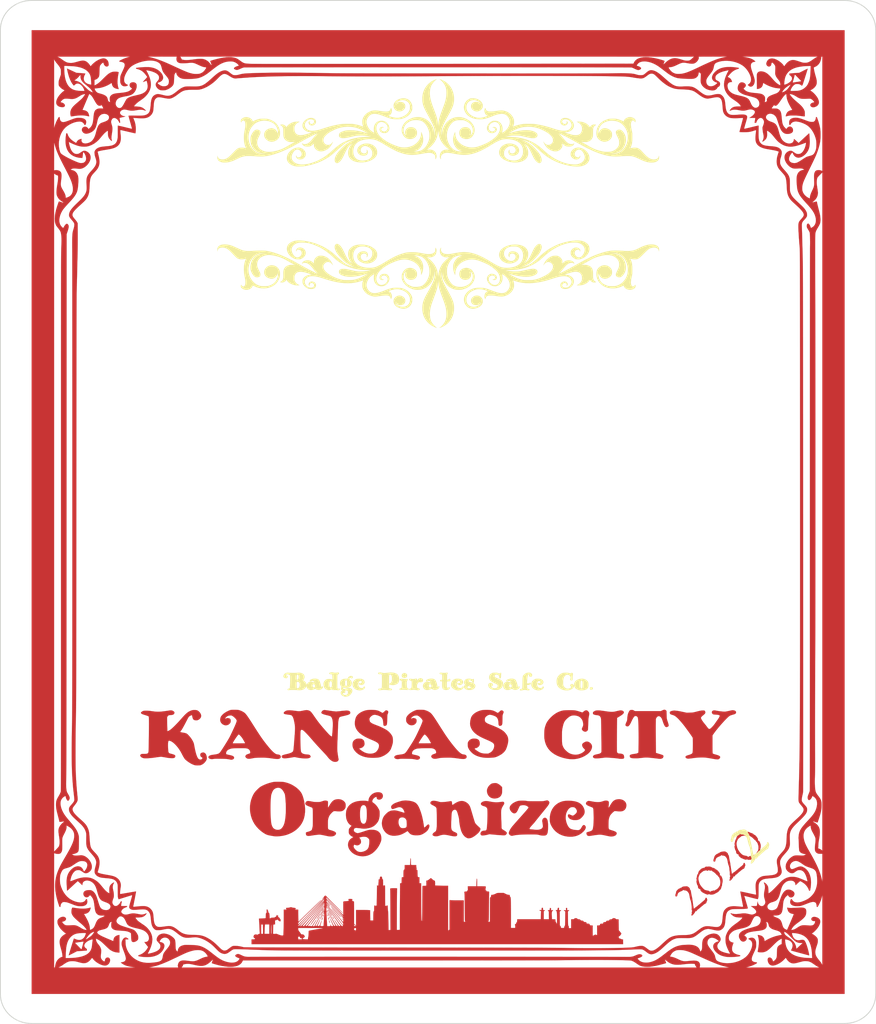
<source format=kicad_pcb>
(kicad_pcb (version 4) (host pcbnew 4.0.7)
  (layers (0 F.Cu signal) (31 B.Cu signal) (34 B.Paste user) (35 F.Paste user) (36 B.SilkS user) (37 F.SilkS user) (38 B.Mask user) (39 F.Mask user) (44 Edge.Cuts user))
  (net 0 "")
  (module LOGO (layer F.Cu) (at 0 0)
    (fp_text reference "G***" hide)
    (fp_text value "LOGO" hide)
  )
  (module LOGO (layer F.Cu) (at 0 0)
    (fp_text reference "G***" hide)
    (fp_text value "LOGO" hide)
  )
  (module LOGO (layer F.Cu) (at 0 0)
    (fp_text reference "G***" hide)
    (fp_text value "LOGO" hide)
  )
  (module LOGO (layer F.Cu) (at 0 0)
    (fp_text reference "G***" hide)
    (fp_text value "LOGO" hide)
    (fp_poly (pts (xy 48.514000 61.552667) (xy -48.133000 61.552667) (xy -48.133000 51.625500) (xy -45.466000 51.625500) (xy -45.466000 58.420000) (xy -45.413083 58.420000) (xy -44.967389 58.420000) (xy -37.969254 58.416701) (xy -34.215917 58.416701) (xy -32.455414 58.418350) (xy -30.694911 58.420000) (xy -30.318587 58.420000) (xy 30.921278 58.420000) (xy 30.840458 58.298292) (xy 30.792582 58.218891) (xy 30.750559 58.136649) (xy 30.727859 58.081334) (xy 30.696082 57.986084) (xy 30.487499 57.968333) (xy 30.327486 57.961682) (xy 30.129439 57.965434) (xy 29.896313 57.979407) (xy 29.631063 58.003416) (xy 29.336642 58.037280) (xy 29.298095 58.042176) (xy 29.026540 58.071113) (xy 28.773175 58.086359) (xy 28.543239 58.087906) (xy 28.341971 58.075744) (xy 28.174610 58.049865) (xy 28.149617 58.044029) (xy 27.934656 57.977966) (xy 27.733225 57.887769) (xy 27.536474 57.768630) (xy 27.335550 57.615744) (xy 27.290258 57.577405) (xy 27.140146 57.448207) (xy 27.210203 57.643062) (xy 27.241682 57.730290) (xy 27.268732 57.804644) (xy 27.287516 57.855608) (xy 27.293031 57.870102) (xy 27.290472 57.882001) (xy 27.271015 57.895801) (xy 27.230561 57.912865) (xy 27.165015 57.934560) (xy 27.070278 57.962252) (xy 26.942255 57.997306) (xy 26.792109 58.037086) (xy 26.496350 58.113008) (xy 26.235148 58.176089) (xy 26.003006 58.227184) (xy 25.794423 58.267146) (xy 25.603900 58.296829) (xy 25.425938 58.317086) (xy 25.255037 58.328771) (xy 25.085699 58.332738) (xy 24.912425 58.329839) (xy 24.907229 58.329659) (xy 24.710305 58.318920) (xy 24.542414 58.299522) (xy 24.393913 58.268102) (xy 24.255157 58.221296) (xy 24.116501 58.155743) (xy 23.968302 58.068078) (xy 23.800915 57.954938) (xy 23.770167 57.933149) (xy 23.575086 57.801116) (xy 23.405357 57.701127) (xy 23.259579 57.632417) (xy 23.156333 57.598734) (xy 23.094370 57.588964) (xy 22.992144 57.579788) (xy 22.851723 57.571218) (xy 22.675174 57.563267) (xy 22.464564 57.555949) (xy 22.221960 57.549275) (xy 21.949429 57.543260) (xy 21.649039 57.537916) (xy 21.322856 57.533256) (xy 20.972947 57.529293) (xy 20.601380 57.526040) (xy 20.210222 57.523510) (xy 19.801539 57.521715) (xy 19.377399 57.520669) (xy 18.939869 57.520384) (xy 18.491016 57.520874) (xy 18.032907 57.522152) (xy 17.567609 57.524230) (xy 17.097189 57.527121) (xy 16.623715 57.530838) (xy 16.149253 57.535395) (xy 15.675871 57.540803) (xy 15.205635 57.547077) (xy 15.113000 57.548424) (xy 14.987130 57.550051) (xy 14.833923 57.551617) (xy 14.652897 57.553123) (xy 14.443564 57.554569) (xy 14.205442 57.555958) (xy 13.938044 57.557288) (xy 13.640886 57.558561) (xy 13.313483 57.559777) (xy 12.955350 57.560936) (xy 12.566002 57.562041) (xy 12.144955 57.563090) (xy 11.691723 57.564085) (xy 11.205821 57.565026) (xy 10.686766 57.565914) (xy 10.134071 57.566749) (xy 9.547253 57.567533) (xy 8.925825 57.568265) (xy 8.269304 57.568946) (xy 7.577205 57.569578) (xy 6.849041 57.570160) (xy 6.084330 57.570693) (xy 5.282585 57.571178) (xy 4.443322 57.571615) (xy 3.566057 57.572005) (xy 2.650303 57.572349) (xy 1.695577 57.572647) (xy 0.701393 57.572900) (xy -0.332733 57.573108) (xy -1.407287 57.573272) (xy -2.522752 57.573393) (xy -3.679615 57.573471) (xy -4.794250 57.573506) (xy -23.018750 57.573774) (xy -23.076345 57.697582) (xy -23.176044 57.862869) (xy -23.309320 58.003612) (xy -23.475198 58.119731) (xy -23.672706 58.211144) (xy -23.900869 58.277771) (xy -24.158714 58.319530) (xy -24.445267 58.336342) (xy -24.759556 58.328124) (xy -25.100605 58.294796) (xy -25.467443 58.236278) (xy -25.859095 58.152488) (xy -26.274587 58.043345) (xy -26.485603 57.980887) (xy -26.592451 57.947065) (xy -26.663836 57.921375) (xy -26.705257 57.901262) (xy -26.722213 57.884174) (xy -26.721941 57.871170) (xy -26.709384 57.837704) (xy -26.686380 57.774864) (xy -26.656751 57.693130) (xy -26.637724 57.640323) (xy -26.566688 57.442728) (xy -26.750636 57.619877) (xy -26.939680 57.792429) (xy -27.114522 57.930962) (xy -27.280764 58.038869) (xy -27.444008 58.119547) (xy -27.609857 58.176389) (xy -27.706591 58.199203) (xy -27.818127 58.217226) (xy -27.932999 58.226005) (xy -28.056748 58.224964) (xy -28.194914 58.213525) (xy -28.353039 58.191113) (xy -28.536663 58.157149) (xy -28.751327 58.111056) (xy -28.913667 58.073482) (xy -29.137552 58.025096) (xy -29.331683 57.993867) (xy -29.504746 57.979220) (xy -29.665426 57.980579) (xy -29.822411 57.997372) (xy -29.889511 58.008922) (xy -29.998348 58.031353) (xy -30.071542 58.051758) (xy -30.115490 58.073096) (xy -30.136588 58.098327) (xy -30.141333 58.125463) (xy -30.155742 58.189586) (xy -30.193801 58.267181) (xy -30.247757 58.343329) (xy -30.264127 58.361792) (xy -30.318587 58.420000) (xy -30.694911 58.420000) (xy -30.727750 58.354173) (xy -30.751142 58.267307) (xy -30.751144 58.158661) (xy -30.730429 58.039817) (xy -30.691665 57.922357) (xy -30.637523 57.817864) (xy -30.589990 57.756603) (xy -30.517067 57.692153) (xy -30.432390 57.642733) (xy -30.331819 57.607902) (xy -30.211217 57.587224) (xy -30.066444 57.580259) (xy -29.893361 57.586569) (xy -29.687828 57.605715) (xy -29.453417 57.636154) (xy -29.244885 57.662833) (xy -29.067400 57.676872) (xy -28.911157 57.676735) (xy -28.766352 57.660886) (xy -28.623180 57.627791) (xy -28.471838 57.575915) (xy -28.302520 57.503722) (xy -28.151667 57.432320) (xy -27.975109 57.348248) (xy -27.827532 57.282642) (xy -27.701294 57.232737) (xy -27.588751 57.195767) (xy -27.482262 57.168964) (xy -27.374183 57.149563) (xy -27.367970 57.148646) (xy -27.289706 57.134786) (xy -27.230714 57.119738) (xy -27.200925 57.106194) (xy -27.199167 57.102903) (xy -27.212501 57.054399) (xy -27.248611 56.983524) (xy -27.301654 56.899106) (xy -27.365790 56.809970) (xy -27.435178 56.724944) (xy -27.484273 56.672067) (xy -27.627204 56.547054) (xy -27.778939 56.453874) (xy -27.946255 56.389995) (xy -28.135931 56.352888) (xy -28.354744 56.340023) (xy -28.373917 56.339965) (xy -28.612546 56.352257) (xy -28.863373 56.389509) (xy -29.130404 56.452751) (xy -29.417644 56.543017) (xy -29.729097 56.661337) (xy -29.897917 56.732539) (xy -29.954598 56.758036) (xy -30.044195 56.799448) (xy -30.161486 56.854314) (xy -30.301250 56.920170) (xy -30.458266 56.994555) (xy -30.627312 57.075007) (xy -30.803167 57.159063) (xy -30.849405 57.181225) (xy -31.210931 57.353440) (xy -31.538994 57.507006) (xy -31.837391 57.643366) (xy -32.109920 57.763963) (xy -32.360380 57.870240) (xy -32.592568 57.963639) (xy -32.810284 58.045603) (xy -33.017325 58.117575) (xy -33.217489 58.180998) (xy -33.414574 58.237313) (xy -33.612380 58.287964) (xy -33.814703 58.334393) (xy -33.972500 58.367475) (xy -34.215917 58.416701) (xy -37.969254 58.416701) (xy -35.803417 58.415680) (xy -36.110333 58.367974) (xy -36.232206 58.348552) (xy -36.350952 58.328782) (xy -36.454615 58.310711) (xy -36.531235 58.296385) (xy -36.544250 58.293735) (xy -36.768505 58.236702) (xy -36.980384 58.163109) (xy -37.171905 58.076444) (xy -37.335087 57.980199) (xy -37.432285 57.905407) (xy -37.536511 57.813694) (xy -37.382511 57.788261) (xy -37.237727 57.756114) (xy -37.127982 57.711276) (xy -37.046869 57.649684) (xy -36.987981 57.567275) (xy -36.968391 57.525614) (xy -36.944929 57.448701) (xy -36.935789 57.360514) (xy -36.941784 57.256962) (xy -36.963729 57.133954) (xy -37.002438 56.987401) (xy -37.058728 56.813212) (xy -37.133411 56.607297) (xy -37.170744 56.509632) (xy -37.252812 56.292727) (xy -37.317945 56.109349) (xy -37.367576 55.954888) (xy -37.403142 55.824732) (xy -37.426079 55.714269) (xy -37.432981 55.667237) (xy -37.434962 55.506090) (xy -37.404709 55.340918) (xy -37.346156 55.183125) (xy -37.263232 55.044115) (xy -37.189509 54.960995) (xy -37.092281 54.886524) (xy -36.998746 54.851238) (xy -36.902409 54.853232) (xy -36.860363 54.864458) (xy -36.807667 54.889545) (xy -36.746369 54.929508) (xy -36.687280 54.975749) (xy -36.641211 55.019669) (xy -36.618973 55.052669) (xy -36.618333 55.056963) (xy -36.637886 55.065363) (xy -36.690112 55.071809) (xy -36.765360 55.075311) (xy -36.800735 55.075667) (xy -36.983137 55.075667) (xy -36.972842 55.419625) (xy -36.967119 55.568362) (xy -36.959094 55.686370) (xy -36.947402 55.785245) (xy -36.930676 55.876580) (xy -36.907929 55.970537) (xy -36.808832 56.264372) (xy -36.671564 56.544498) (xy -36.499226 56.806618) (xy -36.294920 57.046436) (xy -36.061750 57.259655) (xy -35.882170 57.391345) (xy -35.631075 57.542837) (xy -35.375942 57.664224) (xy -35.112130 57.756414) (xy -34.834995 57.820314) (xy -34.539894 57.856832) (xy -34.222183 57.866878) (xy -33.877221 57.851357) (xy -33.644417 57.828930) (xy -33.448548 57.805311) (xy -33.288707 57.782616) (xy -33.158650 57.759445) (xy -33.052138 57.734396) (xy -32.962926 57.706071) (xy -32.884774 57.673067) (xy -32.834941 57.647338) (xy -32.755643 57.597211) (xy -32.693899 57.540737) (xy -32.645760 57.470659) (xy -32.607280 57.379722) (xy -32.574508 57.260668) (xy -32.544980 57.114436) (xy -32.525625 57.011067) (xy -32.506714 56.924152) (xy -32.485126 56.848076) (xy -32.457741 56.777223) (xy -32.421439 56.705978) (xy -32.373100 56.628725) (xy -32.309604 56.539850) (xy -32.227830 56.433736) (xy -32.124659 56.304769) (xy -32.030667 56.188812) (xy -31.914498 56.041564) (xy -31.825296 55.917614) (xy -31.759743 55.810681) (xy -31.714517 55.714486) (xy -31.686299 55.622750) (xy -31.671769 55.529194) (xy -31.670007 55.506652) (xy -31.666857 55.416740) (xy -31.673605 55.349403) (xy -31.693325 55.285434) (xy -31.712467 55.241103) (xy -31.795349 55.098260) (xy -31.899404 54.989240) (xy -32.018691 54.913980) (xy -32.163162 54.865308) (xy -32.311447 54.854636) (xy -32.457062 54.878903) (xy -32.593522 54.935046) (xy -32.714340 55.020005) (xy -32.813032 55.130718) (xy -32.883113 55.264124) (xy -32.903851 55.331831) (xy -32.908957 55.364063) (xy -32.898069 55.382187) (xy -32.861966 55.392625) (xy -32.805834 55.400101) (xy -32.683715 55.427366) (xy -32.568819 55.476119) (xy -32.473303 55.540028) (xy -32.415069 55.603577) (xy -32.364197 55.718067) (xy -32.349210 55.850801) (xy -32.369587 55.998416) (xy -32.424808 56.157550) (xy -32.514354 56.324842) (xy -32.530668 56.350360) (xy -32.683077 56.552556) (xy -32.857235 56.723676) (xy -33.056234 56.865685) (xy -33.283164 56.980547) (xy -33.541117 57.070228) (xy -33.739447 57.118585) (xy -33.929554 57.148627) (xy -34.149563 57.167421) (xy -34.388568 57.174973) (xy -34.635662 57.171289) (xy -34.879937 57.156374) (xy -35.110487 57.130235) (xy -35.189583 57.117813) (xy -35.298710 57.098752) (xy -35.372807 57.083785) (xy -35.418637 57.070268) (xy -35.442964 57.055555) (xy -35.452551 57.037001) (xy -35.454167 57.014341) (xy -35.445247 56.980332) (xy -35.411822 56.956171) (xy -35.364208 56.939366) (xy -35.121412 56.845247) (xy -34.896171 56.714538) (xy -34.692790 56.550852) (xy -34.515574 56.357806) (xy -34.368824 56.139013) (xy -34.334031 56.074122) (xy -34.287436 55.982493) (xy -34.370789 55.873038) (xy -34.420826 55.807715) (xy -34.486405 55.722624) (xy -34.557028 55.631373) (xy -34.594079 55.583667) (xy -34.651115 55.509390) (xy -34.696989 55.447851) (xy -34.726320 55.406383) (xy -34.734257 55.392607) (xy -34.715812 55.387289) (xy -34.669640 55.387869) (xy -34.653693 55.389171) (xy -34.519503 55.382974) (xy -34.401608 55.340501) (xy -34.304736 55.266196) (xy -34.233617 55.164506) (xy -34.192978 55.039877) (xy -34.185149 54.948667) (xy -34.202511 54.760292) (xy -34.255804 54.587742) (xy -34.347105 54.426315) (xy -34.478494 54.271306) (xy -34.489201 54.260620) (xy -34.589871 54.169116) (xy -34.696510 54.089756) (xy -34.814715 54.020104) (xy -34.950082 53.957725) (xy -35.108210 53.900182) (xy -35.294694 53.845039) (xy -35.515132 53.789860) (xy -35.631904 53.763256) (xy -35.887260 53.703227) (xy -36.103999 53.644645) (xy -36.285720 53.585851) (xy -36.436024 53.525185) (xy -36.558513 53.460988) (xy -36.656786 53.391601) (xy -36.734445 53.315365) (xy -36.795091 53.230620) (xy -36.797833 53.225972) (xy -36.826725 53.171709) (xy -36.866806 53.090011) (xy -36.912575 52.992347) (xy -36.954599 52.899114) (xy -37.039628 52.724169) (xy -37.125007 52.586977) (xy -37.214863 52.483122) (xy -37.313324 52.408194) (xy -37.424519 52.357779) (xy -37.474653 52.343193) (xy -37.579651 52.333192) (xy -37.679893 52.359320) (xy -37.780009 52.423497) (xy -37.864103 52.504594) (xy -37.969982 52.639157) (xy -38.034694 52.766590) (xy -38.058085 52.887456) (xy -38.039999 53.002313) (xy -37.980281 53.111723) (xy -37.878775 53.216246) (xy -37.735328 53.316442) (xy -37.622355 53.378097) (xy -37.529535 53.420814) (xy -37.411561 53.468128) (xy -37.265231 53.521153) (xy -37.087341 53.581007) (xy -36.874691 53.648804) (xy -36.629770 53.723941) (xy -36.436837 53.783574) (xy -36.279941 53.835335) (xy -36.153977 53.881338) (xy -36.053845 53.923694) (xy -35.974439 53.964518) (xy -35.910659 54.005921) (xy -35.870240 54.038421) (xy -35.786343 54.125450) (xy -35.697527 54.240418) (xy -35.612356 54.371140) (xy -35.539399 54.505427) (xy -35.533851 54.517005) (xy -35.499903 54.593019) (xy -35.479285 54.655619) (xy -35.468751 54.720774) (xy -35.465051 54.804455) (xy -35.464750 54.856809) (xy -35.465735 54.950836) (xy -35.470560 55.014976) (xy -35.482025 55.061663) (xy -35.502933 55.103330) (xy -35.529151 55.142559) (xy -35.606311 55.224033) (xy -35.711481 55.296948) (xy -35.830353 55.353875) (xy -35.948620 55.387386) (xy -36.011844 55.393167) (xy -36.089696 55.388655) (xy -36.151540 55.372227) (xy -36.199418 55.339547) (xy -36.235370 55.286278) (xy -36.261438 55.208084) (xy -36.279664 55.100628) (xy -36.292088 54.959573) (xy -36.300752 54.780583) (xy -36.300799 54.779334) (xy -36.306292 54.652720) (xy -36.312661 54.539092) (xy -36.319376 54.445880) (xy -36.325905 54.380519) (xy -36.331430 54.351039) (xy -36.363923 54.314231) (xy -36.427738 54.270230) (xy -36.513661 54.224034) (xy -36.612476 54.180643) (xy -36.706428 54.147626) (xy -36.796355 54.123038) (xy -36.895047 54.102317) (xy -37.008777 54.084674) (xy -37.143823 54.069321) (xy -37.306457 54.055470) (xy -37.502957 54.042332) (xy -37.580737 54.037765) (xy -37.719371 54.028743) (xy -37.855011 54.017922) (xy -37.977436 54.006260) (xy -38.076427 53.994718) (xy -38.134259 53.985767) (xy -38.307035 53.938149) (xy -38.448442 53.868172) (xy -38.556315 53.777391) (xy -38.628495 53.667361) (xy -38.647340 53.616812) (xy -38.663479 53.528757) (xy -38.670048 53.414806) (xy -38.667198 53.290264) (xy -38.655080 53.170437) (xy -38.642271 53.102188) (xy -38.613703 52.980792) (xy -38.669060 52.994149) (xy -38.745155 53.022287) (xy -38.808696 53.070008) (xy -38.863920 53.142923) (xy -38.915066 53.246645) (xy -38.966371 53.386786) (xy -38.967007 53.388720) (xy -39.012772 53.505660) (xy -39.069190 53.602590) (xy -39.141309 53.682967) (xy -39.234176 53.750248) (xy -39.352841 53.807890) (xy -39.502350 53.859350) (xy -39.687751 53.908085) (xy -39.744517 53.921202) (xy -39.861675 53.948907) (xy -39.969406 53.976659) (xy -40.058482 54.001915) (xy -40.119677 54.022131) (xy -40.136100 54.029127) (xy -40.214081 54.077953) (xy -40.280704 54.136826) (xy -40.326914 54.196293) (xy -40.343667 54.245760) (xy -40.330249 54.304727) (xy -40.288958 54.367898) (xy -40.218242 54.436200) (xy -40.116546 54.510558) (xy -39.982317 54.591896) (xy -39.814000 54.681141) (xy -39.610042 54.779217) (xy -39.368889 54.887052) (xy -39.088988 55.005569) (xy -39.020750 55.033704) (xy -38.890549 55.087505) (xy -38.768986 55.138394) (xy -38.663195 55.183333) (xy -38.580312 55.219283) (xy -38.527473 55.243205) (xy -38.518885 55.247409) (xy -38.460400 55.275942) (xy -38.430287 55.282581) (xy -38.419127 55.264510) (xy -38.417500 55.218911) (xy -38.417500 55.217092) (xy -38.406259 55.123236) (xy -38.376596 55.013952) (xy -38.334598 54.908326) (xy -38.297675 54.841479) (xy -38.211087 54.745795) (xy -38.090120 54.664198) (xy -37.941411 54.600293) (xy -37.777208 54.558670) (xy -37.697833 54.544582) (xy -37.697833 56.648156) (xy -37.904208 56.635737) (xy -38.145774 56.605757) (xy -38.372287 56.544092) (xy -38.592530 56.447653) (xy -38.809083 56.317555) (xy -38.857366 56.280271) (xy -38.930356 56.217797) (xy -39.022842 56.134890) (xy -39.129610 56.036307) (xy -39.245447 55.926805) (xy -39.365141 55.811142) (xy -39.380583 55.796027) (xy -39.557480 55.625049) (xy -39.708320 55.484552) (xy -39.834791 55.373041) (xy -39.938576 55.289019) (xy -40.005000 55.241513) (xy -40.147758 55.151444) (xy -40.277244 55.077973) (xy -40.386329 55.024961) (xy -40.447212 55.001945) (xy -40.497840 54.986241) (xy -40.483480 55.120912) (xy -40.453299 55.263784) (xy -40.391706 55.406659) (xy -40.295829 55.555089) (xy -40.194849 55.678917) (xy -40.052632 55.863284) (xy -39.948955 56.048930) (xy -39.885311 56.233009) (xy -39.873786 56.290264) (xy -39.864792 56.357592) (xy -39.861154 56.426379) (xy -39.863162 56.506358) (xy -39.871108 56.607259) (xy -39.885285 56.738814) (xy -39.887920 56.761396) (xy -39.900669 56.883847) (xy -39.909857 57.000437) (xy -39.914856 57.100579) (xy -39.915036 57.173685) (xy -39.913579 57.193319) (xy -39.875200 57.339702) (xy -39.796282 57.474585) (xy -39.677150 57.597517) (xy -39.557776 57.684029) (xy -39.516723 57.706132) (xy -39.489571 57.701563) (xy -39.459860 57.672681) (xy -39.428852 57.617339) (xy -39.408744 57.539296) (xy -39.406704 57.523290) (xy -39.376792 57.408442) (xy -39.317018 57.317340) (xy -39.232679 57.255070) (xy -39.129071 57.226717) (xy -39.096577 57.225559) (xy -38.987276 57.244611) (xy -38.902115 57.298410) (xy -38.840680 57.387247) (xy -38.829143 57.414537) (xy -38.807570 57.525540) (xy -38.817565 57.651310) (xy -38.856234 57.782032) (xy -38.920678 57.907891) (xy -39.007404 58.018458) (xy -39.118075 58.107795) (xy -39.245328 58.162992) (xy -39.392105 58.184584) (xy -39.561348 58.173106) (xy -39.699989 58.144352) (xy -39.905345 58.075867) (xy -40.117448 57.976313) (xy -40.326952 57.851973) (xy -40.524509 57.709134) (xy -40.700775 57.554079) (xy -40.846402 57.393094) (xy -40.876534 57.353200) (xy -40.914749 57.305840) (xy -40.944044 57.279209) (xy -40.953717 57.277000) (xy -40.972535 57.297223) (xy -41.010989 57.342564) (xy -41.062352 57.405016) (xy -41.090517 57.439838) (xy -41.251112 57.615571) (xy -41.417081 57.749705) (xy -41.589416 57.842743) (xy -41.769111 57.895193) (xy -41.957159 57.907559) (xy -42.003025 57.904673) (xy -42.079374 57.893980) (xy -42.183907 57.873736) (xy -42.304274 57.846595) (xy -42.428122 57.815211) (xy -42.460333 57.806416) (xy -42.640721 57.757412) (xy -42.788795 57.720080) (xy -42.912495 57.692984) (xy -43.019761 57.674688) (xy -43.118531 57.663757) (xy -43.216747 57.658754) (xy -43.281054 57.658000) (xy -43.437371 57.662297) (xy -43.576456 57.677074) (xy -43.705882 57.705161) (xy -43.833222 57.749390) (xy -43.966050 57.812591) (xy -44.111938 57.897595) (xy -44.278459 58.007232) (xy -44.352143 58.058339) (xy -44.464623 58.135092) (xy -44.578703 58.209249) (xy -44.684399 58.274569) (xy -44.771729 58.324813) (xy -44.810306 58.344720) (xy -44.967389 58.420000) (xy -45.413083 58.420000) (xy -45.373247 58.414556) (xy -45.360086 58.404125) (xy -45.354961 58.350030) (xy -45.341641 58.267361) (xy -45.322667 58.168492) (xy -45.300578 58.065799) (xy -45.277916 57.971657) (xy -45.257221 57.898441) (xy -45.254716 57.890834) (xy -45.174826 57.708008) (xy -45.066444 57.541049) (xy -44.935268 57.395677) (xy -44.812813 57.298167) (xy -44.095784 57.298167) (xy -43.801934 57.297958) (xy -43.661042 57.296108) (xy -43.498716 57.291238) (xy -43.335686 57.284103) (xy -43.201167 57.276065) (xy -42.816425 57.238536) (xy -42.469504 57.182796) (xy -42.159859 57.108532) (xy -41.886947 57.015431) (xy -41.650223 56.903177) (xy -41.449143 56.771458) (xy -41.283163 56.619958) (xy -41.151739 56.448363) (xy -41.054326 56.256360) (xy -40.990381 56.043635) (xy -40.980820 55.994415) (xy -40.970869 55.928438) (xy -40.958419 55.831474) (xy -40.944807 55.714697) (xy -40.931368 55.589280) (xy -40.926210 55.537860) (xy -40.914082 55.418540) (xy -40.902226 55.309437) (xy -40.891687 55.219658) (xy -40.883511 55.158310) (xy -40.880606 55.140985) (xy -40.877080 55.102586) (xy -40.889171 55.081215) (xy -40.922627 55.076328) (xy -40.983196 55.087383) (xy -41.076624 55.113837) (xy -41.098146 55.120430) (xy -41.287657 55.191990) (xy -41.463469 55.283690) (xy -41.617739 55.390368) (xy -41.742623 55.506861) (xy -41.804167 55.585165) (xy -41.862587 55.704029) (xy -41.879731 55.821998) (xy -41.856548 55.935132) (xy -41.793986 56.039497) (xy -41.692993 56.131155) (xy -41.668758 56.147303) (xy -41.612857 56.185313) (xy -41.584282 56.217548) (xy -41.573756 56.259496) (xy -41.572106 56.308625) (xy -41.571333 56.409167) (xy -41.650708 56.409958) (xy -41.694006 56.411720) (xy -41.772503 56.416236) (xy -41.879187 56.423049) (xy -42.007046 56.431701) (xy -42.149069 56.441737) (xy -42.239134 56.448304) (xy -42.748184 56.485858) (xy -43.231193 56.734273) (xy -43.362116 56.800988) (xy -43.480412 56.860084) (xy -43.580976 56.909107) (xy -43.658708 56.945604) (xy -43.708505 56.967124) (xy -43.725166 56.971724) (xy -43.720636 56.950730) (xy -43.704832 56.894084) (xy -43.679216 56.806503) (xy -43.645246 56.692709) (xy -43.604383 56.557419) (xy -43.558086 56.405354) (xy -43.507816 56.241234) (xy -43.455032 56.069777) (xy -43.401195 55.895704) (xy -43.347763 55.723734) (xy -43.296198 55.558586) (xy -43.272258 55.482354) (xy -42.988481 55.482354) (xy -42.602800 55.881303) (xy -42.499324 55.987323) (xy -42.405393 56.081622) (xy -42.324973 56.160374) (xy -42.262031 56.219755) (xy -42.220535 56.255938) (xy -42.204585 56.265335) (xy -42.195692 56.241355) (xy -42.177771 56.182524) (xy -42.152562 56.094930) (xy -42.121803 55.984662) (xy -42.087233 55.857811) (xy -42.071202 55.798088) (xy -42.036593 55.666329) (xy -42.006827 55.548703) (xy -41.983327 55.451202) (xy -41.967518 55.379819) (xy -41.960823 55.340548) (xy -41.961178 55.334933) (xy -41.983704 55.335328) (xy -42.041353 55.341342) (xy -42.127428 55.352029) (xy -42.235234 55.366442) (xy -42.358071 55.383634) (xy -42.489245 55.402659) (xy -42.622056 55.422570) (xy -42.749809 55.442420) (xy -42.865805 55.461261) (xy -42.920199 55.470510) (xy -42.988481 55.482354) (xy -43.272258 55.482354) (xy -43.247958 55.404980) (xy -43.204505 55.267636) (xy -43.167297 55.151273) (xy -43.137795 55.060611) (xy -43.117459 55.000370) (xy -43.107748 54.975268) (xy -43.107494 54.974938) (xy -43.087100 54.980374) (xy -43.038162 54.999746) (xy -42.970514 55.029118) (xy -42.957302 55.035075) (xy -42.752675 55.111134) (xy -42.561463 55.147878) (xy -42.384280 55.145353) (xy -42.221744 55.103601) (xy -42.185371 55.083612) (xy -41.695162 55.083612) (xy -41.686127 55.086074) (xy -41.661938 55.076408) (xy -41.618593 55.052390) (xy -41.552092 55.011795) (xy -41.458433 54.952401) (xy -41.333615 54.871982) (xy -41.327917 54.868297) (xy -41.225785 54.797425) (xy -41.120367 54.716298) (xy -41.026657 54.636809) (xy -40.978667 54.591188) (xy -40.917491 54.522850) (xy -40.856295 54.444291) (xy -40.799970 54.363233) (xy -40.753410 54.287397) (xy -40.721505 54.224505) (xy -40.709149 54.182277) (xy -40.712307 54.170805) (xy -40.739159 54.170524) (xy -40.793294 54.186993) (xy -40.865158 54.216099) (xy -40.945199 54.253726) (xy -41.023864 54.295762) (xy -41.075406 54.327178) (xy -41.194724 54.419759) (xy -41.320180 54.542972) (xy -41.443345 54.687700) (xy -41.555790 54.844826) (xy -41.560055 54.851408) (xy -41.611432 54.932311) (xy -41.654536 55.002531) (xy -41.683810 55.052882) (xy -41.693044 55.071246) (xy -41.695162 55.083612) (xy -42.185371 55.083612) (xy -42.074470 55.022667) (xy -42.006657 54.967436) (xy -41.939605 54.899973) (xy -41.877876 54.827429) (xy -41.838414 54.771101) (xy -41.810070 54.714921) (xy -41.776630 54.637237) (xy -41.742375 54.549596) (xy -41.711589 54.463540) (xy -41.688552 54.390615) (xy -41.677548 54.342366) (xy -41.677167 54.336393) (xy -41.697137 54.324712) (xy -41.752745 54.317236) (xy -41.837535 54.313656) (xy -41.945052 54.313666) (xy -42.068842 54.316959) (xy -42.202449 54.323230) (xy -42.339419 54.332169) (xy -42.473296 54.343472) (xy -42.597625 54.356832) (xy -42.705952 54.371940) (xy -42.791821 54.388491) (xy -42.796376 54.389586) (xy -43.028196 54.467314) (xy -43.240289 54.581572) (xy -43.430756 54.730494) (xy -43.597695 54.912214) (xy -43.739207 55.124866) (xy -43.853392 55.366583) (xy -43.887866 55.461619) (xy -43.935415 55.617033) (xy -43.974969 55.778567) (xy -44.007354 55.952268) (xy -44.033394 56.144187) (xy -44.053917 56.360373) (xy -44.069745 56.606875) (xy -44.081376 56.880125) (xy -44.095784 57.298167) (xy -44.812813 57.298167) (xy -44.787000 57.277613) (xy -44.627337 57.192579) (xy -44.525699 57.159098) (xy -44.465182 57.143909) (xy -44.478481 56.951163) (xy -44.496704 56.794816) (xy -44.532068 56.610322) (xy -44.585292 56.394403) (xy -44.650479 56.165750) (xy -44.717225 55.929982) (xy -44.765394 55.726904) (xy -44.795239 55.551288) (xy -44.807014 55.397909) (xy -44.800970 55.261540) (xy -44.777361 55.136956) (xy -44.736440 55.018929) (xy -44.708822 54.959250) (xy -44.644781 54.860089) (xy -44.551100 54.753076) (xy -44.437073 54.646988) (xy -44.311990 54.550599) (xy -44.205100 54.483507) (xy -44.034909 54.388764) (xy -44.157836 54.309313) (xy -44.250823 54.241255) (xy -44.359959 54.148851) (xy -44.475614 54.041330) (xy -44.588156 53.927925) (xy -44.687955 53.817866) (xy -44.748826 53.742837) (xy -44.806564 53.659507) (xy -44.870979 53.555437) (xy -44.931251 53.448437) (xy -44.951945 53.408470) (xy -44.998204 53.313058) (xy -45.028018 53.239943) (xy -45.045604 53.174471) (xy -45.055180 53.101989) (xy -45.059641 53.034190) (xy -45.062791 52.938654) (xy -45.058967 52.870756) (xy -45.046233 52.816101) (xy -45.022843 52.760690) (xy -44.950647 52.651853) (xy -44.850753 52.557271) (xy -44.731414 52.480317) (xy -44.600885 52.424361) (xy -44.467423 52.392775) (xy -44.339280 52.388928) (xy -44.224713 52.416192) (xy -44.203383 52.426067) (xy -44.112587 52.490247) (xy -44.060900 52.570011) (xy -44.047913 52.646047) (xy -44.068038 52.743248) (xy -44.126534 52.827135) (xy -44.220934 52.895545) (xy -44.348771 52.946316) (xy -44.406968 52.960828) (xy -44.467180 52.976602) (xy -44.505803 52.992217) (xy -44.513500 52.999912) (xy -44.500419 53.029750) (xy -44.466378 53.080444) (xy -44.419179 53.141789) (xy -44.366623 53.203578) (xy -44.322201 53.250155) (xy -44.257279 53.303190) (xy -44.180014 53.353166) (xy -44.154825 53.366571) (xy -44.096847 53.388372) (xy -44.021969 53.403563) (xy -43.925615 53.412306) (xy -43.803212 53.414765) (xy -43.650187 53.411102) (xy -43.461966 53.401479) (xy -43.358783 53.394859) (xy -43.192839 53.388195) (xy -43.046048 53.393873) (xy -42.910264 53.414359) (xy -42.777341 53.452116) (xy -42.639134 53.509610) (xy -42.487498 53.589304) (xy -42.314288 53.693663) (xy -42.262543 53.726532) (xy -42.097279 53.823989) (xy -41.950186 53.891685) (xy -41.813023 53.932939) (xy -41.711772 53.948520) (xy -41.587628 53.960155) (xy -41.614044 53.909369) (xy -41.691002 53.783832) (xy -41.797326 53.647738) (xy -41.934817 53.499222) (xy -42.105280 53.336421) (xy -42.310516 53.157468) (xy -42.460333 53.034099) (xy -42.579246 52.934986) (xy -42.709334 52.821560) (xy -42.837154 52.705841) (xy -42.949262 52.599847) (xy -42.980678 52.568892) (xy -43.076866 52.471145) (xy -43.148774 52.392941) (xy -43.203382 52.325275) (xy -43.247670 52.259145) (xy -43.288618 52.185545) (xy -43.308762 52.145679) (xy -43.351608 52.057319) (xy -43.378776 51.991885) (xy -43.393756 51.934558) (xy -43.400034 51.870520) (xy -43.401099 51.784949) (xy -43.400931 51.754096) (xy -43.397296 51.637702) (xy -43.386614 51.548203) (xy -43.366593 51.470429) (xy -43.351936 51.430111) (xy -43.324625 51.364865) (xy -43.301654 51.317454) (xy -43.289755 51.299993) (xy -43.264240 51.299853) (xy -43.206128 51.306208) (xy -43.124460 51.317911) (xy -43.042417 51.331354) (xy -42.660586 51.388385) (xy -42.312085 51.421760) (xy -41.995135 51.431475) (xy -41.707956 51.417528) (xy -41.448770 51.379916) (xy -41.247720 51.328897) (xy -41.180251 51.309025) (xy -41.131223 51.296710) (xy -41.112057 51.294554) (xy -41.112836 51.318307) (xy -41.124294 51.370810) (xy -41.143218 51.440823) (xy -41.166395 51.517106) (xy -41.190612 51.588421) (xy -41.210378 51.638477) (xy -41.289182 51.766892) (xy -41.400324 51.877572) (xy -41.535551 51.964805) (xy -41.686612 52.022880) (xy -41.794574 52.042843) (xy -41.857920 52.050126) (xy -41.899845 52.056375) (xy -41.910000 52.059268) (xy -41.899852 52.078068) (xy -41.871800 52.127136) (xy -41.829433 52.200269) (xy -41.776339 52.291262) (xy -41.737254 52.357932) (xy -41.577366 52.643697) (xy -41.448139 52.905196) (xy -41.348311 53.145964) (xy -41.276622 53.369541) (xy -41.231811 53.579463) (xy -41.212615 53.779268) (xy -41.211660 53.832125) (xy -41.208514 53.897513) (xy -41.200531 53.941692) (xy -41.192088 53.953834) (xy -41.162711 53.946051) (xy -41.109417 53.926211) (xy -41.074651 53.911815) (xy -40.944828 53.846007) (xy -40.837589 53.766757) (xy -40.747371 53.667474) (xy -40.668611 53.541569) (xy -40.595747 53.382450) (xy -40.568577 53.312252) (xy -40.488991 53.112501) (xy -40.411130 52.949594) (xy -40.330702 52.818470) (xy -40.243418 52.714069) (xy -40.144985 52.631331) (xy -40.031114 52.565197) (xy -39.897512 52.510605) (xy -39.885189 52.506362) (xy -39.773304 52.464117) (xy -39.668126 52.416828) (xy -39.576761 52.368489) (xy -39.506312 52.323099) (xy -39.463887 52.284653) (xy -39.454667 52.264192) (xy -39.474535 52.258479) (xy -39.528951 52.253595) (xy -39.610128 52.249990) (xy -39.710284 52.248114) (xy -39.735125 52.247974) (xy -39.904446 52.242574) (xy -40.040793 52.225922) (xy -40.152608 52.195535) (xy -40.248335 52.148927) (xy -40.336413 52.083615) (xy -40.357390 52.064846) (xy -40.423044 51.995959) (xy -40.478022 51.917729) (xy -40.524035 51.824911) (xy -40.562797 51.712262) (xy -40.596019 51.574535) (xy -40.625412 51.406488) (xy -40.652689 51.202874) (xy -40.660458 51.136330) (xy -40.686692 50.920960) (xy -40.712903 50.741556) (xy -40.740669 50.591784) (xy -40.771569 50.465306) (xy -40.807183 50.355786) (xy -40.849089 50.256889) (xy -40.898866 50.162278) (xy -40.906425 50.149233) (xy -40.947868 50.087004) (xy -41.002019 50.017232) (xy -41.061451 49.948115) (xy -41.118735 49.887854) (xy -41.166444 49.844647) (xy -41.197151 49.826695) (xy -41.198696 49.826596) (xy -41.223973 49.843054) (xy -41.258407 49.883785) (xy -41.269075 49.899415) (xy -41.344896 49.982231) (xy -41.445630 50.045114) (xy -41.556056 50.079728) (xy -41.605857 50.083861) (xy -41.714979 50.063977) (xy -41.813050 50.008845) (xy -41.894078 49.925251) (xy -41.952067 49.819977) (xy -41.981023 49.699808) (xy -41.983190 49.656829) (xy -41.965138 49.529804) (xy -41.910952 49.424183) (xy -41.821249 49.340361) (xy -41.696650 49.278735) (xy -41.537774 49.239703) (xy -41.345239 49.223661) (xy -41.306750 49.223246) (xy -41.202933 49.224555) (xy -41.127793 49.230228) (xy -41.067724 49.242600) (xy -41.009119 49.264008) (xy -40.972127 49.280692) (xy -40.838026 49.364319) (xy -40.711482 49.483511) (xy -40.598945 49.631516) (xy -40.539844 49.733230) (xy -40.499713 49.812160) (xy -40.464719 49.886135) (xy -40.432353 49.961970) (xy -40.400108 50.046484) (xy -40.365476 50.146491) (xy -40.325950 50.268810) (xy -40.279023 50.420256) (xy -40.240594 50.546695) (xy -40.175272 50.758434) (xy -40.117596 50.933576) (xy -40.064907 51.076583) (xy -40.014545 51.191918) (xy -39.963850 51.284043) (xy -39.910163 51.357421) (xy -39.850825 51.416515) (xy -39.783176 51.465786) (xy -39.704557 51.509699) (xy -39.651569 51.535075) (xy -39.534809 51.574676) (xy -39.400346 51.598239) (xy -39.262974 51.604810) (xy -39.137484 51.593434) (xy -39.061581 51.573135) (xy -38.937318 51.507157) (xy -38.842377 51.417771) (xy -38.780742 51.310155) (xy -38.756398 51.189486) (xy -38.756167 51.176222) (xy -38.772698 51.067398) (xy -38.823388 50.968090) (xy -38.909878 50.876905) (xy -39.033810 50.792450) (xy -39.196827 50.713332) (xy -39.384435 50.643494) (xy -39.561272 50.579705) (xy -39.702061 50.517293) (xy -39.812817 50.452852) (xy -39.899556 50.382980) (xy -39.956531 50.319820) (xy -40.020569 50.231952) (xy -40.076884 50.140169) (xy -40.128070 50.038165) (xy -40.176720 49.919636) (xy -40.225428 49.778274) (xy -40.276789 49.607774) (xy -40.332084 49.406752) (xy -40.399118 49.170711) (xy -40.465459 48.971387) (xy -40.533810 48.803299) (xy -40.606874 48.660967) (xy -40.687355 48.538910) (xy -40.777954 48.431648) (xy -40.845798 48.365208) (xy -40.987912 48.254952) (xy -41.140433 48.171285) (xy -41.297967 48.114401) (xy -41.455119 48.084495) (xy -41.606496 48.081760) (xy -41.746703 48.106391) (xy -41.870347 48.158582) (xy -41.972034 48.238527) (xy -42.033858 48.322434) (xy -42.064127 48.393584) (xy -42.088337 48.480597) (xy -42.095800 48.523150) (xy -42.111083 48.640847) (xy -42.375667 48.397878) (xy -42.463359 48.317879) (xy -42.540033 48.248936) (xy -42.600380 48.195741) (xy -42.639091 48.162987) (xy -42.650833 48.154647) (xy -42.669384 48.168838) (xy -42.717304 48.210677) (xy -42.793119 48.278814) (xy -42.895357 48.371899) (xy -43.022543 48.488583) (xy -43.173205 48.627516) (xy -43.345870 48.787347) (xy -43.539064 48.966728) (xy -43.662015 49.081124) (xy -43.744592 49.156941) (xy -43.815969 49.220450) (xy -43.870658 49.266929) (xy -43.903173 49.291655) (xy -43.909647 49.294242) (xy -43.917244 49.267130) (xy -43.925679 49.204295) (xy -43.934581 49.112329) (xy -43.943575 48.997824) (xy -43.952290 48.867372) (xy -43.960352 48.727566) (xy -43.967388 48.584998) (xy -43.973024 48.446260) (xy -43.976889 48.317945) (xy -43.978608 48.206646) (xy -43.977808 48.118953) (xy -43.977161 48.101250) (xy -43.949341 47.810815) (xy -43.891905 47.548106) (xy -43.803088 47.308969) (xy -43.681125 47.089249) (xy -43.524252 46.884790) (xy -43.409354 46.764518) (xy -43.231884 46.612594) (xy -43.053933 46.501848) (xy -42.873120 46.431169) (xy -42.687064 46.399444) (xy -42.623132 46.397334) (xy -42.460501 46.414898) (xy -42.317433 46.468311) (xy -42.192407 46.558652) (xy -42.083900 46.687001) (xy -41.996038 46.842360) (xy -41.963813 46.914569) (xy -41.940595 46.974393) (xy -41.931204 47.009365) (xy -41.931184 47.010171) (xy -41.919372 47.017142) (xy -41.887855 46.996369) (xy -41.842473 46.953865) (xy -41.789066 46.895643) (xy -41.733473 46.827716) (xy -41.681535 46.756098) (xy -41.675193 46.746584) (xy -41.594144 46.599317) (xy -41.539543 46.447541) (xy -41.512855 46.299286) (xy -41.515542 46.162578) (xy -41.547839 46.048084) (xy -41.616703 45.941337) (xy -41.713811 45.860787) (xy -41.841406 45.805273) (xy -42.001733 45.773637) (xy -42.093017 45.766496) (xy -42.200057 45.765291) (xy -42.299604 45.773744) (xy -42.397377 45.794208) (xy -42.499090 45.829037) (xy -42.610460 45.880581) (xy -42.737204 45.951195) (xy -42.885039 46.043231) (xy -43.059679 46.159041) (xy -43.079571 46.172518) (xy -43.234379 46.276113) (xy -43.363426 46.358323) (xy -43.474825 46.423153) (xy -43.576688 46.474607) (xy -43.677128 46.516691) (xy -43.784257 46.553410) (xy -43.906189 46.588770) (xy -43.942525 46.598556) (xy -44.104253 46.644256) (xy -44.231200 46.688127) (xy -44.330346 46.735253) (xy -44.408677 46.790717) (xy -44.473173 46.859601) (xy -44.530819 46.946989) (xy -44.588598 47.057963) (xy -44.596616 47.074667) (xy -44.660953 47.218581) (xy -44.708407 47.349320) (xy -44.741310 47.478170) (xy -44.761997 47.616421) (xy -44.772799 47.775361) (xy -44.775987 47.942500) (xy -44.773768 48.131969) (xy -44.763879 48.293055) (xy -44.744100 48.439358) (xy -44.712212 48.584476) (xy -44.665993 48.742008) (xy -44.626034 48.860895) (xy -44.493587 49.183017) (xy -44.328601 49.484358) (xy -44.134092 49.760027) (xy -43.932447 49.985978) (xy -43.707645 50.185497) (xy -43.464703 50.351286) (xy -43.197420 50.487127) (xy -42.966237 50.575335) (xy -42.729356 50.642695) (xy -42.509877 50.681430) (xy -42.310181 50.691921) (xy -42.132648 50.674546) (xy -41.979660 50.629686) (xy -41.853597 50.557719) (xy -41.756840 50.459025) (xy -41.708087 50.374826) (xy -41.677834 50.320149) (xy -41.645301 50.296161) (xy -41.612374 50.292000) (xy -41.581747 50.294534) (xy -41.561870 50.308108) (xy -41.547672 50.341678) (xy -41.534084 50.404202) (xy -41.527082 50.442689) (xy -41.512737 50.610862) (xy -41.533777 50.755956) (xy -41.589990 50.877804) (xy -41.681167 50.976242) (xy -41.807096 51.051105) (xy -41.967568 51.102228) (xy -42.162372 51.129447) (xy -42.391297 51.132597) (xy -42.407417 51.131962) (xy -42.515511 51.125805) (xy -42.613177 51.115886) (xy -42.707651 51.100311) (xy -42.806169 51.077188) (xy -42.915967 51.044621) (xy -43.044281 51.000719) (xy -43.198346 50.943586) (xy -43.348717 50.885637) (xy -43.478017 50.835919) (xy -43.605208 50.788128) (xy -43.720533 50.745850) (xy -43.814233 50.712670) (xy -43.867917 50.694821) (xy -43.990320 50.663757) (xy -44.119404 50.643191) (xy -44.242968 50.634121) (xy -44.348810 50.637543) (xy -44.413384 50.650227) (xy -44.503312 50.700552) (xy -44.582694 50.783815) (xy -44.646174 50.890942) (xy -44.688394 51.012858) (xy -44.703996 51.140488) (xy -44.704000 51.142509) (xy -44.706949 51.195256) (xy -44.721862 51.218082) (xy -44.757841 51.223305) (xy -44.763730 51.223334) (xy -44.786199 51.221867) (xy -44.804745 51.213673) (xy -44.822296 51.193061) (xy -44.841782 51.154339) (xy -44.866131 51.091816) (xy -44.898274 50.999800) (xy -44.935317 50.889959) (xy -45.062403 50.480804) (xy -45.168493 50.075273) (xy -45.251515 49.682296) (xy -45.309395 49.310807) (xy -45.317282 49.244250) (xy -45.327047 49.125400) (xy -45.333739 48.977742) (xy -45.337362 48.812353) (xy -45.337922 48.640312) (xy -45.335422 48.472695) (xy -45.329868 48.320579) (xy -45.321264 48.195043) (xy -45.316829 48.153612) (xy -45.258541 47.798496) (xy -45.170589 47.441710) (xy -45.051373 47.078490) (xy -44.899291 46.704073) (xy -44.712745 46.313696) (xy -44.672256 46.235384) (xy -44.622889 46.143510) (xy -44.555750 46.022258) (xy -44.474799 45.878581) (xy -44.383993 45.719431) (xy -44.287289 45.551761) (xy -44.188647 45.382524) (xy -44.130037 45.282884) (xy -43.933944 44.946973) (xy -43.761336 44.642745) (xy -43.611047 44.367467) (xy -43.481909 44.118407) (xy -43.372758 43.892834) (xy -43.282427 43.688013) (xy -43.209748 43.501214) (xy -43.153557 43.329703) (xy -43.112685 43.170748) (xy -43.085968 43.021617) (xy -43.072239 42.879576) (xy -43.069765 42.799000) (xy -43.071602 42.692670) (xy -43.077780 42.589679) (xy -43.087195 42.505234) (xy -43.093503 42.471583) (xy -43.162924 42.272230) (xy -43.271436 42.087397) (xy -43.417930 41.918334) (xy -43.601296 41.766293) (xy -43.820426 41.632524) (xy -43.852042 41.616259) (xy -43.984333 41.549557) (xy -43.984333 41.688559) (xy -43.989141 41.803225) (xy -44.005203 41.913921) (xy -44.034981 42.028469) (xy -44.080938 42.154688) (xy -44.145534 42.300398) (xy -44.231232 42.473419) (xy -44.231626 42.474189) (xy -44.303776 42.614297) (xy -44.361868 42.728575) (xy -44.407376 42.823916) (xy -44.441774 42.907216) (xy -44.466538 42.985368) (xy -44.483142 43.065268) (xy -44.493061 43.153809) (xy -44.497769 43.257886) (xy -44.498741 43.384394) (xy -44.497452 43.540227) (xy -44.495605 43.708399) (xy -44.494099 43.923598) (xy -44.494584 44.101441) (xy -44.497593 44.246879) (xy -44.503661 44.364864) (xy -44.513324 44.460348) (xy -44.527116 44.538284) (xy -44.545572 44.603622) (xy -44.569227 44.661316) (xy -44.598616 44.716316) (xy -44.605760 44.728309) (xy -44.668338 44.814947) (xy -44.738590 44.873364) (xy -44.825604 44.907834) (xy -44.938464 44.922630) (xy -45.021500 44.923854) (xy -45.170953 44.913800) (xy -45.295929 44.886501) (xy -45.326439 44.876229) (xy -45.392476 44.852725) (xy -45.440460 44.836371) (xy -45.458730 44.831000) (xy -45.459301 44.851903) (xy -45.459861 44.913558) (xy -45.460406 45.014383) (xy -45.460937 45.152796) (xy -45.461450 45.327215) (xy -45.461946 45.536060) (xy -45.462421 45.777747) (xy -45.462874 46.050697) (xy -45.463303 46.353326) (xy -45.463707 46.684053) (xy -45.464084 47.041297) (xy -45.464433 47.423476) (xy -45.464751 47.829008) (xy -45.465037 48.256312) (xy -45.465289 48.703805) (xy -45.465506 49.169907) (xy -45.465686 49.653034) (xy -45.465827 50.151607) (xy -45.465927 50.664043) (xy -45.465985 51.188760) (xy -45.466000 51.625500) (xy -48.133000 51.625500) (xy -48.133000 -35.898017) (xy -45.466000 -35.898017) (xy -45.465574 4.376533) (xy -45.465148 44.651084) (xy -45.194580 44.375917) (xy -45.104752 44.282328) (xy -45.023343 44.193341) (xy -44.956021 44.115475) (xy -44.908449 44.055250) (xy -44.887838 44.022938) (xy -44.843101 43.888502) (xy -44.816495 43.718259) (xy -44.808043 43.514665) (xy -44.817771 43.280179) (xy -44.845702 43.017259) (xy -44.875890 42.818836) (xy -44.911617 42.588131) (xy -44.934254 42.392544) (xy -44.943916 42.226974) (xy -44.940721 42.086319) (xy -44.924786 41.965476) (xy -44.897699 41.863636) (xy -44.819374 41.684996) (xy -44.706446 41.510695) (xy -44.556499 41.337567) (xy -44.367115 41.162444) (xy -44.354750 41.152058) (xy -44.309079 41.113000) (xy -44.283307 41.086048) (xy -44.281168 41.070200) (xy -44.306398 41.064457) (xy -44.362732 41.067816) (xy -44.453905 41.079278) (xy -44.566417 41.095343) (xy -44.675565 41.111001) (xy -44.749617 41.120508) (xy -44.795379 41.123722) (xy -44.819660 41.120500) (xy -44.829267 41.110699) (xy -44.831009 41.094177) (xy -44.831013 41.089792) (xy -44.836279 41.059821) (xy -44.837892 41.052750) (xy -44.238333 41.052750) (xy -44.227750 41.063334) (xy -44.217167 41.052750) (xy -44.227750 41.042167) (xy -44.238333 41.052750) (xy -44.837892 41.052750) (xy -44.851086 40.994938) (xy -44.873957 40.901101) (xy -44.903418 40.784274) (xy -44.937991 40.650417) (xy -44.968580 40.534167) (xy -45.032845 40.289455) (xy -45.086170 40.080001) (xy -45.129528 39.900441) (xy -45.163892 39.745413) (xy -45.190237 39.609551) (xy -45.209536 39.487493) (xy -45.222763 39.373874) (xy -45.230892 39.263331) (xy -45.234896 39.150499) (xy -45.235776 39.062318) (xy -45.231050 38.889078) (xy -45.214220 38.736628) (xy -45.182217 38.594985) (xy -45.131975 38.454167) (xy -45.060427 38.304191) (xy -44.964504 38.135075) (xy -44.936834 38.089417) (xy -44.843286 37.927643) (xy -44.763854 37.772383) (xy -44.703245 37.633311) (xy -44.674272 37.549873) (xy -44.672753 37.542707) (xy -44.671280 37.531175) (xy -44.669850 37.514655) (xy -44.668464 37.492522) (xy -44.667122 37.464154) (xy -44.665821 37.428926) (xy -44.664563 37.386216) (xy -44.663345 37.335401) (xy -44.662168 37.275855) (xy -44.661031 37.206958) (xy -44.659932 37.128084) (xy -44.658872 37.038610) (xy -44.657850 36.937914) (xy -44.656865 36.825372) (xy -44.655917 36.700360) (xy -44.655004 36.562254) (xy -44.654126 36.410433) (xy -44.653283 36.244271) (xy -44.652474 36.063147) (xy -44.651698 35.866436) (xy -44.650954 35.653514) (xy -44.650242 35.423760) (xy -44.649562 35.176548) (xy -44.648912 34.911257) (xy -44.648291 34.627262) (xy -44.647700 34.323940) (xy -44.647138 34.000667) (xy -44.646603 33.656821) (xy -44.646096 33.291777) (xy -44.645615 32.904914) (xy -44.645160 32.495606) (xy -44.644731 32.063230) (xy -44.644326 31.607164) (xy -44.643945 31.126784) (xy -44.643587 30.621467) (xy -44.643252 30.090588) (xy -44.642938 29.533526) (xy -44.642647 28.949655) (xy -44.642375 28.338353) (xy -44.642124 27.698997) (xy -44.641892 27.030964) (xy -44.641679 26.333628) (xy -44.641484 25.606368) (xy -44.641306 24.848561) (xy -44.641145 24.059581) (xy -44.641000 23.238807) (xy -44.640870 22.385614) (xy -44.640755 21.499380) (xy -44.640654 20.579481) (xy -44.640566 19.625294) (xy -44.640491 18.636194) (xy -44.640429 17.611560) (xy -44.640377 16.550767) (xy -44.640337 15.453192) (xy -44.640306 14.318211) (xy -44.640285 13.145202) (xy -44.640273 11.933540) (xy -44.640269 10.682603) (xy -44.640273 9.391767) (xy -44.640283 8.060409) (xy -44.640299 6.687905) (xy -44.640319 5.409758) (xy -44.640340 3.997195) (xy -44.640355 2.626335) (xy -44.640364 1.296545) (xy -44.640365 0.007195) (xy -44.640358 -1.242347) (xy -44.640342 -2.452711) (xy -44.640317 -3.624529) (xy -44.640282 -4.758433) (xy -44.640237 -5.855053) (xy -44.640180 -6.915020) (xy -44.640111 -7.938967) (xy -44.640029 -8.927524) (xy -44.639934 -9.881322) (xy -44.639826 -10.800992) (xy -44.639703 -11.687167) (xy -44.639564 -12.540476) (xy -44.639410 -13.361552) (xy -44.639239 -14.151025) (xy -44.639051 -14.909526) (xy -44.638845 -15.637688) (xy -44.638621 -16.336141) (xy -44.638377 -17.005516) (xy -44.638114 -17.646444) (xy -44.637830 -18.259558) (xy -44.637526 -18.845487) (xy -44.637199 -19.404864) (xy -44.636850 -19.938319) (xy -44.636478 -20.446484) (xy -44.636082 -20.929989) (xy -44.635662 -21.389467) (xy -44.635217 -21.825548) (xy -44.634746 -22.238864) (xy -44.634249 -22.630045) (xy -44.633725 -22.999724) (xy -44.633173 -23.348531) (xy -44.632593 -23.677097) (xy -44.631984 -23.986054) (xy -44.631345 -24.276032) (xy -44.630676 -24.547664) (xy -44.629977 -24.801580) (xy -44.629245 -25.038412) (xy -44.628482 -25.258791) (xy -44.627685 -25.463347) (xy -44.626855 -25.652713) (xy -44.625991 -25.827519) (xy -44.625092 -25.988397) (xy -44.624158 -26.135978) (xy -44.623187 -26.270893) (xy -44.622180 -26.393774) (xy -44.621135 -26.505251) (xy -44.620052 -26.605955) (xy -44.618931 -26.696519) (xy -44.617770 -26.777573) (xy -44.616568 -26.849748) (xy -44.615327 -26.913676) (xy -44.614043 -26.969988) (xy -44.612718 -27.019316) (xy -44.611350 -27.062289) (xy -44.609939 -27.099540) (xy -44.608484 -27.131700) (xy -44.606984 -27.159400) (xy -44.606585 -27.165984) (xy -44.587193 -27.554573) (xy -44.579814 -27.902615) (xy -44.584449 -28.210158) (xy -44.601101 -28.477250) (xy -44.629775 -28.703937) (xy -44.670474 -28.890268) (xy -44.723199 -29.036289) (xy -44.732491 -29.055401) (xy -44.766708 -29.113103) (xy -44.820937 -29.193277) (xy -44.888085 -29.285875) (xy -44.961061 -29.380849) (xy -44.970783 -29.393067) (xy -45.043185 -29.484903) (xy -45.110522 -29.572568) (xy -45.165961 -29.647016) (xy -45.202670 -29.699200) (xy -45.206533 -29.705170) (xy -45.286810 -29.867750) (xy -45.343363 -30.062536) (xy -45.366915 -30.223666) (xy -44.843308 -30.223666) (xy -44.823313 -30.081469) (xy -44.772654 -29.900615) (xy -44.702554 -29.750402) (xy -44.608484 -29.621847) (xy -44.571983 -29.583222) (xy -44.493462 -29.506106) (xy -44.437377 -29.458940) (xy -44.396463 -29.441511) (xy -44.363453 -29.453605) (xy -44.331082 -29.495009) (xy -44.292082 -29.565511) (xy -44.287165 -29.574863) (xy -44.218190 -29.690718) (xy -44.143330 -29.790118) (xy -44.068754 -29.866160) (xy -44.000633 -29.911942) (xy -43.978882 -29.919687) (xy -43.906238 -29.917515) (xy -43.838728 -29.874559) (xy -43.778458 -29.792260) (xy -43.770453 -29.777160) (xy -43.742352 -29.700956) (xy -43.730933 -29.611213) (xy -43.736777 -29.503084) (xy -43.760468 -29.371721) (xy -43.802589 -29.212277) (xy -43.860305 -29.030083) (xy -43.973750 -28.691416) (xy -43.985551 3.460750) (xy -43.986103 4.944321) (xy -43.986655 6.386056) (xy -43.987207 7.786450) (xy -43.987759 9.146001) (xy -43.988313 10.465206) (xy -43.988869 11.744560) (xy -43.989428 12.984560) (xy -43.989989 14.185704) (xy -43.990554 15.348488) (xy -43.991124 16.473408) (xy -43.991698 17.560960) (xy -43.992277 18.611643) (xy -43.992862 19.625952) (xy -43.993454 20.604384) (xy -43.994053 21.547435) (xy -43.994660 22.455603) (xy -43.995274 23.329383) (xy -43.995898 24.169273) (xy -43.996530 24.975769) (xy -43.997173 25.749368) (xy -43.997826 26.490566) (xy -43.998490 27.199861) (xy -43.999166 27.877748) (xy -43.999853 28.524724) (xy -44.000554 29.141286) (xy -44.001268 29.727931) (xy -44.001995 30.285155) (xy -44.002738 30.813455) (xy -44.003495 31.313327) (xy -44.004267 31.785268) (xy -44.005056 32.229776) (xy -44.005861 32.647345) (xy -44.006684 33.038474) (xy -44.007525 33.403658) (xy -44.008384 33.743395) (xy -44.009262 34.058181) (xy -44.010159 34.348512) (xy -44.011077 34.614885) (xy -44.012015 34.857797) (xy -44.012974 35.077745) (xy -44.013956 35.275225) (xy -44.014959 35.450734) (xy -44.015986 35.604768) (xy -44.017036 35.737824) (xy -44.018110 35.850398) (xy -44.019209 35.942989) (xy -44.020333 36.016091) (xy -44.021483 36.070201) (xy -44.022659 36.105817) (xy -44.022875 36.110334) (xy -44.033285 36.354400) (xy -44.037531 36.566732) (xy -44.035668 36.757468) (xy -44.027752 36.936748) (xy -44.027430 36.941920) (xy -44.015552 37.116314) (xy -44.003230 37.255688) (xy -43.988856 37.367339) (xy -43.970818 37.458565) (xy -43.947506 37.536664) (xy -43.917310 37.608931) (xy -43.878619 37.682666) (xy -43.854980 37.723383) (xy -43.762873 37.882698) (xy -43.693947 38.013194) (xy -43.646720 38.120463) (xy -43.619712 38.210097) (xy -43.611444 38.287686) (xy -43.620435 38.358822) (xy -43.645205 38.429096) (xy -43.660026 38.459834) (xy -43.709156 38.540607) (xy -43.757186 38.586162) (xy -43.780024 38.596938) (xy -43.819917 38.606115) (xy -43.852253 38.596337) (xy -43.891371 38.561531) (xy -43.909549 38.542059) (xy -43.967954 38.459292) (xy -44.021077 38.349839) (xy -44.062324 38.229328) (xy -44.082964 38.131030) (xy -44.095307 38.040982) (xy -44.201912 38.085285) (xy -44.336631 38.162184) (xy -44.460031 38.272241) (xy -44.564789 38.406469) (xy -44.643584 38.555884) (xy -44.681566 38.673927) (xy -44.706061 38.862808) (xy -44.698940 39.073029) (xy -44.661260 39.299014) (xy -44.594082 39.535189) (xy -44.498462 39.775977) (xy -44.454944 39.867417) (xy -44.392159 39.988747) (xy -44.326604 40.104815) (xy -44.254892 40.220275) (xy -44.173632 40.339780) (xy -44.079434 40.467984) (xy -43.968911 40.609541) (xy -43.838671 40.769105) (xy -43.685326 40.951331) (xy -43.553118 41.105667) (xy -43.359023 41.334148) (xy -43.192680 41.537520) (xy -43.051377 41.720074) (xy -42.932404 41.886099) (xy -42.833051 42.039884) (xy -42.750608 42.185718) (xy -42.682364 42.327892) (xy -42.625608 42.470695) (xy -42.577632 42.618415) (xy -42.561684 42.674732) (xy -42.549126 42.722045) (xy -42.538996 42.765996) (xy -42.531076 42.811558) (xy -42.525149 42.863702) (xy -42.520995 42.927400) (xy -42.518398 43.007623) (xy -42.517138 43.109344) (xy -42.516997 43.237534) (xy -42.517757 43.397165) (xy -42.519200 43.593208) (xy -42.519535 43.635084) (xy -42.521703 43.860793) (xy -42.524584 44.048428) (xy -42.528665 44.202247) (xy -42.534433 44.326508) (xy -42.542376 44.425468) (xy -42.552983 44.503387) (xy -42.566741 44.564523) (xy -42.584137 44.613133) (xy -42.605659 44.653476) (xy -42.631796 44.689810) (xy -42.641739 44.701910) (xy -42.715884 44.765972) (xy -42.824246 44.826597) (xy -42.958709 44.880153) (xy -43.111159 44.923005) (xy -43.157658 44.932927) (xy -43.357566 44.972558) (xy -43.263491 45.026931) (xy -43.183113 45.068433) (xy -43.101844 45.098263) (xy -43.012564 45.117115) (xy -42.908150 45.125688) (xy -42.781481 45.124678) (xy -42.625433 45.114783) (xy -42.490840 45.102543) (xy -42.353910 45.091274) (xy -42.245779 45.088100) (xy -42.153698 45.092994) (xy -42.089082 45.101679) (xy -41.910860 45.151395) (xy -41.735334 45.237855) (xy -41.567186 45.355513) (xy -41.411097 45.498826) (xy -41.271747 45.662249) (xy -41.153819 45.840239) (xy -41.061992 46.027251) (xy -41.000949 46.217742) (xy -40.975370 46.406167) (xy -40.974993 46.421148) (xy -40.985409 46.593417) (xy -41.025158 46.740572) (xy -41.097786 46.871070) (xy -41.206840 46.993370) (xy -41.219977 47.005559) (xy -41.363746 47.117293) (xy -41.506343 47.187989) (xy -41.647188 47.218568) (xy -41.723920 47.220674) (xy -41.793716 47.210874) (xy -41.865322 47.185668) (xy -41.947481 47.141559) (xy -42.048939 47.075047) (xy -42.105687 47.035117) (xy -42.196142 46.974203) (xy -42.284819 46.920738) (xy -42.360385 46.881221) (xy -42.404198 46.863901) (xy -42.519755 46.845457) (xy -42.650360 46.846311) (xy -42.777934 46.865065) (xy -42.884397 46.900319) (xy -42.886227 46.901202) (xy -43.010438 46.982267) (xy -43.130084 47.099947) (xy -43.240833 47.248524) (xy -43.338353 47.422279) (xy -43.410320 47.592944) (xy -43.440089 47.683986) (xy -43.469302 47.788490) (xy -43.495800 47.896659) (xy -43.517424 47.998698) (xy -43.532014 48.084811) (xy -43.537409 48.145201) (xy -43.535956 48.162810) (xy -43.521166 48.169043) (xy -43.480560 48.161934) (xy -43.410872 48.140487) (xy -43.308836 48.103705) (xy -43.181863 48.054789) (xy -42.910635 47.952291) (xy -42.668966 47.870182) (xy -42.450155 47.807005) (xy -42.247503 47.761299) (xy -42.054308 47.731607) (xy -41.863872 47.716469) (xy -41.669492 47.714426) (xy -41.624250 47.715631) (xy -41.380526 47.733243) (xy -41.163071 47.771402) (xy -40.960474 47.833810) (xy -40.761327 47.924167) (xy -40.554219 48.046173) (xy -40.504883 48.078681) (xy -40.386908 48.162004) (xy -40.277169 48.249534) (xy -40.169719 48.347120) (xy -40.058609 48.460613) (xy -39.937894 48.595861) (xy -39.801625 48.758714) (xy -39.754546 48.816643) (xy -39.604047 48.999340) (xy -39.472472 49.150764) (xy -39.355506 49.275029) (xy -39.248836 49.376246) (xy -39.148148 49.458530) (xy -39.049128 49.525992) (xy -38.955077 49.578871) (xy -38.889404 49.612529) (xy -38.899812 49.305949) (xy -38.900743 49.108140) (xy -38.887250 48.944126) (xy -38.857001 48.807128) (xy -38.807665 48.690372) (xy -38.736911 48.587081) (xy -38.642407 48.490480) (xy -38.609471 48.462120) (xy -38.546052 48.413751) (xy -38.477794 48.368636) (xy -38.414390 48.332330) (xy -38.365532 48.310388) (xy -38.340999 48.308279) (xy -38.344898 48.330320) (xy -38.363499 48.380029) (xy -38.392889 48.447052) (xy -38.395852 48.453414) (xy -38.447892 48.579965) (xy -38.480687 48.701442) (xy -38.494503 48.826453) (xy -38.489604 48.963610) (xy -38.466255 49.121521) (xy -38.424721 49.308798) (xy -38.422447 49.317976) (xy -38.395193 49.438905) (xy -38.378062 49.548023) (xy -38.368978 49.663215) (xy -38.365862 49.802363) (xy -38.365848 49.805167) (xy -38.365821 49.916748) (xy -38.368417 49.998448) (xy -38.375781 50.062718) (xy -38.390057 50.122008) (xy -38.413390 50.188767) (xy -38.446055 50.270834) (xy -38.507428 50.448907) (xy -38.536347 50.603549) (xy -38.532412 50.738982) (xy -38.495221 50.859428) (xy -38.424374 50.969110) (xy -38.374693 51.022713) (xy -38.316260 51.073274) (xy -38.261711 51.099679) (xy -38.189670 51.111744) (xy -38.178758 51.112700) (xy -38.094521 51.113759) (xy -38.022955 51.097059) (xy -37.960922 51.069189) (xy -37.860890 51.003285) (xy -37.758439 50.910130) (xy -37.665415 50.802329) (xy -37.593665 50.692489) (xy -37.578720 50.662473) (xy -37.544499 50.594956) (xy -37.515670 50.559160) (xy -37.484552 50.546543) (xy -37.474032 50.546000) (xy -37.435135 50.551584) (xy -37.423052 50.561875) (xy -37.426443 50.587817) (xy -37.435397 50.646826) (xy -37.448564 50.730204) (xy -37.464592 50.829253) (xy -37.465000 50.831750) (xy -37.481079 50.931068) (xy -37.494331 51.014924) (xy -37.503403 51.074620) (xy -37.506943 51.101457) (xy -37.506948 51.101625) (xy -37.487059 51.106834) (xy -37.431701 51.111325) (xy -37.347738 51.114795) (xy -37.242031 51.116941) (xy -37.147500 51.117500) (xy -36.787667 51.117500) (xy -36.787667 51.167439) (xy -36.793221 51.196092) (xy -36.815615 51.218646) (xy -36.863446 51.241006) (xy -36.926870 51.263075) (xy -37.074238 51.323558) (xy -37.205694 51.400868) (xy -37.316619 51.490250) (xy -37.402389 51.586946) (xy -37.458384 51.686199) (xy -37.479982 51.783252) (xy -37.476553 51.828862) (xy -37.446472 51.895082) (xy -37.385705 51.965469) (xy -37.303957 52.031527) (xy -37.210937 52.084760) (xy -37.161693 52.104432) (xy -37.029569 52.133388) (xy -36.881737 52.135370) (xy -36.712470 52.110044) (xy -36.554833 52.069018) (xy -36.371270 52.021684) (xy -36.197816 51.994810) (xy -36.023191 51.988116) (xy -35.836115 52.001325) (xy -35.625307 52.034160) (xy -35.570583 52.044799) (xy -35.450133 52.068459) (xy -35.335321 52.090124) (xy -35.236760 52.107853) (xy -35.165062 52.119705) (xy -35.147250 52.122240) (xy -35.015503 52.125426) (xy -34.866462 52.106388) (xy -34.716844 52.068105) (xy -34.609631 52.026400) (xy -34.541666 51.996616) (xy -34.490042 51.977384) (xy -34.465213 51.972562) (xy -34.464716 51.972896) (xy -34.469094 51.995827) (xy -34.495611 52.040825) (xy -34.537577 52.098951) (xy -34.588306 52.161269) (xy -34.641110 52.218840) (xy -34.668255 52.244919) (xy -34.767379 52.322917) (xy -34.874673 52.382339) (xy -34.996940 52.425063) (xy -35.140982 52.452964) (xy -35.313603 52.467917) (xy -35.491208 52.471854) (xy -35.598719 52.473146) (xy -35.689316 52.476486) (xy -35.755495 52.481420) (xy -35.789748 52.487496) (xy -35.792833 52.490052) (xy -35.779435 52.527307) (xy -35.743600 52.586708) (xy -35.691875 52.659540) (xy -35.630802 52.737090) (xy -35.566926 52.810642) (xy -35.506791 52.871483) (xy -35.505511 52.872658) (xy -35.447771 52.920854) (xy -35.362473 52.986020) (xy -35.257697 53.062277) (xy -35.141521 53.143748) (xy -35.022025 53.224552) (xy -35.020250 53.225729) (xy -34.863224 53.330871) (xy -34.735764 53.419334) (xy -34.631261 53.496427) (xy -34.543108 53.567464) (xy -34.464697 53.637755) (xy -34.389420 53.712613) (xy -34.314707 53.792889) (xy -34.132318 54.018651) (xy -33.988247 54.251923) (xy -33.882461 54.493920) (xy -33.814927 54.745859) (xy -33.785611 55.008956) (xy -33.794479 55.284428) (xy -33.841498 55.573490) (xy -33.926635 55.877360) (xy -34.049855 56.197253) (xy -34.211126 56.534386) (xy -34.237769 56.584964) (xy -34.278615 56.664402) (xy -34.309152 56.729152) (xy -34.325572 56.770806) (xy -34.326818 56.781571) (xy -34.303170 56.781742) (xy -34.247199 56.774220) (xy -34.167932 56.760387) (xy -34.096921 56.746352) (xy -33.802786 56.676347) (xy -33.545590 56.595846) (xy -33.326175 56.505281) (xy -33.145384 56.405081) (xy -33.004056 56.295677) (xy -32.903034 56.177497) (xy -32.869694 56.118997) (xy -32.834222 56.012592) (xy -32.820576 55.894971) (xy -32.829148 55.781882) (xy -32.859027 55.691480) (xy -32.888889 55.647469) (xy -32.940904 55.582431) (xy -33.007494 55.505474) (xy -33.074042 55.433104) (xy -33.161969 55.336452) (xy -33.221728 55.258714) (xy -33.257228 55.191177) (xy -33.272376 55.125128) (xy -33.271081 55.051854) (xy -33.265072 55.007163) (xy -33.236250 54.907469) (xy -33.184190 54.796685) (xy -33.117943 54.691104) (xy -33.046558 54.607017) (xy -33.038771 54.599770) (xy -32.889869 54.493264) (xy -32.719397 54.422321) (xy -32.529665 54.387549) (xy -32.322983 54.389556) (xy -32.265694 54.396325) (xy -32.009005 54.452386) (xy -31.764368 54.545593) (xy -31.538099 54.672852) (xy -31.336512 54.831069) (xy -31.292908 54.872902) (xy -31.222110 54.945997) (xy -31.166217 55.012141) (xy -31.123275 55.077807) (xy -31.091332 55.149469) (xy -31.068436 55.233600) (xy -31.052635 55.336675) (xy -31.041975 55.465168) (xy -31.034504 55.625551) (xy -31.030660 55.742417) (xy -31.025644 55.897631) (xy -31.020699 56.017129) (xy -31.015105 56.107521) (xy -31.008140 56.175416) (xy -30.999086 56.227426) (xy -30.987220 56.270159) (xy -30.971823 56.310226) (xy -30.967734 56.319697) (xy -30.927957 56.393502) (xy -30.880083 56.459297) (xy -30.853618 56.486214) (xy -30.788369 56.541117) (xy -30.763080 56.404096) (xy -30.715310 56.231777) (xy -30.639651 56.087552) (xy -30.534055 55.969557) (xy -30.396468 55.875925) (xy -30.224841 55.804793) (xy -30.056667 55.761825) (xy -29.993623 55.750391) (xy -29.929664 55.742011) (xy -29.858024 55.736469) (xy -29.771936 55.733550) (xy -29.664636 55.733038) (xy -29.529356 55.734718) (xy -29.359331 55.738374) (xy -29.337000 55.738918) (xy -29.075857 55.746760) (xy -28.851430 55.757023) (xy -28.658131 55.770541) (xy -28.490371 55.788146) (xy -28.342564 55.810669) (xy -28.209121 55.838943) (xy -28.084455 55.873801) (xy -27.962978 55.916075) (xy -27.855333 55.959621) (xy -27.707523 56.026670) (xy -27.562867 56.101103) (xy -27.415837 56.186505) (xy -27.260903 56.286462) (xy -27.092534 56.404557) (xy -26.905201 56.544375) (xy -26.693375 56.709503) (xy -26.670000 56.728048) (xy -26.450440 56.900970) (xy -26.258313 57.048738) (xy -26.089353 57.174255) (xy -25.939297 57.280428) (xy -25.803877 57.370159) (xy -25.678829 57.446355) (xy -25.559887 57.511919) (xy -25.442787 57.569756) (xy -25.415437 57.582375) (xy -25.256469 57.648218) (xy -25.083501 57.708686) (xy -24.911471 57.759141) (xy -24.755318 57.794947) (xy -24.701500 57.804005) (xy -24.616429 57.816439) (xy -24.541573 57.827389) (xy -24.492174 57.834624) (xy -24.489833 57.834968) (xy -24.357844 57.844301) (xy -24.204893 57.838892) (xy -24.049440 57.819423) (xy -24.044007 57.818465) (xy -23.853386 57.767690) (xy -23.692586 57.689101) (xy -23.563104 57.583562) (xy -23.498480 57.503907) (xy -23.446923 57.425247) (xy -23.422750 57.372300) (xy -23.428036 57.336850) (xy -23.464853 57.310679) (xy -23.535272 57.285568) (xy -23.555082 57.279491) (xy -23.657187 57.241656) (xy -23.754215 57.193678) (xy -23.836798 57.141343) (xy -23.895566 57.090434) (xy -23.919092 57.054750) (xy -23.924587 56.990516) (xy -23.891752 56.933243) (xy -23.818925 56.880628) (xy -23.778989 56.860721) (xy -23.704721 56.831296) (xy -23.634917 56.816137) (xy -23.562258 56.816498) (xy -23.479422 56.833632) (xy -23.379088 56.868793) (xy -23.253937 56.923235) (xy -23.162669 56.966261) (xy -23.050014 57.019150) (xy -22.952211 57.061072) (xy -22.862155 57.093204) (xy -22.772743 57.116724) (xy -22.676872 57.132808) (xy -22.567438 57.142634) (xy -22.437337 57.147380) (xy -22.279465 57.148221) (xy -22.086719 57.146336) (xy -22.076833 57.146203) (xy -22.025019 57.145790) (xy -21.931969 57.145392) (xy -21.798783 57.145009) (xy -21.626557 57.144641) (xy -21.416391 57.144288) (xy -21.169383 57.143950) (xy -20.886630 57.143627) (xy -20.569231 57.143318) (xy -20.218285 57.143023) (xy -19.834888 57.142743) (xy -19.420140 57.142477) (xy -18.975139 57.142225) (xy -18.500982 57.141986) (xy -17.998768 57.141762) (xy -17.469595 57.141552) (xy -16.914562 57.141355) (xy -16.334766 57.141171) (xy -15.731306 57.141001) (xy -15.105280 57.140845) (xy -14.457785 57.140701) (xy -13.789921 57.140571) (xy -13.102785 57.140453) (xy -12.397476 57.140349) (xy -11.675091 57.140257) (xy -10.936729 57.140177) (xy -10.183489 57.140111) (xy -9.416467 57.140056) (xy -8.636763 57.140014) (xy -7.845475 57.139984) (xy -7.043700 57.139966) (xy -6.232537 57.139961) (xy -5.413085 57.139967) (xy -4.586440 57.139984) (xy -3.753702 57.140014) (xy -2.915969 57.140054) (xy -2.074339 57.140107) (xy -1.229909 57.140170) (xy -0.383779 57.140245) (xy 0.462954 57.140331) (xy 1.309192 57.140427) (xy 2.153835 57.140535) (xy 2.995787 57.140653) (xy 3.833949 57.140782) (xy 4.667223 57.140922) (xy 5.494510 57.141071) (xy 6.314713 57.141231) (xy 7.126733 57.141402) (xy 7.929472 57.141582) (xy 8.721832 57.141772) (xy 9.502714 57.141973) (xy 10.271022 57.142182) (xy 11.025655 57.142402) (xy 11.765517 57.142631) (xy 12.489509 57.142869) (xy 13.196533 57.143117) (xy 13.885490 57.143374) (xy 14.555283 57.143640) (xy 15.204813 57.143915) (xy 15.832983 57.144198) (xy 16.438693 57.144491) (xy 17.020846 57.144792) (xy 17.578344 57.145101) (xy 18.110088 57.145419) (xy 18.614981 57.145746) (xy 19.091923 57.146080) (xy 19.539818 57.146423) (xy 19.957566 57.146773) (xy 20.344070 57.147131) (xy 20.698231 57.147497) (xy 21.018952 57.147871) (xy 21.305133 57.148252) (xy 21.555678 57.148641) (xy 21.769487 57.149036) (xy 21.945462 57.149439) (xy 22.082506 57.149849) (xy 22.179521 57.150266) (xy 22.235407 57.150690) (xy 22.235583 57.150692) (xy 22.469720 57.153480) (xy 22.666822 57.155075) (xy 22.832189 57.154714) (xy 22.971118 57.151631) (xy 23.088905 57.145063) (xy 23.190849 57.134245) (xy 23.282247 57.118412) (xy 23.368397 57.096800) (xy 23.454596 57.068644) (xy 23.546143 57.033179) (xy 23.648333 56.989642) (xy 23.766466 56.937268) (xy 23.791333 56.926173) (xy 23.964915 56.863240) (xy 24.120999 56.836777) (xy 24.258419 56.846798) (xy 24.376010 56.893314) (xy 24.414156 56.919694) (xy 24.457696 56.972956) (xy 24.461288 57.030426) (xy 24.426842 57.090017) (xy 24.356274 57.149645) (xy 24.251495 57.207223) (xy 24.114419 57.260666) (xy 24.095804 57.266730) (xy 24.013185 57.293442) (xy 23.947319 57.315334) (xy 23.907538 57.329273) (xy 23.900218 57.332368) (xy 23.905061 57.352497) (xy 23.931990 57.394208) (xy 23.973779 57.448538) (xy 24.023200 57.506527) (xy 24.073027 57.559213) (xy 24.110891 57.593609) (xy 24.266776 57.697734) (xy 24.439841 57.771620) (xy 24.635315 57.816843) (xy 24.858428 57.834980) (xy 24.913167 57.835488) (xy 25.058735 57.832181) (xy 25.186695 57.821494) (xy 25.311683 57.801120) (xy 25.448337 57.768747) (xy 25.588413 57.728933) (xy 25.724707 57.684767) (xy 25.857765 57.633790) (xy 25.991356 57.573657) (xy 26.129253 57.502025) (xy 26.275226 57.416550) (xy 26.433047 57.314887) (xy 26.606486 57.194692) (xy 26.710974 57.118250) (xy 27.749888 57.118250) (xy 27.860819 57.135118) (xy 28.010025 57.162474) (xy 28.154682 57.199690) (xy 28.304480 57.250065) (xy 28.469107 57.316898) (xy 28.658254 57.403487) (xy 28.680833 57.414292) (xy 28.854191 57.496143) (xy 29.001457 57.560908) (xy 29.130728 57.609874) (xy 29.250100 57.644327) (xy 29.367669 57.665553) (xy 29.491531 57.674840) (xy 29.629784 57.673473) (xy 29.790523 57.662739) (xy 29.981845 57.643925) (xy 30.067250 57.634591) (xy 30.321264 57.610664) (xy 30.538198 57.599943) (xy 30.721335 57.602869) (xy 30.873958 57.619886) (xy 30.999350 57.651435) (xy 31.100795 57.697958) (xy 31.181575 57.759897) (xy 31.208075 57.788196) (xy 31.277492 57.901219) (xy 31.315140 58.038552) (xy 31.320391 58.195832) (xy 31.292617 58.368695) (xy 31.291919 58.371491) (xy 31.279744 58.420000) (xy 33.044164 58.418628) (xy 34.808583 58.417257) (xy 34.501667 58.346538) (xy 34.291102 58.295568) (xy 34.081893 58.239637) (xy 33.870422 58.177366) (xy 33.653074 58.107377) (xy 33.426233 58.028288) (xy 33.186284 57.938721) (xy 32.929610 57.837295) (xy 32.652597 57.722630) (xy 32.351627 57.593348) (xy 32.023086 57.448068) (xy 31.663357 57.285410) (xy 31.379583 57.155181) (xy 31.103465 57.028072) (xy 30.861941 56.917614) (xy 30.651340 56.822350) (xy 30.467993 56.740819) (xy 30.308229 56.671563) (xy 30.168379 56.613124) (xy 30.044771 56.564042) (xy 29.933737 56.522858) (xy 29.831607 56.488113) (xy 29.734709 56.458349) (xy 29.639374 56.432106) (xy 29.541932 56.407926) (xy 29.442664 56.385225) (xy 29.286259 56.357882) (xy 29.116150 56.340654) (xy 28.943343 56.333671) (xy 28.778841 56.337061) (xy 28.633651 56.350953) (xy 28.522083 56.374461) (xy 28.313791 56.457377) (xy 28.134403 56.571137) (xy 27.984130 56.715567) (xy 27.863182 56.890490) (xy 27.832633 56.948917) (xy 27.749888 57.118250) (xy 26.710974 57.118250) (xy 26.799316 57.053621) (xy 27.015308 56.889330) (xy 27.258231 56.699474) (xy 27.308398 56.659798) (xy 27.570557 56.458818) (xy 27.812210 56.288549) (xy 28.038840 56.146287) (xy 28.255926 56.029323) (xy 28.468950 55.934950) (xy 28.683391 55.860461) (xy 28.904731 55.803149) (xy 29.125333 55.762309) (xy 29.251342 55.746665) (xy 29.403389 55.733798) (xy 29.572063 55.723945) (xy 29.747950 55.717347) (xy 29.921638 55.714242) (xy 30.083714 55.714869) (xy 30.224764 55.719469) (xy 30.335378 55.728279) (xy 30.356205 55.731025) (xy 30.601296 55.780473) (xy 30.810831 55.852214) (xy 30.985555 55.946762) (xy 31.126215 56.064631) (xy 31.233556 56.206335) (xy 31.308323 56.372388) (xy 31.314481 56.391802) (xy 31.359955 56.540726) (xy 31.437366 56.455041) (xy 31.489221 56.388471) (xy 31.527582 56.314881) (xy 31.554173 56.226950) (xy 31.570715 56.117361) (xy 31.578931 55.978792) (xy 31.580667 55.845940) (xy 31.584288 55.629907) (xy 31.594943 55.468348) (xy 32.205400 55.468348) (xy 32.207175 55.559517) (xy 32.215779 55.628206) (xy 32.235522 55.692548) (xy 32.270715 55.770674) (xy 32.283399 55.796431) (xy 32.331225 55.882235) (xy 32.396143 55.984750) (xy 32.467955 56.088324) (xy 32.510203 56.144584) (xy 32.644152 56.316836) (xy 32.754558 56.460383) (xy 32.844125 56.579735) (xy 32.915557 56.679402) (xy 32.971558 56.763893) (xy 33.014831 56.837717) (xy 33.048083 56.905385) (xy 33.074015 56.971405) (xy 33.095334 57.040287) (xy 33.114742 57.116540) (xy 33.128345 57.175421) (xy 33.168600 57.328614) (xy 33.213701 57.446773) (xy 33.267809 57.537194) (xy 33.335087 57.607170) (xy 33.401000 57.653220) (xy 33.554354 57.728653) (xy 33.740676 57.793544) (xy 33.951508 57.846053) (xy 34.178389 57.884340) (xy 34.412859 57.906566) (xy 34.589050 57.911587) (xy 34.933479 57.894446) (xy 35.273980 57.845462) (xy 35.605463 57.766518) (xy 35.922839 57.659496) (xy 36.221019 57.526279) (xy 36.494914 57.368751) (xy 36.739434 57.188793) (xy 36.874951 57.065895) (xy 37.019235 56.906175) (xy 37.151494 56.726272) (xy 37.268930 56.532683) (xy 37.368746 56.331907) (xy 37.448147 56.130441) (xy 37.504336 55.934782) (xy 37.534517 55.751429) (xy 37.535892 55.586880) (xy 37.530396 55.542935) (xy 37.489739 55.391687) (xy 37.419449 55.269300) (xy 37.316329 55.171568) (xy 37.195254 55.102331) (xy 37.120173 55.059291) (xy 37.087187 55.018417) (xy 37.096098 54.979958) (xy 37.146710 54.944165) (xy 37.238828 54.911288) (xy 37.367584 54.882433) (xy 37.517596 54.872900) (xy 37.650754 54.901800) (xy 37.765492 54.968090) (xy 37.860244 55.070726) (xy 37.933444 55.208666) (xy 37.956791 55.274952) (xy 37.978547 55.355348) (xy 37.992635 55.436451) (xy 38.000497 55.530980) (xy 38.003573 55.651657) (xy 38.003769 55.689500) (xy 38.002243 55.803298) (xy 37.995738 55.903638) (xy 37.982181 55.997815) (xy 37.959501 56.093125) (xy 37.925624 56.196862) (xy 37.878481 56.316322) (xy 37.815998 56.458799) (xy 37.736362 56.631039) (xy 37.652177 56.813491) (xy 37.586236 56.963992) (xy 37.536771 57.087896) (xy 37.502013 57.190555) (xy 37.480193 57.277324) (xy 37.469543 57.353555) (xy 37.468293 57.424601) (xy 37.469095 57.439930) (xy 37.478574 57.524797) (xy 37.497002 57.582320) (xy 37.529132 57.627275) (xy 37.529459 57.627626) (xy 37.613136 57.696161) (xy 37.721499 57.745976) (xy 37.861259 57.779832) (xy 37.920957 57.788698) (xy 38.007922 57.800775) (xy 38.061044 57.811692) (xy 38.088574 57.824769) (xy 38.098764 57.843328) (xy 38.100000 57.860770) (xy 38.080652 57.893913) (xy 38.026070 57.937299) (xy 37.941442 57.988602) (xy 37.831959 58.045499) (xy 37.702810 58.105664) (xy 37.559186 58.166772) (xy 37.406276 58.226500) (xy 37.249271 58.282523) (xy 37.093359 58.332515) (xy 36.967583 58.368004) (xy 36.777083 58.417919) (xy 41.145159 58.418959) (xy 45.513235 58.420000) (xy 45.346742 58.336655) (xy 45.269440 58.294008) (xy 45.169161 58.232947) (xy 45.056827 58.160414) (xy 44.943358 58.083353) (xy 44.898154 58.051425) (xy 44.724408 57.930931) (xy 44.574057 57.836526) (xy 44.439627 57.765334) (xy 44.313640 57.714474) (xy 44.188623 57.681071) (xy 44.057099 57.662247) (xy 43.911592 57.655123) (xy 43.867917 57.654833) (xy 43.809781 57.654798) (xy 43.760310 57.655270) (xy 43.714776 57.657228) (xy 43.668454 57.661652) (xy 43.616616 57.669520) (xy 43.554535 57.681812) (xy 43.477484 57.699506) (xy 43.380737 57.723583) (xy 43.259568 57.755020) (xy 43.109248 57.794798) (xy 42.925051 57.843895) (xy 42.820167 57.871873) (xy 42.604614 57.917096) (xy 42.412940 57.929869) (xy 42.240537 57.909057) (xy 42.082795 57.853523) (xy 41.935106 57.762131) (xy 41.792859 57.633744) (xy 41.774314 57.614048) (xy 41.706615 57.535335) (xy 41.640295 57.449048) (xy 41.589700 57.373854) (xy 41.589662 57.373789) (xy 41.520696 57.258486) (xy 41.353542 57.437145) (xy 41.164098 57.619584) (xy 40.955505 57.784784) (xy 40.735865 57.927644) (xy 40.513282 58.043065) (xy 40.295860 58.125949) (xy 40.229156 58.144651) (xy 40.089255 58.174596) (xy 39.973520 58.185214) (xy 39.868630 58.176842) (xy 39.781300 58.156025) (xy 39.650911 58.095780) (xy 39.542512 58.000157) (xy 39.457251 57.870628) (xy 39.396276 57.708662) (xy 39.380486 57.642668) (xy 39.364367 57.505580) (xy 39.376574 57.392359) (xy 39.415668 57.305893) (xy 39.480210 57.249072) (xy 39.568760 57.224783) (xy 39.588985 57.224084) (xy 39.699517 57.244249) (xy 39.797052 57.304418) (xy 39.880929 57.404097) (xy 39.918089 57.469696) (xy 39.951604 57.543733) (xy 39.975289 57.609355) (xy 39.983833 57.650798) (xy 39.987377 57.685085) (xy 40.002743 57.696751) (xy 40.037038 57.685208) (xy 40.097366 57.649869) (xy 40.112792 57.640141) (xy 40.239640 57.536998) (xy 40.344304 57.406650) (xy 40.410012 57.278680) (xy 40.424768 57.236492) (xy 40.436372 57.191520) (xy 40.445419 57.137483) (xy 40.452507 57.068096) (xy 40.458230 56.977075) (xy 40.463186 56.858139) (xy 40.467972 56.705004) (xy 40.469432 56.652584) (xy 40.475214 56.470037) (xy 40.482393 56.323860) (xy 40.492364 56.208090) (xy 40.506522 56.116763) (xy 40.526263 56.043917) (xy 40.552979 55.983587) (xy 40.588068 55.929811) (xy 40.632923 55.876626) (xy 40.656919 55.851031) (xy 40.710529 55.804973) (xy 40.783326 55.755053) (xy 40.863445 55.708012) (xy 40.939021 55.670591) (xy 40.998192 55.649531) (xy 41.015708 55.647184) (xy 41.026358 55.636408) (xy 41.033959 55.601057) (xy 41.038880 55.536567) (xy 41.041490 55.438377) (xy 41.042167 55.319607) (xy 41.042167 55.100416) (xy 41.435057 55.100416) (xy 41.436517 55.157331) (xy 41.440975 55.238619) (xy 41.446999 55.322109) (xy 41.487932 55.627508) (xy 41.560324 55.905534) (xy 41.664616 56.156644) (xy 41.801245 56.381295) (xy 41.970650 56.579945) (xy 42.173271 56.753052) (xy 42.409545 56.901072) (xy 42.679912 57.024463) (xy 42.984811 57.123682) (xy 43.230767 57.181377) (xy 43.560846 57.236571) (xy 43.913009 57.273308) (xy 44.294645 57.292302) (xy 44.402870 57.294469) (xy 44.662657 57.298167) (xy 44.652034 57.134125) (xy 44.646431 57.041487) (xy 44.639913 56.924372) (xy 44.633452 56.800597) (xy 44.629821 56.726667) (xy 44.599524 56.374030) (xy 44.543787 56.043896) (xy 44.463515 55.739441) (xy 44.359613 55.463839) (xy 44.232985 55.220265) (xy 44.175154 55.131039) (xy 44.013407 54.931199) (xy 43.823916 54.760111) (xy 43.605735 54.617329) (xy 43.357918 54.502403) (xy 43.079521 54.414889) (xy 42.769596 54.354337) (xy 42.465625 54.322704) (xy 42.363834 54.315828) (xy 42.298344 54.315320) (xy 42.263127 54.326925) (xy 42.252153 54.356387) (xy 42.259394 54.409452) (xy 42.278824 54.491864) (xy 42.280534 54.499092) (xy 42.340606 54.684808) (xy 42.426281 54.847893) (xy 42.533938 54.983347) (xy 42.659953 55.086170) (xy 42.735367 55.126820) (xy 42.845000 55.165224) (xy 42.961711 55.182622) (xy 43.095010 55.179397) (xy 43.254407 55.155935) (xy 43.288661 55.149173) (xy 43.445640 55.126595) (xy 43.572055 55.129733) (xy 43.671156 55.158831) (xy 43.707990 55.180662) (xy 43.763974 55.238881) (xy 43.825028 55.336001) (xy 43.889970 55.469056) (xy 43.957619 55.635078) (xy 44.026792 55.831101) (xy 44.096309 56.054155) (xy 44.164986 56.301276) (xy 44.184745 56.377682) (xy 44.225931 56.545382) (xy 44.258767 56.691178) (xy 44.282583 56.811336) (xy 44.296711 56.902123) (xy 44.300481 56.959805) (xy 44.293225 56.980650) (xy 44.292842 56.980667) (xy 44.269644 56.975310) (xy 44.210452 56.960078) (xy 44.119901 56.936226) (xy 44.002624 56.905013) (xy 43.863253 56.867694) (xy 43.706423 56.825527) (xy 43.536767 56.779767) (xy 43.358917 56.731673) (xy 43.177509 56.682501) (xy 42.997174 56.633506) (xy 42.822546 56.585948) (xy 42.658259 56.541081) (xy 42.508946 56.500163) (xy 42.379240 56.464451) (xy 42.273775 56.435201) (xy 42.197184 56.413670) (xy 42.154100 56.401115) (xy 42.146270 56.398423) (xy 42.151949 56.377729) (xy 42.173053 56.327890) (xy 42.205816 56.257493) (xy 42.228782 56.210409) (xy 42.301509 56.027152) (xy 42.333417 55.853590) (xy 42.324512 55.690157) (xy 42.274797 55.537291) (xy 42.220655 55.443878) (xy 42.117043 55.328323) (xy 41.979518 55.229993) (xy 41.830396 55.159496) (xy 41.758839 55.135730) (xy 41.675515 55.113022) (xy 41.591025 55.093599) (xy 41.515967 55.079692) (xy 41.460940 55.073527) (xy 41.436961 55.076772) (xy 41.435057 55.100416) (xy 41.042167 55.100416) (xy 41.042167 54.992048) (xy 40.986870 55.013072) (xy 40.913896 55.047148) (xy 40.819121 55.100399) (xy 40.713994 55.165806) (xy 40.609970 55.236348) (xy 40.546920 55.282739) (xy 40.498331 55.323551) (xy 40.425272 55.389681) (xy 40.332909 55.476219) (xy 40.226410 55.578257) (xy 40.110944 55.690886) (xy 39.991679 55.809197) (xy 39.973250 55.827663) (xy 39.802044 55.997225) (xy 39.654119 56.138114) (xy 39.524951 56.253578) (xy 39.410020 56.346866) (xy 39.304801 56.421228) (xy 39.204773 56.479913) (xy 39.105412 56.526169) (xy 39.002196 56.563247) (xy 38.914436 56.588319) (xy 38.823166 56.605647) (xy 38.716917 56.615646) (xy 38.603181 56.618853) (xy 38.489448 56.615805) (xy 38.383208 56.607040) (xy 38.291953 56.593096) (xy 38.223172 56.574509) (xy 38.184357 56.551817) (xy 38.178679 56.535529) (xy 38.184033 56.504109) (xy 38.195504 56.439681) (xy 38.211540 56.350873) (xy 38.230590 56.246311) (xy 38.235910 56.217260) (xy 38.282885 55.933201) (xy 38.312936 55.681145) (xy 38.326002 55.454267) (xy 38.322020 55.245738) (xy 38.300930 55.048734) (xy 38.262669 54.856428) (xy 38.222341 54.710101) (xy 38.202335 54.637824) (xy 38.190920 54.582386) (xy 38.190374 54.555047) (xy 38.190824 54.554454) (xy 38.219031 54.550792) (xy 38.277220 54.557759) (xy 38.355106 54.572922) (xy 38.442404 54.593851) (xy 38.528828 54.618115) (xy 38.604091 54.643280) (xy 38.650943 54.663226) (xy 38.771128 54.746638) (xy 38.870361 54.860073) (xy 38.942878 54.994036) (xy 38.982914 55.139035) (xy 38.989000 55.219930) (xy 38.991804 55.266209) (xy 38.998614 55.287219) (xy 38.999210 55.287334) (xy 39.020861 55.277057) (xy 39.068906 55.249858) (xy 39.133796 55.211176) (xy 39.147696 55.202700) (xy 39.503489 55.007546) (xy 39.884057 54.840986) (xy 40.280086 54.706513) (xy 40.682265 54.607619) (xy 40.786568 54.588186) (xy 40.882471 54.570965) (xy 40.961878 54.555650) (xy 41.016196 54.543972) (xy 41.036699 54.537856) (xy 41.033711 54.514157) (xy 41.012792 54.465822) (xy 40.979719 54.403288) (xy 40.940268 54.336992) (xy 40.900218 54.277371) (xy 40.880429 54.252260) (xy 41.338500 54.252260) (xy 41.348254 54.340679) (xy 41.379705 54.425204) (xy 41.436142 54.509666) (xy 41.520850 54.597893) (xy 41.637115 54.693716) (xy 41.788224 54.800963) (xy 41.837518 54.833753) (xy 41.949997 54.912023) (xy 42.069043 55.002026) (xy 42.180203 55.092447) (xy 42.266399 55.169451) (xy 42.423916 55.333247) (xy 42.546468 55.491529) (xy 42.639014 55.652859) (xy 42.706513 55.825800) (xy 42.751718 56.007434) (xy 42.788417 56.195607) (xy 42.862500 56.126528) (xy 42.901677 56.090069) (xy 42.965432 56.030822) (xy 43.047304 55.954787) (xy 43.140832 55.867964) (xy 43.233782 55.781709) (xy 43.530981 55.505969) (xy 43.318449 55.505260) (xy 43.181225 55.500031) (xy 43.056672 55.483449) (xy 42.939985 55.452714) (xy 42.826354 55.405026) (xy 42.710974 55.337586) (xy 42.589036 55.247595) (xy 42.455733 55.132254) (xy 42.306258 54.988763) (xy 42.140738 54.819478) (xy 42.032709 54.707953) (xy 41.927363 54.601590) (xy 41.830363 54.505928) (xy 41.747372 54.426503) (xy 41.684052 54.368852) (xy 41.656392 54.345883) (xy 41.587026 54.296072) (xy 41.511278 54.247058) (xy 41.439467 54.204914) (xy 41.381914 54.175716) (xy 41.349926 54.165500) (xy 41.342839 54.184326) (xy 41.338833 54.231480) (xy 41.338500 54.252260) (xy 40.880429 54.252260) (xy 40.874330 54.244522) (xy 40.809461 54.183448) (xy 40.725808 54.129265) (xy 40.617385 54.079167) (xy 40.478205 54.030343) (xy 40.321455 53.985104) (xy 40.120966 53.925965) (xy 39.957041 53.865332) (xy 39.823929 53.800392) (xy 39.715881 53.728327) (xy 39.627148 53.646322) (xy 39.625076 53.644065) (xy 39.568712 53.578248) (xy 39.532153 53.520749) (xy 39.506860 53.454634) (xy 39.485024 53.366292) (xy 39.453948 53.242477) (xy 39.419975 53.152722) (xy 39.377478 53.088840) (xy 39.320831 53.042646) (xy 39.244406 53.005952) (xy 39.234803 53.002241) (xy 39.184534 52.983129) (xy 39.216297 53.082189) (xy 39.237709 53.177717) (xy 39.249338 53.291342) (xy 39.251252 53.409936) (xy 39.243519 53.520367) (xy 39.226205 53.609506) (xy 39.213422 53.643116) (xy 39.160720 53.730068) (xy 39.093125 53.804605) (xy 39.006875 53.868196) (xy 38.898207 53.922309) (xy 38.763362 53.968410) (xy 38.598576 54.007968) (xy 38.400089 54.042451) (xy 38.164138 54.073325) (xy 38.089417 54.081678) (xy 37.813946 54.114033) (xy 37.576785 54.147874) (xy 37.373912 54.184527) (xy 37.201305 54.225319) (xy 37.054940 54.271575) (xy 36.930795 54.324623) (xy 36.824847 54.385788) (xy 36.733074 54.456397) (xy 36.651453 54.537776) (xy 36.629603 54.562991) (xy 36.573873 54.629222) (xy 36.654312 54.670589) (xy 36.750732 54.735134) (xy 36.826129 54.815017) (xy 36.870304 54.899342) (xy 36.871156 54.902229) (xy 36.877586 54.996613) (xy 36.848785 55.093048) (xy 36.790622 55.183433) (xy 36.708965 55.259667) (xy 36.609682 55.313649) (xy 36.562669 55.328089) (xy 36.433492 55.340202) (xy 36.315841 55.312274) (xy 36.209245 55.244007) (xy 36.113230 55.135106) (xy 36.031129 54.993207) (xy 35.990744 54.904668) (xy 35.967147 54.834950) (xy 35.955968 54.766207) (xy 35.952833 54.680594) (xy 35.952801 54.673500) (xy 35.961141 54.548061) (xy 35.990958 54.444787) (xy 36.048111 54.349665) (xy 36.124596 54.262672) (xy 36.203667 54.189707) (xy 36.294753 54.121623) (xy 36.401703 54.056751) (xy 36.528368 53.993425) (xy 36.678601 53.929975) (xy 36.856251 53.864734) (xy 37.065171 53.796034) (xy 37.309211 53.722206) (xy 37.496750 53.668346) (xy 37.633026 53.629162) (xy 37.766547 53.589500) (xy 37.887642 53.552325) (xy 37.986637 53.520604) (xy 38.050708 53.498479) (xy 38.214274 53.419784) (xy 38.343784 53.316823) (xy 38.441216 53.187547) (xy 38.508549 53.029909) (xy 38.510966 53.021906) (xy 38.541815 52.861512) (xy 38.538026 52.713733) (xy 38.502402 52.582607) (xy 38.437752 52.472172) (xy 38.346881 52.386468) (xy 38.232595 52.329532) (xy 38.097702 52.305402) (xy 38.014654 52.307682) (xy 37.933910 52.323000) (xy 37.861247 52.355064) (xy 37.793321 52.407802) (xy 37.726787 52.485141) (xy 37.658299 52.591006) (xy 37.584514 52.729327) (xy 37.502087 52.904029) (xy 37.496853 52.915622) (xy 37.430385 53.060538) (xy 37.375193 53.172836) (xy 37.326685 53.259146) (xy 37.280267 53.326096) (xy 37.231346 53.380313) (xy 37.175328 53.428427) (xy 37.107954 53.476840) (xy 37.021362 53.530835) (xy 36.926363 53.579301) (xy 36.817088 53.624266) (xy 36.687668 53.667758) (xy 36.532235 53.711807) (xy 36.344918 53.758440) (xy 36.190108 53.794060) (xy 35.963522 53.846609) (xy 35.773327 53.895137) (xy 35.614061 53.941986) (xy 35.480262 53.989498) (xy 35.366469 54.040014) (xy 35.267219 54.095875) (xy 35.177050 54.159424) (xy 35.090501 54.233000) (xy 35.029083 54.291788) (xy 34.917066 54.411537) (xy 34.837201 54.519658) (xy 34.784993 54.625714) (xy 34.755950 54.739273) (xy 34.745576 54.869900) (xy 34.745344 54.895750) (xy 34.749309 55.014765) (xy 34.764497 55.104506) (xy 34.795630 55.177531) (xy 34.847429 55.246397) (xy 34.896018 55.296433) (xy 34.968823 55.351756) (xy 35.061841 55.401637) (xy 35.158845 55.438861) (xy 35.243607 55.456211) (xy 35.256346 55.456667) (xy 35.281902 55.457045) (xy 35.296687 55.462745) (xy 35.299942 55.480611) (xy 35.290910 55.517492) (xy 35.268833 55.580233) (xy 35.232954 55.675680) (xy 35.231754 55.678861) (xy 35.161126 55.901507) (xy 35.125904 56.101057) (xy 35.126082 56.277611) (xy 35.161654 56.431273) (xy 35.185857 56.486480) (xy 35.272296 56.610791) (xy 35.397223 56.718380) (xy 35.560789 56.809337) (xy 35.763144 56.883755) (xy 35.903958 56.920669) (xy 35.998412 56.943194) (xy 36.058823 56.960783) (xy 36.092643 56.976888) (xy 36.107325 56.994960) (xy 36.110333 57.016271) (xy 36.094359 57.059914) (xy 36.062708 57.075126) (xy 35.902986 57.104183) (xy 35.712414 57.128322) (xy 35.500835 57.147149) (xy 35.278090 57.160270) (xy 35.054021 57.167289) (xy 34.838470 57.167813) (xy 34.641279 57.161446) (xy 34.472290 57.147793) (xy 34.420013 57.140984) (xy 34.130997 57.083804) (xy 33.869158 57.001994) (xy 33.637751 56.896774) (xy 33.452365 56.778720) (xy 33.275503 56.630407) (xy 33.130402 56.475790) (xy 33.018437 56.317874) (xy 32.940983 56.159665) (xy 32.899415 56.004167) (xy 32.895108 55.854386) (xy 32.929439 55.713327) (xy 32.946951 55.674213) (xy 33.028517 55.557628) (xy 33.147553 55.458854) (xy 33.302710 55.378817) (xy 33.448851 55.329742) (xy 33.574465 55.295357) (xy 33.452832 55.184192) (xy 33.320921 55.080993) (xy 33.173608 54.995208) (xy 33.019748 54.930084) (xy 32.868191 54.888865) (xy 32.727791 54.874798) (xy 32.634463 54.884162) (xy 32.498676 54.927001) (xy 32.392774 54.993935) (xy 32.309023 55.091224) (xy 32.254160 55.192084) (xy 32.226065 55.266558) (xy 32.210856 55.346029) (xy 32.205536 55.447465) (xy 32.205400 55.468348) (xy 31.594943 55.468348) (xy 31.596173 55.449708) (xy 31.617853 55.299381) (xy 31.650858 55.172964) (xy 31.696719 55.064497) (xy 31.756967 54.968019) (xy 31.827894 54.883137) (xy 31.993952 54.733699) (xy 32.190144 54.605195) (xy 32.407742 54.501775) (xy 32.638014 54.427588) (xy 32.871833 54.386825) (xy 33.005726 54.385531) (xy 33.149216 54.403685) (xy 33.285949 54.438109) (xy 33.399572 54.485623) (xy 33.409820 54.491431) (xy 33.530578 54.581172) (xy 33.634802 54.695193) (xy 33.715353 54.823344) (xy 33.765089 54.955479) (xy 33.775188 55.010701) (xy 33.778237 55.097732) (xy 33.762443 55.176956) (xy 33.723815 55.257710) (xy 33.658359 55.349331) (xy 33.601508 55.416884) (xy 33.507629 55.530317) (xy 33.442388 55.625927) (xy 33.401504 55.712513) (xy 33.380699 55.798869) (xy 33.375600 55.881223) (xy 33.394469 56.027427) (xy 33.451380 56.161784) (xy 33.546786 56.284606) (xy 33.681141 56.396207) (xy 33.854897 56.496898) (xy 34.068509 56.586992) (xy 34.322430 56.666802) (xy 34.617113 56.736639) (xy 34.617391 56.736696) (xy 34.718782 56.756720) (xy 34.804385 56.771991) (xy 34.866157 56.781196) (xy 34.896052 56.783019) (xy 34.897432 56.782457) (xy 34.892040 56.761012) (xy 34.869610 56.711061) (xy 34.834059 56.640878) (xy 34.804251 56.585573) (xy 34.717536 56.419338) (xy 34.632240 56.239605) (xy 34.554129 56.059507) (xy 34.488966 55.892172) (xy 34.452617 55.784750) (xy 34.400699 55.590726) (xy 34.369212 55.403949) (xy 34.356138 55.208042) (xy 34.358153 55.017938) (xy 34.364340 54.892702) (xy 34.373510 54.795445) (xy 34.388043 54.711814) (xy 34.410320 54.627458) (xy 34.436284 54.546942) (xy 34.543250 54.288338) (xy 34.684807 54.044986) (xy 34.862642 53.814789) (xy 35.078443 53.595651) (xy 35.333897 53.385477) (xy 35.423739 53.320163) (xy 35.624779 53.176675) (xy 35.793453 53.052916) (xy 35.933156 52.945954) (xy 36.047280 52.852862) (xy 36.139221 52.770710) (xy 36.212371 52.696568) (xy 36.270125 52.627507) (xy 36.315876 52.560598) (xy 36.328488 52.539248) (xy 36.366727 52.472167) (xy 36.061999 52.472167) (xy 35.843672 52.465461) (xy 35.658405 52.443621) (xy 35.498825 52.404062) (xy 35.357564 52.344200) (xy 35.227249 52.261449) (xy 35.100510 52.153224) (xy 35.071455 52.124822) (xy 34.997908 52.047822) (xy 34.956917 51.996273) (xy 34.948653 51.970467) (xy 34.973285 51.970693) (xy 34.983208 51.974294) (xy 35.172667 52.030629) (xy 35.392533 52.061502) (xy 35.643821 52.066963) (xy 35.927545 52.047061) (xy 36.079193 52.027998) (xy 36.288438 52.001667) (xy 36.467613 51.987601) (xy 36.627262 51.986128) (xy 36.777931 51.997575) (xy 36.930165 52.022270) (xy 37.090168 52.059417) (xy 37.203515 52.086957) (xy 37.310782 52.109856) (xy 37.401101 52.126005) (xy 37.463605 52.133292) (xy 37.471534 52.133500) (xy 37.591798 52.121072) (xy 37.716638 52.087334) (xy 37.831465 52.037606) (xy 37.921686 51.977211) (xy 37.935500 51.964314) (xy 37.993063 51.890837) (xy 38.014990 51.815739) (xy 38.002343 51.729812) (xy 37.971317 51.653773) (xy 37.924241 51.581758) (xy 37.849765 51.496757) (xy 37.756969 51.407262) (xy 37.654935 51.321766) (xy 37.552742 51.248761) (xy 37.511030 51.223334) (xy 37.446974 51.184630) (xy 37.444326 51.182808) (xy 39.327667 51.182808) (xy 39.347055 51.307803) (xy 39.402119 51.416553) (xy 39.488208 51.505690) (xy 39.600670 51.571844) (xy 39.734853 51.611649) (xy 39.886107 51.621736) (xy 39.929871 51.618872) (xy 40.107713 51.585417) (xy 40.264169 51.521792) (xy 40.394713 51.430712) (xy 40.494815 51.314890) (xy 40.525560 51.261765) (xy 40.546196 51.214049) (xy 40.577552 51.132446) (xy 40.617337 51.023354) (xy 40.663261 50.893171) (xy 40.713035 50.748295) (xy 40.764368 50.595124) (xy 40.766860 50.587589) (xy 40.848348 50.347077) (xy 40.921426 50.144509) (xy 40.987348 49.976614) (xy 41.047369 49.840122) (xy 41.075767 49.782222) (xy 41.194855 49.576759) (xy 41.321067 49.412733) (xy 41.455117 49.289733) (xy 41.597719 49.207352) (xy 41.749586 49.165178) (xy 41.911435 49.162805) (xy 42.083977 49.199821) (xy 42.089218 49.201501) (xy 42.206462 49.249442) (xy 42.318648 49.313210) (xy 42.415518 49.385621) (xy 42.486813 49.459492) (xy 42.510654 49.496642) (xy 42.547504 49.612791) (xy 42.546178 49.733302) (xy 42.508985 49.850161) (xy 42.438234 49.955358) (xy 42.357968 50.026477) (xy 42.292554 50.066389) (xy 42.231048 50.085640) (xy 42.151368 50.090900) (xy 42.144654 50.090917) (xy 42.064301 50.086688) (xy 42.006054 50.070091) (xy 41.950187 50.035256) (xy 41.945415 50.031648) (xy 41.884163 49.974077) (xy 41.830198 49.906035) (xy 41.820807 49.890884) (xy 41.773905 49.809390) (xy 41.688494 49.868180) (xy 41.536506 49.998103) (xy 41.409572 50.159931) (xy 41.310295 50.349681) (xy 41.245498 50.546000) (xy 41.232864 50.611459) (xy 41.218649 50.709590) (xy 41.204014 50.830818) (xy 41.190120 50.965571) (xy 41.178748 51.096334) (xy 41.156924 51.330290) (xy 41.130548 51.526149) (xy 41.098298 51.688019) (xy 41.058850 51.820013) (xy 41.010883 51.926241) (xy 40.953074 52.010815) (xy 40.884098 52.077846) (xy 40.856311 52.098452) (xy 40.776808 52.147475) (xy 40.695314 52.183064) (xy 40.602307 52.207572) (xy 40.488263 52.223349) (xy 40.343660 52.232748) (xy 40.306625 52.234199) (xy 40.203222 52.239216) (xy 40.117006 52.245907) (xy 40.055761 52.253476) (xy 40.027269 52.261131) (xy 40.026167 52.262819) (xy 40.044537 52.291675) (xy 40.094247 52.331019) (xy 40.167192 52.375965) (xy 40.255268 52.421627) (xy 40.350370 52.463118) (xy 40.372374 52.471554) (xy 40.511821 52.526042) (xy 40.619013 52.574661) (xy 40.702640 52.622283) (xy 40.771395 52.673781) (xy 40.826491 52.726167) (xy 40.910711 52.831733) (xy 40.982796 52.962579) (xy 41.045495 53.124549) (xy 41.095139 53.297667) (xy 41.144722 53.468048) (xy 41.198963 53.601534) (xy 41.260570 53.703517) (xy 41.332250 53.779390) (xy 41.340263 53.785896) (xy 41.396094 53.824426) (xy 41.468030 53.866585) (xy 41.543964 53.906163) (xy 41.611792 53.936952) (xy 41.659407 53.952741) (xy 41.667266 53.953627) (xy 41.678557 53.934898) (xy 41.704190 53.881725) (xy 41.742188 53.798722) (xy 41.790571 53.690506) (xy 41.847362 53.561692) (xy 41.910582 53.416896) (xy 41.978253 53.260734) (xy 42.048397 53.097822) (xy 42.119036 52.932776) (xy 42.188192 52.770210) (xy 42.253885 52.614742) (xy 42.314139 52.470987) (xy 42.366974 52.343561) (xy 42.410412 52.237079) (xy 42.442476 52.156157) (xy 42.461188 52.105412) (xy 42.465046 52.092167) (xy 42.456773 52.073137) (xy 42.419443 52.058448) (xy 42.346858 52.045838) (xy 42.333333 52.044085) (xy 42.180924 52.009991) (xy 42.040824 51.950328) (xy 41.923424 51.870407) (xy 41.856490 51.800327) (xy 41.800030 51.706013) (xy 41.748817 51.582191) (xy 41.707646 51.441685) (xy 41.689686 51.354281) (xy 41.684723 51.307680) (xy 41.694904 51.292428) (xy 41.714469 51.295716) (xy 41.792460 51.316894) (xy 41.877410 51.332566) (xy 41.974309 51.342819) (xy 42.088150 51.347743) (xy 42.223926 51.347427) (xy 42.386630 51.341959) (xy 42.581253 51.331428) (xy 42.812789 51.315923) (xy 42.820167 51.315396) (xy 43.069625 51.300335) (xy 43.280636 51.294566) (xy 43.456303 51.299274) (xy 43.599728 51.315646) (xy 43.714015 51.344869) (xy 43.802267 51.388130) (xy 43.867587 51.446615) (xy 43.913078 51.521512) (xy 43.941843 51.614007) (xy 43.956986 51.725286) (xy 43.958706 51.750829) (xy 43.950200 51.954072) (xy 43.903193 52.153821) (xy 43.851377 52.279448) (xy 43.789473 52.377389) (xy 43.694551 52.490697) (xy 43.571079 52.615074) (xy 43.423526 52.746219) (xy 43.256362 52.879835) (xy 43.133103 52.970384) (xy 42.935420 53.112990) (xy 42.770012 53.237933) (xy 42.632742 53.349149) (xy 42.519477 53.450574) (xy 42.426080 53.546143) (xy 42.348418 53.639791) (xy 42.282355 53.735454) (xy 42.225054 53.834627) (xy 42.158098 53.960248) (xy 42.282757 53.948567) (xy 42.407953 53.927725) (xy 42.533259 53.886747) (xy 42.667351 53.821963) (xy 42.818902 53.729702) (xy 42.851839 53.707786) (xy 43.010280 53.604575) (xy 43.148379 53.524505) (xy 43.274853 53.465450) (xy 43.398415 53.425283) (xy 43.527784 53.401878) (xy 43.671673 53.393109) (xy 43.838800 53.396849) (xy 44.037880 53.410972) (xy 44.060465 53.412924) (xy 44.253628 53.427679) (xy 44.410732 53.434063) (xy 44.537383 53.431189) (xy 44.639191 53.418171) (xy 44.721762 53.394120) (xy 44.790703 53.358150) (xy 44.851623 53.309373) (xy 44.877278 53.283682) (xy 44.932934 53.209680) (xy 44.971648 53.118704) (xy 44.998581 52.998509) (xy 44.999276 52.994225) (xy 45.015752 52.891867) (xy 44.947484 52.904674) (xy 44.851276 52.908432) (xy 44.751424 52.889236) (xy 44.663549 52.851571) (xy 44.609245 52.807562) (xy 44.564784 52.725590) (xy 44.557476 52.637445) (xy 44.585020 52.552310) (xy 44.645119 52.479365) (xy 44.700577 52.442823) (xy 44.806831 52.406199) (xy 44.928108 52.398753) (xy 45.059502 52.416926) (xy 45.233483 52.468127) (xy 45.378930 52.542148) (xy 45.492428 52.636658) (xy 45.570562 52.749327) (xy 45.581344 52.773112) (xy 45.612457 52.900685) (xy 45.609293 53.046688) (xy 45.573612 53.207345) (xy 45.507177 53.378878) (xy 45.411749 53.557509) (xy 45.289090 53.739460) (xy 45.140964 53.920955) (xy 44.969130 54.098215) (xy 44.958656 54.108115) (xy 44.878404 54.180866) (xy 44.798102 54.249018) (xy 44.729239 54.303029) (xy 44.696880 54.325515) (xy 44.603201 54.384781) (xy 44.784914 54.492099) (xy 44.921920 54.582624) (xy 45.048697 54.684488) (xy 45.157504 54.790355) (xy 45.240605 54.892892) (xy 45.280936 54.962178) (xy 45.304807 55.022145) (xy 45.319058 55.083775) (xy 45.325728 55.160573) (xy 45.326857 55.266042) (xy 45.326856 55.266167) (xy 45.325491 55.339535) (xy 45.321389 55.402428) (xy 45.312641 55.463316) (xy 45.297340 55.530673) (xy 45.273577 55.612972) (xy 45.239444 55.718684) (xy 45.195765 55.848250) (xy 45.133994 56.035448) (xy 45.087475 56.190677) (xy 45.054803 56.320889) (xy 45.034576 56.433035) (xy 45.025390 56.534067) (xy 45.025841 56.630935) (xy 45.028824 56.675133) (xy 45.043645 56.793423) (xy 45.069170 56.903283) (xy 45.108569 57.010729) (xy 45.165008 57.121783) (xy 45.241658 57.242461) (xy 45.341687 57.378784) (xy 45.468263 57.536770) (xy 45.507007 57.583449) (xy 45.592307 57.689773) (xy 45.671347 57.795917) (xy 45.737147 57.892059) (xy 45.782726 57.968377) (xy 45.788121 57.978999) (xy 45.822116 58.047329) (xy 45.848442 58.098053) (xy 45.862159 58.121698) (xy 45.862875 58.122342) (xy 45.863400 58.101646) (xy 45.863901 58.040640) (xy 45.864376 57.941344) (xy 45.864824 57.805780) (xy 45.865240 57.635972) (xy 45.865625 57.433940) (xy 45.865975 57.201706) (xy 45.866289 56.941294) (xy 45.866564 56.654724) (xy 45.866798 56.344019) (xy 45.866989 56.011200) (xy 45.867135 55.658290) (xy 45.867235 55.287311) (xy 45.867285 54.900285) (xy 45.867283 54.499233) (xy 45.867229 54.086178) (xy 45.867204 53.969709) (xy 45.866241 49.815750) (xy 45.805865 50.048584) (xy 45.748602 50.254087) (xy 45.688408 50.435037) (xy 45.618688 50.609054) (xy 45.532846 50.793758) (xy 45.508762 50.842334) (xy 45.443764 50.971550) (xy 45.394190 51.067680) (xy 45.356748 51.135607) (xy 45.328142 51.180214) (xy 45.305079 51.206385) (xy 45.284264 51.219003) (xy 45.262402 51.222951) (xy 45.251825 51.223200) (xy 45.223294 51.221145) (xy 45.205958 51.208828) (xy 45.196044 51.177276) (xy 45.189778 51.117515) (xy 45.186410 51.067657) (xy 45.164120 50.911367) (xy 45.118898 50.790130) (xy 45.049672 50.702747) (xy 44.955369 50.648017) (xy 44.834918 50.624742) (xy 44.789683 50.623754) (xy 44.717399 50.626975) (xy 44.643946 50.635775) (xy 44.563822 50.651768) (xy 44.471525 50.676566) (xy 44.361553 50.711783) (xy 44.228404 50.759030) (xy 44.066576 50.819922) (xy 43.899871 50.884587) (xy 43.755768 50.939716) (xy 43.614671 50.991374) (xy 43.484603 51.036799) (xy 43.373589 51.073226) (xy 43.289653 51.097892) (xy 43.259729 51.105079) (xy 43.077543 51.131335) (xy 42.886159 51.138828) (xy 42.696925 51.128341) (xy 42.521189 51.100657) (xy 42.370299 51.056561) (xy 42.333396 51.041083) (xy 42.226308 50.984430) (xy 42.150727 50.923327) (xy 42.096122 50.848310) (xy 42.077006 50.810584) (xy 42.044020 50.701806) (xy 42.043070 50.582448) (xy 42.074242 50.444629) (xy 42.081276 50.423110) (xy 42.107089 50.351933) (xy 42.128455 50.312408) (xy 42.152480 50.295459) (xy 42.183895 50.292000) (xy 42.225321 50.299641) (xy 42.255819 50.329482) (xy 42.280752 50.377411) (xy 42.340140 50.470206) (xy 42.426792 50.557709) (xy 42.526447 50.626384) (xy 42.560403 50.642886) (xy 42.655139 50.670138) (xy 42.778399 50.685923) (xy 42.917843 50.689833) (xy 43.061132 50.681459) (xy 43.181367 50.663451) (xy 43.389188 50.609582) (xy 43.613209 50.530890) (xy 43.840347 50.433125) (xy 44.057517 50.322034) (xy 44.251635 50.203365) (xy 44.291250 50.175885) (xy 44.399568 50.089061) (xy 44.519515 49.976998) (xy 44.640801 49.850672) (xy 44.753134 49.721059) (xy 44.846221 49.599134) (xy 44.880508 49.547429) (xy 45.015937 49.293740) (xy 45.124245 49.014205) (xy 45.202251 48.717891) (xy 45.231729 48.546451) (xy 45.248535 48.377364) (xy 45.255648 48.189811) (xy 45.253749 47.991446) (xy 45.243520 47.789927) (xy 45.225642 47.592909) (xy 45.200795 47.408048) (xy 45.169662 47.243002) (xy 45.132923 47.105425) (xy 45.095072 47.010317) (xy 45.030246 46.913267) (xy 44.938781 46.816547) (xy 44.834353 46.733403) (xy 44.768836 46.694349) (xy 44.719221 46.672690) (xy 44.638194 46.641455) (xy 44.534681 46.603907) (xy 44.417608 46.563312) (xy 44.336101 46.536058) (xy 44.169859 46.479933) (xy 44.034331 46.429979) (xy 43.919407 46.381165) (xy 43.814975 46.328459) (xy 43.710925 46.266830) (xy 43.597147 46.191247) (xy 43.486917 46.113477) (xy 43.301592 45.986292) (xy 43.140294 45.888589) (xy 42.998516 45.818579) (xy 42.871749 45.774474) (xy 42.755485 45.754486) (xy 42.645215 45.756825) (xy 42.603948 45.763197) (xy 42.441786 45.812249) (xy 42.297459 45.891830) (xy 42.176492 45.996858) (xy 42.084409 46.122253) (xy 42.026734 46.262936) (xy 42.017925 46.302090) (xy 42.011319 46.425135) (xy 42.035145 46.541450) (xy 42.086186 46.639454) (xy 42.122836 46.679711) (xy 42.169007 46.712698) (xy 42.220798 46.730193) (xy 42.283867 46.731284) (xy 42.363871 46.715054) (xy 42.466468 46.680591) (xy 42.597313 46.626980) (xy 42.682961 46.589183) (xy 42.863418 46.511928) (xy 43.014997 46.456726) (xy 43.144571 46.422960) (xy 43.259013 46.410013) (xy 43.365198 46.417269) (xy 43.469997 46.444110) (xy 43.580286 46.489920) (xy 43.612489 46.505761) (xy 43.822318 46.635040) (xy 44.006481 46.797299) (xy 44.164101 46.991198) (xy 44.294296 47.215395) (xy 44.396188 47.468552) (xy 44.468895 47.749328) (xy 44.483970 47.833120) (xy 44.510403 48.069991) (xy 44.518042 48.332935) (xy 44.507370 48.610340) (xy 44.478872 48.890588) (xy 44.433029 49.162066) (xy 44.427604 49.187845) (xy 44.411733 49.251880) (xy 44.394630 49.284477) (xy 44.368520 49.296023) (xy 44.345763 49.297167) (xy 44.307081 49.291405) (xy 44.282720 49.266758) (xy 44.262245 49.212181) (xy 44.260763 49.207209) (xy 44.188450 49.024917) (xy 44.081582 48.841520) (xy 43.946700 48.666073) (xy 43.790346 48.507629) (xy 43.702888 48.435085) (xy 43.633152 48.384612) (xy 43.549955 48.329180) (xy 43.461806 48.273878) (xy 43.377214 48.223792) (xy 43.304687 48.184009) (xy 43.252733 48.159616) (xy 43.233429 48.154416) (xy 43.211430 48.168212) (xy 43.164132 48.206268) (xy 43.097078 48.263851) (xy 43.015812 48.336225) (xy 42.947167 48.398936) (xy 42.682583 48.643207) (xy 42.668974 48.541562) (xy 42.648664 48.434391) (xy 42.616369 48.351486) (xy 42.564739 48.275034) (xy 42.553239 48.261074) (xy 42.453200 48.174166) (xy 42.325009 48.118089) (xy 42.168052 48.092608) (xy 42.109633 48.090874) (xy 41.908879 48.106520) (xy 41.728008 48.155717) (xy 41.560944 48.241077) (xy 41.401612 48.365216) (xy 41.345132 48.419744) (xy 41.252383 48.522882) (xy 41.172581 48.633425) (xy 41.102549 48.757996) (xy 41.039113 48.903218) (xy 40.979096 49.075715) (xy 40.919322 49.282109) (xy 40.904111 49.339527) (xy 40.843127 49.565775) (xy 40.787254 49.755379) (xy 40.734341 49.913401) (xy 40.682234 50.044903) (xy 40.628782 50.154946) (xy 40.571834 50.248593) (xy 40.509236 50.330904) (xy 40.459019 50.386450) (xy 40.378339 50.456375) (xy 40.276957 50.517731) (xy 40.148182 50.573811) (xy 39.985325 50.627904) (xy 39.943165 50.640176) (xy 39.803946 50.683038) (xy 39.696047 50.724817) (xy 39.608924 50.770723) (xy 39.532033 50.825962) (xy 39.486325 50.865844) (xy 39.396164 50.966419) (xy 39.344467 51.069027) (xy 39.327671 51.180787) (xy 39.327667 51.182808) (xy 37.444326 51.182808) (xy 37.400489 51.152657) (xy 37.381063 51.133974) (xy 37.380963 51.133375) (xy 37.400746 51.128083) (xy 37.455886 51.123539) (xy 37.539412 51.120061) (xy 37.644349 51.117969) (xy 37.728157 51.117500) (xy 37.857830 51.117113) (xy 37.951287 51.115529) (xy 38.014641 51.112117) (xy 38.054007 51.106245) (xy 38.075497 51.097282) (xy 38.085225 51.084595) (xy 38.086626 51.080459) (xy 38.093906 51.045477) (xy 38.105601 50.978584) (xy 38.120030 50.889759) (xy 38.133862 50.800000) (xy 38.170453 50.556584) (xy 38.194565 50.673000) (xy 38.229405 50.797162) (xy 38.280825 50.896572) (xy 38.356185 50.986736) (xy 38.451471 51.066542) (xy 38.552012 51.112954) (xy 38.634093 51.129800) (xy 38.736319 51.122815) (xy 38.838346 51.080440) (xy 38.932433 51.008940) (xy 39.010838 50.914581) (xy 39.065820 50.803629) (xy 39.075373 50.772652) (xy 39.089297 50.688917) (xy 39.086793 50.594106) (xy 39.066810 50.480488) (xy 39.028294 50.340335) (xy 39.007802 50.276142) (xy 38.964110 50.122999) (xy 38.937557 49.975574) (xy 38.927945 49.824441) (xy 38.935076 49.660177) (xy 38.958753 49.473359) (xy 38.987554 49.311198) (xy 39.020019 49.131915) (xy 39.040430 48.984690) (xy 39.048493 48.860915) (xy 39.043920 48.751982) (xy 39.026419 48.649283) (xy 38.995699 48.544210) (xy 38.958276 48.444865) (xy 38.932909 48.377769) (xy 38.917266 48.327795) (xy 38.914698 48.306080) (xy 38.938821 48.309229) (xy 38.986320 48.333397) (xy 39.048043 48.372506) (xy 39.114839 48.420482) (xy 39.177557 48.471246) (xy 39.213292 48.504345) (xy 39.320560 48.638520) (xy 39.401640 48.796371) (xy 39.417982 48.841481) (xy 39.425870 48.883871) (xy 39.434087 48.959903) (xy 39.441922 49.060900) (xy 39.448668 49.178183) (xy 39.452201 49.260844) (xy 39.465250 49.616105) (xy 39.634583 49.505418) (xy 39.707492 49.453246) (xy 39.793886 49.382805) (xy 39.895814 49.292119) (xy 40.015324 49.179209) (xy 40.154462 49.042100) (xy 40.315275 48.878813) (xy 40.499812 48.687374) (xy 40.698393 48.478230) (xy 40.802334 48.370165) (xy 40.906459 48.265566) (xy 41.003993 48.170970) (xy 41.088161 48.092919) (xy 41.152189 48.037952) (xy 41.164059 48.028731) (xy 41.405726 47.870336) (xy 41.655609 47.753019) (xy 41.914693 47.676601) (xy 42.183963 47.640904) (xy 42.464404 47.645749) (xy 42.756999 47.690957) (xy 42.873083 47.719083) (xy 42.959612 47.745293) (xy 43.073027 47.784316) (xy 43.201502 47.831840) (xy 43.333207 47.883552) (xy 43.402250 47.912011) (xy 43.601940 47.995488) (xy 43.770332 48.064945) (xy 43.905976 48.119807) (xy 44.007425 48.159497) (xy 44.073229 48.183440) (xy 44.101942 48.191059) (xy 44.103001 48.190722) (xy 44.102033 48.167221) (xy 44.091340 48.111764) (xy 44.073150 48.033007) (xy 44.049692 47.939602) (xy 44.023195 47.840205) (xy 43.995888 47.743471) (xy 43.969999 47.658053) (xy 43.951861 47.603834) (xy 43.860487 47.380847) (xy 43.759777 47.198194) (xy 43.648456 47.054649) (xy 43.525245 46.948984) (xy 43.388869 46.879976) (xy 43.238049 46.846397) (xy 43.158833 46.842505) (xy 43.052553 46.848032) (xy 42.959537 46.867123) (xy 42.869035 46.904115) (xy 42.770293 46.963341) (xy 42.659462 47.043844) (xy 42.549374 47.123274) (xy 42.458139 47.176375) (xy 42.375494 47.207550) (xy 42.291178 47.221199) (xy 42.242144 47.222834) (xy 42.118924 47.204178) (xy 41.988733 47.152440) (xy 41.860019 47.073962) (xy 41.741229 46.975087) (xy 41.640811 46.862158) (xy 41.567214 46.741516) (xy 41.551431 46.704250) (xy 41.517927 46.567491) (xy 41.509308 46.411000) (xy 41.525021 46.248880) (xy 41.564513 46.095238) (xy 41.576591 46.063349) (xy 41.687691 45.841304) (xy 41.832895 45.634046) (xy 42.005339 45.450047) (xy 42.195428 45.299599) (xy 42.300363 45.233162) (xy 42.397764 45.181541) (xy 42.494606 45.143495) (xy 42.597863 45.117782) (xy 42.714510 45.103161) (xy 42.851522 45.098390) (xy 43.015873 45.102228) (xy 43.214538 45.113432) (xy 43.233937 45.114732) (xy 43.385998 45.123074) (xy 43.504976 45.124119) (xy 43.599668 45.116719) (xy 43.678877 45.099727) (xy 43.751401 45.071993) (xy 43.814602 45.038981) (xy 43.930425 44.972832) (xy 43.729837 44.932387) (xy 43.534482 44.882788) (xy 43.377853 44.820002) (xy 43.258064 44.742781) (xy 43.173228 44.649880) (xy 43.121457 44.540051) (xy 43.118065 44.528235) (xy 43.110938 44.483692) (xy 43.103165 44.403388) (xy 43.095174 44.293884) (xy 43.087395 44.161740) (xy 43.080255 44.013514) (xy 43.074253 43.857805) (xy 43.068483 43.696744) (xy 43.062332 43.542188) (xy 43.056134 43.401405) (xy 43.050227 43.281661) (xy 43.044947 43.190223) (xy 43.040902 43.137043) (xy 43.036686 43.011708) (xy 43.044128 42.861169) (xy 43.049511 42.811359) (xy 43.625874 42.811359) (xy 43.649209 43.068355) (xy 43.710348 43.344304) (xy 43.753317 43.484160) (xy 43.805081 43.626103) (xy 43.870295 43.780224) (xy 43.951155 43.950947) (xy 44.049854 44.142696) (xy 44.168590 44.359892) (xy 44.309558 44.606961) (xy 44.316739 44.619334) (xy 44.543971 45.015611) (xy 44.747477 45.381533) (xy 44.928919 45.720618) (xy 45.089961 46.036384) (xy 45.232266 46.332351) (xy 45.357499 46.612037) (xy 45.467322 46.878960) (xy 45.563398 47.136638) (xy 45.647391 47.388591) (xy 45.686052 47.515813) (xy 45.724984 47.652830) (xy 45.761501 47.789954) (xy 45.793763 47.919437) (xy 45.819931 48.033529) (xy 45.838166 48.124481) (xy 45.846627 48.184545) (xy 45.847000 48.193829) (xy 45.851210 48.229699) (xy 45.857583 48.238834) (xy 45.859244 48.218199) (xy 45.860824 48.158425) (xy 45.862304 48.062704) (xy 45.863664 47.934229) (xy 45.864882 47.776195) (xy 45.865940 47.591795) (xy 45.866816 47.384220) (xy 45.867491 47.156667) (xy 45.867943 46.912326) (xy 45.868154 46.654392) (xy 45.868167 46.571959) (xy 45.868167 44.905084) (xy 45.630042 44.905084) (xy 45.521062 44.904065) (xy 45.442590 44.899783) (xy 45.382823 44.890395) (xy 45.329958 44.874063) (xy 45.273236 44.849432) (xy 45.175756 44.792319) (xy 45.098443 44.719831) (xy 45.040533 44.628569) (xy 45.001258 44.515136) (xy 44.979854 44.376134) (xy 44.975555 44.208166) (xy 44.987595 44.007833) (xy 45.015207 43.771738) (xy 45.021031 43.730334) (xy 45.048532 43.503384) (xy 45.060311 43.315358) (xy 45.059457 43.211750) (xy 45.053335 43.116131) (xy 45.042294 43.041562) (xy 45.022130 42.971779) (xy 44.988642 42.890521) (xy 44.960998 42.830750) (xy 44.911237 42.729154) (xy 44.849517 42.608882) (xy 44.785147 42.487864) (xy 44.746691 42.418000) (xy 44.667443 42.272023) (xy 44.607863 42.149786) (xy 44.563685 42.040112) (xy 44.530641 41.931825) (xy 44.504463 41.813748) (xy 44.494146 41.756546) (xy 44.458801 41.550174) (xy 44.282240 41.658831) (xy 44.077817 41.805323) (xy 43.911464 41.969850) (xy 43.783138 42.152563) (xy 43.692794 42.353616) (xy 43.640387 42.573164) (xy 43.625874 42.811359) (xy 43.049511 42.811359) (xy 43.061506 42.700386) (xy 43.087101 42.544319) (xy 43.119193 42.407928) (xy 43.128134 42.378329) (xy 43.166471 42.268509) (xy 43.211148 42.161891) (xy 43.264614 42.055161) (xy 43.329319 41.945007) (xy 43.407714 41.828113) (xy 43.502247 41.701167) (xy 43.615368 41.560854) (xy 43.749527 41.403860) (xy 43.907174 41.226872) (xy 44.090759 41.026576) (xy 44.267150 40.837525) (xy 44.466598 40.619385) (xy 44.635299 40.421799) (xy 44.776465 40.240044) (xy 44.893306 40.069396) (xy 44.989034 39.905132) (xy 45.066861 39.742529) (xy 45.129998 39.576864) (xy 45.135446 39.560500) (xy 45.204482 39.306362) (xy 45.239801 39.068031) (xy 45.241599 38.847614) (xy 45.210071 38.647219) (xy 45.145413 38.468953) (xy 45.047819 38.314923) (xy 45.016579 38.278563) (xy 44.953083 38.216767) (xy 44.882108 38.159693) (xy 44.810790 38.111467) (xy 44.746264 38.076213) (xy 44.695668 38.058058) (xy 44.666137 38.061129) (xy 44.661460 38.073237) (xy 44.649424 38.127397) (xy 44.618169 38.202224) (xy 44.574314 38.284855) (xy 44.524477 38.362423) (xy 44.490156 38.406162) (xy 44.432360 38.461326) (xy 44.369711 38.505787) (xy 44.346484 38.517568) (xy 44.294725 38.535473) (xy 44.258915 38.532065) (xy 44.219497 38.507096) (xy 44.168769 38.445955) (xy 44.133519 38.355866) (xy 44.117233 38.248480) (xy 44.118831 38.170882) (xy 44.132496 38.101510) (xy 44.161471 38.004793) (xy 44.202336 37.891349) (xy 44.234757 37.811048) (xy 44.277686 37.706553) (xy 44.316486 37.607234) (xy 44.346905 37.524287) (xy 44.364691 37.468910) (xy 44.364731 37.468757) (xy 44.365863 37.453709) (xy 44.366962 37.416938) (xy 44.368030 37.358000) (xy 44.369066 37.276450) (xy 44.370070 37.171845) (xy 44.371044 37.043742) (xy 44.371988 36.891694) (xy 44.372901 36.715260) (xy 44.373785 36.513995) (xy 44.374639 36.287455) (xy 44.375464 36.035195) (xy 44.376260 35.756773) (xy 44.377027 35.451744) (xy 44.377767 35.119664) (xy 44.378478 34.760089) (xy 44.379162 34.372576) (xy 44.379819 33.956680) (xy 44.380449 33.511957) (xy 44.381052 33.037963) (xy 44.381629 32.534255) (xy 44.382180 32.000388) (xy 44.382706 31.435919) (xy 44.383207 30.840403) (xy 44.383682 30.213396) (xy 44.384133 29.554456) (xy 44.384560 28.863136) (xy 44.384963 28.138995) (xy 44.385342 27.381587) (xy 44.385698 26.590469) (xy 44.386032 25.765197) (xy 44.386342 24.905326) (xy 44.386630 24.010414) (xy 44.386897 23.080015) (xy 44.387142 22.113686) (xy 44.387365 21.110984) (xy 44.387568 20.071463) (xy 44.387750 18.994680) (xy 44.387912 17.880192) (xy 44.388053 16.727553) (xy 44.388176 15.536321) (xy 44.388278 14.306051) (xy 44.388362 13.036299) (xy 44.388428 11.726621) (xy 44.388475 10.376574) (xy 44.388504 8.985713) (xy 44.388515 7.553595) (xy 44.388509 6.079775) (xy 44.388501 5.443590) (xy 44.388496 4.277850) (xy 44.388515 3.121449) (xy 44.388556 1.975136) (xy 44.388620 0.839663) (xy 44.388706 -0.284224) (xy 44.388814 -1.395773) (xy 44.388943 -2.494236) (xy 44.389093 -3.578863) (xy 44.389263 -4.648904) (xy 44.389454 -5.703612) (xy 44.389665 -6.742235) (xy 44.389894 -7.764025) (xy 44.390143 -8.768232) (xy 44.390411 -9.754108) (xy 44.390696 -10.720902) (xy 44.390999 -11.667865) (xy 44.391320 -12.594248) (xy 44.391658 -13.499302) (xy 44.392012 -14.382276) (xy 44.392382 -15.242423) (xy 44.392768 -16.078991) (xy 44.393170 -16.891233) (xy 44.393587 -17.678398) (xy 44.394018 -18.439738) (xy 44.394463 -19.174502) (xy 44.394922 -19.881942) (xy 44.395395 -20.561308) (xy 44.395881 -21.211851) (xy 44.396379 -21.832821) (xy 44.396889 -22.423469) (xy 44.397411 -22.983046) (xy 44.397945 -23.510802) (xy 44.398490 -24.005987) (xy 44.399045 -24.467854) (xy 44.399610 -24.895651) (xy 44.400186 -25.288630) (xy 44.400771 -25.646042) (xy 44.401364 -25.967137) (xy 44.401967 -26.251165) (xy 44.402578 -26.497377) (xy 44.403196 -26.705025) (xy 44.403822 -26.873358) (xy 44.404455 -27.001627) (xy 44.405095 -27.089082) (xy 44.405741 -27.134975) (xy 44.405759 -27.135666) (xy 44.410666 -27.364701) (xy 44.413030 -27.594981) (xy 44.412985 -27.821660) (xy 44.410667 -28.039893) (xy 44.406210 -28.244835) (xy 44.399748 -28.431641) (xy 44.391418 -28.595466) (xy 44.381352 -28.731464) (xy 44.369686 -28.834791) (xy 44.356697 -28.900132) (xy 44.331658 -28.962887) (xy 44.289784 -29.047126) (xy 44.238052 -29.139329) (xy 44.207792 -29.188745) (xy 44.129471 -29.315644) (xy 44.073379 -29.416246) (xy 44.036571 -29.498288) (xy 44.016101 -29.569507) (xy 44.009023 -29.637642) (xy 44.011762 -29.703731) (xy 44.032602 -29.812459) (xy 44.070727 -29.891708) (xy 44.122821 -29.938094) (xy 44.185569 -29.948234) (xy 44.234915 -29.931496) (xy 44.282545 -29.889902) (xy 44.335743 -29.817648) (xy 44.388436 -29.724771) (xy 44.434548 -29.621309) (xy 44.451830 -29.573068) (xy 44.475490 -29.502396) (xy 44.493983 -29.449688) (xy 44.503494 -29.425800) (xy 44.503683 -29.425535) (xy 44.526893 -29.427917) (xy 44.574775 -29.449928) (xy 44.638041 -29.485922) (xy 44.707404 -29.530251) (xy 44.773575 -29.577270) (xy 44.827267 -29.621332) (xy 44.830169 -29.624021) (xy 44.945470 -29.760185) (xy 45.029564 -29.921386) (xy 45.082233 -30.103820) (xy 45.103261 -30.303684) (xy 45.092429 -30.517175) (xy 45.049521 -30.740489) (xy 44.974318 -30.969823) (xy 44.914866 -31.106095) (xy 44.849114 -31.235172) (xy 44.774589 -31.363579) (xy 44.688008 -31.495680) (xy 44.586088 -31.635837) (xy 44.465546 -31.788415) (xy 44.323096 -31.957776) (xy 44.155458 -32.148285) (xy 44.008255 -32.310916) (xy 43.893166 -32.437916) (xy 44.619333 -32.437916) (xy 44.629917 -32.427333) (xy 44.640500 -32.437916) (xy 44.629917 -32.448500) (xy 44.619333 -32.437916) (xy 43.893166 -32.437916) (xy 43.877964 -32.454692) (xy 44.669586 -32.454692) (xy 44.691778 -32.456845) (xy 44.746792 -32.468304) (xy 44.826604 -32.487250) (xy 44.923191 -32.511860) (xy 44.934102 -32.514731) (xy 45.032143 -32.539739) (xy 45.114429 -32.559086) (xy 45.172884 -32.570992) (xy 45.199430 -32.573676) (xy 45.200036 -32.573353) (xy 45.207781 -32.550068) (xy 45.221547 -32.494296) (xy 45.239199 -32.415087) (xy 45.253771 -32.345423) (xy 45.272712 -32.258949) (xy 45.300377 -32.141274) (xy 45.334396 -32.002049) (xy 45.372399 -31.850928) (xy 45.412014 -31.697562) (xy 45.425254 -31.647281) (xy 45.487238 -31.407392) (xy 45.536886 -31.201144) (xy 45.575331 -31.022042) (xy 45.603707 -30.863595) (xy 45.623147 -30.719307) (xy 45.634783 -30.582686) (xy 45.639750 -30.447240) (xy 45.640063 -30.416500) (xy 45.638549 -30.286640) (xy 45.630744 -30.173299) (xy 45.614202 -30.069301) (xy 45.586475 -29.967467) (xy 45.545115 -29.860621) (xy 45.487674 -29.741586) (xy 45.411704 -29.603182) (xy 45.314758 -29.438235) (xy 45.295508 -29.406195) (xy 45.205061 -29.249339) (xy 45.137317 -29.114794) (xy 45.087950 -28.992284) (xy 45.052634 -28.871536) (xy 45.034710 -28.786666) (xy 45.032226 -28.763885) (xy 45.029938 -28.722842) (xy 45.027846 -28.662429) (xy 45.025948 -28.581536) (xy 45.024241 -28.479054) (xy 45.022725 -28.353875) (xy 45.021398 -28.204888) (xy 45.020257 -28.030984) (xy 45.019301 -27.831054) (xy 45.018529 -27.603990) (xy 45.017938 -27.348680) (xy 45.017527 -27.064017) (xy 45.017294 -26.748891) (xy 45.017238 -26.402193) (xy 45.017356 -26.022813) (xy 45.017647 -25.609642) (xy 45.018110 -25.161570) (xy 45.018741 -24.677490) (xy 45.019541 -24.156291) (xy 45.020506 -23.596863) (xy 45.021636 -22.998099) (xy 45.022929 -22.358888) (xy 45.023930 -21.886333) (xy 45.025112 -21.311419) (xy 45.026248 -20.705911) (xy 45.027339 -20.071106) (xy 45.028383 -19.408305) (xy 45.029382 -18.718806) (xy 45.030336 -18.003908) (xy 45.031244 -17.264909) (xy 45.032107 -16.503109) (xy 45.032925 -15.719806) (xy 45.033698 -14.916299) (xy 45.034425 -14.093886) (xy 45.035108 -13.253868) (xy 45.035746 -12.397542) (xy 45.036339 -11.526207) (xy 45.036887 -10.641162) (xy 45.037391 -9.743706) (xy 45.037851 -8.835138) (xy 45.038266 -7.916757) (xy 45.038637 -6.989860) (xy 45.038964 -6.055748) (xy 45.039247 -5.115719) (xy 45.039485 -4.171072) (xy 45.039680 -3.223105) (xy 45.039831 -2.273118) (xy 45.039939 -1.322409) (xy 45.040003 -0.372277) (xy 45.040023 0.575979) (xy 45.040000 1.521061) (xy 45.039934 2.461669) (xy 45.039824 3.396504) (xy 45.039672 4.324269) (xy 45.039476 5.243663) (xy 45.039238 6.153389) (xy 45.038957 7.052147) (xy 45.038633 7.938639) (xy 45.038266 8.811566) (xy 45.037857 9.669629) (xy 45.037406 10.511529) (xy 45.036912 11.335967) (xy 45.036376 12.141645) (xy 45.035797 12.927263) (xy 45.035177 13.691524) (xy 45.034515 14.433127) (xy 45.033811 15.150775) (xy 45.033065 15.843169) (xy 45.032278 16.509009) (xy 45.031449 17.146997) (xy 45.030578 17.755834) (xy 45.029666 18.334221) (xy 45.028713 18.880859) (xy 45.027719 19.394451) (xy 45.026683 19.873696) (xy 45.025607 20.317296) (xy 45.024490 20.723952) (xy 45.023332 21.092365) (xy 45.022133 21.421237) (xy 45.020894 21.709269) (xy 45.020705 21.748750) (xy 45.016747 22.577218) (xy 45.013113 23.365185) (xy 45.009800 24.114482) (xy 45.006803 24.826940) (xy 45.004121 25.504390) (xy 45.001748 26.148664) (xy 44.999683 26.761593) (xy 44.997922 27.345007) (xy 44.996461 27.900738) (xy 44.995297 28.430617) (xy 44.994427 28.936474) (xy 44.993848 29.420142) (xy 44.993555 29.883451) (xy 44.993546 30.328232) (xy 44.993818 30.756317) (xy 44.994367 31.169536) (xy 44.995189 31.569721) (xy 44.996282 31.958702) (xy 44.997642 32.338312) (xy 44.999265 32.710380) (xy 45.000333 32.924750) (xy 45.002235 33.337819) (xy 45.003408 33.711491) (xy 45.003835 34.048698) (xy 45.003496 34.352372) (xy 45.002374 34.625444) (xy 45.000448 34.870845) (xy 44.997701 35.091506) (xy 44.994114 35.290359) (xy 44.989668 35.470334) (xy 44.984344 35.634364) (xy 44.982749 35.676417) (xy 44.972003 36.014021) (xy 44.967866 36.315219) (xy 44.970493 36.585441) (xy 44.980041 36.830120) (xy 44.996667 37.054688) (xy 45.020526 37.264576) (xy 45.030509 37.334862) (xy 45.052988 37.454968) (xy 45.084740 37.563196) (xy 45.129979 37.667975) (xy 45.192921 37.777737) (xy 45.277781 37.900912) (xy 45.381333 38.036500) (xy 45.503782 38.198260) (xy 45.598424 38.340982) (xy 45.668608 38.474289) (xy 45.717684 38.607803) (xy 45.749001 38.751145) (xy 45.765910 38.913938) (xy 45.771761 39.105804) (xy 45.771890 39.158334) (xy 45.768264 39.343245) (xy 45.756897 39.513346) (xy 45.736114 39.680282) (xy 45.704240 39.855697) (xy 45.659600 40.051236) (xy 45.622719 40.195500) (xy 45.600648 40.274648) (xy 45.570537 40.376226) (xy 45.534564 40.493517) (xy 45.494907 40.619803) (xy 45.453745 40.748365) (xy 45.413256 40.872485) (xy 45.375619 40.985445) (xy 45.343011 41.080527) (xy 45.317612 41.151013) (xy 45.301599 41.190184) (xy 45.298517 41.195366) (xy 45.274195 41.195200) (xy 45.217765 41.183570) (xy 45.137268 41.162432) (xy 45.040745 41.133742) (xy 45.025993 41.129101) (xy 44.918945 41.095823) (xy 44.845792 41.075115) (xy 44.800362 41.065877) (xy 44.776483 41.067011) (xy 44.767983 41.077421) (xy 44.767500 41.083107) (xy 44.785750 41.115346) (xy 44.832745 41.149505) (xy 44.846875 41.156726) (xy 45.012205 41.253252) (xy 45.169709 41.378644) (xy 45.308794 41.522953) (xy 45.418868 41.676230) (xy 45.440170 41.713956) (xy 45.499099 41.847869) (xy 45.540407 41.997771) (xy 45.564186 42.167349) (xy 45.570527 42.360287) (xy 45.559522 42.580272) (xy 45.531262 42.830991) (xy 45.485838 43.116128) (xy 45.476208 43.169417) (xy 45.443668 43.355485) (xy 45.419996 43.514049) (xy 45.403616 43.658629) (xy 45.392954 43.802747) (xy 45.387289 43.932568) (xy 45.376062 44.272387) (xy 45.468656 44.300052) (xy 45.637257 44.368231) (xy 45.779853 44.465577) (xy 45.783500 44.468720) (xy 45.828394 44.506913) (xy 45.857589 44.530377) (xy 45.862875 44.533807) (xy 45.863046 44.512776) (xy 45.863217 44.450062) (xy 45.863386 44.346314) (xy 45.863553 44.202181) (xy 45.863719 44.018313) (xy 45.863883 43.795360) (xy 45.864046 43.533972) (xy 45.864206 43.234797) (xy 45.864365 42.898486) (xy 45.864521 42.525688) (xy 45.864676 42.117052) (xy 45.864828 41.673229) (xy 45.864979 41.194868) (xy 45.865126 40.682619) (xy 45.865272 40.137130) (xy 45.865415 39.559053) (xy 45.865555 38.949036) (xy 45.865692 38.307728) (xy 45.865827 37.635781) (xy 45.865959 36.933842) (xy 45.866088 36.202563) (xy 45.866214 35.442591) (xy 45.866337 34.654578) (xy 45.866457 33.839173) (xy 45.866573 32.997024) (xy 45.866686 32.128783) (xy 45.866796 31.235097) (xy 45.866902 30.316618) (xy 45.867004 29.373995) (xy 45.867103 28.407877) (xy 45.867197 27.418914) (xy 45.867288 26.407755) (xy 45.867375 25.375050) (xy 45.867458 24.321449) (xy 45.867537 23.247601) (xy 45.867612 22.154156) (xy 45.867682 21.041764) (xy 45.867748 19.911074) (xy 45.867810 18.762735) (xy 45.867866 17.597398) (xy 45.867919 16.415712) (xy 45.867966 15.218326) (xy 45.868009 14.005891) (xy 45.868046 12.779055) (xy 45.868079 11.538469) (xy 45.868107 10.284781) (xy 45.868129 9.018642) (xy 45.868147 7.740702) (xy 45.868159 6.451609) (xy 45.868165 5.152013) (xy 45.868167 4.256567) (xy 45.868167 -36.021532) (xy 45.595272 -35.753724) (xy 45.503574 -35.661294) (xy 45.419880 -35.572391) (xy 45.350175 -35.493726) (xy 45.300447 -35.432009) (xy 45.278990 -35.399189) (xy 45.246536 -35.309127) (xy 45.220843 -35.187435) (xy 45.203161 -35.044457) (xy 45.194738 -34.890535) (xy 45.196822 -34.736014) (xy 45.197482 -34.723916) (xy 45.205263 -34.631043) (xy 45.219021 -34.508557) (xy 45.237219 -34.368509) (xy 45.258317 -34.222948) (xy 45.274356 -34.121998) (xy 45.295493 -33.986097) (xy 45.313732 -33.852974) (xy 45.327853 -33.732837) (xy 45.336636 -33.635889) (xy 45.339000 -33.581403) (xy 45.318239 -33.366113) (xy 45.256367 -33.159118) (xy 45.154000 -32.961571) (xy 45.011753 -32.774627) (xy 44.830241 -32.599439) (xy 44.803168 -32.577081) (xy 44.740501 -32.524734) (xy 44.694004 -32.482994) (xy 44.670756 -32.458348) (xy 44.669586 -32.454692) (xy 43.877964 -32.454692) (xy 43.818240 -32.520595) (xy 43.655446 -32.704455) (xy 43.516980 -32.866431) (xy 43.399949 -33.010459) (xy 43.301461 -33.140473) (xy 43.218622 -33.260408) (xy 43.148541 -33.374199) (xy 43.088323 -33.485781) (xy 43.035076 -33.599089) (xy 43.000165 -33.682127) (xy 42.961246 -33.785878) (xy 42.929186 -33.889745) (xy 42.902569 -34.001236) (xy 42.879978 -34.127859) (xy 42.859996 -34.277125) (xy 42.841206 -34.456541) (xy 42.829522 -34.586333) (xy 42.812275 -34.836445) (xy 42.804739 -35.068566) (xy 42.806805 -35.277429) (xy 42.818369 -35.457765) (xy 42.839324 -35.604304) (xy 42.851098 -35.655250) (xy 42.919014 -35.846503) (xy 43.012554 -36.004430) (xy 43.133367 -36.130593) (xy 43.283100 -36.226553) (xy 43.463401 -36.293873) (xy 43.545209 -36.313287) (xy 43.622184 -36.329207) (xy 43.682826 -36.342130) (xy 43.715250 -36.349518) (xy 43.716655 -36.349905) (xy 43.709815 -36.361698) (xy 43.673648 -36.386877) (xy 43.628373 -36.413099) (xy 43.544942 -36.453042) (xy 43.459451 -36.480871) (xy 43.363888 -36.497494) (xy 43.250241 -36.503817) (xy 43.110500 -36.500748) (xy 42.948140 -36.490105) (xy 42.746273 -36.478563) (xy 42.577011 -36.480081) (xy 42.432083 -36.496702) (xy 42.303219 -36.530470) (xy 42.182150 -36.583428) (xy 42.060605 -36.657620) (xy 41.955118 -36.735473) (xy 41.798687 -36.877029) (xy 41.660965 -37.039556) (xy 41.545366 -37.216324) (xy 41.455306 -37.400602) (xy 41.394201 -37.585661) (xy 41.365464 -37.764770) (xy 41.367456 -37.893562) (xy 41.405931 -38.066222) (xy 41.481739 -38.224903) (xy 41.590954 -38.361593) (xy 41.602170 -38.372430) (xy 41.732566 -38.477109) (xy 41.868308 -38.552089) (xy 42.003001 -38.595124) (xy 42.130250 -38.603968) (xy 42.214689 -38.587568) (xy 42.265476 -38.563759) (xy 42.337778 -38.520974) (xy 42.419846 -38.466423) (xy 42.464837 -38.434056) (xy 42.591852 -38.344090) (xy 42.697699 -38.280123) (xy 42.791295 -38.238370) (xy 42.881557 -38.215045) (xy 42.977401 -38.206365) (xy 43.001994 -38.206040) (xy 43.157416 -38.223490) (xy 43.299344 -38.277161) (xy 43.429497 -38.368360) (xy 43.549591 -38.498396) (xy 43.661343 -38.668577) (xy 43.697997 -38.736304) (xy 43.748752 -38.844174) (xy 43.798739 -38.966585) (xy 43.838684 -39.080498) (xy 43.845151 -39.101946) (xy 43.868342 -39.191047) (xy 43.888958 -39.286612) (xy 43.905656 -39.379827) (xy 43.917092 -39.461878) (xy 43.921925 -39.523949) (xy 43.918813 -39.557225) (xy 43.914989 -39.560500) (xy 43.891476 -39.553390) (xy 43.837515 -39.534234) (xy 43.762126 -39.506291) (xy 43.705691 -39.484878) (xy 43.372143 -39.362502) (xy 43.070437 -39.263208) (xy 42.797384 -39.186313) (xy 42.549793 -39.131131) (xy 42.324473 -39.096979) (xy 42.118237 -39.083173) (xy 41.927892 -39.089027) (xy 41.881468 -39.093589) (xy 41.618755 -39.137317) (xy 41.377185 -39.208997) (xy 41.145095 -39.312876) (xy 40.931010 -39.439817) (xy 40.806591 -39.525422) (xy 40.693688 -39.612381) (xy 40.586352 -39.706552) (xy 40.478639 -39.813794) (xy 40.364599 -39.939967) (xy 40.238287 -40.090929) (xy 40.120981 -40.237833) (xy 39.950565 -40.444562) (xy 39.789800 -40.619600) (xy 39.640793 -40.760857) (xy 39.505651 -40.866247) (xy 39.453569 -40.899292) (xy 39.384801 -40.937893) (xy 39.329051 -40.966125) (xy 39.297234 -40.978506) (xy 39.295526 -40.978667) (xy 39.285275 -40.961723) (xy 39.282848 -40.909156) (xy 39.288188 -40.818358) (xy 39.291333 -40.782875) (xy 39.303303 -40.560568) (xy 39.293583 -40.370802) (xy 39.261141 -40.209168) (xy 39.204944 -40.071256) (xy 39.123960 -39.952656) (xy 39.087650 -39.912932) (xy 39.030223 -39.860567) (xy 38.958657 -39.803907) (xy 38.882613 -39.749583) (xy 38.811756 -39.704225) (xy 38.755747 -39.674461) (xy 38.728244 -39.666333) (xy 38.730413 -39.683757) (xy 38.747536 -39.729640) (xy 38.775998 -39.794396) (xy 38.778896 -39.800616) (xy 38.837572 -39.943801) (xy 38.874490 -40.081407) (xy 38.890033 -40.222248) (xy 38.884586 -40.375135) (xy 38.858533 -40.548883) (xy 38.819207 -40.724666) (xy 38.798484 -40.827128) (xy 38.780177 -40.951829) (xy 38.767015 -41.078678) (xy 38.763177 -41.137416) (xy 38.751833 -41.370250) (xy 38.841267 -41.613666) (xy 38.895663 -41.777897) (xy 38.926527 -41.914487) (xy 38.934295 -42.030693) (xy 38.919398 -42.133773) (xy 38.882271 -42.230982) (xy 38.878599 -42.238246) (xy 38.797081 -42.364834) (xy 38.704791 -42.450880) (xy 38.603935 -42.496136) (xy 38.496723 -42.500354) (xy 38.385360 -42.463285) (xy 38.272056 -42.384683) (xy 38.201228 -42.314345) (xy 38.142758 -42.237968) (xy 38.088776 -42.147718) (xy 38.045680 -42.056445) (xy 38.019867 -41.976997) (xy 38.015333 -41.940956) (xy 38.002814 -41.921055) (xy 37.960460 -41.911588) (xy 37.912732 -41.910000) (xy 37.810130 -41.910000) (xy 37.849189 -42.169291) (xy 37.864948 -42.272322) (xy 37.879163 -42.362364) (xy 37.890296 -42.429862) (xy 37.896808 -42.465260) (xy 37.896892 -42.465625) (xy 37.897133 -42.479116) (xy 37.886809 -42.488880) (xy 37.860237 -42.495513) (xy 37.811736 -42.499609) (xy 37.735624 -42.501765) (xy 37.626218 -42.502577) (xy 37.543638 -42.502666) (xy 37.181740 -42.502666) (xy 37.275132 -42.558858) (xy 39.156777 -42.558858) (xy 39.184603 -42.450596) (xy 39.250775 -42.346596) (xy 39.353970 -42.248594) (xy 39.492861 -42.158327) (xy 39.666123 -42.077530) (xy 39.793452 -42.031909) (xy 39.970213 -41.968853) (xy 40.110806 -41.904405) (xy 40.221344 -41.835017) (xy 40.307936 -41.757143) (xy 40.346334 -41.711056) (xy 40.408339 -41.622454) (xy 40.463395 -41.528304) (xy 40.514076 -41.422250) (xy 40.562956 -41.297938) (xy 40.612610 -41.149014) (xy 40.665612 -40.969123) (xy 40.704785 -40.826214) (xy 40.772873 -40.586401) (xy 40.839404 -40.383456) (xy 40.906953 -40.212117) (xy 40.978090 -40.067122) (xy 41.055390 -39.943207) (xy 41.141425 -39.835109) (xy 41.235629 -39.740416) (xy 41.388469 -39.622771) (xy 41.552477 -39.535099) (xy 41.721738 -39.478442) (xy 41.890335 -39.453843) (xy 42.052351 -39.462342) (xy 42.201870 -39.504981) (xy 42.293625 -39.554166) (xy 42.365393 -39.621485) (xy 42.426491 -39.714377) (xy 42.468074 -39.816457) (xy 42.481500 -39.902073) (xy 42.485677 -39.956281) (xy 42.495996 -39.989303) (xy 42.498709 -39.991971) (xy 42.519170 -39.981887) (xy 42.564983 -39.947254) (xy 42.630704 -39.892568) (xy 42.710885 -39.822323) (xy 42.777879 -39.761541) (xy 43.039841 -39.520475) (xy 43.125795 -39.597714) (xy 43.161703 -39.630424) (xy 43.224316 -39.687946) (xy 43.309313 -39.766291) (xy 43.412373 -39.861469) (xy 43.529176 -39.969491) (xy 43.655400 -40.086367) (xy 43.749248 -40.173351) (xy 43.875446 -40.290030) (xy 43.991838 -40.396995) (xy 44.094795 -40.490958) (xy 44.180686 -40.568634) (xy 44.245879 -40.626735) (xy 44.286746 -40.661977) (xy 44.299582 -40.671511) (xy 44.306606 -40.651302) (xy 44.314731 -40.595152) (xy 44.323531 -40.509427) (xy 44.332581 -40.400493) (xy 44.341456 -40.274715) (xy 44.349731 -40.138458) (xy 44.356980 -39.998089) (xy 44.362779 -39.859972) (xy 44.366702 -39.730473) (xy 44.368135 -39.645166) (xy 44.358750 -39.348467) (xy 44.323511 -39.082110) (xy 44.260761 -38.841696) (xy 44.168840 -38.622830) (xy 44.046090 -38.421114) (xy 43.890852 -38.232151) (xy 43.800811 -38.141344) (xy 43.618761 -37.989450) (xy 43.434147 -37.878040) (xy 43.248192 -37.807689) (xy 43.062119 -37.778970) (xy 43.028253 -37.778266) (xy 42.864075 -37.796192) (xy 42.718696 -37.850589) (xy 42.590777 -37.942389) (xy 42.478982 -38.072522) (xy 42.392191 -38.220870) (xy 42.302691 -38.401490) (xy 42.193110 -38.283762) (xy 42.095012 -38.159016) (xy 42.008473 -38.012617) (xy 41.942003 -37.860658) (xy 41.909156 -37.746687) (xy 41.896733 -37.598884) (xy 41.922028 -37.466667) (xy 41.982501 -37.352529) (xy 42.075612 -37.258964) (xy 42.198821 -37.188467) (xy 42.349589 -37.143530) (xy 42.525375 -37.126648) (xy 42.540750 -37.126584) (xy 42.639291 -37.132270) (xy 42.737776 -37.150408) (xy 42.841582 -37.183380) (xy 42.956086 -37.233565) (xy 43.086663 -37.303346) (xy 43.238690 -37.395104) (xy 43.417544 -37.511219) (xy 43.434000 -37.522184) (xy 43.589175 -37.625134) (xy 43.715578 -37.707103) (xy 43.819187 -37.771287) (xy 43.905982 -37.820880) (xy 43.981941 -37.859078) (xy 44.053044 -37.889076) (xy 44.125269 -37.914069) (xy 44.204596 -37.937252) (xy 44.217167 -37.940686) (xy 44.370866 -37.982897) (xy 44.489818 -38.017128) (xy 44.580305 -38.045820) (xy 44.648610 -38.071417) (xy 44.701016 -38.096359) (xy 44.743805 -38.123088) (xy 44.783261 -38.154047) (xy 44.797200 -38.166118) (xy 44.875752 -38.254278) (xy 44.952943 -38.376215) (xy 45.024388 -38.523482) (xy 45.085700 -38.687631) (xy 45.109681 -38.767892) (xy 45.132081 -38.879900) (xy 45.148174 -39.023192) (xy 45.157869 -39.187179) (xy 45.161073 -39.361268) (xy 45.157693 -39.534871) (xy 45.147638 -39.697397) (xy 45.130815 -39.838255) (xy 45.119542 -39.898598) (xy 45.038813 -40.197153) (xy 44.930938 -40.485321) (xy 44.799043 -40.758031) (xy 44.646250 -41.010212) (xy 44.475683 -41.236796) (xy 44.290465 -41.432711) (xy 44.093721 -41.592887) (xy 44.062790 -41.613928) (xy 43.868802 -41.729923) (xy 43.658754 -41.833286) (xy 43.440438 -41.921548) (xy 43.221646 -41.992241) (xy 43.010169 -42.042897) (xy 42.813800 -42.071046) (xy 42.640330 -42.074221) (xy 42.615915 -42.072311) (xy 42.454872 -42.040252) (xy 42.312806 -41.978030) (xy 42.195567 -41.889348) (xy 42.109004 -41.777912) (xy 42.088985 -41.738600) (xy 42.055785 -41.681343) (xy 42.019801 -41.657810) (xy 42.002994 -41.656000) (xy 41.968027 -41.669634) (xy 41.943401 -41.712892) (xy 41.928169 -41.789306) (xy 41.921387 -41.902410) (xy 41.920833 -41.962916) (xy 41.936434 -42.111663) (xy 41.983489 -42.235860) (xy 42.063190 -42.336527) (xy 42.176730 -42.414681) (xy 42.325302 -42.471339) (xy 42.510096 -42.507521) (xy 42.566167 -42.513893) (xy 42.689500 -42.520767) (xy 42.816735 -42.516314) (xy 42.952802 -42.499381) (xy 43.102632 -42.468815) (xy 43.271155 -42.423463) (xy 43.463303 -42.362172) (xy 43.684006 -42.283791) (xy 43.899667 -42.202121) (xy 44.092724 -42.130681) (xy 44.255446 -42.078167) (xy 44.394520 -42.042973) (xy 44.516631 -42.023492) (xy 44.628467 -42.018120) (xy 44.661838 -42.019057) (xy 44.751385 -42.025340) (xy 44.813049 -42.037022) (xy 44.861259 -42.058121) (xy 44.901636 -42.085851) (xy 44.979306 -42.163534) (xy 45.036319 -42.265195) (xy 45.076126 -42.397748) (xy 45.087599 -42.458505) (xy 45.101961 -42.536980) (xy 45.115482 -42.582250) (xy 45.132378 -42.603142) (xy 45.156865 -42.608480) (xy 45.159248 -42.608500) (xy 45.189544 -42.600218) (xy 45.215907 -42.569821) (xy 45.244791 -42.508985) (xy 45.253653 -42.486791) (xy 45.401420 -42.066588) (xy 45.523196 -41.632736) (xy 45.606692 -41.243250) (xy 45.622680 -41.124755) (xy 45.634826 -40.973039) (xy 45.643126 -40.797037) (xy 45.647575 -40.605687) (xy 45.648171 -40.407925) (xy 45.644909 -40.212687) (xy 45.637787 -40.028912) (xy 45.626800 -39.865535) (xy 45.611945 -39.731493) (xy 45.607312 -39.701737) (xy 45.533698 -39.333372) (xy 45.435303 -38.958779) (xy 45.310075 -38.571132) (xy 45.155961 -38.163606) (xy 45.114091 -38.061222) (xy 45.078908 -37.980049) (xy 45.027087 -37.865673) (xy 44.960858 -37.722785) (xy 44.882448 -37.556080) (xy 44.794086 -37.370250) (xy 44.697999 -37.169989) (xy 44.596416 -36.959990) (xy 44.491566 -36.744947) (xy 44.419014 -36.597166) (xy 44.271360 -36.296855) (xy 44.141436 -36.031444) (xy 44.027978 -35.798002) (xy 43.929722 -35.593597) (xy 43.845404 -35.415296) (xy 43.773758 -35.260167) (xy 43.713521 -35.125279) (xy 43.663428 -35.007700) (xy 43.622215 -34.904497) (xy 43.588617 -34.812738) (xy 43.561370 -34.729492) (xy 43.539210 -34.651826) (xy 43.520873 -34.576809) (xy 43.505094 -34.501508) (xy 43.497125 -34.459333) (xy 43.480688 -34.332202) (xy 43.473137 -34.189021) (xy 43.474465 -34.045253) (xy 43.484666 -33.916362) (xy 43.497394 -33.841912) (xy 43.562513 -33.650985) (xy 43.665401 -33.469171) (xy 43.801600 -33.302602) (xy 43.966649 -33.157414) (xy 44.024711 -33.116550) (xy 44.107572 -33.064295) (xy 44.193242 -33.014939) (xy 44.271941 -32.973636) (xy 44.333889 -32.945543) (xy 44.367585 -32.935798) (xy 44.375745 -32.954871) (xy 44.385054 -33.005451) (xy 44.393566 -33.076824) (xy 44.393959 -33.080995) (xy 44.408671 -33.190813) (xy 44.433810 -33.303108) (xy 44.471834 -33.425194) (xy 44.525200 -33.564388) (xy 44.596365 -33.728006) (xy 44.650776 -33.845500) (xy 44.720263 -33.994471) (xy 44.776220 -34.120710) (xy 44.819905 -34.231373) (xy 44.852580 -34.333621) (xy 44.875501 -34.434610) (xy 44.889930 -34.541501) (xy 44.897125 -34.661452) (xy 44.898346 -34.801621) (xy 44.894851 -34.969167) (xy 44.887901 -35.171249) (xy 44.887216 -35.189583) (xy 44.881172 -35.390983) (xy 44.880021 -35.556381) (xy 44.884353 -35.691889) (xy 44.894755 -35.803619) (xy 44.911817 -35.897682) (xy 44.936126 -35.980191) (xy 44.968271 -36.057258) (xy 44.971400 -36.063788) (xy 45.032140 -36.163490) (xy 45.106622 -36.232201) (xy 45.202599 -36.274469) (xy 45.327819 -36.294843) (xy 45.369173 -36.297244) (xy 45.480547 -36.297689) (xy 45.575430 -36.286360) (xy 45.678287 -36.259940) (xy 45.704125 -36.251867) (xy 45.868167 -36.199496) (xy 45.868167 -49.784000) (xy 45.804667 -49.784000) (xy 45.760851 -49.779316) (xy 45.743612 -49.756470) (xy 45.740708 -49.715208) (xy 45.732087 -49.623012) (xy 45.709642 -49.505953) (xy 45.676997 -49.377741) (xy 45.637778 -49.252081) (xy 45.595609 -49.142684) (xy 45.580925 -49.110979) (xy 45.472311 -48.933500) (xy 45.334371 -48.778625) (xy 45.173511 -48.652025) (xy 44.996136 -48.559370) (xy 44.931542 -48.536075) (xy 44.879300 -48.514888) (xy 44.856829 -48.487518) (xy 44.852252 -48.443567) (xy 44.859594 -48.341284) (xy 44.880708 -48.204417) (xy 44.914543 -48.038032) (xy 44.960047 -47.847200) (xy 45.016168 -47.636987) (xy 45.029042 -47.591424) (xy 45.079288 -47.413698) (xy 45.118596 -47.269982) (xy 45.148262 -47.153759) (xy 45.169587 -47.058512) (xy 45.183868 -46.977727) (xy 45.192403 -46.904885) (xy 45.196492 -46.833472) (xy 45.197433 -46.756970) (xy 45.197393 -46.746583) (xy 45.192838 -46.625714) (xy 45.178920 -46.530111) (xy 45.153120 -46.443264) (xy 45.149754 -46.434331) (xy 45.069872 -46.280394) (xy 44.952779 -46.132901) (xy 44.803574 -45.996990) (xy 44.627359 -45.877800) (xy 44.561203 -45.841480) (xy 44.496058 -45.806276) (xy 44.449007 -45.778135) (xy 44.429589 -45.762791) (xy 44.429512 -45.762333) (xy 44.446444 -45.746795) (xy 44.490134 -45.716646) (xy 44.545760 -45.681712) (xy 44.672518 -45.592030) (xy 44.809304 -45.473053) (xy 44.948025 -45.333743) (xy 45.080586 -45.183064) (xy 45.198895 -45.029979) (xy 45.294858 -44.883451) (xy 45.336669 -44.805861) (xy 45.413980 -44.615544) (xy 45.452861 -44.441250) (xy 45.453446 -44.283553) (xy 45.415867 -44.143027) (xy 45.340259 -44.020245) (xy 45.226754 -43.915782) (xy 45.114552 -43.848657) (xy 44.967340 -43.789748) (xy 44.827740 -43.761826) (xy 44.700877 -43.764436) (xy 44.591875 -43.797121) (xy 44.505860 -43.859427) (xy 44.470310 -43.905986) (xy 44.435357 -43.996992) (xy 44.439939 -44.084985) (xy 44.481261 -44.166232) (xy 44.556530 -44.237003) (xy 44.662952 -44.293565) (xy 44.787916 -44.330245) (xy 44.916083 -44.356388) (xy 44.855803 -44.450819) (xy 44.771353 -44.560168) (xy 44.669209 -44.657065) (xy 44.561778 -44.730659) (xy 44.505941 -44.756886) (xy 44.463946 -44.771239) (xy 44.421048 -44.780745) (xy 44.369154 -44.785767) (xy 44.300174 -44.786665) (xy 44.206014 -44.783802) (xy 44.078583 -44.777538) (xy 44.062683 -44.776684) (xy 43.838598 -44.766811) (xy 43.649808 -44.764267) (xy 43.489735 -44.770149) (xy 43.351801 -44.785556) (xy 43.229430 -44.811584) (xy 43.116042 -44.849332) (xy 43.005061 -44.899897) (xy 42.889910 -44.964376) (xy 42.871683 -44.975430) (xy 42.777918 -45.032853) (xy 42.679820 -45.093044) (xy 42.595468 -45.144909) (xy 42.579402 -45.154808) (xy 42.408917 -45.240697) (xy 42.220602 -45.302898) (xy 42.083188 -45.329168) (xy 41.970626 -45.343368) (xy 42.051438 -45.211011) (xy 42.126945 -45.103755) (xy 42.233102 -44.977319) (xy 42.365489 -44.836236) (xy 42.519685 -44.685037) (xy 42.691272 -44.528254) (xy 42.851917 -44.390288) (xy 43.045340 -44.225760) (xy 43.207419 -44.080342) (xy 43.342005 -43.949618) (xy 43.452947 -43.829172) (xy 43.544098 -43.714590) (xy 43.619307 -43.601456) (xy 43.682426 -43.485354) (xy 43.726965 -43.386984) (xy 43.750220 -43.327764) (xy 43.765978 -43.274173) (xy 43.775685 -43.215593) (xy 43.780785 -43.141406) (xy 43.782722 -43.040996) (xy 43.782959 -42.975416) (xy 43.781936 -42.870623) (xy 43.778931 -42.781346) (xy 43.774383 -42.715992) (xy 43.768732 -42.682967) (xy 43.767573 -42.681044) (xy 43.742827 -42.679172) (xy 43.682624 -42.682900) (xy 43.593376 -42.691583) (xy 43.481494 -42.704574) (xy 43.353390 -42.721227) (xy 43.312489 -42.726878) (xy 43.149450 -42.748893) (xy 43.012498 -42.764989) (xy 42.888812 -42.776021) (xy 42.765573 -42.782843) (xy 42.629958 -42.786310) (xy 42.469148 -42.787275) (xy 42.407417 -42.787188) (xy 42.252078 -42.786480) (xy 42.131186 -42.784831) (xy 42.036855 -42.781564) (xy 41.961200 -42.776003) (xy 41.896336 -42.767471) (xy 41.834377 -42.755293) (xy 41.767436 -42.738793) (xy 41.731588 -42.729238) (xy 41.643257 -42.706588) (xy 41.571109 -42.690326) (xy 41.524192 -42.682361) (xy 41.511147 -42.682797) (xy 41.511046 -42.706915) (xy 41.520957 -42.759641) (xy 41.536731 -42.822069) (xy 41.601181 -43.002497) (xy 41.685943 -43.147319) (xy 41.794356 -43.259714) (xy 41.929760 -43.342857) (xy 42.095493 -43.399927) (xy 42.158708 -43.413832) (xy 42.226799 -43.428494) (xy 42.274551 -43.441538) (xy 42.291000 -43.449579) (xy 42.280769 -43.470568) (xy 42.252857 -43.520514) (xy 42.211433 -43.592115) (xy 42.160667 -43.678071) (xy 42.156565 -43.684950) (xy 42.010101 -43.938920) (xy 41.889823 -44.167471) (xy 41.793484 -44.376546) (xy 41.718835 -44.572089) (xy 41.663629 -44.760043) (xy 41.625616 -44.946350) (xy 41.602549 -45.136954) (xy 41.601258 -45.152869) (xy 41.586828 -45.337154) (xy 41.520872 -45.303094) (xy 41.451205 -45.256204) (xy 41.370330 -45.180954) (xy 41.276586 -45.075373) (xy 41.168312 -44.937487) (xy 41.043847 -44.765321) (xy 40.936355 -44.608783) (xy 40.808396 -44.422448) (xy 40.698427 -44.270612) (xy 40.603691 -44.150874) (xy 40.521426 -44.060835) (xy 40.448874 -43.998094) (xy 40.383275 -43.960251) (xy 40.321870 -43.944907) (xy 40.261898 -43.949660) (xy 40.203010 -43.970952) (xy 40.148969 -43.993650) (xy 40.109147 -44.005072) (xy 40.104823 -44.005399) (xy 40.086620 -43.989037) (xy 40.051688 -43.945898) (xy 40.006200 -43.884806) (xy 39.956331 -43.814586) (xy 39.908253 -43.744063) (xy 39.868141 -43.682062) (xy 39.842167 -43.637409) (xy 39.835679 -43.620658) (xy 39.855620 -43.618293) (xy 39.910515 -43.616291) (xy 39.992985 -43.614811) (xy 40.095651 -43.614012) (xy 40.147887 -43.613916) (xy 40.271383 -43.613437) (xy 40.361591 -43.611227) (xy 40.427555 -43.606130) (xy 40.478317 -43.596990) (xy 40.522919 -43.582649) (xy 40.570403 -43.561951) (xy 40.576500 -43.559091) (xy 40.698370 -43.491928) (xy 40.789025 -43.416851) (xy 40.859540 -43.324031) (xy 40.878539 -43.291042) (xy 40.914967 -43.214581) (xy 40.945266 -43.127690) (xy 40.970711 -43.024081) (xy 40.992579 -42.897467) (xy 41.012145 -42.741559) (xy 41.030684 -42.550069) (xy 41.032041 -42.534416) (xy 41.052681 -42.315021) (xy 41.074241 -42.132116) (xy 41.098092 -41.979862) (xy 41.125605 -41.852417) (xy 41.158151 -41.743943) (xy 41.197100 -41.648598) (xy 41.243824 -41.560543) (xy 41.270875 -41.516890) (xy 41.314568 -41.457054) (xy 41.371791 -41.389076) (xy 41.434937 -41.320750) (xy 41.496396 -41.259869) (xy 41.548562 -41.214228) (xy 41.583825 -41.191621) (xy 41.589497 -41.190478) (xy 41.608553 -41.206475) (xy 41.640708 -41.246638) (xy 41.655945 -41.268222) (xy 41.748231 -41.373786) (xy 41.852026 -41.442161) (xy 41.961618 -41.473556) (xy 42.071290 -41.468181) (xy 42.175328 -41.426245) (xy 42.268018 -41.347955) (xy 42.338745 -41.243250) (xy 42.370920 -41.147611) (xy 42.382180 -41.037569) (xy 42.372127 -40.930990) (xy 42.347357 -40.858052) (xy 42.277588 -40.767818) (xy 42.173304 -40.694005) (xy 42.039885 -40.638880) (xy 41.882711 -40.604706) (xy 41.719500 -40.593714) (xy 41.547182 -40.606279) (xy 41.400140 -40.646766) (xy 41.269261 -40.718410) (xy 41.190485 -40.781467) (xy 41.111251 -40.859310) (xy 41.039291 -40.945547) (xy 40.972237 -41.044890) (xy 40.907723 -41.162049) (xy 40.843383 -41.301738) (xy 40.776849 -41.468667) (xy 40.705754 -41.667549) (xy 40.628917 -41.899416) (xy 40.580126 -42.047698) (xy 40.531266 -42.190590) (xy 40.485055 -42.320552) (xy 40.444213 -42.430042) (xy 40.411461 -42.511519) (xy 40.395880 -42.545718) (xy 40.308677 -42.682961) (xy 40.199466 -42.797256) (xy 40.073827 -42.887481) (xy 39.937339 -42.952520) (xy 39.795582 -42.991253) (xy 39.654135 -43.002561) (xy 39.518579 -42.985325) (xy 39.394493 -42.938426) (xy 39.287457 -42.860746) (xy 39.221468 -42.781225) (xy 39.168624 -42.669647) (xy 39.156777 -42.558858) (xy 37.275132 -42.558858) (xy 37.307495 -42.578330) (xy 37.489281 -42.698270) (xy 37.632576 -42.817069) (xy 37.740967 -42.938223) (xy 37.818041 -43.065226) (xy 37.826875 -43.084436) (xy 37.853736 -43.186309) (xy 37.840168 -43.277389) (xy 37.786902 -43.356784) (xy 37.694667 -43.423603) (xy 37.564194 -43.476954) (xy 37.488609 -43.497421) (xy 37.367309 -43.513886) (xy 37.231292 -43.508055) (xy 37.073781 -43.479165) (xy 36.904083 -43.431570) (xy 36.736888 -43.388518) (xy 36.567176 -43.365812) (xy 36.386503 -43.363393) (xy 36.186424 -43.381202) (xy 35.958495 -43.419181) (xy 35.930417 -43.424778) (xy 35.727676 -43.461371) (xy 35.555683 -43.481688) (xy 35.406043 -43.485575) (xy 35.270359 -43.472876) (xy 35.140236 -43.443438) (xy 35.036125 -43.408349) (xy 34.953664 -43.377933) (xy 34.888346 -43.355504) (xy 34.848549 -43.343843) (xy 34.840333 -43.343399) (xy 34.852872 -43.372395) (xy 34.885485 -43.423426) (xy 34.930664 -43.486411) (xy 34.980905 -43.551269) (xy 35.028699 -43.607918) (xy 35.064616 -43.644612) (xy 35.162472 -43.719134) (xy 35.268869 -43.775550) (xy 35.390707 -43.815705) (xy 35.534887 -43.841442) (xy 35.708307 -43.854604) (xy 35.860780 -43.857333) (xy 35.970445 -43.858061) (xy 36.063335 -43.860065) (xy 36.132081 -43.863076) (xy 36.169315 -43.866825) (xy 36.173833 -43.868760) (xy 36.165028 -43.892798) (xy 36.142692 -43.940768) (xy 36.128458 -43.969301) (xy 36.066236 -44.064564) (xy 35.970775 -44.170228) (xy 35.840701 -44.287489) (xy 35.674638 -44.417548) (xy 35.471213 -44.561601) (xy 35.374258 -44.626594) (xy 35.186709 -44.753559) (xy 35.033579 -44.864001) (xy 34.911493 -44.960470) (xy 34.817078 -45.045513) (xy 34.809096 -45.053420) (xy 34.606857 -45.278482) (xy 34.443698 -45.510823) (xy 34.319535 -45.751592) (xy 34.234282 -46.001943) (xy 34.187854 -46.263027) (xy 34.180167 -46.535995) (xy 34.211134 -46.821998) (xy 34.280672 -47.122189) (xy 34.388695 -47.437720) (xy 34.535118 -47.769741) (xy 34.599086 -47.897147) (xy 34.647983 -47.991997) (xy 34.689024 -48.072375) (xy 34.718695 -48.131339) (xy 34.733484 -48.161950) (xy 34.734500 -48.164637) (xy 34.715262 -48.164454) (xy 34.662663 -48.155611) (xy 34.584374 -48.139864) (xy 34.488066 -48.118967) (xy 34.381410 -48.094674) (xy 34.272077 -48.068740) (xy 34.167739 -48.042919) (xy 34.076067 -48.018967) (xy 34.004731 -47.998638) (xy 33.993667 -47.995189) (xy 33.781968 -47.917747) (xy 33.593874 -47.828567) (xy 33.433638 -47.730402) (xy 33.305514 -47.626000) (xy 33.213760 -47.518114) (xy 33.188109 -47.474434) (xy 33.157395 -47.379432) (xy 33.147140 -47.267177) (xy 33.157534 -47.156394) (xy 33.184074 -47.074666) (xy 33.210045 -47.034537) (xy 33.249678 -46.997770) (xy 33.311312 -46.958158) (xy 33.403290 -46.909491) (xy 33.411583 -46.905333) (xy 33.527410 -46.841781) (xy 33.608683 -46.781775) (xy 33.661867 -46.718399) (xy 33.693429 -46.644739) (xy 33.704838 -46.591732) (xy 33.705295 -46.498537) (xy 33.683630 -46.397031) (xy 33.645044 -46.305697) (xy 33.610863 -46.257830) (xy 33.556460 -46.215442) (xy 33.493447 -46.184741) (xy 33.436864 -46.153892) (xy 33.395435 -46.097834) (xy 33.383534 -46.073002) (xy 33.316759 -45.968728) (xy 33.220308 -45.878223) (xy 33.106733 -45.812255) (xy 33.059753 -45.795278) (xy 32.901926 -45.766414) (xy 32.721648 -45.764154) (xy 32.528277 -45.787170) (xy 32.331171 -45.834130) (xy 32.139687 -45.903707) (xy 32.070176 -45.935882) (xy 31.918695 -46.025651) (xy 31.774747 -46.138779) (xy 31.647647 -46.266332) (xy 31.546711 -46.399375) (xy 31.500745 -46.482000) (xy 31.466411 -46.558300) (xy 31.439412 -46.628676) (xy 31.419320 -46.698911) (xy 31.405704 -46.774787) (xy 31.398553 -46.857308) (xy 32.060760 -46.857308) (xy 32.077852 -46.683675) (xy 32.128940 -46.535186) (xy 32.214090 -46.411675) (xy 32.246280 -46.379474) (xy 32.361752 -46.300915) (xy 32.497018 -46.257289) (xy 32.647617 -46.248827) (xy 32.809092 -46.275764) (xy 32.976983 -46.338334) (xy 32.982403 -46.340923) (xy 33.060800 -46.383854) (xy 33.143610 -46.437753) (xy 33.223505 -46.496689) (xy 33.293156 -46.554733) (xy 33.345233 -46.605953) (xy 33.372409 -46.644419) (xy 33.374121 -46.657887) (xy 33.351401 -46.676655) (xy 33.301195 -46.700789) (xy 33.261939 -46.715519) (xy 33.084842 -46.791399) (xy 32.944330 -46.885364) (xy 32.841207 -46.995871) (xy 32.776278 -47.121379) (xy 32.750349 -47.260345) (xy 32.764223 -47.411229) (xy 32.816817 -47.568284) (xy 32.908267 -47.730252) (xy 33.034972 -47.890923) (xy 33.190233 -48.043343) (xy 33.367349 -48.180559) (xy 33.469489 -48.245748) (xy 33.710341 -48.364768) (xy 33.981531 -48.454489) (xy 34.282808 -48.514878) (xy 34.613923 -48.545905) (xy 34.974628 -48.547537) (xy 35.364674 -48.519744) (xy 35.504896 -48.503463) (xy 35.650610 -48.484958) (xy 35.759656 -48.470647) (xy 35.837340 -48.459217) (xy 35.888967 -48.449353) (xy 35.919843 -48.439744) (xy 35.935274 -48.429075) (xy 35.940565 -48.416035) (xy 35.941022 -48.399308) (xy 35.941000 -48.395522) (xy 35.933115 -48.361712) (xy 35.902465 -48.339348) (xy 35.851042 -48.323125) (xy 35.627835 -48.251923) (xy 35.423390 -48.156496) (xy 35.231981 -48.032897) (xy 35.047883 -47.877178) (xy 34.865370 -47.685391) (xy 34.782025 -47.586015) (xy 34.604609 -47.367113) (xy 34.758814 -47.289681) (xy 34.889437 -47.209725) (xy 34.985889 -47.114725) (xy 35.055913 -46.995589) (xy 35.091520 -46.898972) (xy 35.131918 -46.767750) (xy 34.991417 -46.755732) (xy 34.856663 -46.733233) (xy 34.754461 -46.688940) (xy 34.678737 -46.618381) (xy 34.623415 -46.517084) (xy 34.607646 -46.473223) (xy 34.590005 -46.370794) (xy 34.592188 -46.244635) (xy 34.612866 -46.107686) (xy 34.650710 -45.972887) (xy 34.662216 -45.942250) (xy 34.700319 -45.857645) (xy 34.745596 -45.784854) (xy 34.807654 -45.710176) (xy 34.870622 -45.645053) (xy 34.968560 -45.555086) (xy 35.071739 -45.477140) (xy 35.185728 -45.408796) (xy 35.316095 -45.347630) (xy 35.468409 -45.291222) (xy 35.648240 -45.237150) (xy 35.861155 -45.182993) (xy 36.013851 -45.147948) (xy 36.239968 -45.095438) (xy 36.429576 -45.046268) (xy 36.588200 -44.998756) (xy 36.721368 -44.951225) (xy 36.834604 -44.901995) (xy 36.853304 -44.892819) (xy 36.960107 -44.833077) (xy 37.048656 -44.766946) (xy 37.124679 -44.687407) (xy 37.193902 -44.587442) (xy 37.262054 -44.460031) (xy 37.330833 -44.307621) (xy 37.395759 -44.162939) (xy 37.454882 -44.049879) (xy 37.514059 -43.959370) (xy 37.579150 -43.882338) (xy 37.647606 -43.817055) (xy 37.761087 -43.735914) (xy 37.872757 -43.695855) (xy 37.986919 -43.696069) (xy 38.100000 -43.732112) (xy 38.222723 -43.804801) (xy 38.309174 -43.896828) (xy 38.361540 -44.011706) (xy 38.382010 -44.152947) (xy 38.382466 -44.185416) (xy 38.364982 -44.356442) (xy 38.312392 -44.506994) (xy 38.221828 -44.643940) (xy 38.165318 -44.705568) (xy 38.113273 -44.753857) (xy 38.057396 -44.796515) (xy 37.992817 -44.835481) (xy 37.914668 -44.872698) (xy 37.818080 -44.910106) (xy 37.698183 -44.949645) (xy 37.550109 -44.993256) (xy 37.368989 -45.042881) (xy 37.221099 -45.081931) (xy 37.072896 -45.121324) (xy 36.928460 -45.160918) (xy 36.796171 -45.198325) (xy 36.684404 -45.231159) (xy 36.601537 -45.257033) (xy 36.576000 -45.265737) (xy 36.360070 -45.354661) (xy 36.176741 -45.454960) (xy 36.028473 -45.564853) (xy 35.917728 -45.682556) (xy 35.854509 -45.788366) (xy 35.814760 -45.921539) (xy 35.804505 -46.067132) (xy 35.821224 -46.216580) (xy 35.862395 -46.361316) (xy 35.925498 -46.492775) (xy 36.008011 -46.602391) (xy 36.107413 -46.681600) (xy 36.119326 -46.688118) (xy 36.223818 -46.720783) (xy 36.342930 -46.723099) (xy 36.465124 -46.698003) (xy 36.578866 -46.648433) (xy 36.672619 -46.577327) (xy 36.705359 -46.538884) (xy 36.756359 -46.437950) (xy 36.766081 -46.335851) (xy 36.735351 -46.235814) (xy 36.664997 -46.141068) (xy 36.586663 -46.075379) (xy 36.534103 -46.035763) (xy 36.499479 -46.004745) (xy 36.491333 -45.992798) (xy 36.504644 -45.970769) (xy 36.539767 -45.926871) (xy 36.589490 -45.870048) (xy 36.596643 -45.862186) (xy 36.702754 -45.762835) (xy 36.826269 -45.680184) (xy 36.971788 -45.612553) (xy 37.143914 -45.558261) (xy 37.347247 -45.515628) (xy 37.586390 -45.482974) (xy 37.654321 -45.475977) (xy 37.876624 -45.454111) (xy 38.061413 -45.435113) (xy 38.213346 -45.418180) (xy 38.337083 -45.402510) (xy 38.437284 -45.387299) (xy 38.518608 -45.371744) (xy 38.585714 -45.355044) (xy 38.643262 -45.336395) (xy 38.695910 -45.314995) (xy 38.748319 -45.290040) (xy 38.755998 -45.286168) (xy 38.858710 -45.218031) (xy 38.948892 -45.128537) (xy 39.014803 -45.030348) (xy 39.033236 -44.987225) (xy 39.049167 -44.911246) (xy 39.057420 -44.808541) (xy 39.058014 -44.694010) (xy 39.050967 -44.582553) (xy 39.036299 -44.489073) (xy 39.032583 -44.474322) (xy 39.019768 -44.416680) (xy 39.016644 -44.377967) (xy 39.018887 -44.370724) (xy 39.045937 -44.369545) (xy 39.095993 -44.384435) (xy 39.155752 -44.409703) (xy 39.211907 -44.439656) (xy 39.251153 -44.468604) (xy 39.253519 -44.471096) (xy 39.276477 -44.508734) (xy 39.281325 -44.559716) (xy 39.275976 -44.607953) (xy 39.270812 -44.672269) (xy 39.280760 -44.727401) (xy 39.310061 -44.792846) (xy 39.320359 -44.812099) (xy 39.376784 -44.901419) (xy 39.445027 -44.979576) (xy 39.530323 -45.049915) (xy 39.637907 -45.115783) (xy 39.773012 -45.180526) (xy 39.940873 -45.247492) (xy 40.078260 -45.296648) (xy 40.194225 -45.337631) (xy 40.302571 -45.377498) (xy 40.393954 -45.412697) (xy 40.459026 -45.439675) (xy 40.478142 -45.448647) (xy 40.605672 -45.534796) (xy 41.085589 -45.534796) (xy 41.094289 -45.529500) (xy 41.117749 -45.536328) (xy 41.168976 -45.554093) (xy 41.226581 -45.575143) (xy 41.419909 -45.665889) (xy 41.591973 -45.787649) (xy 41.748519 -45.944827) (xy 41.811841 -46.023539) (xy 41.867748 -46.099916) (xy 41.925505 -46.183415) (xy 41.980664 -46.266976) (xy 42.028779 -46.343541) (xy 42.065404 -46.406053) (xy 42.086092 -46.447455) (xy 42.087336 -46.460833) (xy 42.061578 -46.449912) (xy 42.008651 -46.420480) (xy 41.936592 -46.377537) (xy 41.853437 -46.326081) (xy 41.767224 -46.271111) (xy 41.685989 -46.217626) (xy 41.617770 -46.170623) (xy 41.599631 -46.157496) (xy 41.448948 -46.032481) (xy 41.310603 -45.890941) (xy 41.196444 -45.745450) (xy 41.163875 -45.695064) (xy 41.115873 -45.612887) (xy 41.090393 -45.560929) (xy 41.085589 -45.534796) (xy 40.605672 -45.534796) (xy 40.615801 -45.541638) (xy 40.731027 -45.665162) (xy 40.816874 -45.810351) (xy 40.859617 -45.935650) (xy 40.863951 -45.959973) (xy 40.859886 -45.977877) (xy 40.841606 -45.990997) (xy 40.803296 -46.000970) (xy 40.739142 -46.009431) (xy 40.643330 -46.018018) (xy 40.537617 -46.026257) (xy 40.289570 -46.059756) (xy 40.022116 -46.122248) (xy 39.743635 -46.210789) (xy 39.462503 -46.322432) (xy 39.187100 -46.454233) (xy 38.965064 -46.579127) (xy 38.902801 -46.615936) (xy 38.855926 -46.641949) (xy 38.835176 -46.651333) (xy 38.826303 -46.632454) (xy 38.815703 -46.584398) (xy 38.810371 -46.550791) (xy 38.768461 -46.373092) (xy 38.696732 -46.225430) (xy 38.595078 -46.107701) (xy 38.463394 -46.019801) (xy 38.301573 -45.961627) (xy 38.191747 -45.941181) (xy 38.089417 -45.927596) (xy 38.088356 -46.337090) (xy 38.087445 -46.499813) (xy 38.085605 -46.687548) (xy 38.083054 -46.882988) (xy 38.080008 -47.068826) (xy 38.077773 -47.180500) (xy 38.074914 -47.334219) (xy 38.074189 -47.452670) (xy 38.075939 -47.542880) (xy 38.080505 -47.611875) (xy 38.088229 -47.666684) (xy 38.099450 -47.714334) (xy 38.104515 -47.731421) (xy 38.159268 -47.851325) (xy 38.240141 -47.939400) (xy 38.348656 -47.996634) (xy 38.486333 -48.024013) (xy 38.559695 -48.026854) (xy 38.732207 -48.015831) (xy 38.896126 -47.981981) (xy 39.055230 -47.922966) (xy 39.213301 -47.836448) (xy 39.374118 -47.720088) (xy 39.541462 -47.571550) (xy 39.719112 -47.388495) (xy 39.871024 -47.215826) (xy 40.051205 -47.009648) (xy 40.210959 -46.839336) (xy 40.351045 -46.704110) (xy 40.454362 -46.616841) (xy 40.526339 -46.564246) (xy 40.608549 -46.509373) (xy 40.691885 -46.457680) (xy 40.767238 -46.414626) (xy 40.825499 -46.385668) (xy 40.856013 -46.376166) (xy 40.866750 -46.396210) (xy 40.869968 -46.437207) (xy 41.331913 -46.437207) (xy 41.393415 -46.451874) (xy 41.576854 -46.506411) (xy 41.744418 -46.581218) (xy 41.912766 -46.683982) (xy 41.919847 -46.688916) (xy 42.336040 -46.688916) (xy 42.392895 -46.699441) (xy 42.430106 -46.705667) (xy 42.502175 -46.717156) (xy 42.602110 -46.732814) (xy 42.722915 -46.751549) (xy 42.857597 -46.772267) (xy 42.910406 -46.780347) (xy 43.043837 -46.801384) (xy 43.161595 -46.821195) (xy 43.257796 -46.838689) (xy 43.326557 -46.852770) (xy 43.361992 -46.862347) (xy 43.365489 -46.864922) (xy 43.349771 -46.883315) (xy 43.308395 -46.927761) (xy 43.245347 -46.994091) (xy 43.164611 -47.078135) (xy 43.070172 -47.175722) (xy 42.977907 -47.270503) (xy 42.595897 -47.661893) (xy 42.539039 -47.447655) (xy 42.509980 -47.338423) (xy 42.474697 -47.206187) (xy 42.437965 -47.068823) (xy 42.409111 -46.961166) (xy 42.336040 -46.688916) (xy 41.919847 -46.688916) (xy 41.944899 -46.706369) (xy 42.082447 -46.820037) (xy 42.182186 -46.937718) (xy 42.243734 -47.056697) (xy 42.266706 -47.174262) (xy 42.250722 -47.287699) (xy 42.195399 -47.394296) (xy 42.100352 -47.491339) (xy 42.059800 -47.521079) (xy 42.000281 -47.563852) (xy 41.968324 -47.597399) (xy 41.955368 -47.634570) (xy 41.952879 -47.681523) (xy 41.952333 -47.769797) (xy 42.084625 -47.782427) (xy 42.146198 -47.787792) (xy 42.241292 -47.795437) (xy 42.361197 -47.804692) (xy 42.497204 -47.814888) (xy 42.640604 -47.825355) (xy 42.670615 -47.827508) (xy 43.124313 -47.859959) (xy 43.629001 -48.113660) (xy 43.781082 -48.189783) (xy 43.899458 -48.248085) (xy 43.988027 -48.290192) (xy 44.050685 -48.317729) (xy 44.091332 -48.332321) (xy 44.113864 -48.335593) (xy 44.122180 -48.329170) (xy 44.121433 -48.318972) (xy 44.112740 -48.289481) (xy 44.092599 -48.223802) (xy 44.062315 -48.126112) (xy 44.023192 -48.000589) (xy 43.976535 -47.851413) (xy 43.923648 -47.682760) (xy 43.865836 -47.498809) (xy 43.805591 -47.307500) (xy 43.732953 -47.077026) (xy 43.671763 -46.883934) (xy 43.620555 -46.725291) (xy 43.577861 -46.598163) (xy 43.542216 -46.499616) (xy 43.512152 -46.426718) (xy 43.486202 -46.376535) (xy 43.462901 -46.346134) (xy 43.440781 -46.332581) (xy 43.418375 -46.332943) (xy 43.394218 -46.344286) (xy 43.366841 -46.363678) (xy 43.342878 -46.382071) (xy 43.237074 -46.455452) (xy 43.142194 -46.501667) (xy 43.042185 -46.526174) (xy 42.920993 -46.534431) (xy 42.894250 -46.534613) (xy 42.791992 -46.532509) (xy 42.719075 -46.524778) (xy 42.662649 -46.509290) (xy 42.619083 -46.488988) (xy 42.470927 -46.387021) (xy 42.336546 -46.251062) (xy 42.222297 -46.088795) (xy 42.134534 -45.907908) (xy 42.131102 -45.898905) (xy 42.105384 -45.832410) (xy 42.087720 -45.781949) (xy 42.082435 -45.745468) (xy 42.093854 -45.720913) (xy 42.126301 -45.706228) (xy 42.184100 -45.699361) (xy 42.271577 -45.698255) (xy 42.393055 -45.700857) (xy 42.539708 -45.704788) (xy 42.708380 -45.709760) (xy 42.842412 -45.715721) (xy 42.949495 -45.723347) (xy 43.037320 -45.733312) (xy 43.113579 -45.746293) (xy 43.177378 -45.760785) (xy 43.394246 -45.830833) (xy 43.587375 -45.928219) (xy 43.766570 -46.058570) (xy 43.880990 -46.164409) (xy 43.968146 -46.254653) (xy 44.033246 -46.331310) (xy 44.086363 -46.408356) (xy 44.137574 -46.499766) (xy 44.171911 -46.568006) (xy 44.245050 -46.728903) (xy 44.305544 -46.890594) (xy 44.354528 -47.059178) (xy 44.393132 -47.240751) (xy 44.422489 -47.441410) (xy 44.443732 -47.667254) (xy 44.457993 -47.924380) (xy 44.464887 -48.145740) (xy 44.477088 -48.677064) (xy 44.204252 -48.669167) (xy 43.804500 -48.649865) (xy 43.442513 -48.615807) (xy 43.116148 -48.566353) (xy 42.823258 -48.500862) (xy 42.561700 -48.418694) (xy 42.329328 -48.319207) (xy 42.123997 -48.201763) (xy 41.943562 -48.065719) (xy 41.832684 -47.960905) (xy 41.680436 -47.780887) (xy 41.558553 -47.585683) (xy 41.465309 -47.370791) (xy 41.398978 -47.131707) (xy 41.357834 -46.863927) (xy 41.344496 -46.687145) (xy 41.331913 -46.437207) (xy 40.869968 -46.437207) (xy 40.871181 -46.452649) (xy 40.869398 -46.529625) (xy 40.860560 -46.621558) (xy 40.841832 -46.703568) (xy 40.809181 -46.784065) (xy 40.758573 -46.871461) (xy 40.685974 -46.974168) (xy 40.608036 -47.074666) (xy 40.514878 -47.194367) (xy 40.444583 -47.291575) (xy 40.391717 -47.375284) (xy 40.350842 -47.454485) (xy 40.316525 -47.538171) (xy 40.300479 -47.583474) (xy 40.283147 -47.637233) (xy 40.271209 -47.685766) (xy 40.264109 -47.737730) (xy 40.261291 -47.801783) (xy 40.262196 -47.886583) (xy 40.266269 -48.000785) (xy 40.269226 -48.069500) (xy 40.276091 -48.236680) (xy 40.280012 -48.367710) (xy 40.280753 -48.468687) (xy 40.278081 -48.545707) (xy 40.271765 -48.604866) (xy 40.261570 -48.652261) (xy 40.247264 -48.693988) (xy 40.245148 -48.699175) (xy 40.190484 -48.797676) (xy 40.109428 -48.901754) (xy 40.013203 -48.997559) (xy 39.983063 -49.022610) (xy 39.931590 -49.061428) (xy 39.900179 -49.076132) (xy 39.876564 -49.069942) (xy 39.858552 -49.055306) (xy 39.830999 -49.010774) (xy 39.810069 -48.940302) (xy 39.805353 -48.911933) (xy 39.778470 -48.791647) (xy 39.732251 -48.703929) (xy 39.663095 -48.642046) (xy 39.660014 -48.640143) (xy 39.565080 -48.603840) (xy 39.469440 -48.604367) (xy 39.379602 -48.636841) (xy 39.302076 -48.696378) (xy 39.243371 -48.778096) (xy 39.209996 -48.877109) (xy 39.207317 -48.979776) (xy 39.234677 -49.092392) (xy 39.287080 -49.213660) (xy 39.356392 -49.325934) (xy 39.381642 -49.358064) (xy 39.489268 -49.453951) (xy 39.622567 -49.519261) (xy 39.777221 -49.553297) (xy 39.948914 -49.555364) (xy 40.133330 -49.524764) (xy 40.233404 -49.495516) (xy 40.413634 -49.421536) (xy 40.599616 -49.320825) (xy 40.782689 -49.199876) (xy 40.954187 -49.065181) (xy 41.105447 -48.923231) (xy 41.227806 -48.780517) (xy 41.270921 -48.718106) (xy 41.332390 -48.621179) (xy 41.414820 -48.741082) (xy 41.570610 -48.944864) (xy 41.730592 -49.108091) (xy 41.896974 -49.232498) (xy 42.071963 -49.319817) (xy 42.204108 -49.360596) (xy 42.291035 -49.376154) (xy 42.381136 -49.380952) (xy 42.480373 -49.373964) (xy 42.594706 -49.354163) (xy 42.730098 -49.320523) (xy 42.892509 -49.272017) (xy 43.083347 -49.209165) (xy 43.234094 -49.158462) (xy 43.352544 -49.120131) (xy 43.446263 -49.092290) (xy 43.522816 -49.073055) (xy 43.589767 -49.060544) (xy 43.654681 -49.052874) (xy 43.725123 -49.048162) (xy 43.731528 -49.047841) (xy 43.871810 -49.046125) (xy 43.999764 -49.057335) (xy 44.122254 -49.084082) (xy 44.246146 -49.128978) (xy 44.378303 -49.194633) (xy 44.525589 -49.283659) (xy 44.694869 -49.398667) (xy 44.742100 -49.432265) (xy 44.850890 -49.508123) (xy 44.961303 -49.581486) (xy 45.063012 -49.645732) (xy 45.145688 -49.694236) (xy 45.173569 -49.708982) (xy 45.323521 -49.784000) (xy 36.311417 -49.780164) (xy 36.607750 -49.732243) (xy 36.876284 -49.683529) (xy 37.107131 -49.629925) (xy 37.304790 -49.570090) (xy 37.473758 -49.502685) (xy 37.602539 -49.435895) (xy 37.668032 -49.394237) (xy 37.739226 -49.343855) (xy 37.807482 -49.291562) (xy 37.864159 -49.244174) (xy 37.900617 -49.208508) (xy 37.909500 -49.193755) (xy 37.890435 -49.181690) (xy 37.841360 -49.169472) (xy 37.796064 -49.162663) (xy 37.644932 -49.130352) (xy 37.526148 -49.072345) (xy 37.439380 -48.988004) (xy 37.384298 -48.876687) (xy 37.360571 -48.737756) (xy 37.367867 -48.570571) (xy 37.400164 -48.397583) (xy 37.419808 -48.324951) (xy 37.450736 -48.221631) (xy 37.490044 -48.096821) (xy 37.534825 -47.959718) (xy 37.582174 -47.819519) (xy 37.589450 -47.798411) (xy 37.658131 -47.597033) (xy 37.712817 -47.429630) (xy 37.754822 -47.290712) (xy 37.785461 -47.174787) (xy 37.806049 -47.076361) (xy 37.817900 -46.989945) (xy 37.822328 -46.910045) (xy 37.820709 -46.832303) (xy 37.796448 -46.664453) (xy 37.744279 -46.513744) (xy 37.667537 -46.386353) (xy 37.569554 -46.288456) (xy 37.505514 -46.248238) (xy 37.393533 -46.211506) (xy 37.283588 -46.216779) (xy 37.175359 -46.264152) (xy 37.068526 -46.353722) (xy 37.036340 -46.389254) (xy 37.017628 -46.414441) (xy 37.017691 -46.434583) (xy 37.041970 -46.458525) (xy 37.095907 -46.495108) (xy 37.105176 -46.501120) (xy 37.223034 -46.601847) (xy 37.312619 -46.729710) (xy 37.370895 -46.877857) (xy 37.394824 -47.039437) (xy 37.390821 -47.145753) (xy 37.349750 -47.357863) (xy 37.274449 -47.580444) (xy 37.169271 -47.806544) (xy 37.038566 -48.029210) (xy 36.886687 -48.241488) (xy 36.717986 -48.436426) (xy 36.536812 -48.607070) (xy 36.419116 -48.698342) (xy 36.154361 -48.863698) (xy 35.864660 -49.003101) (xy 35.555834 -49.115772) (xy 35.233704 -49.200931) (xy 34.904093 -49.257798) (xy 34.572821 -49.285594) (xy 34.245709 -49.283539) (xy 33.928579 -49.250854) (xy 33.627253 -49.186758) (xy 33.382857 -49.104987) (xy 33.261052 -49.051145) (xy 33.167776 -48.995125) (xy 33.097496 -48.929514) (xy 33.044683 -48.846900) (xy 33.003808 -48.739872) (xy 32.969339 -48.601018) (xy 32.955627 -48.532397) (xy 32.929100 -48.411160) (xy 32.896481 -48.302103) (xy 32.854001 -48.198219) (xy 32.797890 -48.092501) (xy 32.724380 -47.977943) (xy 32.629703 -47.847538) (xy 32.510090 -47.694280) (xy 32.494003 -47.674173) (xy 32.365111 -47.509890) (xy 32.263035 -47.370917) (xy 32.185092 -47.252198) (xy 32.128602 -47.148678) (xy 32.090884 -47.055301) (xy 32.069255 -46.967011) (xy 32.061036 -46.878754) (xy 32.060760 -46.857308) (xy 31.398553 -46.857308) (xy 31.398138 -46.862086) (xy 31.396190 -46.966591) (xy 31.399434 -47.094083) (xy 31.407438 -47.250345) (xy 31.419776 -47.441159) (xy 31.424517 -47.509708) (xy 31.428600 -47.632530) (xy 31.418881 -47.722608) (xy 31.392139 -47.788191) (xy 31.345151 -47.837524) (xy 31.281631 -47.875469) (xy 31.226153 -47.899737) (xy 31.186977 -47.911058) (xy 31.177985 -47.910432) (xy 31.168374 -47.886103) (xy 31.158474 -47.832323) (xy 31.152014 -47.776659) (xy 31.117578 -47.609460) (xy 31.047734 -47.464272) (xy 30.944376 -47.343092) (xy 30.809400 -47.247921) (xy 30.644704 -47.180759) (xy 30.568916 -47.161759) (xy 30.488950 -47.151139) (xy 30.373291 -47.144334) (xy 30.228386 -47.141080) (xy 30.060677 -47.141115) (xy 29.876610 -47.144176) (xy 29.682629 -47.150001) (xy 29.485179 -47.158328) (xy 29.290704 -47.168893) (xy 29.105650 -47.181435) (xy 28.936460 -47.195690) (xy 28.789579 -47.211397) (xy 28.671452 -47.228292) (xy 28.604862 -47.241768) (xy 28.315166 -47.332371) (xy 28.023278 -47.462039) (xy 27.895012 -47.530813) (xy 27.799959 -47.585835) (xy 27.706911 -47.643200) (xy 27.610509 -47.706698) (xy 27.505393 -47.780119) (xy 27.386202 -47.867252) (xy 27.247578 -47.971886) (xy 27.084160 -48.097810) (xy 26.996192 -48.166263) (xy 26.871547 -48.262576) (xy 26.741088 -48.361800) (xy 26.614475 -48.456696) (xy 26.558480 -48.497950) (xy 27.580167 -48.497950) (xy 27.592363 -48.460223) (xy 27.624913 -48.398727) (xy 27.671755 -48.322776) (xy 27.726826 -48.241684) (xy 27.784066 -48.164764) (xy 27.837414 -48.101330) (xy 27.840366 -48.098148) (xy 27.998004 -47.952915) (xy 28.167538 -47.844770) (xy 28.357062 -47.769326) (xy 28.516735 -47.731649) (xy 28.616846 -47.721142) (xy 28.746159 -47.718515) (xy 28.892409 -47.723127) (xy 29.043329 -47.734337) (xy 29.186656 -47.751502) (xy 29.305250 -47.772883) (xy 29.429999 -47.802560) (xy 29.554851 -47.836444) (xy 29.683553 -47.876052) (xy 29.819854 -47.922902) (xy 29.967499 -47.978512) (xy 30.130236 -48.044400) (xy 30.311813 -48.122083) (xy 30.515977 -48.213080) (xy 30.746475 -48.318907) (xy 31.007055 -48.441084) (xy 31.301463 -48.581127) (xy 31.305500 -48.583058) (xy 31.668245 -48.755277) (xy 31.997497 -48.908687) (xy 32.296948 -49.044706) (xy 32.570291 -49.164755) (xy 32.821220 -49.270254) (xy 33.053426 -49.362622) (xy 33.270604 -49.443280) (xy 33.476447 -49.513647) (xy 33.674646 -49.575143) (xy 33.868897 -49.629188) (xy 34.062890 -49.677202) (xy 34.260321 -49.720605) (xy 34.268833 -49.722366) (xy 34.554583 -49.781366) (xy 32.844630 -49.782683) (xy 32.535826 -49.782902) (xy 32.266673 -49.783010) (xy 32.034488 -49.782943) (xy 31.836587 -49.782640) (xy 31.670290 -49.782036) (xy 31.532912 -49.781069) (xy 31.421772 -49.779676) (xy 31.334186 -49.777793) (xy 31.267472 -49.775359) (xy 31.218947 -49.772310) (xy 31.185928 -49.768582) (xy 31.165733 -49.764113) (xy 31.155679 -49.758841) (xy 31.153084 -49.752701) (xy 31.155264 -49.745632) (xy 31.156588 -49.743058) (xy 31.179618 -49.656906) (xy 31.169148 -49.553447) (xy 31.127225 -49.438365) (xy 31.055897 -49.317341) (xy 30.961000 -49.200133) (xy 30.858958 -49.101704) (xy 30.754207 -49.027261) (xy 30.641061 -48.975668) (xy 30.513835 -48.945787) (xy 30.366842 -48.936481) (xy 30.194397 -48.946612) (xy 29.990814 -48.975043) (xy 29.908500 -48.989595) (xy 29.719624 -49.023306) (xy 29.563440 -49.046836) (xy 29.431281 -49.059030) (xy 29.314480 -49.058734) (xy 29.204369 -49.044791) (xy 29.092279 -49.016048) (xy 28.969545 -48.971350) (xy 28.827498 -48.909541) (xy 28.657471 -48.829466) (xy 28.638500 -48.820363) (xy 28.448199 -48.731155) (xy 28.287338 -48.661132) (xy 28.148911 -48.607945) (xy 28.025909 -48.569248) (xy 27.911323 -48.542694) (xy 27.798148 -48.525935) (xy 27.744208 -48.520835) (xy 27.667005 -48.513508) (xy 27.609335 -48.505829) (xy 27.581342 -48.499213) (xy 27.580167 -48.497950) (xy 26.558480 -48.497950) (xy 26.501369 -48.540026) (xy 26.411429 -48.604552) (xy 26.408757 -48.606425) (xy 26.110547 -48.795771) (xy 25.806099 -48.951577) (xy 25.499502 -49.072394) (xy 25.194846 -49.156774) (xy 24.896218 -49.203266) (xy 24.698812 -49.212500) (xy 24.472561 -49.197592) (xy 24.275570 -49.152997) (xy 24.108237 -49.078911) (xy 23.970958 -48.975527) (xy 23.864131 -48.843041) (xy 23.833107 -48.788069) (xy 23.808077 -48.735648) (xy 23.795320 -48.702116) (xy 23.795148 -48.696261) (xy 23.817783 -48.689130) (xy 23.868129 -48.675477) (xy 23.905029 -48.665956) (xy 24.032250 -48.625184) (xy 24.143573 -48.573247) (xy 24.232772 -48.514381) (xy 24.293628 -48.452821) (xy 24.319916 -48.392802) (xy 24.320500 -48.383183) (xy 24.300745 -48.328529) (xy 24.246589 -48.275348) (xy 24.165696 -48.229869) (xy 24.105266 -48.208212) (xy 24.033442 -48.190104) (xy 23.976791 -48.186105) (xy 23.913336 -48.196054) (xy 23.871027 -48.206511) (xy 23.802666 -48.229239) (xy 23.710206 -48.266658) (xy 23.606725 -48.313214) (xy 23.522242 -48.354609) (xy 23.420567 -48.403433) (xy 23.319951 -48.446322) (xy 23.233051 -48.478172) (xy 23.179676 -48.492708) (xy 23.152920 -48.493775) (xy 23.084888 -48.494816) (xy 22.976632 -48.495833) (xy 22.829205 -48.496825) (xy 22.643660 -48.497791) (xy 22.421049 -48.498733) (xy 22.162426 -48.499649) (xy 21.868844 -48.500540) (xy 21.541355 -48.501406) (xy 21.181013 -48.502246) (xy 20.788871 -48.503061) (xy 20.365980 -48.503851) (xy 19.913395 -48.504615) (xy 19.432168 -48.505354) (xy 18.923353 -48.506067) (xy 18.388001 -48.506755) (xy 17.827166 -48.507417) (xy 17.241902 -48.508053) (xy 16.633260 -48.508663) (xy 16.002294 -48.509248) (xy 15.350057 -48.509807) (xy 14.677601 -48.510340) (xy 13.985980 -48.510847) (xy 13.276247 -48.511328) (xy 12.549454 -48.511783) (xy 11.806654 -48.512212) (xy 11.048901 -48.512615) (xy 10.277247 -48.512991) (xy 9.492746 -48.513341) (xy 8.696449 -48.513666) (xy 7.889410 -48.513963) (xy 7.072683 -48.514235) (xy 6.247319 -48.514480) (xy 5.414372 -48.514698) (xy 4.574895 -48.514890) (xy 3.729941 -48.515055) (xy 2.880563 -48.515194) (xy 2.027812 -48.515306) (xy 1.172744 -48.515391) (xy 0.316410 -48.515450) (xy -0.540137 -48.515482) (xy -1.395843 -48.515487) (xy -2.249657 -48.515465) (xy -3.100524 -48.515416) (xy -3.947392 -48.515340) (xy -4.789208 -48.515236) (xy -5.624919 -48.515106) (xy -6.453472 -48.514949) (xy -7.273814 -48.514764) (xy -8.084893 -48.514552) (xy -8.885654 -48.514313) (xy -9.675047 -48.514047) (xy -10.452016 -48.513753) (xy -11.215511 -48.513432) (xy -11.964476 -48.513083) (xy -12.697861 -48.512706) (xy -13.414611 -48.512302) (xy -14.113674 -48.511871) (xy -14.793997 -48.511411) (xy -15.454527 -48.510924) (xy -16.094210 -48.510409) (xy -16.711995 -48.509867) (xy -17.306828 -48.509296) (xy -17.877656 -48.508697) (xy -18.423427 -48.508071) (xy -18.943087 -48.507416) (xy -19.435583 -48.506733) (xy -19.899863 -48.506023) (xy -20.334873 -48.505284) (xy -20.739561 -48.504516) (xy -21.112874 -48.503721) (xy -21.453758 -48.502897) (xy -21.761161 -48.502045) (xy -22.034030 -48.501164) (xy -22.271312 -48.500255) (xy -22.471954 -48.499317) (xy -22.634904 -48.498351) (xy -22.759107 -48.497356) (xy -22.843512 -48.496332) (xy -22.887064 -48.495280) (xy -22.892853 -48.494844) (xy -23.054200 -48.450486) (xy -23.242101 -48.374099) (xy -23.345060 -48.324395) (xy -23.437048 -48.282958) (xy -23.539153 -48.244256) (xy -23.598895 -48.225407) (xy -23.680389 -48.205788) (xy -23.744312 -48.200645) (xy -23.812566 -48.209159) (xy -23.845868 -48.216178) (xy -23.943467 -48.248568) (xy -24.021869 -48.294542) (xy -24.030496 -48.301822) (xy -24.071493 -48.342458) (xy -24.084398 -48.372953) (xy -24.074834 -48.408765) (xy -24.071854 -48.415453) (xy -24.039079 -48.460314) (xy -23.985829 -48.509043) (xy -23.962134 -48.526125) (xy -23.890712 -48.566377) (xy -23.801016 -48.607203) (xy -23.706298 -48.643590) (xy -23.619808 -48.670529) (xy -23.554796 -48.683009) (xy -23.546410 -48.683333) (xy -23.511989 -48.685723) (xy -23.505540 -48.700728) (xy -23.523274 -48.740101) (xy -23.526253 -48.745871) (xy -23.600816 -48.852224) (xy -23.708599 -48.954679) (xy -23.840548 -49.047040) (xy -23.987613 -49.123108) (xy -24.140741 -49.176686) (xy -24.163931 -49.182461) (xy -24.296617 -49.202914) (xy -24.456864 -49.210781) (xy -24.632001 -49.206643) (xy -24.809356 -49.191082) (xy -24.976257 -49.164679) (xy -25.078579 -49.140477) (xy -25.230778 -49.094835) (xy -25.374627 -49.044042) (xy -25.514630 -48.985436) (xy -25.655296 -48.916354) (xy -25.801129 -48.834131) (xy -25.956635 -48.736105) (xy -26.126322 -48.619612) (xy -26.314695 -48.481988) (xy -26.526261 -48.320571) (xy -26.712333 -48.174812) (xy -26.833678 -48.079359) (xy -26.953714 -47.985714) (xy -27.065219 -47.899457) (xy -27.160966 -47.826166) (xy -27.233732 -47.771419) (xy -27.254912 -47.755871) (xy -27.491563 -47.597485) (xy -27.734629 -47.459661) (xy -27.976199 -47.346187) (xy -28.208360 -47.260850) (xy -28.385553 -47.214651) (xy -28.529983 -47.189907) (xy -28.700032 -47.168834) (xy -28.888904 -47.151593) (xy -29.089799 -47.138348) (xy -29.295921 -47.129259) (xy -29.500471 -47.124490) (xy -29.696652 -47.124202) (xy -29.877666 -47.128559) (xy -30.036714 -47.137721) (xy -30.167000 -47.151851) (xy -30.257750 -47.169973) (xy -30.450761 -47.241415) (xy -30.616249 -47.338223) (xy -30.751361 -47.457603) (xy -30.853240 -47.596759) (xy -30.919033 -47.752896) (xy -30.937323 -47.835318) (xy -30.951535 -47.924195) (xy -31.032479 -47.845155) (xy -31.076554 -47.798096) (xy -31.111324 -47.749020) (xy -31.138141 -47.692020) (xy -31.158356 -47.621186) (xy -31.173318 -47.530611) (xy -31.184379 -47.414386) (xy -31.192889 -47.266602) (xy -31.198937 -47.117000) (xy -31.207392 -46.924628) (xy -31.218894 -46.768098) (xy -31.235632 -46.640930) (xy -31.259797 -46.536639) (xy -31.293577 -46.448745) (xy -31.339163 -46.370766) (xy -31.398743 -46.296219) (xy -31.474508 -46.218622) (xy -31.515409 -46.180107) (xy -31.690190 -46.042958) (xy -31.894339 -45.925429) (xy -32.117077 -45.833711) (xy -32.120417 -45.832593) (xy -32.205995 -45.806269) (xy -32.282206 -45.789454) (xy -32.363626 -45.780146) (xy -32.464829 -45.776342) (xy -32.533167 -45.775870) (xy -32.649569 -45.777220) (xy -32.735806 -45.782553) (xy -32.803975 -45.793442) (xy -32.866175 -45.811465) (xy -32.898221 -45.823409) (xy -33.023608 -45.889790) (xy -33.139817 -45.983120) (xy -33.240580 -46.095275) (xy -33.319635 -46.218134) (xy -33.370716 -46.343573) (xy -33.387626 -46.457908) (xy -33.380707 -46.533000) (xy -33.357663 -46.605641) (xy -33.314224 -46.684059) (xy -33.246118 -46.776485) (xy -33.183031 -46.852124) (xy -33.120543 -46.929211) (xy -33.064881 -47.005799) (xy -33.025362 -47.068806) (xy -33.017192 -47.084957) (xy -32.985010 -47.198594) (xy -32.980331 -47.324667) (xy -33.002994 -47.444619) (xy -33.020741 -47.488948) (xy -33.101171 -47.609559) (xy -33.220906 -47.723029) (xy -33.377318 -47.828032) (xy -33.567782 -47.923241) (xy -33.789670 -48.007329) (xy -34.040356 -48.078971) (xy -34.296596 -48.133186) (xy -34.386289 -48.148776) (xy -34.458712 -48.160381) (xy -34.504944 -48.166631) (xy -34.517030 -48.167026) (xy -34.509303 -48.147748) (xy -34.484726 -48.098277) (xy -34.446846 -48.025513) (xy -34.399211 -47.936360) (xy -34.384636 -47.909449) (xy -34.220015 -47.577317) (xy -34.095038 -47.259357) (xy -34.009770 -46.954723) (xy -33.964274 -46.662572) (xy -33.958614 -46.382060) (xy -33.992853 -46.112342) (xy -34.067056 -45.852573) (xy -34.181287 -45.601910) (xy -34.335608 -45.359507) (xy -34.530085 -45.124521) (xy -34.600617 -45.050947) (xy -34.663761 -44.989004) (xy -34.728310 -44.930030) (xy -34.799522 -44.869958) (xy -34.882658 -44.804719) (xy -34.982975 -44.730244) (xy -35.105735 -44.642464) (xy -35.256195 -44.537310) (xy -35.335141 -44.482685) (xy -35.478520 -44.377530) (xy -35.615157 -44.265800) (xy -35.737290 -44.154524) (xy -35.837155 -44.050727) (xy -35.900796 -43.970656) (xy -35.935701 -43.918355) (xy -35.957932 -43.882033) (xy -35.962167 -43.872685) (xy -35.942243 -43.868766) (xy -35.887384 -43.863839) (xy -35.804962 -43.858422) (xy -35.702349 -43.853036) (xy -35.649958 -43.850693) (xy -35.442151 -43.837060) (xy -35.268330 -43.813584) (xy -35.120744 -43.777510) (xy -34.991643 -43.726082) (xy -34.873278 -43.656547) (xy -34.757899 -43.566148) (xy -34.699502 -43.512830) (xy -34.634288 -43.449450) (xy -34.582532 -43.396425) (xy -34.550796 -43.360639) (xy -34.544000 -43.349677) (xy -34.562296 -43.349423) (xy -34.611241 -43.361802) (xy -34.681922 -43.384382) (xy -34.718625 -43.397289) (xy -34.863892 -43.440926) (xy -35.012712 -43.466418) (xy -35.173137 -43.473980) (xy -35.353220 -43.463824) (xy -35.561011 -43.436165) (xy -35.644667 -43.421871) (xy -35.876724 -43.385272) (xy -36.079122 -43.365070) (xy -36.261261 -43.361338) (xy -36.432542 -43.374148) (xy -36.602364 -43.403572) (xy -36.710577 -43.430065) (xy -36.879768 -43.471048) (xy -37.018954 -43.493587) (xy -37.136226 -43.497698) (xy -37.239672 -43.483399) (xy -37.337383 -43.450707) (xy -37.378620 -43.431514) (xy -37.495086 -43.357990) (xy -37.577639 -43.272763) (xy -37.624191 -43.179883) (xy -37.632654 -43.083396) (xy -37.604389 -42.993740) (xy -37.529085 -42.891994) (xy -37.422395 -42.805723) (xy -37.294170 -42.740818) (xy -37.154258 -42.703172) (xy -37.109845 -42.697940) (xy -37.044030 -42.690257) (xy -37.001992 -42.680600) (xy -36.992806 -42.671379) (xy -37.018636 -42.661266) (xy -37.077943 -42.644247) (xy -37.162838 -42.622407) (xy -37.265430 -42.597833) (xy -37.306250 -42.588476) (xy -37.416148 -42.563536) (xy -37.514069 -42.541217) (xy -37.591207 -42.523535) (xy -37.638753 -42.512503) (xy -37.646430 -42.510670) (xy -37.690277 -42.499974) (xy -37.652169 -42.263195) (xy -37.631930 -42.134005) (xy -37.619348 -42.040708) (xy -37.614650 -41.977523) (xy -37.618063 -41.938666) (xy -37.629817 -41.918356) (xy -37.650138 -41.910808) (xy -37.666083 -41.910000) (xy -37.708907 -41.921238) (xy -37.719000 -41.942453) (xy -37.731831 -41.994451) (xy -37.766041 -42.067392) (xy -37.815202 -42.150300) (xy -37.872890 -42.232196) (xy -37.924520 -42.293553) (xy -38.031537 -42.389110) (xy -38.145169 -42.457241) (xy -38.257121 -42.493893) (xy -38.341930 -42.497604) (xy -38.446850 -42.469508) (xy -38.532249 -42.408828) (xy -38.603101 -42.311641) (xy -38.621044 -42.277282) (xy -38.661945 -42.180176) (xy -38.683658 -42.088536) (xy -38.686133 -41.992357) (xy -38.669321 -41.881635) (xy -38.633173 -41.746366) (xy -38.618177 -41.698333) (xy -38.578214 -41.564426) (xy -38.550066 -41.444347) (xy -38.533442 -41.329310) (xy -38.528049 -41.210531) (xy -38.533598 -41.079226) (xy -38.549797 -40.926608) (xy -38.576355 -40.743893) (xy -38.584808 -40.691071) (xy -38.612871 -40.510252) (xy -38.632356 -40.362994) (xy -38.643618 -40.241478) (xy -38.647016 -40.137885) (xy -38.642903 -40.044395) (xy -38.631638 -39.953189) (xy -38.621123 -39.893875) (xy -38.609550 -39.823037) (xy -38.605277 -39.771922) (xy -38.609153 -39.751060) (xy -38.609612 -39.751000) (xy -38.638214 -39.765875) (xy -38.686074 -39.805180) (xy -38.745218 -39.860931) (xy -38.807671 -39.925145) (xy -38.865459 -39.989839) (xy -38.910609 -40.047031) (xy -38.921739 -40.063468) (xy -38.977477 -40.164680) (xy -39.017334 -40.272164) (xy -39.043318 -40.395029) (xy -39.057436 -40.542382) (xy -39.061631 -40.698197) (xy -39.063121 -40.801609) (xy -39.066179 -40.887830) (xy -39.070394 -40.949075) (xy -39.075349 -40.977557) (xy -39.076546 -40.978655) (xy -39.108179 -40.965753) (xy -39.163430 -40.931117) (xy -39.234063 -40.880897) (xy -39.311844 -40.821241) (xy -39.388535 -40.758297) (xy -39.455902 -40.698215) (xy -39.469017 -40.685637) (xy -39.526145 -40.626680) (xy -39.602496 -40.543253) (xy -39.690610 -40.443752) (xy -39.783029 -40.336571) (xy -39.851212 -40.255555) (xy -39.938612 -40.151424) (xy -40.023903 -40.051519) (xy -40.100617 -39.963290) (xy -40.162289 -39.894189) (xy -40.197287 -39.856833) (xy -40.445137 -39.632268) (xy -40.711964 -39.442268) (xy -40.994296 -39.288789) (xy -41.288657 -39.173786) (xy -41.518417 -39.113290) (xy -41.630478 -39.097457) (xy -41.771405 -39.088943) (xy -41.928400 -39.087583) (xy -42.088662 -39.093211) (xy -42.239393 -39.105662) (xy -42.365083 -39.124237) (xy -42.622441 -39.186936) (xy -42.898735 -39.277161) (xy -43.184089 -39.391420) (xy -43.389157 -39.486384) (xy -43.714731 -39.645998) (xy -43.700461 -39.538425) (xy -43.673132 -39.384608) (xy -43.631137 -39.212082) (xy -43.579008 -39.036173) (xy -43.521277 -38.872210) (xy -43.463984 -38.738608) (xy -43.358815 -38.556455) (xy -43.239276 -38.411209) (xy -43.107012 -38.303804) (xy -42.963665 -38.235177) (xy -42.810877 -38.206262) (xy -42.650293 -38.217996) (xy -42.580280 -38.235462) (xy -42.523128 -38.259919) (xy -42.443558 -38.303542) (xy -42.352797 -38.359806) (xy -42.275291 -38.412660) (xy -42.185879 -38.473845) (xy -42.100376 -38.527612) (xy -42.029183 -38.567692) (xy -41.986730 -38.586630) (xy -41.870701 -38.603391) (xy -41.740725 -38.582761) (xy -41.594600 -38.524381) (xy -41.590095 -38.522119) (xy -41.423709 -38.417804) (xy -41.292932 -38.292337) (xy -41.198296 -38.148273) (xy -41.140337 -37.988167) (xy -41.119589 -37.814571) (xy -41.136584 -37.630040) (xy -41.191859 -37.437128) (xy -41.285945 -37.238388) (xy -41.312265 -37.193545) (xy -41.443384 -37.006937) (xy -41.595745 -36.840096) (xy -41.763373 -36.697591) (xy -41.940291 -36.583994) (xy -42.120525 -36.503872) (xy -42.262234 -36.467094) (xy -42.329821 -36.457597) (xy -42.399068 -36.453204) (xy -42.479491 -36.454091) (xy -42.580608 -36.460432) (xy -42.711935 -36.472400) (xy -42.747610 -36.475987) (xy -42.913885 -36.490891) (xy -43.046429 -36.497308) (xy -43.153124 -36.494515) (xy -43.241856 -36.481791) (xy -43.320507 -36.458416) (xy -43.396961 -36.423667) (xy -43.413057 -36.415085) (xy -43.468656 -36.382728) (xy -43.503558 -36.358304) (xy -43.510301 -36.348912) (xy -43.486790 -36.340643) (xy -43.433116 -36.327034) (xy -43.360646 -36.310953) (xy -43.356736 -36.310136) (xy -43.162941 -36.252950) (xy -42.998422 -36.167265) (xy -42.861349 -36.051279) (xy -42.749890 -35.903187) (xy -42.662211 -35.721187) (xy -42.616356 -35.581166) (xy -42.596225 -35.475402) (xy -42.583560 -35.335432) (xy -42.577939 -35.168642) (xy -42.578937 -34.982418) (xy -42.586131 -34.784146) (xy -42.599097 -34.581212) (xy -42.617413 -34.381001) (xy -42.640654 -34.190900) (xy -42.668396 -34.018295) (xy -42.700218 -33.870570) (xy -42.718128 -33.806387) (xy -42.777466 -33.642231) (xy -42.855352 -33.477343) (xy -42.954559 -33.307650) (xy -43.077858 -33.129074) (xy -43.228023 -32.937541) (xy -43.407825 -32.728977) (xy -43.574455 -32.547563) (xy -43.779673 -32.327560) (xy -43.955961 -32.135078) (xy -44.104906 -31.968296) (xy -44.228097 -31.825398) (xy -44.327122 -31.704566) (xy -44.403569 -31.603981) (xy -44.424311 -31.574634) (xy -44.557579 -31.357739) (xy -44.667860 -31.128604) (xy -44.753364 -30.893929) (xy -44.812300 -30.660414) (xy -44.842879 -30.434760) (xy -44.843308 -30.223666) (xy -45.366915 -30.223666) (xy -45.376117 -30.286620) (xy -45.385001 -30.537098) (xy -45.369940 -30.811064) (xy -45.330861 -31.105614) (xy -45.267692 -31.417841) (xy -45.251350 -31.485416) (xy -45.221791 -31.597740) (xy -45.185569 -31.725009) (xy -45.144655 -31.861313) (xy -45.101020 -32.000744) (xy -45.056633 -32.137394) (xy -45.013466 -32.265353) (xy -44.973488 -32.378713) (xy -44.938670 -32.471565) (xy -44.910982 -32.538000) (xy -44.892394 -32.572109) (xy -44.887894 -32.575378) (xy -44.858646 -32.569240) (xy -44.798234 -32.552665) (xy -44.715770 -32.528256) (xy -44.629917 -32.501645) (xy -44.522412 -32.467803) (xy -44.448856 -32.445564) (xy -44.402837 -32.433765) (xy -44.377940 -32.431244) (xy -44.367752 -32.436839) (xy -44.365860 -32.449385) (xy -44.365939 -32.453791) (xy -44.383364 -32.475657) (xy -44.429439 -32.511655) (xy -44.495736 -32.555489) (xy -44.528906 -32.575500) (xy -44.730087 -32.714524) (xy -44.894874 -32.874628) (xy -45.024259 -33.057031) (xy -45.119236 -33.262955) (xy -45.140721 -33.328023) (xy -45.168189 -33.459850) (xy -45.180029 -33.623754) (xy -45.176173 -33.821267) (xy -45.156555 -34.053920) (xy -45.121108 -34.323244) (xy -45.088838 -34.522833) (xy -45.047145 -34.776486) (xy -45.015882 -34.992519) (xy -44.994720 -35.174258) (xy -44.983329 -35.325027) (xy -44.981380 -35.448149) (xy -44.987901 -35.541942) (xy -45.002093 -35.655535) (xy -45.122922 -35.691767) (xy -45.208314 -35.726038) (xy -45.300163 -35.775891) (xy -45.354875 -35.813008) (xy -45.466000 -35.898017) (xy -48.133000 -35.898017) (xy -48.133000 -36.263000) (xy -45.466000 -36.263000) (xy -45.376042 -36.283851) (xy -45.277289 -36.295175) (xy -45.156339 -36.292090) (xy -45.030262 -36.276001) (xy -44.916128 -36.248316) (xy -44.906654 -36.245177) (xy -44.826623 -36.207017) (xy -44.749035 -36.153270) (xy -44.726898 -36.133231) (xy -44.668333 -36.060991) (xy -44.624711 -35.973918) (xy -44.595671 -35.868011) (xy -44.580851 -35.739270) (xy -44.579889 -35.583692) (xy -44.592425 -35.397277) (xy -44.618096 -35.176024) (xy -44.631633 -35.079133) (xy -44.657257 -34.887771) (xy -44.671823 -34.728599) (xy -44.673538 -34.592498) (xy -44.660610 -34.470352) (xy -44.631244 -34.353042) (xy -44.583648 -34.231452) (xy -44.516029 -34.096462) (xy -44.426591 -33.938957) (xy -44.397794 -33.890249) (xy -44.288550 -33.698392) (xy -44.205365 -33.532954) (xy -44.146214 -33.388678) (xy -44.109071 -33.260308) (xy -44.091910 -33.142587) (xy -44.090167 -33.091886) (xy -44.090167 -33.003333) (xy -44.002118 -33.023116) (xy -43.929016 -33.043664) (xy -43.844147 -33.073183) (xy -43.806326 -33.088242) (xy -43.626598 -33.184180) (xy -43.479612 -33.306648) (xy -43.365535 -33.455141) (xy -43.284536 -33.629153) (xy -43.236780 -33.828180) (xy -43.222435 -34.051714) (xy -43.241669 -34.299251) (xy -43.294647 -34.570285) (xy -43.304095 -34.607500) (xy -43.334561 -34.718565) (xy -43.368509 -34.829387) (xy -43.407468 -34.943349) (xy -43.452969 -35.063831) (xy -43.506546 -35.194215) (xy -43.569727 -35.337882) (xy -43.644044 -35.498213) (xy -43.731029 -35.678590) (xy -43.832212 -35.882394) (xy -43.949125 -36.113006) (xy -44.083299 -36.373808) (xy -44.236264 -36.668180) (xy -44.243386 -36.681833) (xy -44.423756 -37.030094) (xy -44.584158 -37.345583) (xy -44.726147 -37.631983) (xy -44.851281 -37.892974) (xy -44.961116 -38.132238) (xy -45.057210 -38.353456) (xy -45.141117 -38.560310) (xy -45.214396 -38.756479) (xy -45.278603 -38.945647) (xy -45.335295 -39.131493) (xy -45.386028 -39.317699) (xy -45.424884 -39.475833) (xy -45.431657 -39.503856) (xy -45.437561 -39.524696) (xy -45.442657 -39.535879) (xy -45.447010 -39.534931) (xy -45.450684 -39.519380) (xy -45.453741 -39.486750) (xy -45.456246 -39.434569) (xy -45.458261 -39.360363) (xy -45.459850 -39.261658) (xy -45.461078 -39.135980) (xy -45.462006 -38.980856) (xy -45.462699 -38.793812) (xy -45.463221 -38.572375) (xy -45.463634 -38.314070) (xy -45.464002 -38.016424) (xy -45.464080 -37.948791) (xy -45.466000 -36.263000) (xy -48.133000 -36.263000) (xy -48.133000 -49.477083) (xy -45.464911 -49.477083) (xy -45.463905 -45.381333) (xy -45.462898 -41.285583) (xy -45.412582 -41.468873) (xy -45.333853 -41.722628) (xy -45.237841 -41.968736) (xy -45.119236 -42.219730) (xy -45.003760 -42.433806) (xy -44.952580 -42.520259) (xy -44.914107 -42.574197) (xy -44.883383 -42.601575) (xy -44.858418 -42.608431) (xy -44.836696 -42.607052) (xy -44.821375 -42.597957) (xy -44.809907 -42.573820) (xy -44.799744 -42.527317) (xy -44.788340 -42.451123) (xy -44.778628 -42.379016) (xy -44.743170 -42.242222) (xy -44.678119 -42.133018) (xy -44.585602 -42.054067) (xy -44.486241 -42.012544) (xy -44.416138 -42.001091) (xy -44.333183 -42.002165) (xy -44.233323 -42.016774) (xy -44.112505 -42.045925) (xy -43.966675 -42.090627) (xy -43.791782 -42.151888) (xy -43.583772 -42.230714) (xy -43.539833 -42.247893) (xy -43.352743 -42.320596) (xy -43.198079 -42.378457) (xy -43.069284 -42.423133) (xy -42.959799 -42.456280) (xy -42.863066 -42.479556) (xy -42.772525 -42.494616) (xy -42.681618 -42.503119) (xy -42.583786 -42.506720) (xy -42.513250 -42.507217) (xy -42.285895 -42.496419) (xy -42.091726 -42.464654) (xy -41.931573 -42.412491) (xy -41.806263 -42.340494) (xy -41.716624 -42.249230) (xy -41.663485 -42.139266) (xy -41.647675 -42.011169) (xy -41.657178 -41.921826) (xy -41.686593 -41.800242) (xy -41.722979 -41.714073) (xy -41.765015 -41.665841) (xy -41.796514 -41.656000) (xy -41.836015 -41.667918) (xy -41.867257 -41.709607) (xy -41.879000 -41.735375) (xy -41.941135 -41.838009) (xy -42.033803 -41.932087) (xy -42.145294 -42.006272) (xy -42.172310 -42.019303) (xy -42.232685 -42.042975) (xy -42.293441 -42.057456) (xy -42.367686 -42.064682) (xy -42.468527 -42.066586) (xy -42.492083 -42.066504) (xy -42.705854 -42.048611) (xy -42.936255 -41.999560) (xy -43.175524 -41.922794) (xy -43.415899 -41.821753) (xy -43.649616 -41.699879) (xy -43.868914 -41.560613) (xy -44.066030 -41.407397) (xy -44.147857 -41.332464) (xy -44.341005 -41.116672) (xy -44.508136 -40.871603) (xy -44.647958 -40.602337) (xy -44.759180 -40.313959) (xy -44.840512 -40.011551) (xy -44.890661 -39.700198) (xy -44.908336 -39.384981) (xy -44.892247 -39.070985) (xy -44.841101 -38.763291) (xy -44.821148 -38.682083) (xy -44.781625 -38.541415) (xy -44.744655 -38.434326) (xy -44.705991 -38.352612) (xy -44.661388 -38.288068) (xy -44.606598 -38.232492) (xy -44.574790 -38.206081) (xy -44.462089 -38.124887) (xy -44.315940 -38.031866) (xy -44.142505 -37.930127) (xy -43.947946 -37.822781) (xy -43.738425 -37.712941) (xy -43.520104 -37.603717) (xy -43.299143 -37.498220) (xy -43.081706 -37.399561) (xy -42.873954 -37.310852) (xy -42.682049 -37.235203) (xy -42.576750 -37.197265) (xy -42.475233 -37.163584) (xy -42.398592 -37.142878) (xy -42.332265 -37.132740) (xy -42.261686 -37.130762) (xy -42.191054 -37.133507) (xy -42.090967 -37.141663) (xy -42.016297 -37.156398) (xy -41.950193 -37.181963) (xy -41.905304 -37.205574) (xy -41.794832 -37.290327) (xy -41.715985 -37.400589) (xy -41.669305 -37.533128) (xy -41.655331 -37.684712) (xy -41.674608 -37.852110) (xy -41.727674 -38.032091) (xy -41.755413 -38.099931) (xy -41.808847 -38.210759) (xy -41.863008 -38.303685) (xy -41.913638 -38.372572) (xy -41.956484 -38.411286) (xy -41.975707 -38.417500) (xy -42.008904 -38.409441) (xy -42.015833 -38.399184) (xy -42.018543 -38.372741) (xy -42.026003 -38.312208) (xy -42.037209 -38.225435) (xy -42.051156 -38.120273) (xy -42.058167 -38.068250) (xy -42.072995 -37.958070) (xy -42.085555 -37.863449) (xy -42.094852 -37.791995) (xy -42.099888 -37.751311) (xy -42.100500 -37.744988) (xy -42.119965 -37.740787) (xy -42.172358 -37.741576) (xy -42.248675 -37.746527) (xy -42.339912 -37.754812) (xy -42.437066 -37.765603) (xy -42.531132 -37.778071) (xy -42.613106 -37.791388) (xy -42.620937 -37.792858) (xy -42.903364 -37.865025) (xy -43.156977 -37.967899) (xy -43.381431 -38.100857) (xy -43.576384 -38.263278) (xy -43.741493 -38.454541) (xy -43.876415 -38.674024) (xy -43.980806 -38.921104) (xy -44.054325 -39.195161) (xy -44.096627 -39.495572) (xy -44.107370 -39.821716) (xy -44.086210 -40.172971) (xy -44.057828 -40.397054) (xy -44.040246 -40.511251) (xy -44.026130 -40.590065) (xy -44.013076 -40.640037) (xy -43.998677 -40.667710) (xy -43.980526 -40.679623) (xy -43.956218 -40.682319) (xy -43.952883 -40.682333) (xy -43.923847 -40.676526) (xy -43.900948 -40.653316) (xy -43.878095 -40.604023) (xy -43.858212 -40.547389) (xy -43.767721 -40.338549) (xy -43.639179 -40.142561) (xy -43.471768 -39.958530) (xy -43.264674 -39.785556) (xy -43.019706 -39.624290) (xy -42.942821 -39.579306) (xy -42.880719 -39.543777) (xy -42.841588 -39.522344) (xy -42.832395 -39.518166) (xy -42.822057 -39.535828) (xy -42.812695 -39.566221) (xy -42.782166 -39.637917) (xy -42.728563 -39.720664) (xy -42.662653 -39.800075) (xy -42.595202 -39.861762) (xy -42.587269 -39.867462) (xy -42.520137 -39.906169) (xy -42.434964 -39.944782) (xy -42.346351 -39.977729) (xy -42.268898 -39.999441) (xy -42.226781 -40.005000) (xy -42.205315 -39.999935) (xy -42.199312 -39.977661) (xy -42.206887 -39.927557) (xy -42.210217 -39.911611) (xy -42.216573 -39.790143) (xy -42.185268 -39.678685) (xy -42.120077 -39.584676) (xy -42.024778 -39.515552) (xy -42.004340 -39.506167) (xy -41.872866 -39.470685) (xy -41.719040 -39.462852) (xy -41.551702 -39.481700) (xy -41.379695 -39.526259) (xy -41.218472 -39.592281) (xy -41.112888 -39.652384) (xy -41.018538 -39.726245) (xy -40.929755 -39.814892) (xy -40.829969 -39.934659) (xy -40.742513 -40.067090) (xy -40.664721 -40.218068) (xy -40.593929 -40.393478) (xy -40.527470 -40.599203) (xy -40.462679 -40.841127) (xy -40.460078 -40.851666) (xy -40.393281 -41.099617) (xy -40.323823 -41.308782) (xy -40.249861 -41.482702) (xy -40.169553 -41.624918) (xy -40.081057 -41.738968) (xy -39.982532 -41.828393) (xy -39.934735 -41.861354) (xy -39.884604 -41.886768) (xy -39.804134 -41.920495) (xy -39.703496 -41.958551) (xy -39.592862 -41.996952) (xy -39.566238 -42.005684) (xy -39.372214 -42.075587) (xy -39.217535 -42.147789) (xy -39.099215 -42.224763) (xy -39.014265 -42.308980) (xy -38.959699 -42.402912) (xy -38.932528 -42.509031) (xy -38.930108 -42.532055) (xy -38.931549 -42.630134) (xy -38.957702 -42.712370) (xy -39.013949 -42.790767) (xy -39.071421 -42.847370) (xy -39.189752 -42.926078) (xy -39.333678 -42.972824) (xy -39.500016 -42.986691) (xy -39.548237 -42.984687) (xy -39.715118 -42.958171) (xy -39.857673 -42.900362) (xy -39.983451 -42.807824) (xy -40.022995 -42.768624) (xy -40.091250 -42.690409) (xy -40.148616 -42.609153) (xy -40.197713 -42.518390) (xy -40.241160 -42.411655) (xy -40.281578 -42.282481) (xy -40.321587 -42.124403) (xy -40.363807 -41.930954) (xy -40.365248 -41.923991) (xy -40.414585 -41.706168) (xy -40.465771 -41.524406) (xy -40.521075 -41.372435) (xy -40.582766 -41.243985) (xy -40.650126 -41.136952) (xy -40.773093 -40.997281) (xy -40.929055 -40.872323) (xy -41.109813 -40.767044) (xy -41.307165 -40.686412) (xy -41.462743 -40.644767) (xy -41.636017 -40.624831) (xy -41.788247 -40.640658) (xy -41.918485 -40.691880) (xy -42.025782 -40.778130) (xy -42.106756 -40.894361) (xy -42.143097 -40.972172) (xy -42.159196 -41.036558) (xy -42.159844 -41.108231) (xy -42.158975 -41.120015) (xy -42.131567 -41.235942) (xy -42.074252 -41.329449) (xy -41.993937 -41.399021) (xy -41.897525 -41.443145) (xy -41.791920 -41.460307) (xy -41.684028 -41.448994) (xy -41.580753 -41.407691) (xy -41.488999 -41.334885) (xy -41.443306 -41.276909) (xy -41.411464 -41.228627) (xy -41.391084 -41.197713) (xy -41.388120 -41.193210) (xy -41.366945 -41.195738) (xy -41.323556 -41.221658) (xy -41.266065 -41.264822) (xy -41.202579 -41.319080) (xy -41.141207 -41.378283) (xy -41.133697 -41.386139) (xy -41.045785 -41.493204) (xy -40.972862 -41.614825) (xy -40.913410 -41.755875) (xy -40.865915 -41.921230) (xy -40.828858 -42.115764) (xy -40.800724 -42.344351) (xy -40.787586 -42.498651) (xy -40.766681 -42.732118) (xy -40.740578 -42.927510) (xy -40.707940 -43.088911) (xy -40.667434 -43.220402) (xy -40.617722 -43.326067) (xy -40.557471 -43.409987) (xy -40.485344 -43.476246) (xy -40.462535 -43.492393) (xy -40.364829 -43.549627) (xy -40.265056 -43.588880) (xy -40.153228 -43.612308) (xy -40.019355 -43.622067) (xy -39.867678 -43.620811) (xy -39.609857 -43.612227) (xy -39.692821 -43.803572) (xy -39.728979 -43.885814) (xy -39.759177 -43.952366) (xy -39.779344 -43.994372) (xy -39.785040 -44.004217) (xy -39.808373 -44.002856) (xy -39.858468 -43.989427) (xy -39.900975 -43.975155) (xy -39.998642 -43.948019) (xy -40.087892 -43.942258) (xy -40.171820 -43.960329) (xy -40.253518 -44.004689) (xy -40.336080 -44.077795) (xy -40.422601 -44.182104) (xy -40.516174 -44.320072) (xy -40.619893 -44.494157) (xy -40.672161 -44.587583) (xy -40.781001 -44.779408) (xy -40.877314 -44.935908) (xy -40.964218 -45.061098) (xy -41.044834 -45.158988) (xy -41.122280 -45.233591) (xy -41.199676 -45.288919) (xy -41.230980 -45.306378) (xy -41.292222 -45.338047) (xy -41.441930 -44.983982) (xy -41.490916 -44.868114) (xy -41.552419 -44.722615) (xy -41.622482 -44.556851) (xy -41.697146 -44.380185) (xy -41.772454 -44.201983) (xy -41.842063 -44.037250) (xy -42.092488 -43.444583) (xy -41.941234 -43.420659) (xy -41.759386 -43.377257) (xy -41.611101 -43.309335) (xy -41.494677 -43.215794) (xy -41.408412 -43.095534) (xy -41.394276 -43.067433) (xy -41.368454 -43.003175) (xy -41.343124 -42.924372) (xy -41.320956 -42.841946) (xy -41.304621 -42.766819) (xy -41.296789 -42.709912) (xy -41.300083 -42.682195) (xy -41.323328 -42.683053) (xy -41.378398 -42.693040) (xy -41.456222 -42.710349) (xy -41.519922 -42.725992) (xy -41.768396 -42.773525) (xy -42.047759 -42.798340) (xy -42.353159 -42.800409) (xy -42.679747 -42.779704) (xy -43.022672 -42.736196) (xy -43.031833 -42.734749) (xy -43.178366 -42.711167) (xy -43.288410 -42.693586) (xy -43.367440 -42.682423) (xy -43.420932 -42.678096) (xy -43.454360 -42.681023) (xy -43.473199 -42.691621) (xy -43.482924 -42.710309) (xy -43.489011 -42.737504) (xy -43.496047 -42.770172) (xy -43.530146 -42.973277) (xy -43.529885 -43.169498) (xy -43.509835 -43.294236) (xy -43.470241 -43.427303) (xy -43.413805 -43.554726) (xy -43.337127 -43.680922) (xy -43.236807 -43.810311) (xy -43.109445 -43.947308) (xy -42.951640 -44.096334) (xy -42.774456 -44.249699) (xy -42.609268 -44.388762) (xy -42.472944 -44.504850) (xy -42.361466 -44.601649) (xy -42.270815 -44.682847) (xy -42.196975 -44.752132) (xy -42.135927 -44.813192) (xy -42.083653 -44.869713) (xy -42.036136 -44.925383) (xy -42.029729 -44.933203) (xy -41.965526 -45.015802) (xy -41.904484 -45.101205) (xy -41.850906 -45.182488) (xy -41.809091 -45.252729) (xy -41.783343 -45.305003) (xy -41.777961 -45.332388) (xy -41.780379 -45.334561) (xy -41.819036 -45.334756) (xy -41.885872 -45.323476) (xy -41.969295 -45.303748) (xy -42.057713 -45.278604) (xy -42.139536 -45.251073) (xy -42.203172 -45.224185) (xy -42.203717 -45.223909) (xy -42.265174 -45.189970) (xy -42.349996 -45.139396) (xy -42.446506 -45.079298) (xy -42.533757 -45.022910) (xy -42.722981 -44.908587) (xy -42.899705 -44.826176) (xy -43.073919 -44.773439) (xy -43.255609 -44.748136) (xy -43.454765 -44.748028) (xy -43.666833 -44.768901) (xy -43.857005 -44.788109) (xy -44.027214 -44.792787) (xy -44.171480 -44.783130) (xy -44.283821 -44.759335) (xy -44.314413 -44.747737) (xy -44.441092 -44.671573) (xy -44.558917 -44.561756) (xy -44.643392 -44.450819) (xy -44.704417 -44.356388) (xy -44.571917 -44.329378) (xy -44.451131 -44.292304) (xy -44.349026 -44.237180) (xy -44.268260 -44.169112) (xy -44.211488 -44.093206) (xy -44.181368 -44.014570) (xy -44.180556 -43.938309) (xy -44.211709 -43.869530) (xy -44.277484 -43.813339) (xy -44.297890 -43.802684) (xy -44.375358 -43.781778) (xy -44.479989 -43.775265) (xy -44.599426 -43.782372) (xy -44.721310 -43.802328) (xy -44.833281 -43.834359) (xy -44.839061 -43.836514) (xy -44.984885 -43.909764) (xy -45.095006 -44.004933) (xy -45.169209 -44.120866) (xy -45.207283 -44.256407) (xy -45.209015 -44.410399) (xy -45.174190 -44.581686) (xy -45.102598 -44.769111) (xy -45.035106 -44.901084) (xy -44.945665 -45.042449) (xy -44.833064 -45.191937) (xy -44.705614 -45.340457) (xy -44.571629 -45.478916) (xy -44.439423 -45.598221) (xy -44.317307 -45.689279) (xy -44.310539 -45.693610) (xy -44.258439 -45.728459) (xy -44.225092 -45.754339) (xy -44.218560 -45.762333) (xy -44.235786 -45.776420) (xy -44.282148 -45.805490) (xy -44.349464 -45.844547) (xy -44.391891 -45.868166) (xy -44.522725 -45.950815) (xy -44.648059 -46.049694) (xy -44.758247 -46.155940) (xy -44.843643 -46.260689) (xy -44.875605 -46.312666) (xy -44.899130 -46.362185) (xy -44.914093 -46.411563) (xy -44.922341 -46.472387) (xy -44.925720 -46.556242) (xy -44.926178 -46.630166) (xy -44.925706 -46.707199) (xy -44.923157 -46.770872) (xy -44.916750 -46.829334) (xy -44.904703 -46.890735) (xy -44.885232 -46.963223) (xy -44.856555 -47.054947) (xy -44.816892 -47.174056) (xy -44.789614 -47.254583) (xy -44.653123 -47.656750) (xy -44.652121 -47.942500) (xy -44.652530 -48.063883) (xy -44.655543 -48.153114) (xy -44.662358 -48.220352) (xy -44.674174 -48.275753) (xy -44.692187 -48.329477) (xy -44.700132 -48.349652) (xy -44.724232 -48.400657) (xy -44.259500 -48.400657) (xy -44.248785 -47.988313) (xy -44.216524 -47.612070) (xy -44.162543 -47.271487) (xy -44.086669 -46.966124) (xy -43.988730 -46.695539) (xy -43.868550 -46.459292) (xy -43.725957 -46.256942) (xy -43.560777 -46.088048) (xy -43.372837 -45.952170) (xy -43.275250 -45.898921) (xy -43.126766 -45.835401) (xy -42.962950 -45.785355) (xy -42.778325 -45.747849) (xy -42.567412 -45.721950) (xy -42.324733 -45.706724) (xy -42.118291 -45.701744) (xy -41.850332 -45.698833) (xy -41.879604 -45.809798) (xy -41.954157 -46.009960) (xy -42.068392 -46.197676) (xy -42.195750 -46.345749) (xy -42.303224 -46.446016) (xy -42.398722 -46.515013) (xy -42.491668 -46.557996) (xy -42.591488 -46.580221) (xy -42.622003 -46.583445) (xy -42.733118 -46.582265) (xy -42.830952 -46.555030) (xy -42.927227 -46.497200) (xy -42.998100 -46.437797) (xy -43.112250 -46.333470) (xy -43.208204 -46.440193) (xy -43.317186 -46.581882) (xy -43.425434 -46.762796) (xy -43.510512 -46.937083) (xy -43.073011 -46.937083) (xy -42.952637 -46.921403) (xy -42.739952 -46.874127) (xy -42.525130 -46.788832) (xy -42.316007 -46.668643) (xy -42.312167 -46.666060) (xy -42.271236 -46.633813) (xy -42.205540 -46.576442) (xy -42.120271 -46.498736) (xy -42.020619 -46.405485) (xy -41.911773 -46.301479) (xy -41.814750 -46.207064) (xy -41.674953 -46.070663) (xy -41.559525 -45.960449) (xy -41.463296 -45.872287) (xy -41.381093 -45.802041) (xy -41.307746 -45.745577) (xy -41.238082 -45.698758) (xy -41.166931 -45.657450) (xy -41.089120 -45.617517) (xy -41.059550 -45.603193) (xy -40.972441 -45.562362) (xy -40.916628 -45.539000) (xy -40.885840 -45.531067) (xy -40.873805 -45.536521) (xy -40.872833 -45.542412) (xy -40.882067 -45.566252) (xy -40.906315 -45.616569) (xy -40.940399 -45.682633) (xy -40.941625 -45.684947) (xy -41.010670 -45.794910) (xy -41.106014 -45.912559) (xy -41.230449 -46.040755) (xy -41.386767 -46.182358) (xy -41.577760 -46.340229) (xy -41.592500 -46.351963) (xy -41.700416 -46.439265) (xy -41.805831 -46.527385) (xy -41.900496 -46.609221) (xy -41.976161 -46.677675) (xy -42.015833 -46.716328) (xy -42.156998 -46.887194) (xy -42.256357 -47.064186) (xy -42.314038 -47.247614) (xy -42.330168 -47.437790) (xy -42.328067 -47.481777) (xy -42.323702 -47.553346) (xy -42.322012 -47.604695) (xy -42.323349 -47.624984) (xy -42.323431 -47.625000) (xy -42.338725 -47.610098) (xy -42.376985 -47.569121) (xy -42.433079 -47.507660) (xy -42.501879 -47.431308) (xy -42.532157 -47.397458) (xy -42.680157 -47.242397) (xy -42.820581 -47.116496) (xy -42.904141 -47.053500) (xy -43.073011 -46.937083) (xy -43.510512 -46.937083) (xy -43.531380 -46.979831) (xy -43.633462 -47.229888) (xy -43.697179 -47.409195) (xy -43.732425 -47.521659) (xy -43.770780 -47.656984) (xy -43.809478 -47.804044) (xy -43.845757 -47.951711) (xy -43.876851 -48.088858) (xy -43.899998 -48.204360) (xy -43.909855 -48.265352) (xy -43.923446 -48.365955) (xy -43.768681 -48.294667) (xy -43.700028 -48.263020) (xy -43.602065 -48.217829) (xy -43.483914 -48.163304) (xy -43.354695 -48.103655) (xy -43.223531 -48.043089) (xy -43.222083 -48.042421) (xy -42.830249 -47.861462) (xy -42.407166 -47.827840) (xy -42.268675 -47.816690) (xy -42.136375 -47.805775) (xy -42.019187 -47.795851) (xy -41.926036 -47.787673) (xy -41.865843 -47.781998) (xy -41.864392 -47.781848) (xy -41.744701 -47.769478) (xy -41.825689 -47.611115) (xy -41.902999 -47.424721) (xy -41.940250 -47.248224) (xy -41.938028 -47.083497) (xy -41.896920 -46.932409) (xy -41.817512 -46.796831) (xy -41.700391 -46.678633) (xy -41.546142 -46.579685) (xy -41.494460 -46.554818) (xy -41.433060 -46.531343) (xy -41.353725 -46.506684) (xy -41.266720 -46.483293) (xy -41.182307 -46.463623) (xy -41.110752 -46.450125) (xy -41.062319 -46.445251) (xy -41.047826 -46.448118) (xy -41.045867 -46.471364) (xy -41.046304 -46.530223) (xy -41.048935 -46.618054) (xy -41.053555 -46.728218) (xy -41.059961 -46.854074) (xy -41.060673 -46.866917) (xy -41.077115 -47.093273) (xy -41.100431 -47.284203) (xy -41.132825 -47.446356) (xy -41.176504 -47.586382) (xy -41.233673 -47.710929) (xy -41.306541 -47.826646) (xy -41.397312 -47.940184) (xy -41.428228 -47.974666) (xy -41.599511 -48.133424) (xy -41.803326 -48.270872) (xy -42.040763 -48.387478) (xy -42.312912 -48.483708) (xy -42.620863 -48.560029) (xy -42.907863 -48.609075) (xy -42.990498 -48.618445) (xy -43.107517 -48.628565) (xy -43.250987 -48.638988) (xy -43.412974 -48.649266) (xy -43.585547 -48.658951) (xy -43.760772 -48.667596) (xy -43.930717 -48.674753) (xy -44.087448 -48.679974) (xy -44.211875 -48.682666) (xy -44.231071 -48.681556) (xy -44.244261 -48.673147) (xy -44.252571 -48.650769) (xy -44.257130 -48.607751) (xy -44.259062 -48.537423) (xy -44.259494 -48.433113) (xy -44.259500 -48.400657) (xy -44.724232 -48.400657) (xy -44.753806 -48.463243) (xy -44.827479 -48.585013) (xy -44.925143 -48.720881) (xy -45.050792 -48.876768) (xy -45.075136 -48.905583) (xy -45.179776 -49.031107) (xy -45.260906 -49.134571) (xy -45.324501 -49.224292) (xy -45.376539 -49.308584) (xy -45.412434 -49.374911) (xy -45.464911 -49.477083) (xy -48.133000 -49.477083) (xy -48.133000 -49.781010) (xy -45.095583 -49.781010) (xy -45.000333 -49.738879) (xy -44.934423 -49.707173) (xy -44.861593 -49.666543) (xy -44.775986 -49.613259) (xy -44.671740 -49.543590) (xy -44.542998 -49.453806) (xy -44.461307 -49.395702) (xy -44.293401 -49.280177) (xy -44.147569 -49.191044) (xy -44.015741 -49.124973) (xy -43.889850 -49.078631) (xy -43.761825 -49.048688) (xy -43.623597 -49.031813) (xy -43.571583 -49.028392) (xy -43.457185 -49.025406) (xy -43.345518 -49.030118) (xy -43.228829 -49.043834) (xy -43.099366 -49.067864) (xy -42.949375 -49.103516) (xy -42.771104 -49.152098) (xy -42.676254 -49.179504) (xy -42.470191 -49.236478) (xy -42.296402 -49.276251) (xy -42.148614 -49.299128) (xy -42.020555 -49.305414) (xy -41.905955 -49.295413) (xy -41.798542 -49.269430) (xy -41.692043 -49.227771) (xy -41.691141 -49.227358) (xy -41.578527 -49.160232) (xy -41.459859 -49.062173) (xy -41.344188 -48.941794) (xy -41.240566 -48.807711) (xy -41.223840 -48.782704) (xy -41.119763 -48.623242) (xy -41.062151 -48.700913) (xy -40.990336 -48.786357) (xy -40.893116 -48.886058) (xy -40.780356 -48.990861) (xy -40.661921 -49.091606) (xy -40.547675 -49.179138) (xy -40.544750 -49.181226) (xy -40.369617 -49.295278) (xy -40.188332 -49.393872) (xy -40.008549 -49.473866) (xy -39.837922 -49.532113) (xy -39.684104 -49.565471) (xy -39.592706 -49.572333) (xy -39.435929 -49.553171) (xy -39.297524 -49.497867) (xy -39.180420 -49.409697) (xy -39.087548 -49.291935) (xy -39.021837 -49.147856) (xy -38.986217 -48.980735) (xy -38.980585 -48.888076) (xy -38.980350 -48.804106) (xy -38.984729 -48.750296) (xy -38.997301 -48.714482) (xy -39.021645 -48.684503) (xy -39.047542 -48.660534) (xy -39.131090 -48.610012) (xy -39.220968 -48.597265) (xy -39.312002 -48.619331) (xy -39.399014 -48.673244) (xy -39.476829 -48.756042) (xy -39.540271 -48.864761) (xy -39.575699 -48.962939) (xy -39.609487 -49.084469) (xy -39.693469 -49.037359) (xy -39.780307 -48.974908) (xy -39.868852 -48.888522) (xy -39.947470 -48.791482) (xy -40.004530 -48.697068) (xy -40.016847 -48.668210) (xy -40.029576 -48.626413) (xy -40.039843 -48.573463) (xy -40.048134 -48.503603) (xy -40.054933 -48.411077) (xy -40.060724 -48.290129) (xy -40.065993 -48.135002) (xy -40.068149 -48.058916) (xy -40.073594 -47.880469) (xy -40.079877 -47.738199) (xy -40.088100 -47.625954) (xy -40.099366 -47.537579) (xy -40.114778 -47.466921) (xy -40.135439 -47.407825) (xy -40.162452 -47.354137) (xy -40.196919 -47.299703) (xy -40.206772 -47.285339) (xy -40.291202 -47.193310) (xy -40.405253 -47.111808) (xy -40.536248 -47.049623) (xy -40.557461 -47.042210) (xy -40.661167 -47.007764) (xy -40.661167 -46.352857) (xy -40.497125 -46.438611) (xy -40.399473 -46.492534) (xy -40.306039 -46.550984) (xy -40.211983 -46.617969) (xy -40.112469 -46.697498) (xy -40.002658 -46.793578) (xy -39.877711 -46.910215) (xy -39.732791 -47.051419) (xy -39.612750 -47.171164) (xy -39.439176 -47.343373) (xy -39.289033 -47.486945) (xy -39.157918 -47.605141) (xy -39.041428 -47.701222) (xy -38.935161 -47.778450) (xy -38.834714 -47.840083) (xy -38.735686 -47.889385) (xy -38.633673 -47.929614) (xy -38.553977 -47.955370) (xy -38.448033 -47.977217) (xy -38.316094 -47.990068) (xy -38.173588 -47.993669) (xy -38.035941 -47.987769) (xy -37.918579 -47.972114) (xy -37.892468 -47.966206) (xy -37.828322 -47.948314) (xy -37.796554 -47.931875) (xy -37.788183 -47.909332) (xy -37.792276 -47.881903) (xy -37.864292 -47.503613) (xy -37.909497 -47.156611) (xy -37.927913 -46.839444) (xy -37.919565 -46.550660) (xy -37.884476 -46.288805) (xy -37.822670 -46.052428) (xy -37.822158 -46.050904) (xy -37.801315 -45.985423) (xy -37.788645 -45.938592) (xy -37.786735 -45.921771) (xy -37.809101 -45.922691) (xy -37.862152 -45.929726) (xy -37.934928 -45.941401) (xy -37.943576 -45.942890) (xy -38.134754 -45.990421) (xy -38.291483 -46.061634) (xy -38.415392 -46.158066) (xy -38.508108 -46.281251) (xy -38.571260 -46.432726) (xy -38.599525 -46.561375) (xy -38.609266 -46.616129) (xy -38.617434 -46.648016) (xy -38.619612 -46.651333) (xy -38.639032 -46.640899) (xy -38.686304 -46.612807) (xy -38.753403 -46.571875) (xy -38.802115 -46.541745) (xy -39.087618 -46.382562) (xy -39.391287 -46.246804) (xy -39.700508 -46.139535) (xy -39.973250 -46.071513) (xy -40.048393 -46.058777) (xy -40.150848 -46.044396) (xy -40.268649 -46.029730) (xy -40.389828 -46.016135) (xy -40.502419 -46.004972) (xy -40.594455 -45.997597) (xy -40.644353 -45.995348) (xy -40.647424 -45.977743) (xy -40.636050 -45.932071) (xy -40.613676 -45.868634) (xy -40.583749 -45.797730) (xy -40.565403 -45.759448) (xy -40.498339 -45.659700) (xy -40.406149 -45.566673) (xy -40.303407 -45.493837) (xy -40.250394 -45.468313) (xy -40.186006 -45.445847) (xy -40.093584 -45.417132) (xy -39.986187 -45.386091) (xy -39.891206 -45.360371) (xy -39.664904 -45.291005) (xy -39.478566 -45.211395) (xy -39.330915 -45.120844) (xy -39.220670 -45.018652) (xy -39.188262 -44.976539) (xy -39.154158 -44.912100) (xy -39.119900 -44.821840) (xy -39.091567 -44.721807) (xy -39.091215 -44.720299) (xy -39.068615 -44.633216) (xy -39.044774 -44.557318) (xy -39.023992 -44.505928) (xy -39.019423 -44.497921) (xy -38.988045 -44.465668) (xy -38.938745 -44.429579) (xy -38.883919 -44.396939) (xy -38.835964 -44.375032) (xy -38.807275 -44.371141) (xy -38.805641 -44.372303) (xy -38.804869 -44.396770) (xy -38.814411 -44.447097) (xy -38.821473 -44.474322) (xy -38.837771 -44.562337) (xy -38.846237 -44.671738) (xy -38.846875 -44.787425) (xy -38.839689 -44.894295) (xy -38.824684 -44.977249) (xy -38.821327 -44.987969) (xy -38.767709 -45.089125) (xy -38.682376 -45.185490) (xy -38.575591 -45.266785) (xy -38.505871 -45.303884) (xy -38.417049 -45.339313) (xy -38.318501 -45.369099) (xy -38.203480 -45.394550) (xy -38.065239 -45.416976) (xy -37.897032 -45.437685) (xy -37.729382 -45.454549) (xy -37.487586 -45.478518) (xy -37.282821 -45.502179) (xy -37.109809 -45.526630) (xy -36.963273 -45.552969) (xy -36.837933 -45.582296) (xy -36.728512 -45.615709) (xy -36.629731 -45.654307) (xy -36.536312 -45.699188) (xy -36.524788 -45.705273) (xy -36.462038 -45.744028) (xy -36.391452 -45.795721) (xy -36.321308 -45.853158) (xy -36.259888 -45.909144) (xy -36.215468 -45.956483) (xy -36.196329 -45.987981) (xy -36.196149 -45.990883) (xy -36.213172 -46.009562) (xy -36.255843 -46.042060) (xy -36.296315 -46.069250) (xy -36.392402 -46.150853) (xy -36.456348 -46.247220) (xy -36.487792 -46.351237) (xy -36.486377 -46.455793) (xy -36.451742 -46.553773) (xy -36.383529 -46.638065) (xy -36.327101 -46.678665) (xy -36.245388 -46.710087) (xy -36.140415 -46.728179) (xy -36.029614 -46.731289) (xy -35.930414 -46.717768) (xy -35.926088 -46.716630) (xy -35.822507 -46.671572) (xy -35.735037 -46.601393) (xy -35.676260 -46.516382) (xy -35.673539 -46.510126) (xy -35.654724 -46.434375) (xy -35.646443 -46.332107) (xy -35.648655 -46.217795) (xy -35.661319 -46.105914) (xy -35.674855 -46.042403) (xy -35.745467 -45.839226) (xy -35.842496 -45.654234) (xy -35.961467 -45.494137) (xy -36.097904 -45.365641) (xy -36.151823 -45.327510) (xy -36.250691 -45.269453) (xy -36.357146 -45.219838) (xy -36.478249 -45.176422) (xy -36.621062 -45.136962) (xy -36.792645 -45.099213) (xy -36.979654 -45.064472) (xy -37.218461 -45.019087) (xy -37.419152 -44.972196) (xy -37.585940 -44.921984) (xy -37.723042 -44.866640) (xy -37.834672 -44.804348) (xy -37.925045 -44.733297) (xy -37.998377 -44.651673) (xy -38.024254 -44.615095) (xy -38.088373 -44.495001) (xy -38.133374 -44.363084) (xy -38.155373 -44.233822) (xy -38.152893 -44.135545) (xy -38.114944 -44.001331) (xy -38.046743 -43.877786) (xy -37.955424 -43.774526) (xy -37.848120 -43.701168) (xy -37.822140 -43.689620) (xy -37.743031 -43.671857) (xy -37.650117 -43.670317) (xy -37.564631 -43.684411) (xy -37.530202 -43.697703) (xy -37.458091 -43.747992) (xy -37.382215 -43.827381) (xy -37.300577 -43.938638) (xy -37.211175 -44.084530) (xy -37.112012 -44.267826) (xy -37.096405 -44.298259) (xy -37.034188 -44.417197) (xy -36.972785 -44.528982) (xy -36.916786 -44.625665) (xy -36.870778 -44.699295) (xy -36.842149 -44.738767) (xy -36.765022 -44.808868) (xy -36.655676 -44.880468) (xy -36.523667 -44.948206) (xy -36.378550 -45.006722) (xy -36.343167 -45.018689) (xy -36.280858 -45.037028) (xy -36.185772 -45.062560) (xy -36.066418 -45.093120) (xy -35.931303 -45.126540) (xy -35.788937 -45.160652) (xy -35.750500 -45.169666) (xy -35.558167 -45.215186) (xy -35.400832 -45.254143) (xy -35.272042 -45.288559) (xy -35.165340 -45.320454) (xy -35.074272 -45.351852) (xy -34.992383 -45.384774) (xy -34.913218 -45.421240) (xy -34.856638 -45.449613) (xy -34.708503 -45.542508) (xy -34.576671 -45.657521) (xy -34.469620 -45.785953) (xy -34.395825 -45.919105) (xy -34.393467 -45.924956) (xy -34.355252 -46.066897) (xy -34.340295 -46.234756) (xy -34.348472 -46.419163) (xy -34.379657 -46.610746) (xy -34.403893 -46.706490) (xy -34.464869 -46.920398) (xy -34.677768 -46.839254) (xy -34.765230 -46.807076) (xy -34.837150 -46.782799) (xy -34.885022 -46.769156) (xy -34.900297 -46.767741) (xy -34.890370 -46.785891) (xy -34.856395 -46.828764) (xy -34.803423 -46.890338) (xy -34.736508 -46.964590) (xy -34.721673 -46.980673) (xy -34.612538 -47.099224) (xy -34.529728 -47.191067) (xy -34.470204 -47.259988) (xy -34.430924 -47.309772) (xy -34.408849 -47.344205) (xy -34.400937 -47.367072) (xy -34.402250 -47.378357) (xy -34.418513 -47.405120) (xy -34.455184 -47.458068) (xy -34.506969 -47.529753) (xy -34.568571 -47.612724) (xy -34.574007 -47.619949) (xy -34.731364 -47.812370) (xy -34.888947 -47.968472) (xy -35.054875 -48.093530) (xy -35.237272 -48.192815) (xy -35.444256 -48.271601) (xy -35.671125 -48.332276) (xy -35.716256 -48.353397) (xy -35.729333 -48.394125) (xy -35.729333 -48.394329) (xy -35.727620 -48.412861) (xy -35.718416 -48.426983) (xy -35.695629 -48.438291) (xy -35.653167 -48.448380) (xy -35.584936 -48.458846) (xy -35.484843 -48.471284) (xy -35.395958 -48.481626) (xy -35.217033 -48.499326) (xy -35.022871 -48.513436) (xy -34.821889 -48.523754) (xy -34.622505 -48.530081) (xy -34.433134 -48.532218) (xy -34.262194 -48.529963) (xy -34.118101 -48.523118) (xy -34.027289 -48.514131) (xy -33.726091 -48.456249) (xy -33.453711 -48.367987) (xy -33.208861 -48.248729) (xy -32.990252 -48.097857) (xy -32.812155 -47.931626) (xy -32.695023 -47.794118) (xy -32.609650 -47.663714) (xy -32.549552 -47.529364) (xy -32.521323 -47.436068) (xy -32.501484 -47.283614) (xy -32.521313 -47.142200) (xy -32.579036 -47.014230) (xy -32.672880 -46.902106) (xy -32.801069 -46.808234) (xy -32.961830 -46.735016) (xy -33.060910 -46.705078) (xy -33.118920 -46.685630) (xy -33.156615 -46.664386) (xy -33.163026 -46.656172) (xy -33.153918 -46.622667) (xy -33.115528 -46.573832) (xy -33.055042 -46.515836) (xy -32.979647 -46.454846) (xy -32.896528 -46.397034) (xy -32.812871 -46.348566) (xy -32.793668 -46.339085) (xy -32.700926 -46.298024) (xy -32.623472 -46.273184) (xy -32.541474 -46.259641) (xy -32.446994 -46.253024) (xy -32.268319 -46.259485) (xy -32.118034 -46.296916) (xy -31.996772 -46.364752) (xy -31.905167 -46.462430) (xy -31.843853 -46.589388) (xy -31.813464 -46.745060) (xy -31.810073 -46.819144) (xy -31.813474 -46.910083) (xy -31.827050 -46.994750) (xy -31.853711 -47.078522) (xy -31.896366 -47.166773) (xy -31.957927 -47.264880) (xy -32.041302 -47.378219) (xy -32.149403 -47.512165) (xy -32.249066 -47.630095) (xy -32.360434 -47.764316) (xy -32.446605 -47.880031) (xy -32.513170 -47.987791) (xy -32.565719 -48.098147) (xy -32.609841 -48.221648) (xy -32.651129 -48.368846) (xy -32.660797 -48.407102) (xy -32.705235 -48.572461) (xy -32.748623 -48.703065) (xy -32.794431 -48.806252) (xy -32.846132 -48.889360) (xy -32.907196 -48.959726) (xy -32.934310 -48.985310) (xy -33.095032 -49.102350) (xy -33.287124 -49.194195) (xy -33.507737 -49.260577) (xy -33.754024 -49.301225) (xy -34.023136 -49.315870) (xy -34.312225 -49.304243) (xy -34.618443 -49.266073) (xy -34.938943 -49.201092) (xy -35.014853 -49.182203) (xy -35.298349 -49.099653) (xy -35.568144 -49.002318) (xy -35.819169 -48.892774) (xy -36.046355 -48.773594) (xy -36.244630 -48.647352) (xy -36.408926 -48.516622) (xy -36.494802 -48.430787) (xy -36.625224 -48.270425) (xy -36.752157 -48.086336) (xy -36.869844 -47.888880) (xy -36.972532 -47.688418) (xy -37.054463 -47.495312) (xy -37.108268 -47.326391) (xy -37.140245 -47.150853) (xy -37.146308 -46.985803) (xy -37.126858 -46.838934) (xy -37.082297 -46.717941) (xy -37.075971 -46.706699) (xy -36.995225 -46.603057) (xy -36.889836 -46.516740) (xy -36.775412 -46.460282) (xy -36.723297 -46.435133) (xy -36.703886 -46.400540) (xy -36.703000 -46.387407) (xy -36.723330 -46.344310) (xy -36.781381 -46.307188) (xy -36.872746 -46.277853) (xy -36.993018 -46.258119) (xy -37.024519 -46.255111) (xy -37.174454 -46.259005) (xy -37.302192 -46.298325) (xy -37.409023 -46.373918) (xy -37.496239 -46.486632) (xy -37.551511 -46.600939) (xy -37.570444 -46.652644) (xy -37.583864 -46.702477) (xy -37.592713 -46.759215) (xy -37.597936 -46.831632) (xy -37.600475 -46.928504) (xy -37.601273 -47.058608) (xy -37.601281 -47.064083) (xy -37.601062 -47.176140) (xy -37.598806 -47.269345) (xy -37.592645 -47.350426) (xy -37.580707 -47.426110) (xy -37.561123 -47.503122) (xy -37.532021 -47.588190) (xy -37.491531 -47.688040) (xy -37.437784 -47.809397) (xy -37.368907 -47.958990) (xy -37.327962 -48.047012) (xy -37.250798 -48.214785) (xy -37.190684 -48.350692) (xy -37.145382 -48.460551) (xy -37.112650 -48.550180) (xy -37.090252 -48.625396) (xy -37.075946 -48.692018) (xy -37.073272 -48.708671) (xy -37.069745 -48.837572) (xy -37.101445 -48.944957) (xy -37.168885 -49.031305) (xy -37.272584 -49.097097) (xy -37.413057 -49.142813) (xy -37.565745 -49.166644) (xy -37.642536 -49.175790) (xy -37.686664 -49.186793) (xy -37.707748 -49.203574) (xy -37.715066 -49.227500) (xy -37.699313 -49.258958) (xy -37.648086 -49.300810) (xy -37.566319 -49.350832) (xy -37.458948 -49.406800) (xy -37.330906 -49.466491) (xy -37.187129 -49.527683) (xy -37.032552 -49.588150) (xy -36.872110 -49.645672) (xy -36.710737 -49.698023) (xy -36.597167 -49.731149) (xy -36.417250 -49.780898) (xy -40.756417 -49.780954) (xy -45.095583 -49.781010) (xy -48.133000 -49.781010) (xy -48.133000 -49.781281) (xy -34.364083 -49.781281) (xy -34.065396 -49.710365) (xy -33.827555 -49.651027) (xy -33.592579 -49.586233) (xy -33.356218 -49.514374) (xy -33.114222 -49.433841) (xy -32.862340 -49.343026) (xy -32.596322 -49.240320) (xy -32.311917 -49.124114) (xy -32.004876 -48.992799) (xy -31.670947 -48.844768) (xy -31.305881 -48.678410) (xy -31.157333 -48.609695) (xy -30.860187 -48.472139) (xy -30.597816 -48.351650) (xy -30.366882 -48.246871) (xy -30.164045 -48.156448) (xy -29.985966 -48.079024) (xy -29.829305 -48.013245) (xy -29.690725 -47.957756) (xy -29.566884 -47.911199) (xy -29.454445 -47.872221) (xy -29.350068 -47.839466) (xy -29.250413 -47.811578) (xy -29.152142 -47.787201) (xy -29.104167 -47.776280) (xy -28.992297 -47.751717) (xy -28.908635 -47.734827) (xy -28.840070 -47.724069) (xy -28.773490 -47.717905) (xy -28.695785 -47.714792) (xy -28.593844 -47.713191) (xy -28.564417 -47.712862) (xy -28.424184 -47.715442) (xy -28.296858 -47.725543) (xy -28.197730 -47.741848) (xy -28.007854 -47.802803) (xy -27.841285 -47.893128) (xy -27.693708 -48.011841) (xy -27.614260 -48.095415) (xy -27.535096 -48.194558) (xy -27.464138 -48.297839) (xy -27.409313 -48.393833) (xy -27.380676 -48.463294) (xy -27.377039 -48.486972) (xy -27.388845 -48.501798) (xy -27.424364 -48.511386) (xy -27.491867 -48.519349) (xy -27.513714 -48.521417) (xy -27.615422 -48.534657) (xy -27.718463 -48.556735) (xy -27.829633 -48.589994) (xy -27.955726 -48.636776) (xy -28.103539 -48.699426) (xy -28.279868 -48.780285) (xy -28.321000 -48.799724) (xy -28.493565 -48.880614) (xy -28.636941 -48.943946) (xy -28.759725 -48.991244) (xy -28.870516 -49.024034) (xy -28.977911 -49.043841) (xy -29.090508 -49.052193) (xy -29.216905 -49.050614) (xy -29.365700 -49.040629) (xy -29.545491 -49.023765) (xy -29.569833 -49.021324) (xy -29.837008 -48.997954) (xy -30.066397 -48.985998) (xy -30.261127 -48.985993) (xy -30.424325 -48.998476) (xy -30.559119 -49.023984) (xy -30.668634 -49.063056) (xy -30.755997 -49.116229) (xy -30.824336 -49.184041) (xy -30.864455 -49.243886) (xy -30.897579 -49.334955) (xy -30.913464 -49.454020) (xy -30.911296 -49.590060) (xy -30.897792 -49.694041) (xy -30.881667 -49.784000) (xy -30.482155 -49.784000) (xy -30.426577 -49.711134) (xy -30.384428 -49.645038) (xy -30.344422 -49.565357) (xy -30.332566 -49.536509) (xy -30.309159 -49.479511) (xy -30.284961 -49.446502) (xy -30.246993 -49.427317) (xy -30.182275 -49.411793) (xy -30.170108 -49.409285) (xy -30.043892 -49.387166) (xy -29.914330 -49.372827) (xy -29.775952 -49.366462) (xy -29.623288 -49.368268) (xy -29.450865 -49.378437) (xy -29.253214 -49.397163) (xy -29.024863 -49.424643) (xy -28.776083 -49.458807) (xy -28.530295 -49.489175) (xy -28.299728 -49.508064) (xy -28.089946 -49.515363) (xy -27.906515 -49.510961) (xy -27.754998 -49.494748) (xy -27.686000 -49.480428) (xy -27.464072 -49.401626) (xy -27.259467 -49.285575) (xy -27.076238 -49.135225) (xy -26.918441 -48.953525) (xy -26.874283 -48.889708) (xy -26.830124 -48.828533) (xy -26.790607 -48.784831) (xy -26.764240 -48.768001) (xy -26.764119 -48.768000) (xy -26.736613 -48.773023) (xy -26.733500 -48.776938) (xy -26.740362 -48.799133) (xy -26.759044 -48.852954) (xy -26.786692 -48.930319) (xy -26.820404 -49.023014) (xy -26.857793 -49.128235) (xy -26.880215 -49.200507) (xy -26.889075 -49.245919) (xy -26.885781 -49.270559) (xy -26.879209 -49.277519) (xy -26.850740 -49.288461) (xy -26.788312 -49.308528) (xy -26.698790 -49.335644) (xy -26.589037 -49.367730) (xy -26.465919 -49.402709) (xy -26.460918 -49.404110) (xy -26.051578 -49.512000) (xy -25.675589 -49.596966) (xy -25.330891 -49.659288) (xy -25.015428 -49.699248) (xy -24.727143 -49.717123) (xy -24.463976 -49.713195) (xy -24.298778 -49.698269) (xy -24.102795 -49.667794) (xy -23.933512 -49.625998) (xy -23.778989 -49.568011) (xy -23.627288 -49.488962) (xy -23.466467 -49.383980) (xy -23.387046 -49.326312) (xy -23.244707 -49.221644) (xy -23.125629 -49.138984) (xy -23.021506 -49.075410) (xy -22.924030 -49.027997) (xy -22.824897 -48.993819) (xy -22.715798 -48.969953) (xy -22.588428 -48.953475) (xy -22.434481 -48.941460) (xy -22.267333 -48.932096) (xy -22.167244 -48.928194) (xy -22.026096 -48.924660) (xy -21.845160 -48.921502) (xy -21.625708 -48.918729) (xy -21.369013 -48.916350) (xy -21.076348 -48.914373) (xy -20.748983 -48.912807) (xy -20.388192 -48.911660) (xy -19.995246 -48.910941) (xy -19.571417 -48.910659) (xy -19.124083 -48.910817) (xy -18.976757 -48.910934) (xy -18.788195 -48.911077) (xy -18.559494 -48.911247) (xy -18.291752 -48.911441) (xy -17.986066 -48.911660) (xy -17.643533 -48.911903) (xy -17.265251 -48.912169) (xy -16.852317 -48.912457) (xy -16.405829 -48.912766) (xy -15.926883 -48.913097) (xy -15.416577 -48.913447) (xy -14.876009 -48.913816) (xy -14.306275 -48.914204) (xy -13.708474 -48.914610) (xy -13.083702 -48.915033) (xy -12.433056 -48.915472) (xy -11.757635 -48.915927) (xy -11.058535 -48.916397) (xy -10.336855 -48.916881) (xy -9.593690 -48.917378) (xy -8.830138 -48.917888) (xy -8.047298 -48.918409) (xy -7.246266 -48.918942) (xy -6.428139 -48.919486) (xy -5.594015 -48.920039) (xy -4.744991 -48.920600) (xy -3.882165 -48.921171) (xy -3.006633 -48.921748) (xy -2.119494 -48.922333) (xy -1.221844 -48.922923) (xy -0.314781 -48.923519) (xy 0.600597 -48.924119) (xy 1.523195 -48.924723) (xy 2.451913 -48.925330) (xy 3.385655 -48.925939) (xy 3.485601 -48.926004) (xy 23.407120 -48.938993) (xy 23.469860 -49.073066) (xy 23.570650 -49.239624) (xy 23.705018 -49.381456) (xy 23.872076 -49.498417) (xy 24.070937 -49.590361) (xy 24.300713 -49.657141) (xy 24.560514 -49.698612) (xy 24.849454 -49.714628) (xy 25.166644 -49.705044) (xy 25.511196 -49.669713) (xy 25.882222 -49.608490) (xy 26.246667 -49.529055) (xy 26.365146 -49.499349) (xy 26.493626 -49.465253) (xy 26.625282 -49.428787) (xy 26.753285 -49.391970) (xy 26.870809 -49.356821) (xy 26.971029 -49.325361) (xy 27.047115 -49.299609) (xy 27.092244 -49.281583) (xy 27.100776 -49.276395) (xy 27.101761 -49.250230) (xy 27.089535 -49.194337) (xy 27.066481 -49.118346) (xy 27.050135 -49.071707) (xy 27.018816 -48.986268) (xy 26.992241 -48.913743) (xy 26.974342 -48.864867) (xy 26.969881 -48.852666) (xy 26.979737 -48.854264) (xy 27.014865 -48.880917) (xy 27.070057 -48.928305) (xy 27.140108 -48.992102) (xy 27.158105 -49.008954) (xy 27.362119 -49.189676) (xy 27.552862 -49.334081) (xy 27.734689 -49.444340) (xy 27.911959 -49.522623) (xy 28.089028 -49.571102) (xy 28.270255 -49.591946) (xy 28.330739 -49.593132) (xy 28.443350 -49.589061) (xy 28.557309 -49.576181) (xy 28.681286 -49.552751) (xy 28.823952 -49.517028) (xy 28.993976 -49.467270) (xy 29.060907 -49.446421) (xy 29.235325 -49.392919) (xy 29.378487 -49.352870) (xy 29.498674 -49.324598) (xy 29.604168 -49.306429) (xy 29.703252 -49.296686) (xy 29.804207 -49.293695) (xy 29.815822 -49.293707) (xy 29.925395 -49.297655) (xy 30.016916 -49.311429) (xy 30.098971 -49.339221) (xy 30.180149 -49.385223) (xy 30.269036 -49.453624) (xy 30.374218 -49.548617) (xy 30.412170 -49.584786) (xy 30.617583 -49.782173) (xy 0.067714 -49.783087) (xy -30.482155 -49.784000) (xy -30.881667 -49.784000) (xy -32.622875 -49.782640) (xy -34.364083 -49.781281) (xy -48.133000 -49.781281) (xy -48.133000 -52.916666) (xy 48.514000 -52.916666) (xy 48.514000 61.552667)) (layer F.Cu) (width 0.010000))
    (fp_poly (pts (xy 25.674075 -48.153739) (xy 25.717500 -48.145333) (xy 25.866085 -48.104650) (xy 26.019920 -48.042647) (xy 26.182326 -47.957209) (xy 26.356621 -47.846221) (xy 26.546128 -47.707567) (xy 26.754165 -47.539132) (xy 26.984054 -47.338801) (xy 26.985417 -47.337577) (xy 27.224158 -47.124909) (xy 27.436504 -46.940066) (xy 27.626291 -46.781241) (xy 27.797357 -46.646625) (xy 27.953538 -46.534410) (xy 28.098672 -46.442789) (xy 28.236594 -46.369953) (xy 28.371142 -46.314094) (xy 28.506153 -46.273404) (xy 28.645463 -46.246076) (xy 28.792910 -46.230301) (xy 28.952329 -46.224270) (xy 29.127558 -46.226177) (xy 29.322434 -46.234213) (xy 29.326417 -46.234417) (xy 29.474269 -46.240234) (xy 29.638036 -46.243812) (xy 29.799415 -46.244911) (xy 29.940103 -46.243292) (xy 29.961417 -46.242705) (xy 30.134086 -46.232596) (xy 30.288853 -46.211582) (xy 30.432472 -46.176749) (xy 30.571696 -46.125183) (xy 30.713278 -46.053972) (xy 30.863972 -45.960201) (xy 31.030532 -45.840958) (xy 31.202069 -45.707462) (xy 31.364228 -45.579971) (xy 31.501749 -45.477121) (xy 31.621008 -45.394736) (xy 31.728380 -45.328643) (xy 31.830239 -45.274665) (xy 31.932961 -45.228628) (xy 31.933646 -45.228346) (xy 32.011745 -45.197570) (xy 32.075630 -45.177746) (xy 32.139095 -45.166523) (xy 32.215935 -45.161554) (xy 32.319945 -45.160489) (xy 32.332083 -45.160507) (xy 32.431414 -45.162140) (xy 32.518284 -45.167790) (xy 32.604523 -45.179222) (xy 32.701959 -45.198199) (xy 32.822420 -45.226485) (xy 32.893000 -45.244168) (xy 33.029055 -45.277648) (xy 33.136333 -45.300953) (xy 33.226671 -45.315849) (xy 33.311906 -45.324105) (xy 33.403876 -45.327486) (xy 33.453917 -45.327897) (xy 33.558542 -45.327383) (xy 33.632281 -45.323918) (xy 33.686569 -45.315446) (xy 33.732843 -45.299913) (xy 33.782540 -45.275263) (xy 33.799957 -45.265711) (xy 33.912924 -45.186342) (xy 34.021896 -45.080142) (xy 34.113222 -44.961496) (xy 34.151331 -44.895454) (xy 34.192042 -44.807670) (xy 34.225838 -44.718261) (xy 34.254114 -44.620591) (xy 34.278267 -44.508023) (xy 34.299693 -44.373919) (xy 34.319788 -44.211644) (xy 34.339950 -44.014559) (xy 34.342627 -43.986265) (xy 34.366594 -43.769587) (xy 34.395210 -43.589189) (xy 34.430274 -43.439116) (xy 34.473583 -43.313411) (xy 34.526934 -43.206118) (xy 34.592127 -43.111281) (xy 34.615187 -43.083287) (xy 34.691248 -43.006807) (xy 34.777223 -42.946474) (xy 34.877691 -42.901394) (xy 34.997233 -42.870673) (xy 35.140428 -42.853414) (xy 35.311857 -42.848724) (xy 35.516098 -42.855707) (xy 35.709881 -42.869401) (xy 35.954276 -42.887855) (xy 36.160826 -42.899287) (xy 36.333483 -42.903414) (xy 36.476194 -42.899954) (xy 36.592910 -42.888625) (xy 36.687581 -42.869143) (xy 36.764154 -42.841225) (xy 36.826582 -42.804590) (xy 36.847852 -42.787957) (xy 36.881869 -42.755236) (xy 36.906569 -42.718983) (xy 36.921486 -42.674824) (xy 36.926156 -42.618384) (xy 36.920113 -42.545289) (xy 36.902892 -42.451165) (xy 36.874029 -42.331639) (xy 36.833058 -42.182335) (xy 36.779514 -41.998880) (xy 36.755339 -41.917849) (xy 36.691652 -41.701602) (xy 36.641950 -41.524733) (xy 36.606102 -41.386707) (xy 36.583976 -41.286993) (xy 36.575442 -41.225056) (xy 36.579200 -41.201244) (xy 36.601573 -41.203603) (xy 36.660617 -41.215139) (xy 36.751913 -41.234849) (xy 36.871039 -41.261731) (xy 37.013576 -41.294780) (xy 37.175104 -41.332996) (xy 37.351204 -41.375373) (xy 37.416099 -41.391158) (xy 37.597115 -41.435146) (xy 37.765782 -41.475817) (xy 37.917561 -41.512101) (xy 38.047912 -41.542927) (xy 38.152295 -41.567222) (xy 38.226169 -41.583916) (xy 38.264997 -41.591938) (xy 38.269379 -41.592500) (xy 38.277325 -41.585641) (xy 38.283241 -41.562428) (xy 38.287208 -41.518909) (xy 38.289312 -41.451130) (xy 38.289636 -41.355141) (xy 38.288262 -41.226987) (xy 38.285275 -41.062716) (xy 38.282901 -40.952208) (xy 38.278658 -40.686116) (xy 38.279227 -40.457897) (xy 38.285380 -40.263282) (xy 38.297887 -40.098004) (xy 38.317519 -39.957795) (xy 38.345046 -39.838387) (xy 38.381240 -39.735514) (xy 38.426871 -39.644906) (xy 38.482710 -39.562297) (xy 38.547834 -39.485251) (xy 38.619954 -39.414868) (xy 38.698820 -39.355306) (xy 38.788986 -39.305267) (xy 38.895006 -39.263450) (xy 39.021432 -39.228558) (xy 39.172817 -39.199291) (xy 39.353714 -39.174349) (xy 39.568677 -39.152434) (xy 39.772167 -39.135915) (xy 40.014106 -39.114063) (xy 40.218788 -39.086503) (xy 40.391091 -39.051617) (xy 40.535895 -39.007786) (xy 40.658077 -38.953392) (xy 40.762516 -38.886815) (xy 40.854089 -38.806438) (xy 40.893772 -38.763776) (xy 40.966796 -38.663659) (xy 41.015261 -38.554589) (xy 41.039378 -38.431778) (xy 41.039357 -38.290440) (xy 41.015410 -38.125786) (xy 40.967747 -37.933030) (xy 40.935157 -37.824833) (xy 40.898216 -37.705031) (xy 40.872857 -37.612729) (xy 40.856857 -37.535410) (xy 40.847992 -37.460555) (xy 40.844036 -37.375646) (xy 40.843021 -37.306250) (xy 40.843314 -37.196739) (xy 40.847541 -37.116904) (xy 40.857514 -37.054143) (xy 40.875044 -36.995852) (xy 40.894765 -36.946239) (xy 40.952624 -36.825862) (xy 41.026099 -36.705101) (xy 41.120274 -36.576752) (xy 41.240234 -36.433611) (xy 41.315849 -36.349454) (xy 41.471430 -36.176490) (xy 41.599188 -36.026903) (xy 41.702530 -35.895491) (xy 41.784865 -35.777052) (xy 41.849602 -35.666385) (xy 41.900148 -35.558290) (xy 41.939912 -35.447563) (xy 41.964899 -35.358916) (xy 41.975675 -35.311322) (xy 41.984298 -35.258631) (xy 41.991022 -35.195589) (xy 41.996098 -35.116939) (xy 41.999779 -35.017428) (xy 42.002317 -34.891798) (xy 42.003965 -34.734795) (xy 42.004974 -34.541162) (xy 42.005039 -34.522833) (xy 42.005839 -34.332045) (xy 42.007007 -34.178249) (xy 42.008855 -34.056106) (xy 42.011695 -33.960273) (xy 42.015842 -33.885412) (xy 42.021608 -33.826180) (xy 42.029306 -33.777239) (xy 42.039248 -33.733245) (xy 42.051749 -33.688860) (xy 42.054435 -33.679955) (xy 42.093445 -33.561565) (xy 42.137149 -33.451976) (xy 42.188546 -33.347399) (xy 42.250632 -33.244048) (xy 42.326407 -33.138134) (xy 42.418868 -33.025870) (xy 42.531015 -32.903467) (xy 42.665844 -32.767137) (xy 42.826354 -32.613093) (xy 43.015543 -32.437546) (xy 43.095956 -32.364069) (xy 43.281714 -32.192793) (xy 43.437900 -32.043678) (xy 43.568105 -31.912573) (xy 43.675918 -31.795329) (xy 43.764930 -31.687795) (xy 43.838733 -31.585819) (xy 43.900917 -31.485252) (xy 43.955072 -31.381942) (xy 43.966668 -31.357573) (xy 44.006134 -31.263184) (xy 44.029356 -31.176470) (xy 44.041494 -31.076008) (xy 44.043909 -31.036900) (xy 44.047154 -30.944854) (xy 44.043569 -30.879266) (xy 44.030578 -30.824479) (xy 44.005601 -30.764831) (xy 43.995756 -30.744405) (xy 43.956275 -30.678755) (xy 43.895851 -30.595854) (xy 43.823843 -30.508012) (xy 43.774272 -30.453049) (xy 43.673775 -30.345417) (xy 43.593914 -30.254650) (xy 43.532517 -30.173928) (xy 43.487414 -30.096431) (xy 43.456431 -30.015340) (xy 43.437396 -29.923836) (xy 43.428138 -29.815100) (xy 43.426485 -29.682312) (xy 43.430264 -29.518653) (xy 43.434794 -29.387225) (xy 43.439811 -29.239876) (xy 43.445683 -29.054362) (xy 43.452297 -28.834842) (xy 43.459544 -28.585474) (xy 43.467311 -28.310415) (xy 43.475488 -28.013825) (xy 43.483964 -27.699860) (xy 43.492628 -27.372679) (xy 43.501369 -27.036440) (xy 43.510076 -26.695301) (xy 43.518638 -26.353420) (xy 43.526943 -26.014955) (xy 43.534881 -25.684064) (xy 43.542341 -25.364905) (xy 43.543237 -25.325916) (xy 43.544123 -25.266649) (xy 43.545014 -25.166552) (xy 43.545908 -25.026532) (xy 43.546806 -24.847492) (xy 43.547705 -24.630336) (xy 43.548607 -24.375968) (xy 43.549511 -24.085292) (xy 43.550415 -23.759213) (xy 43.551320 -23.398635) (xy 43.552225 -23.004462) (xy 43.553130 -22.577598) (xy 43.554034 -22.118947) (xy 43.554936 -21.629413) (xy 43.555836 -21.109900) (xy 43.556734 -20.561314) (xy 43.557629 -19.984557) (xy 43.558520 -19.380534) (xy 43.559407 -18.750149) (xy 43.560290 -18.094306) (xy 43.561168 -17.413910) (xy 43.562041 -16.709864) (xy 43.562908 -15.983072) (xy 43.563768 -15.234440) (xy 43.564621 -14.464870) (xy 43.565467 -13.675268) (xy 43.566304 -12.866536) (xy 43.567134 -12.039581) (xy 43.567954 -11.195304) (xy 43.568765 -10.334612) (xy 43.569566 -9.458407) (xy 43.570356 -8.567594) (xy 43.571135 -7.663077) (xy 43.571903 -6.745760) (xy 43.572659 -5.816548) (xy 43.573403 -4.876345) (xy 43.574133 -3.926054) (xy 43.574850 -2.966580) (xy 43.575553 -1.998827) (xy 43.576242 -1.023699) (xy 43.576915 -0.042100) (xy 43.577574 0.945065) (xy 43.578216 1.936893) (xy 43.578841 2.932479) (xy 43.579450 3.930919) (xy 43.580041 4.931309) (xy 43.580614 5.932745) (xy 43.581169 6.934322) (xy 43.581705 7.935137) (xy 43.582221 8.934286) (xy 43.582717 9.930863) (xy 43.583193 10.923966) (xy 43.583648 11.912690) (xy 43.584081 12.896130) (xy 43.584493 13.873384) (xy 43.584881 14.843545) (xy 43.585247 15.805711) (xy 43.585589 16.758978) (xy 43.585908 17.702440) (xy 43.586202 18.635194) (xy 43.586470 19.556336) (xy 43.586714 20.464962) (xy 43.586931 21.360167) (xy 43.587122 22.241048) (xy 43.587286 23.106699) (xy 43.587422 23.956218) (xy 43.587530 24.788700) (xy 43.587610 25.603240) (xy 43.587661 26.398935) (xy 43.587682 27.174880) (xy 43.587673 27.930172) (xy 43.587634 28.663906) (xy 43.587564 29.375178) (xy 43.587462 30.063083) (xy 43.587328 30.726719) (xy 43.587162 31.365180) (xy 43.586963 31.977562) (xy 43.586730 32.562962) (xy 43.586463 33.120475) (xy 43.586162 33.649197) (xy 43.585826 34.148223) (xy 43.585454 34.616650) (xy 43.585046 35.053574) (xy 43.584601 35.458091) (xy 43.584120 35.829295) (xy 43.583601 36.166284) (xy 43.583044 36.468152) (xy 43.582449 36.733997) (xy 43.581814 36.962913) (xy 43.581140 37.153996) (xy 43.580426 37.306343) (xy 43.579671 37.419049) (xy 43.578876 37.491210) (xy 43.578057 37.521699) (xy 43.565512 37.625219) (xy 43.544045 37.751041) (xy 43.517012 37.880953) (xy 43.496146 37.966199) (xy 43.460331 38.120105) (xy 43.433470 38.273095) (xy 43.418840 38.406372) (xy 43.418529 38.411470) (xy 43.414019 38.506843) (xy 43.415176 38.573765) (xy 43.424037 38.625959) (xy 43.442635 38.677150) (xy 43.464991 38.724761) (xy 43.509386 38.797649) (xy 43.580462 38.891997) (xy 43.673108 39.001312) (xy 43.742233 39.077060) (xy 43.850937 39.196057) (xy 43.932070 39.293716) (xy 43.989429 39.377129) (xy 44.026810 39.453387) (xy 44.048011 39.529580) (xy 44.056829 39.612800) (xy 44.057769 39.666334) (xy 44.053152 39.759404) (xy 44.038751 39.850057) (xy 44.012577 39.940929) (xy 43.972641 40.034656) (xy 43.916953 40.133874) (xy 43.843523 40.241218) (xy 43.750362 40.359324) (xy 43.635481 40.490828) (xy 43.496890 40.638367) (xy 43.332599 40.804575) (xy 43.140620 40.992089) (xy 42.918963 41.203545) (xy 42.844487 41.273827) (xy 42.642952 41.469903) (xy 42.474742 41.648081) (xy 42.336998 41.812441) (xy 42.226864 41.967059) (xy 42.141480 42.116013) (xy 42.077989 42.263381) (xy 42.033533 42.413241) (xy 42.027682 42.439167) (xy 42.010900 42.530052) (xy 41.998976 42.628423) (xy 41.991750 42.740375) (xy 41.989061 42.872001) (xy 41.990747 43.029397) (xy 41.996648 43.218656) (xy 42.003070 43.370500) (xy 42.009399 43.522255) (xy 42.012590 43.640250) (xy 42.012406 43.732960) (xy 42.008607 43.808859) (xy 42.000957 43.876423) (xy 41.989215 43.944125) (xy 41.986564 43.957398) (xy 41.956030 44.085532) (xy 41.916906 44.203119) (xy 41.865460 44.316397) (xy 41.797961 44.431609) (xy 41.710676 44.554995) (xy 41.599871 44.692796) (xy 41.461815 44.851254) (xy 41.432461 44.883917) (xy 41.300634 45.031958) (xy 41.194417 45.156139) (xy 41.109359 45.262405) (xy 41.041010 45.356702) (xy 40.984919 45.444977) (xy 40.936634 45.533174) (xy 40.917511 45.571834) (xy 40.883747 45.644104) (xy 40.861760 45.701310) (xy 40.849046 45.756329) (xy 40.843103 45.822041) (xy 40.841427 45.911325) (xy 40.841398 45.963417) (xy 40.842516 46.058954) (xy 40.846907 46.137450) (xy 40.856564 46.210534) (xy 40.873482 46.289833) (xy 40.899652 46.386975) (xy 40.933936 46.503167) (xy 40.989582 46.708270) (xy 41.022571 46.882635) (xy 41.032332 47.031636) (xy 41.018297 47.160649) (xy 40.979897 47.275050) (xy 40.916564 47.380212) (xy 40.830711 47.478535) (xy 40.745897 47.553082) (xy 40.649645 47.616220) (xy 40.537459 47.669236) (xy 40.404840 47.713415) (xy 40.247291 47.750043) (xy 40.060315 47.780407) (xy 39.839414 47.805794) (xy 39.621104 47.824458) (xy 39.477446 47.836317) (xy 39.337164 47.849745) (xy 39.209809 47.863693) (xy 39.104931 47.877108) (xy 39.032083 47.888940) (xy 39.028437 47.889680) (xy 38.835896 47.945620) (xy 38.668321 48.027268) (xy 38.529817 48.131875) (xy 38.424488 48.256692) (xy 38.389623 48.317481) (xy 38.361633 48.375831) (xy 38.338893 48.430765) (xy 38.320849 48.487430) (xy 38.306946 48.550971) (xy 38.296629 48.626534) (xy 38.289345 48.719264) (xy 38.284539 48.834306) (xy 38.281656 48.976807) (xy 38.280141 49.151911) (xy 38.279495 49.339500) (xy 38.278764 49.539481) (xy 38.277407 49.701950) (xy 38.275211 49.831725) (xy 38.271962 49.933626) (xy 38.267447 50.012472) (xy 38.261450 50.073082) (xy 38.253760 50.120274) (xy 38.244161 50.158869) (xy 38.242961 50.162856) (xy 38.220897 50.228356) (xy 38.200933 50.276542) (xy 38.191044 50.292722) (xy 38.167463 50.291033) (xy 38.107489 50.279548) (xy 38.015646 50.259330) (xy 37.896456 50.231443) (xy 37.754442 50.196950) (xy 37.594130 50.156915) (xy 37.420040 50.112402) (xy 37.380333 50.102111) (xy 37.204337 50.056499) (xy 37.041661 50.014549) (xy 36.896743 49.977389) (xy 36.774020 49.946149) (xy 36.677929 49.921956) (xy 36.612909 49.905939) (xy 36.583397 49.899227) (xy 36.582100 49.899117) (xy 36.586938 49.919384) (xy 36.602678 49.975660) (xy 36.627999 50.063425) (xy 36.661577 50.178159) (xy 36.702090 50.315342) (xy 36.748213 50.470454) (xy 36.798625 50.638974) (xy 36.799195 50.640872) (xy 36.860662 50.847288) (xy 36.909866 51.016148) (xy 36.947516 51.150196) (xy 36.974322 51.252171) (xy 36.990995 51.324815) (xy 36.998246 51.370870) (xy 36.996784 51.393076) (xy 36.994729 51.395512) (xy 36.952236 51.412364) (xy 36.882110 51.426620) (xy 36.782032 51.438436) (xy 36.649680 51.447965) (xy 36.482736 51.455363) (xy 36.278881 51.460782) (xy 36.035793 51.464379) (xy 35.948315 51.465178) (xy 35.729719 51.467301) (xy 35.548440 51.470257) (xy 35.399466 51.474630) (xy 35.277780 51.481004) (xy 35.178368 51.489962) (xy 35.096216 51.502089) (xy 35.026309 51.517969) (xy 34.963632 51.538185) (xy 34.903171 51.563323) (xy 34.839911 51.593964) (xy 34.839168 51.594341) (xy 34.730478 51.657773) (xy 34.639187 51.731331) (xy 34.563450 51.819299) (xy 34.501424 51.925962) (xy 34.451264 52.055605) (xy 34.411126 52.212510) (xy 34.379167 52.400964) (xy 34.353543 52.625249) (xy 34.342917 52.747333) (xy 34.330041 52.890049) (xy 34.314851 53.029786) (xy 34.298606 53.156708) (xy 34.282562 53.260975) (xy 34.268095 53.332303) (xy 34.200735 53.528675) (xy 34.106525 53.693165) (xy 33.983822 53.827901) (xy 33.830987 53.935011) (xy 33.784260 53.959511) (xy 33.692472 53.997120) (xy 33.595002 54.020287) (xy 33.485809 54.028854) (xy 33.358856 54.022666) (xy 33.208104 54.001567) (xy 33.027515 53.965398) (xy 32.903583 53.936701) (xy 32.720076 53.894165) (xy 32.570127 53.863360) (xy 32.446856 53.843493) (xy 32.343382 53.833773) (xy 32.252827 53.833404) (xy 32.168309 53.841594) (xy 32.131392 53.847681) (xy 32.017700 53.872897) (xy 31.909280 53.907359) (xy 31.800544 53.954226) (xy 31.685907 54.016657) (xy 31.559781 54.097810) (xy 31.416579 54.200846) (xy 31.250714 54.328922) (xy 31.178682 54.386337) (xy 30.993194 54.531296) (xy 30.829840 54.648566) (xy 30.681291 54.740856) (xy 30.540218 54.810875) (xy 30.399292 54.861331) (xy 30.251184 54.894935) (xy 30.088566 54.914394) (xy 29.904108 54.922418) (xy 29.728583 54.922325) (xy 29.484011 54.919202) (xy 29.277492 54.917287) (xy 29.104759 54.916728) (xy 28.961545 54.917674) (xy 28.843582 54.920275) (xy 28.746603 54.924678) (xy 28.666343 54.931032) (xy 28.598532 54.939486) (xy 28.538904 54.950188) (xy 28.483193 54.963288) (xy 28.472625 54.966080) (xy 28.344322 55.004074) (xy 28.223056 55.048467) (xy 28.104685 55.102054) (xy 27.985068 55.167630) (xy 27.860064 55.247991) (xy 27.725532 55.345930) (xy 27.577331 55.464245) (xy 27.411320 55.605729) (xy 27.223357 55.773177) (xy 27.072167 55.911331) (xy 26.916583 56.053977) (xy 26.786535 56.171521) (xy 26.677011 56.268165) (xy 26.582995 56.348112) (xy 26.499475 56.415562) (xy 26.421434 56.474719) (xy 26.343860 56.529785) (xy 26.293527 56.563896) (xy 26.099759 56.679078) (xy 25.907548 56.766138) (xy 25.725455 56.821384) (xy 25.674085 56.831200) (xy 25.595566 56.843704) (xy 25.543058 56.849530) (xy 25.500707 56.848268) (xy 25.452658 56.839507) (xy 25.386951 56.823784) (xy 25.305553 56.798941) (xy 25.223838 56.762090) (xy 25.134351 56.708792) (xy 25.029640 56.634610) (xy 24.902583 56.535373) (xy 24.809825 56.464904) (xy 24.711907 56.397358) (xy 24.622719 56.342012) (xy 24.574500 56.316249) (xy 24.536076 56.298484) (xy 24.498991 56.283792) (xy 24.459264 56.272055) (xy 24.412914 56.263154) (xy 24.355960 56.256970) (xy 24.284420 56.253386) (xy 24.194315 56.252284) (xy 24.081662 56.253544) (xy 23.942481 56.257048) (xy 23.772791 56.262678) (xy 23.568611 56.270317) (xy 23.336250 56.279436) (xy 23.171615 56.285946) (xy 23.011857 56.292213) (xy 22.856074 56.298244) (xy 22.703365 56.304043) (xy 22.552828 56.309614) (xy 22.403562 56.314961) (xy 22.254665 56.320090) (xy 22.105235 56.325005) (xy 21.954370 56.329710) (xy 21.801170 56.334211) (xy 21.644732 56.338511) (xy 21.484155 56.342615) (xy 21.318537 56.346527) (xy 21.146977 56.350254) (xy 20.968573 56.353797) (xy 20.782423 56.357164) (xy 20.587626 56.360357) (xy 20.383280 56.363382) (xy 20.168484 56.366243) (xy 19.942335 56.368944) (xy 19.703933 56.371491) (xy 19.452376 56.373888) (xy 19.186762 56.376139) (xy 18.906189 56.378249) (xy 18.609756 56.380222) (xy 18.296562 56.382064) (xy 17.965704 56.383778) (xy 17.616281 56.385369) (xy 17.247392 56.386842) (xy 16.858134 56.388201) (xy 16.447607 56.389451) (xy 16.014908 56.390597) (xy 15.559136 56.391643) (xy 15.079390 56.392593) (xy 14.574767 56.393452) (xy 14.044366 56.394225) (xy 13.487286 56.394916) (xy 12.902625 56.395530) (xy 12.289481 56.396072) (xy 11.646953 56.396545) (xy 10.974139 56.396955) (xy 10.270137 56.397306) (xy 9.534047 56.397603) (xy 8.764965 56.397850) (xy 7.961991 56.398051) (xy 7.124223 56.398212) (xy 6.250760 56.398337) (xy 5.340699 56.398430) (xy 4.393140 56.398497) (xy 3.407180 56.398540) (xy 2.381918 56.398566) (xy 1.316452 56.398579) (xy 0.209881 56.398583) (xy -0.201083 56.398584) (xy -1.324495 56.398572) (xy -2.406295 56.398536) (xy -3.447208 56.398475) (xy -4.447956 56.398387) (xy -5.409262 56.398273) (xy -6.331848 56.398130) (xy -7.216438 56.397958) (xy -8.063755 56.397756) (xy -8.874520 56.397523) (xy -9.649458 56.397257) (xy -10.389290 56.396959) (xy -11.094739 56.396626) (xy -11.766529 56.396259) (xy -12.405383 56.395855) (xy -13.012022 56.395414) (xy -13.587170 56.394935) (xy -14.131549 56.394417) (xy -14.645883 56.393858) (xy -15.130894 56.393259) (xy -15.587305 56.392618) (xy -16.015839 56.391933) (xy -16.417218 56.391205) (xy -16.792166 56.390431) (xy -17.141405 56.389612) (xy -17.465658 56.388745) (xy -17.765647 56.387831) (xy -18.042097 56.386867) (xy -18.295729 56.385854) (xy -18.527266 56.384789) (xy -18.737431 56.383672) (xy -18.926947 56.382503) (xy -19.096536 56.381279) (xy -19.246922 56.380001) (xy -19.378828 56.378666) (xy -19.492975 56.377275) (xy -19.590087 56.375826) (xy -19.670887 56.374317) (xy -19.736097 56.372749) (xy -19.769667 56.371725) (xy -19.956163 56.365341) (xy -20.176571 56.357674) (xy -20.422494 56.349023) (xy -20.685542 56.339687) (xy -20.957320 56.329965) (xy -21.229434 56.320155) (xy -21.493492 56.310556) (xy -21.706417 56.302747) (xy -22.072156 56.289265) (xy -22.398073 56.277304) (xy -22.686652 56.266869) (xy -22.940377 56.257965) (xy -23.161731 56.250596) (xy -23.353199 56.244768) (xy -23.517265 56.240484) (xy -23.656412 56.237751) (xy -23.773124 56.236571) (xy -23.869886 56.236951) (xy -23.949181 56.238894) (xy -24.013494 56.242406) (xy -24.065308 56.247491) (xy -24.107107 56.254154) (xy -24.141376 56.262399) (xy -24.170597 56.272232) (xy -24.197256 56.283657) (xy -24.223836 56.296679) (xy -24.245354 56.307567) (xy -24.295602 56.336912) (xy -24.369692 56.385278) (xy -24.457787 56.446041) (xy -24.550052 56.512576) (xy -24.553333 56.515000) (xy -24.676883 56.604387) (xy -24.776225 56.670846) (xy -24.859517 56.718744) (xy -24.934913 56.752445) (xy -25.010569 56.776313) (xy -25.065162 56.788914) (xy -25.167672 56.802635) (xy -25.268938 56.797490) (xy -25.317344 56.789802) (xy -25.441739 56.761619) (xy -25.556471 56.722129) (xy -25.667117 56.667608) (xy -25.779254 56.594333) (xy -25.898459 56.498582) (xy -26.030308 56.376631) (xy -26.180377 56.224757) (xy -26.209574 56.194145) (xy -26.452864 55.947858) (xy -26.684552 55.734812) (xy -26.911147 55.549982) (xy -27.139157 55.388346) (xy -27.375090 55.244879) (xy -27.578372 55.137599) (xy -27.846598 55.015967) (xy -28.099262 54.925790) (xy -28.345327 54.864018) (xy -28.424993 54.849612) (xy -28.502129 54.837608) (xy -28.568823 54.829591) (xy -28.633781 54.825567) (xy -28.705711 54.825542) (xy -28.793319 54.829524) (xy -28.905311 54.837520) (xy -29.050395 54.849535) (xy -29.056924 54.850092) (xy -29.263530 54.866648) (xy -29.434306 54.877610) (xy -29.575389 54.882939) (xy -29.692915 54.882596) (xy -29.793023 54.876542) (xy -29.881848 54.864737) (xy -29.965528 54.847142) (xy -29.977168 54.844219) (xy -30.086660 54.812431) (xy -30.190726 54.773148) (xy -30.295145 54.722919) (xy -30.405697 54.658291) (xy -30.528161 54.575814) (xy -30.668315 54.472036) (xy -30.831940 54.343508) (xy -30.878923 54.305703) (xy -31.072862 54.154660) (xy -31.246101 54.034070) (xy -31.405445 53.942205) (xy -31.557699 53.877337) (xy -31.709667 53.837739) (xy -31.868153 53.821681) (xy -32.039963 53.827437) (xy -32.231902 53.853278) (xy -32.450774 53.897476) (xy -32.469667 53.901757) (xy -32.615366 53.933848) (xy -32.732377 53.956374) (xy -32.832838 53.970977) (xy -32.928882 53.979303) (xy -33.032644 53.982995) (xy -33.072917 53.983496) (xy -33.208615 53.981928) (xy -33.312598 53.972208) (xy -33.395247 53.950637) (xy -33.466946 53.913514) (xy -33.538076 53.857139) (xy -33.602454 53.794771) (xy -33.690228 53.691669) (xy -33.763189 53.573614) (xy -33.822910 53.435746) (xy -33.870961 53.273206) (xy -33.908913 53.081134) (xy -33.938337 52.854670) (xy -33.951298 52.715584) (xy -33.973577 52.491231) (xy -34.001104 52.303353) (xy -34.035665 52.146234) (xy -34.079044 52.014156) (xy -34.133026 51.901403) (xy -34.199394 51.802260) (xy -34.257641 51.734175) (xy -34.341631 51.656478) (xy -34.434848 51.595961) (xy -34.542175 51.551677) (xy -34.668494 51.522681) (xy -34.818688 51.508028) (xy -34.997640 51.506773) (xy -35.210232 51.517972) (xy -35.325508 51.527479) (xy -35.542094 51.545051) (xy -35.737270 51.557018) (xy -35.906759 51.563272) (xy -36.046282 51.563707) (xy -36.151560 51.558215) (xy -36.207530 51.549656) (xy -36.327012 51.505217) (xy -36.431972 51.436897) (xy -36.480756 51.388800) (xy -36.512217 51.347596) (xy -36.528242 51.309780) (xy -36.532181 51.260375) (xy -36.527385 51.184402) (xy -36.527136 51.181497) (xy -36.517216 51.118557) (xy -36.496336 51.023071) (xy -36.466451 50.902809) (xy -36.429518 50.765538) (xy -36.387490 50.619029) (xy -36.375179 50.577750) (xy -36.322887 50.401031) (xy -36.276901 50.239883) (xy -36.238308 50.098525) (xy -36.208196 49.981173) (xy -36.187652 49.892048) (xy -36.177763 49.835365) (xy -36.178753 49.815661) (xy -36.199508 49.820780) (xy -36.256339 49.837228) (xy -36.344918 49.863691) (xy -36.460921 49.898854) (xy -36.600019 49.941405) (xy -36.757887 49.990030) (xy -36.930199 50.043414) (xy -36.988750 50.061620) (xy -37.164773 50.116389) (xy -37.327671 50.167050) (xy -37.473129 50.212264) (xy -37.596834 50.250691) (xy -37.694471 50.280990) (xy -37.761725 50.301822) (xy -37.794282 50.311846) (xy -37.796674 50.312554) (xy -37.805034 50.294734) (xy -37.820886 50.248186) (xy -37.840520 50.185006) (xy -37.860227 50.117290) (xy -37.876298 50.057136) (xy -37.880856 50.038000) (xy -37.884921 49.999243) (xy -37.888689 49.923807) (xy -37.892032 49.817348) (xy -37.894820 49.685521) (xy -37.896923 49.533981) (xy -37.898211 49.368382) (xy -37.898538 49.265417) (xy -37.898922 49.074230) (xy -37.899659 48.920305) (xy -37.901051 48.798572) (xy -37.903398 48.703960) (xy -37.907002 48.631398) (xy -37.912163 48.575815) (xy -37.919183 48.532141) (xy -37.928362 48.495304) (xy -37.940002 48.460234) (xy -37.947531 48.439944) (xy -38.009270 48.301298) (xy -38.081598 48.191687) (xy -38.173822 48.097832) (xy -38.205736 48.071572) (xy -38.293278 48.010284) (xy -38.390394 47.959150) (xy -38.502493 47.916754) (xy -38.634981 47.881676) (xy -38.793268 47.852499) (xy -38.982759 47.827805) (xy -39.208863 47.806174) (xy -39.221833 47.805098) (xy -39.423098 47.787685) (xy -39.588192 47.771410) (xy -39.723231 47.755448) (xy -39.834333 47.738973) (xy -39.927613 47.721160) (xy -40.009189 47.701184) (xy -40.025263 47.696678) (xy -40.213510 47.625382) (xy -40.372771 47.528545) (xy -40.500053 47.408431) (xy -40.591942 47.268162) (xy -40.626816 47.181976) (xy -40.647069 47.090666) (xy -40.652372 46.988069) (xy -40.642399 46.868021) (xy -40.616823 46.724357) (xy -40.575314 46.550913) (xy -40.548555 46.451355) (xy -40.501644 46.271654) (xy -40.469959 46.124048) (xy -40.452934 46.001357) (xy -40.450003 45.896399) (xy -40.460600 45.801991) (xy -40.484157 45.710953) (xy -40.489037 45.696380) (xy -40.528829 45.590454) (xy -40.574100 45.491999) (xy -40.628997 45.394858) (xy -40.697666 45.292875) (xy -40.784252 45.179895) (xy -40.892903 45.049760) (xy -41.027764 44.896316) (xy -41.028334 44.895679) (xy -41.169117 44.734652) (xy -41.282589 44.596617) (xy -41.372794 44.476120) (xy -41.443774 44.367710) (xy -41.499574 44.265935) (xy -41.507489 44.249638) (xy -41.543636 44.168724) (xy -41.573270 44.088505) (xy -41.596885 44.004046) (xy -41.614975 43.910412) (xy -41.628034 43.802669) (xy -41.636555 43.675880) (xy -41.641032 43.525112) (xy -41.641960 43.345428) (xy -41.639830 43.131894) (xy -41.636748 42.957750) (xy -41.634361 42.810231) (xy -41.634215 42.696185) (xy -41.636862 42.606784) (xy -41.642859 42.533202) (xy -41.652760 42.466611) (xy -41.667118 42.398184) (xy -41.673615 42.370867) (xy -41.749209 42.140052) (xy -41.863111 41.914663) (xy -42.016716 41.692319) (xy -42.183591 41.499653) (xy -42.232599 41.450320) (xy -42.307185 41.378347) (xy -42.401392 41.289337) (xy -42.509259 41.188887) (xy -42.624828 41.082599) (xy -42.705642 41.009060) (xy -42.884140 40.845861) (xy -43.033708 40.705479) (xy -43.158174 40.583912) (xy -43.261362 40.477159) (xy -43.347099 40.381218) (xy -43.419212 40.292089) (xy -43.481526 40.205769) (xy -43.499605 40.178721) (xy -43.590585 40.026507) (xy -43.651303 39.890130) (xy -43.685263 39.759888) (xy -43.695911 39.634584) (xy -43.691929 39.545732) (xy -43.675517 39.464814) (xy -43.642993 39.384973) (xy -43.590673 39.299356) (xy -43.514873 39.201106) (xy -43.411911 39.083369) (xy -43.382340 39.051006) (xy -43.279658 38.933657) (xy -43.194082 38.824497) (xy -43.131733 38.731556) (xy -43.113511 38.698420) (xy -43.080776 38.629508) (xy -43.062098 38.575132) (xy -43.054640 38.519389) (xy -43.055561 38.446380) (xy -43.058712 38.391503) (xy -43.064884 38.314957) (xy -43.075456 38.206390) (xy -43.089368 38.075758) (xy -43.105556 37.933020) (xy -43.122959 37.788133) (xy -43.123827 37.781127) (xy -43.185588 37.231843) (xy -43.239323 36.644425) (xy -43.284776 36.022354) (xy -43.321692 35.369110) (xy -43.348952 34.713334) (xy -43.355129 34.497913) (xy -43.360178 34.244376) (xy -43.364109 33.956922) (xy -43.366938 33.639753) (xy -43.368675 33.297068) (xy -43.369333 32.933069) (xy -43.368926 32.551957) (xy -43.367467 32.157932) (xy -43.364966 31.755195) (xy -43.361439 31.347947) (xy -43.356896 30.940389) (xy -43.351351 30.536720) (xy -43.344817 30.141143) (xy -43.337305 29.757857) (xy -43.333458 29.583911) (xy -43.331669 29.504140) (xy -43.329937 29.422690) (xy -43.328263 29.338832) (xy -43.326646 29.251836) (xy -43.325083 29.160973) (xy -43.323576 29.065514) (xy -43.322121 28.964729) (xy -43.320720 28.857889) (xy -43.319369 28.744265) (xy -43.318070 28.623127) (xy -43.316820 28.493746) (xy -43.315619 28.355393) (xy -43.314466 28.207338) (xy -43.313360 28.048852) (xy -43.312299 27.879207) (xy -43.311284 27.697671) (xy -43.310313 27.503517) (xy -43.309384 27.296015) (xy -43.308498 27.074435) (xy -43.307653 26.838049) (xy -43.306848 26.586126) (xy -43.306082 26.317938) (xy -43.305354 26.032756) (xy -43.304664 25.729849) (xy -43.304010 25.408489) (xy -43.303392 25.067946) (xy -43.302808 24.707492) (xy -43.302258 24.326396) (xy -43.301740 23.923929) (xy -43.301254 23.499363) (xy -43.300798 23.051967) (xy -43.300372 22.581013) (xy -43.299975 22.085771) (xy -43.299606 21.565512) (xy -43.299263 21.019506) (xy -43.298947 20.447025) (xy -43.298655 19.847338) (xy -43.298388 19.219717) (xy -43.298143 18.563432) (xy -43.297921 17.877754) (xy -43.297719 17.161954) (xy -43.297538 16.415302) (xy -43.297376 15.637069) (xy -43.297233 14.826525) (xy -43.297106 13.982942) (xy -43.296996 13.105591) (xy -43.296902 12.193740) (xy -43.296822 11.246663) (xy -43.296755 10.263628) (xy -43.296701 9.243907) (xy -43.296659 8.186771) (xy -43.296627 7.091490) (xy -43.296605 5.957334) (xy -43.296592 4.783575) (xy -43.296587 3.569484) (xy -43.296588 2.314330) (xy -43.296593 1.354667) (xy -43.296607 0.285471) (xy -43.296633 -0.775822) (xy -43.296672 -1.828350) (xy -43.296723 -2.871251) (xy -43.296786 -3.903663) (xy -43.296861 -4.924723) (xy -43.296948 -5.933569) (xy -43.297046 -6.929340) (xy -43.297154 -7.911173) (xy -43.297274 -8.878205) (xy -43.297404 -9.829576) (xy -43.297544 -10.764422) (xy -43.297695 -11.681882) (xy -43.297855 -12.581093) (xy -43.298024 -13.461193) (xy -43.298203 -14.321320) (xy -43.298391 -15.160613) (xy -43.298587 -15.978207) (xy -43.298792 -16.773243) (xy -43.299005 -17.544857) (xy -43.299226 -18.292187) (xy -43.299455 -19.014372) (xy -43.299691 -19.710548) (xy -43.299935 -20.379854) (xy -43.300185 -21.021428) (xy -43.300442 -21.634408) (xy -43.300705 -22.217931) (xy -43.300975 -22.771135) (xy -43.301251 -23.293158) (xy -43.301532 -23.783138) (xy -43.301819 -24.240213) (xy -43.302110 -24.663521) (xy -43.302407 -25.052199) (xy -43.302709 -25.405386) (xy -43.303014 -25.722219) (xy -43.303324 -26.001835) (xy -43.303638 -26.243374) (xy -43.303955 -26.445973) (xy -43.304276 -26.608769) (xy -43.304600 -26.730900) (xy -43.304906 -26.807583) (xy -43.306552 -27.142798) (xy -43.307625 -27.438874) (xy -43.307946 -27.699005) (xy -43.307338 -27.926385) (xy -43.305623 -28.124206) (xy -43.302623 -28.295663) (xy -43.298160 -28.443948) (xy -43.292056 -28.572255) (xy -43.284133 -28.683777) (xy -43.274214 -28.781707) (xy -43.262121 -28.869239) (xy -43.247676 -28.949566) (xy -43.230700 -29.025881) (xy -43.211017 -29.101378) (xy -43.188448 -29.179250) (xy -43.169329 -29.241750) (xy -43.117699 -29.419106) (xy -43.082821 -29.565571) (xy -43.063067 -29.688391) (xy -43.058953 -29.733734) (xy -43.054110 -29.823231) (xy -43.056162 -29.886538) (xy -43.067897 -29.939599) (xy -43.092101 -29.998357) (xy -43.112616 -30.040651) (xy -43.161565 -30.122650) (xy -43.234934 -30.223484) (xy -43.325637 -30.333715) (xy -43.370692 -30.384388) (xy -43.468881 -30.498090) (xy -43.551643 -30.605636) (xy -43.612149 -30.697918) (xy -43.628398 -30.728127) (xy -43.663054 -30.803297) (xy -43.681364 -30.862558) (xy -43.686969 -30.924915) (xy -43.684509 -30.984926) (xy -43.285635 -30.984926) (xy -43.279917 -30.914608) (xy -43.260774 -30.844695) (xy -43.224843 -30.769337) (xy -43.168762 -30.682688) (xy -43.089166 -30.578899) (xy -42.982693 -30.452122) (xy -42.972334 -30.440143) (xy -42.895339 -30.347533) (xy -42.823144 -30.254014) (xy -42.763449 -30.169989) (xy -42.723954 -30.105861) (xy -42.721681 -30.101476) (xy -42.661417 -29.982583) (xy -42.654598 -28.860750) (xy -42.653679 -28.597718) (xy -42.653834 -28.303272) (xy -42.654983 -27.988314) (xy -42.657050 -27.663749) (xy -42.659955 -27.340479) (xy -42.663623 -27.029409) (xy -42.667973 -26.741440) (xy -42.670858 -26.585333) (xy -42.675902 -26.338522) (xy -42.681537 -26.072158) (xy -42.687681 -25.789597) (xy -42.694252 -25.494196) (xy -42.701168 -25.189312) (xy -42.708345 -24.878301) (xy -42.715702 -24.564520) (xy -42.723155 -24.251326) (xy -42.730623 -23.942076) (xy -42.738022 -23.640126) (xy -42.745270 -23.348833) (xy -42.752285 -23.071553) (xy -42.758984 -22.811644) (xy -42.765285 -22.572462) (xy -42.771104 -22.357364) (xy -42.776361 -22.169706) (xy -42.780971 -22.012845) (xy -42.784853 -21.890138) (xy -42.787923 -21.804942) (xy -42.788982 -21.780500) (xy -42.789478 -21.749267) (xy -42.789997 -21.676549) (xy -42.790538 -21.563191) (xy -42.791100 -21.410040) (xy -42.791683 -21.217945) (xy -42.792284 -20.987751) (xy -42.792904 -20.720306) (xy -42.793541 -20.416456) (xy -42.794194 -20.077050) (xy -42.794863 -19.702933) (xy -42.795546 -19.294953) (xy -42.796243 -18.853956) (xy -42.796952 -18.380791) (xy -42.797672 -17.876303) (xy -42.798403 -17.341341) (xy -42.799144 -16.776750) (xy -42.799893 -16.183378) (xy -42.800650 -15.562072) (xy -42.801414 -14.913678) (xy -42.802183 -14.239045) (xy -42.802957 -13.539019) (xy -42.803735 -12.814446) (xy -42.804516 -12.066175) (xy -42.805299 -11.295051) (xy -42.806083 -10.501922) (xy -42.806866 -9.687636) (xy -42.807649 -8.853038) (xy -42.808430 -7.998976) (xy -42.809208 -7.126298) (xy -42.809982 -6.235849) (xy -42.810751 -5.328478) (xy -42.811514 -4.405030) (xy -42.812271 -3.466354) (xy -42.813020 -2.513295) (xy -42.813760 -1.546702) (xy -42.814491 -0.567421) (xy -42.815211 0.423701) (xy -42.815920 1.425817) (xy -42.816616 2.438080) (xy -42.816856 2.794000) (xy -42.817681 4.020038) (xy -42.818483 5.204505) (xy -42.819264 6.348164) (xy -42.820026 7.451780) (xy -42.820770 8.516114) (xy -42.821498 9.541929) (xy -42.822211 10.529990) (xy -42.822912 11.481058) (xy -42.823601 12.395896) (xy -42.824281 13.275268) (xy -42.824954 14.119937) (xy -42.825620 14.930666) (xy -42.826281 15.708217) (xy -42.826940 16.453354) (xy -42.827598 17.166839) (xy -42.828256 17.849436) (xy -42.828916 18.501908) (xy -42.829580 19.125017) (xy -42.830249 19.719527) (xy -42.830926 20.286200) (xy -42.831611 20.825800) (xy -42.832307 21.339090) (xy -42.833015 21.826832) (xy -42.833737 22.289790) (xy -42.834474 22.728726) (xy -42.835229 23.144404) (xy -42.836002 23.537587) (xy -42.836795 23.909037) (xy -42.837611 24.259518) (xy -42.838450 24.589792) (xy -42.839315 24.900623) (xy -42.840207 25.192773) (xy -42.841127 25.467006) (xy -42.842078 25.724084) (xy -42.843061 25.964771) (xy -42.844078 26.189830) (xy -42.845130 26.400023) (xy -42.846219 26.596114) (xy -42.847346 26.778865) (xy -42.848514 26.949039) (xy -42.849724 27.107401) (xy -42.850978 27.254711) (xy -42.852277 27.391734) (xy -42.853623 27.519233) (xy -42.855018 27.637970) (xy -42.856463 27.748709) (xy -42.857960 27.852212) (xy -42.859510 27.949243) (xy -42.861116 28.040564) (xy -42.862779 28.126939) (xy -42.864500 28.209130) (xy -42.866282 28.287901) (xy -42.868126 28.364014) (xy -42.870033 28.438233) (xy -42.872005 28.511320) (xy -42.872892 28.543250) (xy -42.879586 28.806672) (xy -42.885742 29.097514) (xy -42.891354 29.412354) (xy -42.896412 29.747765) (xy -42.900910 30.100322) (xy -42.904840 30.466602) (xy -42.908194 30.843178) (xy -42.910964 31.226625) (xy -42.913143 31.613520) (xy -42.914723 32.000436) (xy -42.915696 32.383950) (xy -42.916055 32.760635) (xy -42.915791 33.127067) (xy -42.914898 33.479821) (xy -42.913367 33.815472) (xy -42.911190 34.130595) (xy -42.908361 34.421766) (xy -42.904870 34.685558) (xy -42.900712 34.918548) (xy -42.895877 35.117310) (xy -42.890358 35.278419) (xy -42.888172 35.327167) (xy -42.868227 35.723018) (xy -42.848488 36.083035) (xy -42.828495 36.413714) (xy -42.807788 36.721549) (xy -42.785905 37.013035) (xy -42.762385 37.294666) (xy -42.736768 37.572937) (xy -42.709459 37.846000) (xy -42.690105 38.036730) (xy -42.675864 38.191067) (xy -42.666928 38.314667) (xy -42.663489 38.413185) (xy -42.665740 38.492276) (xy -42.673874 38.557593) (xy -42.688084 38.614791) (xy -42.708561 38.669526) (xy -42.735499 38.727452) (xy -42.739777 38.736098) (xy -42.785757 38.817165) (xy -42.850576 38.916547) (xy -42.925090 39.020794) (xy -42.989806 39.103902) (xy -43.088809 39.227466) (xy -43.162554 39.326234) (xy -43.214497 39.406517) (xy -43.248092 39.474626) (xy -43.266796 39.536872) (xy -43.274063 39.599567) (xy -43.274545 39.623978) (xy -43.257459 39.743522) (xy -43.205702 39.874914) (xy -43.118526 40.019192) (xy -42.995181 40.177398) (xy -42.834920 40.350570) (xy -42.636994 40.539750) (xy -42.575375 40.595150) (xy -42.377315 40.771954) (xy -42.208529 40.924811) (xy -42.065932 41.057066) (xy -41.946437 41.172067) (xy -41.846959 41.273160) (xy -41.764412 41.363690) (xy -41.695710 41.447004) (xy -41.637768 41.526448) (xy -41.587499 41.605369) (xy -41.541817 41.687112) (xy -41.509219 41.751250) (xy -41.451824 41.874131) (xy -41.404119 41.992237) (xy -41.364866 42.111806) (xy -41.332826 42.239077) (xy -41.306762 42.380290) (xy -41.285434 42.541683) (xy -41.267605 42.729496) (xy -41.252036 42.949968) (xy -41.243981 43.087525) (xy -41.226127 43.360477) (xy -41.204855 43.593824) (xy -41.179777 43.790186) (xy -41.150508 43.952182) (xy -41.116662 44.082433) (xy -41.084583 44.168836) (xy -41.044657 44.248900) (xy -40.993514 44.330722) (xy -40.926675 44.420041) (xy -40.839662 44.522602) (xy -40.727995 44.644144) (xy -40.650583 44.725167) (xy -40.510748 44.873715) (xy -40.398917 45.002205) (xy -40.310554 45.117657) (xy -40.241122 45.227092) (xy -40.186085 45.337529) (xy -40.140906 45.455990) (xy -40.107686 45.565286) (xy -40.070414 45.751617) (xy -40.058387 45.955372) (xy -40.071899 46.180040) (xy -40.111243 46.429112) (xy -40.176714 46.706078) (xy -40.215162 46.842044) (xy -40.297636 47.121035) (xy -40.188360 47.171045) (xy -40.078727 47.214215) (xy -39.939019 47.256734) (xy -39.766433 47.299271) (xy -39.558167 47.342495) (xy -39.311417 47.387072) (xy -39.214867 47.403213) (xy -38.986415 47.442083) (xy -38.794198 47.478094) (xy -38.632344 47.512741) (xy -38.494980 47.547518) (xy -38.376232 47.583917) (xy -38.270226 47.623432) (xy -38.171091 47.667558) (xy -38.166214 47.669910) (xy -37.979555 47.781691) (xy -37.821485 47.920680) (xy -37.694682 48.082767) (xy -37.601825 48.263843) (xy -37.545590 48.459800) (xy -37.528500 48.648387) (xy -37.532314 48.720551) (xy -37.542654 48.820240) (xy -37.557871 48.933443) (xy -37.573478 49.030232) (xy -37.589778 49.138029) (xy -37.603118 49.254891) (xy -37.613066 49.372590) (xy -37.619191 49.482895) (xy -37.621062 49.577575) (xy -37.618246 49.648401) (xy -37.610313 49.687141) (xy -37.608081 49.690308) (xy -37.585240 49.689388) (xy -37.524980 49.681649) (xy -37.431546 49.667773) (xy -37.309183 49.648440) (xy -37.162135 49.624332) (xy -36.994649 49.596130) (xy -36.810967 49.564517) (xy -36.662702 49.538548) (xy -36.469680 49.504726) (xy -36.289759 49.473650) (xy -36.127164 49.446016) (xy -35.986117 49.422523) (xy -35.870841 49.403865) (xy -35.785559 49.390741) (xy -35.734494 49.383846) (xy -35.721156 49.383211) (xy -35.723163 49.405284) (xy -35.732628 49.464459) (xy -35.748739 49.556322) (xy -35.770685 49.676457) (xy -35.797655 49.820450) (xy -35.828837 49.983885) (xy -35.863420 50.162348) (xy -35.878442 50.239084) (xy -35.914903 50.424825) (xy -35.949145 50.599329) (xy -35.980234 50.757831) (xy -36.007235 50.895570) (xy -36.029216 51.007781) (xy -36.045243 51.089701) (xy -36.054382 51.136567) (xy -36.055809 51.143959) (xy -36.060141 51.179186) (xy -36.048701 51.196240) (xy -36.011521 51.201707) (xy -35.967709 51.202167) (xy -35.915834 51.199955) (xy -35.830270 51.193795) (xy -35.719402 51.184400) (xy -35.591618 51.172485) (xy -35.455303 51.158764) (xy -35.444364 51.157618) (xy -35.179500 51.133913) (xy -34.950533 51.123159) (xy -34.752770 51.126292) (xy -34.581516 51.144242) (xy -34.432076 51.177945) (xy -34.299757 51.228332) (xy -34.179865 51.296338) (xy -34.067706 51.382896) (xy -34.001906 51.444384) (xy -33.904118 51.550369) (xy -33.825971 51.657686) (xy -33.765010 51.773183) (xy -33.718778 51.903709) (xy -33.684819 52.056113) (xy -33.660676 52.237244) (xy -33.644702 52.440417) (xy -33.626420 52.677432) (xy -33.602038 52.876762) (xy -33.570459 53.042757) (xy -33.530585 53.179769) (xy -33.481318 53.292149) (xy -33.421560 53.384248) (xy -33.400056 53.410133) (xy -33.318145 53.491508) (xy -33.233598 53.547459) (xy -33.136433 53.581738) (xy -33.016668 53.598098) (xy -32.893000 53.600758) (xy -32.792618 53.596433) (xy -32.664100 53.586145) (xy -32.521010 53.571230) (xy -32.376912 53.553023) (xy -32.310917 53.543437) (xy -32.179175 53.524703) (xy -32.049612 53.508693) (xy -31.933230 53.496598) (xy -31.841030 53.489609) (xy -31.802072 53.488362) (xy -31.604662 53.505502) (xy -31.408128 53.558413) (xy -31.208825 53.648548) (xy -31.003103 53.777362) (xy -30.916391 53.841435) (xy -30.815501 53.919081) (xy -30.703391 54.005344) (xy -30.598234 54.086243) (xy -30.556933 54.118010) (xy -30.413524 54.220559) (xy -30.269254 54.306492) (xy -30.119040 54.377039) (xy -29.957801 54.433436) (xy -29.780453 54.476913) (xy -29.581913 54.508705) (xy -29.357099 54.530044) (xy -29.100926 54.542163) (xy -28.808314 54.546294) (xy -28.791124 54.546314) (xy -28.499024 54.553031) (xy -28.240035 54.573733) (xy -28.006860 54.609784) (xy -27.792202 54.662548) (xy -27.588763 54.733390) (xy -27.439778 54.798908) (xy -27.183286 54.930436) (xy -26.940633 55.074513) (xy -26.705180 55.236039) (xy -26.470287 55.419912) (xy -26.229316 55.631030) (xy -25.975627 55.874293) (xy -25.956608 55.893264) (xy -25.830621 56.018341) (xy -25.729068 56.116761) (xy -25.647257 56.192587) (xy -25.580493 56.249882) (xy -25.524084 56.292708) (xy -25.473337 56.325129) (xy -25.432747 56.346755) (xy -25.353779 56.383210) (xy -25.293338 56.402313) (xy -25.233305 56.407907) (xy -25.161266 56.404295) (xy -25.084057 56.394673) (xy -25.013500 56.376546) (xy -24.942061 56.346021) (xy -24.862206 56.299206) (xy -24.766401 56.232207) (xy -24.647113 56.141133) (xy -24.637793 56.133838) (xy -24.544251 56.062637) (xy -24.451732 55.995878) (xy -24.370724 55.940909) (xy -24.311713 55.905080) (xy -24.310270 55.904313) (xy -24.265524 55.881942) (xy -24.224684 55.866524) (xy -24.178644 55.856824) (xy -24.118296 55.851605) (xy -24.034531 55.849635) (xy -23.918243 55.849676) (xy -23.907750 55.849727) (xy -23.776010 55.852987) (xy -23.647800 55.862275) (xy -23.515067 55.878886) (xy -23.369757 55.904115) (xy -23.203815 55.939258) (xy -23.009188 55.985611) (xy -22.912917 56.009758) (xy -22.899562 56.011361) (xy -22.871850 56.012913) (xy -22.829057 56.014417) (xy -22.770460 56.015875) (xy -22.695336 56.017287) (xy -22.602963 56.018655) (xy -22.492617 56.019980) (xy -22.363575 56.021265) (xy -22.215114 56.022512) (xy -22.046512 56.023720) (xy -21.857044 56.024893) (xy -21.645989 56.026031) (xy -21.412623 56.027136) (xy -21.156223 56.028211) (xy -20.876066 56.029255) (xy -20.571429 56.030272) (xy -20.241589 56.031262) (xy -19.885823 56.032227) (xy -19.503408 56.033168) (xy -19.093621 56.034088) (xy -18.655739 56.034988) (xy -18.189039 56.035869) (xy -17.692798 56.036733) (xy -17.166293 56.037582) (xy -16.608800 56.038416) (xy -16.019598 56.039238) (xy -15.397962 56.040050) (xy -14.743170 56.040852) (xy -14.054499 56.041647) (xy -13.331226 56.042435) (xy -12.572627 56.043220) (xy -11.777981 56.044001) (xy -10.946562 56.044781) (xy -10.077650 56.045561) (xy -9.170520 56.046343) (xy -8.224450 56.047128) (xy -7.238717 56.047919) (xy -6.212597 56.048716) (xy -5.145368 56.049521) (xy -4.381500 56.050084) (xy -3.228948 56.050943) (xy -2.118098 56.051804) (xy -1.048321 56.052669) (xy -0.018985 56.053539) (xy 0.970540 56.054415) (xy 1.920884 56.055299) (xy 2.832678 56.056192) (xy 3.706554 56.057095) (xy 4.543140 56.058010) (xy 5.343068 56.058937) (xy 6.106969 56.059878) (xy 6.835473 56.060835) (xy 7.529210 56.061808) (xy 8.188812 56.062799) (xy 8.814908 56.063809) (xy 9.408130 56.064840) (xy 9.969107 56.065892) (xy 10.498472 56.066967) (xy 10.996853 56.068067) (xy 11.464882 56.069192) (xy 11.903189 56.070344) (xy 12.312405 56.071524) (xy 12.693160 56.072733) (xy 13.046085 56.073973) (xy 13.371811 56.075245) (xy 13.670968 56.076550) (xy 13.944186 56.077890) (xy 14.192097 56.079266) (xy 14.415331 56.080678) (xy 14.614518 56.082129) (xy 14.790289 56.083620) (xy 14.943275 56.085151) (xy 15.074106 56.086725) (xy 15.183413 56.088342) (xy 15.271750 56.090002) (xy 15.686551 56.098174) (xy 16.112155 56.105101) (xy 16.546230 56.110807) (xy 16.986442 56.115321) (xy 17.430458 56.118666) (xy 17.875946 56.120871) (xy 18.320571 56.121960) (xy 18.762002 56.121960) (xy 19.197905 56.120897) (xy 19.625948 56.118797) (xy 20.043797 56.115687) (xy 20.449118 56.111591) (xy 20.839581 56.106536) (xy 21.212850 56.100549) (xy 21.566593 56.093655) (xy 21.898478 56.085881) (xy 22.206171 56.077252) (xy 22.487339 56.067795) (xy 22.739650 56.057536) (xy 22.960769 56.046500) (xy 23.148365 56.034715) (xy 23.300104 56.022205) (xy 23.413653 56.008997) (xy 23.473833 55.998313) (xy 23.552621 55.980117) (xy 23.657236 55.955656) (xy 23.772337 55.928529) (xy 23.854833 55.908951) (xy 24.024730 55.873814) (xy 24.177346 55.854919) (xy 24.309917 55.849616) (xy 24.411371 55.850100) (xy 24.484404 55.854798) (xy 24.542894 55.866253) (xy 24.600719 55.887009) (xy 24.659167 55.913603) (xy 24.732783 55.954436) (xy 24.825349 56.014280) (xy 24.923859 56.084378) (xy 24.997833 56.141651) (xy 25.090462 56.213307) (xy 25.185945 56.281654) (xy 25.271841 56.338064) (xy 25.325917 56.369121) (xy 25.400379 56.404358) (xy 25.460202 56.422611) (xy 25.525110 56.427890) (xy 25.601083 56.425048) (xy 25.696184 56.414683) (xy 25.780896 56.392616) (xy 25.874690 56.353262) (xy 25.908000 56.337005) (xy 25.994813 56.288772) (xy 26.098336 56.223892) (xy 26.202601 56.152636) (xy 26.257250 56.112337) (xy 26.312114 56.070035) (xy 26.364588 56.028439) (xy 26.418552 55.984134) (xy 26.477884 55.933702) (xy 26.546461 55.873728) (xy 26.628164 55.800793) (xy 26.726869 55.711483) (xy 26.846457 55.602380) (xy 26.990805 55.470067) (xy 27.095305 55.374079) (xy 27.198632 55.280959) (xy 27.306795 55.186611) (xy 27.409472 55.099840) (xy 27.496339 55.029451) (xy 27.527250 55.005669) (xy 27.686151 54.897405) (xy 27.853153 54.806576) (xy 28.032771 54.732120) (xy 28.229521 54.672975) (xy 28.447919 54.628080) (xy 28.692481 54.596373) (xy 28.967721 54.576794) (xy 29.278157 54.568280) (xy 29.390472 54.567718) (xy 29.661693 54.561995) (xy 29.898481 54.544147) (xy 30.107290 54.513028) (xy 30.294571 54.467490) (xy 30.466777 54.406384) (xy 30.575250 54.357000) (xy 30.652860 54.313339) (xy 30.754053 54.248683) (xy 30.869868 54.169110) (xy 30.991344 54.080696) (xy 31.062083 54.026813) (xy 31.253810 53.881292) (xy 31.421835 53.762913) (xy 31.573231 53.669748) (xy 31.715069 53.599869) (xy 31.854423 53.551348) (xy 31.998364 53.522257) (xy 32.153964 53.510667) (xy 32.328296 53.514650) (xy 32.528432 53.532279) (xy 32.761443 53.561624) (xy 32.766000 53.562250) (xy 32.943355 53.585614) (xy 33.086056 53.601697) (xy 33.201100 53.610789) (xy 33.295486 53.613180) (xy 33.376208 53.609159) (xy 33.450266 53.599016) (xy 33.485535 53.592051) (xy 33.614989 53.543217) (xy 33.729762 53.457567) (xy 33.826338 53.339116) (xy 33.901203 53.191883) (xy 33.938738 53.074123) (xy 33.952254 53.005927) (xy 33.967367 52.905964) (xy 33.982718 52.784699) (xy 33.996949 52.652594) (xy 34.005377 52.560916) (xy 34.025421 52.344407) (xy 34.046521 52.164514) (xy 34.070432 52.015527) (xy 34.098904 51.891733) (xy 34.133690 51.787421) (xy 34.176543 51.696880) (xy 34.229214 51.614398) (xy 34.293456 51.534264) (xy 34.334141 51.489353) (xy 34.450290 51.381612) (xy 34.579840 51.294476) (xy 34.726399 51.227212) (xy 34.893576 51.179091) (xy 35.084980 51.149381) (xy 35.304218 51.137350) (xy 35.554901 51.142269) (xy 35.840635 51.163405) (xy 35.909250 51.170230) (xy 36.095547 51.187894) (xy 36.241315 51.198041) (xy 36.347682 51.200687) (xy 36.415778 51.195846) (xy 36.446731 51.183532) (xy 36.449000 51.177343) (xy 36.445037 51.151874) (xy 36.433713 51.089318) (xy 36.415879 50.994122) (xy 36.392382 50.870729) (xy 36.364071 50.723584) (xy 36.331796 50.557131) (xy 36.296405 50.375815) (xy 36.277005 50.276894) (xy 36.240689 50.090181) (xy 36.207593 49.916466) (xy 36.178497 49.760110) (xy 36.154180 49.625477) (xy 36.135425 49.516931) (xy 36.123010 49.438833) (xy 36.117715 49.395549) (xy 36.118076 49.388201) (xy 36.140801 49.389933) (xy 36.200613 49.400111) (xy 36.293302 49.417874) (xy 36.414657 49.442361) (xy 36.560468 49.472711) (xy 36.726523 49.508063) (xy 36.908614 49.547556) (xy 37.055316 49.579851) (xy 37.246653 49.621981) (xy 37.425028 49.660769) (xy 37.586249 49.695339) (xy 37.726126 49.724814) (xy 37.840467 49.748319) (xy 37.925083 49.764979) (xy 37.975781 49.773916) (xy 37.989057 49.774999) (xy 37.990344 49.751928) (xy 37.988289 49.693282) (xy 37.983277 49.605654) (xy 37.975689 49.495639) (xy 37.965907 49.369830) (xy 37.964645 49.354475) (xy 37.946551 49.109845) (xy 37.936296 48.901552) (xy 37.934294 48.724255) (xy 37.940955 48.572615) (xy 37.956695 48.441292) (xy 37.981925 48.324944) (xy 38.017057 48.218234) (xy 38.060013 48.120859) (xy 38.152559 47.976114) (xy 38.278766 47.842405) (xy 38.430208 47.726245) (xy 38.598453 47.634147) (xy 38.766750 47.574725) (xy 38.806124 47.565210) (xy 38.848427 47.556643) (xy 38.898522 47.548484) (xy 38.961272 47.540193) (xy 39.041540 47.531231) (xy 39.144191 47.521056) (xy 39.274085 47.509129) (xy 39.436088 47.494910) (xy 39.635062 47.477858) (xy 39.651459 47.476463) (xy 39.880235 47.450609) (xy 40.071018 47.414446) (xy 40.227201 47.366563) (xy 40.352181 47.305545) (xy 40.449350 47.229979) (xy 40.522105 47.138452) (xy 40.540337 47.106417) (xy 40.570616 47.012668) (xy 40.583012 46.882150) (xy 40.577556 46.716452) (xy 40.554280 46.517160) (xy 40.525452 46.348208) (xy 40.490485 46.153096) (xy 40.467192 45.991740) (xy 40.455831 45.857133) (xy 40.456659 45.742268) (xy 40.469934 45.640135) (xy 40.495912 45.543727) (xy 40.534852 45.446037) (xy 40.560549 45.391917) (xy 40.615137 45.291651) (xy 40.681686 45.189503) (xy 40.765240 45.078741) (xy 40.870843 44.952637) (xy 40.988950 44.820417) (xy 41.103405 44.693586) (xy 41.193192 44.590388) (xy 41.263411 44.504358) (xy 41.319165 44.429032) (xy 41.365555 44.357946) (xy 41.398215 44.301834) (xy 41.469328 44.144121) (xy 41.527645 43.952196) (xy 41.571912 43.732572) (xy 41.600876 43.491767) (xy 41.613282 43.236296) (xy 41.613667 43.182244) (xy 41.623113 42.851068) (xy 41.651157 42.548290) (xy 41.697359 42.276816) (xy 41.761276 42.039553) (xy 41.805074 41.921676) (xy 41.846778 41.829094) (xy 41.894377 41.740127) (xy 41.950953 41.651256) (xy 42.019586 41.558961) (xy 42.103358 41.459722) (xy 42.205349 41.350019) (xy 42.328641 41.226332) (xy 42.476316 41.085141) (xy 42.651453 40.922925) (xy 42.788417 40.798260) (xy 42.982409 40.619688) (xy 43.145189 40.463082) (xy 43.279560 40.325211) (xy 43.388328 40.202840) (xy 43.474295 40.092738) (xy 43.540267 39.991672) (xy 43.589047 39.896409) (xy 43.605421 39.856465) (xy 43.636705 39.753927) (xy 43.646224 39.660045) (xy 43.631809 39.568210) (xy 43.591289 39.471813) (xy 43.522493 39.364245) (xy 43.423252 39.238898) (xy 43.389757 39.199766) (xy 43.280788 39.071254) (xy 43.197726 38.966266) (xy 43.136270 38.878667) (xy 43.092122 38.802321) (xy 43.060983 38.731091) (xy 43.060560 38.729941) (xy 43.052942 38.702478) (xy 43.046719 38.663682) (xy 43.041910 38.610939) (xy 43.038530 38.541631) (xy 43.036600 38.453143) (xy 43.036135 38.342857) (xy 43.037154 38.208158) (xy 43.039674 38.046428) (xy 43.043713 37.855052) (xy 43.049290 37.631414) (xy 43.056421 37.372896) (xy 43.065124 37.076883) (xy 43.073634 36.798250) (xy 43.080300 36.580135) (xy 43.086769 36.362579) (xy 43.093046 36.144873) (xy 43.099132 35.926306) (xy 43.105031 35.706171) (xy 43.110744 35.483758) (xy 43.116274 35.258357) (xy 43.121625 35.029259) (xy 43.126799 34.795755) (xy 43.131798 34.557136) (xy 43.136625 34.312691) (xy 43.141282 34.061713) (xy 43.145773 33.803491) (xy 43.150100 33.537316) (xy 43.154266 33.262480) (xy 43.158272 32.978271) (xy 43.162123 32.683983) (xy 43.165820 32.378904) (xy 43.169366 32.062326) (xy 43.172764 31.733539) (xy 43.176016 31.391834) (xy 43.179125 31.036503) (xy 43.182094 30.666834) (xy 43.184925 30.282120) (xy 43.187621 29.881651) (xy 43.190185 29.464717) (xy 43.192619 29.030609) (xy 43.194926 28.578618) (xy 43.197108 28.108035) (xy 43.199169 27.618150) (xy 43.201110 27.108255) (xy 43.202934 26.577639) (xy 43.204645 26.025593) (xy 43.206244 25.451408) (xy 43.207735 24.854375) (xy 43.209119 24.233785) (xy 43.210401 23.588927) (xy 43.211581 22.919094) (xy 43.212663 22.223575) (xy 43.213650 21.501661) (xy 43.214544 20.752643) (xy 43.215347 19.975812) (xy 43.216063 19.170457) (xy 43.216694 18.335871) (xy 43.217243 17.471344) (xy 43.217712 16.576166) (xy 43.218104 15.649628) (xy 43.218422 14.691020) (xy 43.218668 13.699634) (xy 43.218844 12.674761) (xy 43.218955 11.615690) (xy 43.219001 10.521712) (xy 43.218986 9.392119) (xy 43.218913 8.226200) (xy 43.218783 7.023247) (xy 43.218601 5.782551) (xy 43.218367 4.503401) (xy 43.218086 3.185089) (xy 43.217759 1.826905) (xy 43.217389 0.428141) (xy 43.216980 -1.011914) (xy 43.216774 -1.703916) (xy 43.216373 -3.004694) (xy 43.215965 -4.263709) (xy 43.215551 -5.481534) (xy 43.215130 -6.658741) (xy 43.214700 -7.795899) (xy 43.214261 -8.893582) (xy 43.213813 -9.952360) (xy 43.213353 -10.972805) (xy 43.212883 -11.955488) (xy 43.212401 -12.900981) (xy 43.211905 -13.809855) (xy 43.211397 -14.682682) (xy 43.210874 -15.520034) (xy 43.210335 -16.322480) (xy 43.209782 -17.090594) (xy 43.209211 -17.824947) (xy 43.208624 -18.526109) (xy 43.208018 -19.194653) (xy 43.207394 -19.831150) (xy 43.206750 -20.436171) (xy 43.206086 -21.010288) (xy 43.205401 -21.554072) (xy 43.204694 -22.068096) (xy 43.203964 -22.552929) (xy 43.203212 -23.009144) (xy 43.202435 -23.437312) (xy 43.201634 -23.838005) (xy 43.200807 -24.211794) (xy 43.199954 -24.559250) (xy 43.199074 -24.880945) (xy 43.198166 -25.177451) (xy 43.197230 -25.449339) (xy 43.196264 -25.697179) (xy 43.195269 -25.921545) (xy 43.194243 -26.123007) (xy 43.193185 -26.302137) (xy 43.192095 -26.459506) (xy 43.190972 -26.595685) (xy 43.189816 -26.711247) (xy 43.188625 -26.806762) (xy 43.187398 -26.882802) (xy 43.186136 -26.939939) (xy 43.184837 -26.978744) (xy 43.183672 -26.998083) (xy 43.153018 -27.339243) (xy 43.124923 -27.674276) (xy 43.099601 -27.999521) (xy 43.077263 -28.311318) (xy 43.058123 -28.606004) (xy 43.042394 -28.879920) (xy 43.030289 -29.129403) (xy 43.022020 -29.350794) (xy 43.017801 -29.540430) (xy 43.017844 -29.694651) (xy 43.021208 -29.792083) (xy 43.032168 -29.920953) (xy 43.051208 -30.027208) (xy 43.082807 -30.120577) (xy 43.131442 -30.210787) (xy 43.201592 -30.307566) (xy 43.297736 -30.420641) (xy 43.324142 -30.450138) (xy 43.426751 -30.565419) (xy 43.504070 -30.656192) (xy 43.560314 -30.728304) (xy 43.599703 -30.787599) (xy 43.626453 -30.839924) (xy 43.644784 -30.891125) (xy 43.646431 -30.896811) (xy 43.659771 -30.974885) (xy 43.655130 -31.057187) (xy 43.630884 -31.145855) (xy 43.585408 -31.243024) (xy 43.517080 -31.350832) (xy 43.424273 -31.471415) (xy 43.305365 -31.606911) (xy 43.158731 -31.759455) (xy 42.982747 -31.931186) (xy 42.775789 -32.124239) (xy 42.575816 -32.305343) (xy 42.422044 -32.444914) (xy 42.296629 -32.563241) (xy 42.194836 -32.665482) (xy 42.111930 -32.756792) (xy 42.043176 -32.842330) (xy 41.983839 -32.927252) (xy 41.940514 -32.997285) (xy 41.863382 -33.137975) (xy 41.800242 -33.277477) (xy 41.749551 -33.422456) (xy 41.709768 -33.579579) (xy 41.679351 -33.755511) (xy 41.656758 -33.956916) (xy 41.640448 -34.190461) (xy 41.634151 -34.321750) (xy 41.620985 -34.586256) (xy 41.604981 -34.812973) (xy 41.585265 -35.006399) (xy 41.560960 -35.171035) (xy 41.531191 -35.311378) (xy 41.495081 -35.431927) (xy 41.451755 -35.537181) (xy 41.400337 -35.631639) (xy 41.370126 -35.677961) (xy 41.329085 -35.732175) (xy 41.265898 -35.809069) (xy 41.187469 -35.900534) (xy 41.100707 -35.998461) (xy 41.045701 -36.058926) (xy 40.922415 -36.194427) (xy 40.824577 -36.305854) (xy 40.747698 -36.399061) (xy 40.687287 -36.479905) (xy 40.638854 -36.554241) (xy 40.597909 -36.627926) (xy 40.576991 -36.670221) (xy 40.517457 -36.808451) (xy 40.476915 -36.939071) (xy 40.452567 -37.075748) (xy 40.441613 -37.232153) (xy 40.440298 -37.338000) (xy 40.444234 -37.490599) (xy 40.456473 -37.632159) (xy 40.478969 -37.773459) (xy 40.513677 -37.925281) (xy 40.562553 -38.098404) (xy 40.599997 -38.218567) (xy 40.631007 -38.316417) (xy 40.656678 -38.399044) (xy 40.674564 -38.458453) (xy 40.682217 -38.486645) (xy 40.682333 -38.487619) (xy 40.663023 -38.503249) (xy 40.610349 -38.525811) (xy 40.532201 -38.552724) (xy 40.436466 -38.581406) (xy 40.331032 -38.609274) (xy 40.259000 -38.626181) (xy 40.169565 -38.644775) (xy 40.050185 -38.667819) (xy 39.912724 -38.693115) (xy 39.769045 -38.718466) (xy 39.670354 -38.735196) (xy 39.477340 -38.767743) (xy 39.319430 -38.795592) (xy 39.189843 -38.820183) (xy 39.081795 -38.842954) (xy 38.988505 -38.865345) (xy 38.903191 -38.888795) (xy 38.819070 -38.914744) (xy 38.809083 -38.917980) (xy 38.576162 -39.008889) (xy 38.378565 -39.118216) (xy 38.217562 -39.245104) (xy 38.094423 -39.388699) (xy 38.081166 -39.408697) (xy 38.018530 -39.520259) (xy 37.971026 -39.639062) (xy 37.938096 -39.770349) (xy 37.919181 -39.919364) (xy 37.913724 -40.091351) (xy 37.921167 -40.291555) (xy 37.940951 -40.525218) (xy 37.951734 -40.625157) (xy 37.965732 -40.753506) (xy 37.977100 -40.866960) (xy 37.985271 -40.959018) (xy 37.989675 -41.023177) (xy 37.989743 -41.052935) (xy 37.989268 -41.054120) (xy 37.966610 -41.051561) (xy 37.911887 -41.037434) (xy 37.833049 -41.013989) (xy 37.738043 -40.983480) (xy 37.727480 -40.979967) (xy 37.520053 -40.915721) (xy 37.327344 -40.867774) (xy 37.137371 -40.834328) (xy 36.938152 -40.813584) (xy 36.717706 -40.803744) (xy 36.544250 -40.802381) (xy 36.411139 -40.803763) (xy 36.289571 -40.806708) (xy 36.187016 -40.810902) (xy 36.110946 -40.816030) (xy 36.068831 -40.821777) (xy 36.066390 -40.822501) (xy 36.011864 -40.841083) (xy 36.233065 -41.662186) (xy 36.281003 -41.841301) (xy 36.324865 -42.007445) (xy 36.363538 -42.156233) (xy 36.395910 -42.283284) (xy 36.420869 -42.384213) (xy 36.437304 -42.454637) (xy 36.444101 -42.490173) (xy 36.443980 -42.493575) (xy 36.420353 -42.495812) (xy 36.362147 -42.495110) (xy 36.276998 -42.491730) (xy 36.172540 -42.485935) (xy 36.118556 -42.482424) (xy 35.906980 -42.470549) (xy 35.697163 -42.463466) (xy 35.496253 -42.461116) (xy 35.311397 -42.463444) (xy 35.149743 -42.470392) (xy 35.018439 -42.481903) (xy 34.953320 -42.491698) (xy 34.741414 -42.550962) (xy 34.550558 -42.643006) (xy 34.384285 -42.764697) (xy 34.246128 -42.912899) (xy 34.139620 -43.084479) (xy 34.068294 -43.276303) (xy 34.068155 -43.276834) (xy 34.056565 -43.336871) (xy 34.043532 -43.430368) (xy 34.030051 -43.548521) (xy 34.017115 -43.682526) (xy 34.005717 -43.823580) (xy 34.004444 -43.841361) (xy 33.986417 -44.063675) (xy 33.965672 -44.248615) (xy 33.940862 -44.401115) (xy 33.910641 -44.526113) (xy 33.873662 -44.628542) (xy 33.828580 -44.713341) (xy 33.774048 -44.785444) (xy 33.736265 -44.824635) (xy 33.662087 -44.884172) (xy 33.578569 -44.926689) (xy 33.480821 -44.952512) (xy 33.363957 -44.961969) (xy 33.223088 -44.955385) (xy 33.053325 -44.933086) (xy 32.849780 -44.895400) (xy 32.807446 -44.886644) (xy 32.630272 -44.850487) (xy 32.487179 -44.824014) (xy 32.371188 -44.806615) (xy 32.275316 -44.797680) (xy 32.192582 -44.796598) (xy 32.116007 -44.802760) (xy 32.038608 -44.815555) (xy 32.025167 -44.818284) (xy 31.882531 -44.858048) (xy 31.730632 -44.921075) (xy 31.565196 -45.009678) (xy 31.381949 -45.126171) (xy 31.176619 -45.272867) (xy 31.153433 -45.290245) (xy 31.002321 -45.402964) (xy 30.878097 -45.492867) (xy 30.774661 -45.563672) (xy 30.685917 -45.619098) (xy 30.605767 -45.662864) (xy 30.528113 -45.698688) (xy 30.446857 -45.730290) (xy 30.411446 -45.742766) (xy 30.298333 -45.778009) (xy 30.178809 -45.807177) (xy 30.046920 -45.831032) (xy 29.896713 -45.850335) (xy 29.722236 -45.865845) (xy 29.517537 -45.878325) (xy 29.276663 -45.888534) (xy 29.268778 -45.888815) (xy 29.051462 -45.897288) (xy 28.870107 -45.906370) (xy 28.718342 -45.916771) (xy 28.589796 -45.929202) (xy 28.478097 -45.944371) (xy 28.376873 -45.962990) (xy 28.279753 -45.985767) (xy 28.198707 -46.008046) (xy 27.929890 -46.100233) (xy 27.662619 -46.221246) (xy 27.394134 -46.372932) (xy 27.121673 -46.557142) (xy 26.842477 -46.775723) (xy 26.553782 -47.030525) (xy 26.289000 -47.286867) (xy 26.153991 -47.421340) (xy 26.043032 -47.528026) (xy 25.951279 -47.610076) (xy 25.873886 -47.670640) (xy 25.806008 -47.712869) (xy 25.742801 -47.739914) (xy 25.679420 -47.754926) (xy 25.611018 -47.761056) (xy 25.558750 -47.761755) (xy 25.480960 -47.758268) (xy 25.411432 -47.746399) (xy 25.342847 -47.722625) (xy 25.267887 -47.683422) (xy 25.179233 -47.625265) (xy 25.069565 -47.544630) (xy 25.005013 -47.495130) (xy 24.858857 -47.386213) (xy 24.734082 -47.304310) (xy 24.622300 -47.246334) (xy 24.515122 -47.209201) (xy 24.404160 -47.189825) (xy 24.281026 -47.185121) (xy 24.173986 -47.189470) (xy 24.091491 -47.197032) (xy 23.975901 -47.210911) (xy 23.835780 -47.229904) (xy 23.679695 -47.252811) (xy 23.516211 -47.278433) (xy 23.390819 -47.299231) (xy 23.285870 -47.316960) (xy 23.188369 -47.332925) (xy 23.095567 -47.347254) (xy 23.004717 -47.360076) (xy 22.913071 -47.371519) (xy 22.817881 -47.381712) (xy 22.716398 -47.390783) (xy 22.605876 -47.398860) (xy 22.483566 -47.406072) (xy 22.346721 -47.412547) (xy 22.192591 -47.418413) (xy 22.018430 -47.423800) (xy 21.821490 -47.428834) (xy 21.599022 -47.433646) (xy 21.348278 -47.438362) (xy 21.066512 -47.443112) (xy 20.750974 -47.448024) (xy 20.398916 -47.453227) (xy 20.007592 -47.458847) (xy 19.960167 -47.459523) (xy 19.714281 -47.462637) (xy 19.428066 -47.465565) (xy 19.103527 -47.468307) (xy 18.742667 -47.470864) (xy 18.347492 -47.473236) (xy 17.920005 -47.475421) (xy 17.462210 -47.477422) (xy 16.976112 -47.479237) (xy 16.463715 -47.480866) (xy 15.927024 -47.482310) (xy 15.368041 -47.483569) (xy 14.788773 -47.484642) (xy 14.191222 -47.485530) (xy 13.577393 -47.486232) (xy 12.949291 -47.486749) (xy 12.308919 -47.487080) (xy 11.658282 -47.487226) (xy 10.999385 -47.487186) (xy 10.334230 -47.486961) (xy 9.664823 -47.486551) (xy 8.993168 -47.485955) (xy 8.321269 -47.485173) (xy 7.651130 -47.484206) (xy 6.984756 -47.483054) (xy 6.324150 -47.481717) (xy 5.671317 -47.480193) (xy 5.028262 -47.478485) (xy 4.396988 -47.476591) (xy 3.779499 -47.474512) (xy 3.177801 -47.472247) (xy 2.593896 -47.469797) (xy 2.029790 -47.467162) (xy 1.487487 -47.464341) (xy 0.968990 -47.461334) (xy 0.677333 -47.459489) (xy -0.563282 -47.451794) (xy -1.762647 -47.445210) (xy -2.921834 -47.439736) (xy -4.041912 -47.435371) (xy -5.123949 -47.432116) (xy -6.169017 -47.429969) (xy -7.178186 -47.428931) (xy -8.152523 -47.429000) (xy -9.093101 -47.430176) (xy -10.000988 -47.432459) (xy -10.877254 -47.435848) (xy -11.722970 -47.440342) (xy -12.539204 -47.445941) (xy -13.327027 -47.452645) (xy -13.345583 -47.452820) (xy -14.169222 -47.459638) (xy -14.952875 -47.464154) (xy -15.698831 -47.466313) (xy -16.409379 -47.466060) (xy -17.086806 -47.463342) (xy -17.733402 -47.458104) (xy -18.351455 -47.450292) (xy -18.943252 -47.439852) (xy -19.511083 -47.426729) (xy -20.057235 -47.410869) (xy -20.583998 -47.392218) (xy -21.093659 -47.370721) (xy -21.588507 -47.346325) (xy -22.070830 -47.318975) (xy -22.542916 -47.288616) (xy -23.007054 -47.255196) (xy -23.465533 -47.218658) (xy -23.561663 -47.210554) (xy -23.703708 -47.198852) (xy -23.811368 -47.191283) (xy -23.892388 -47.187838) (xy -23.954514 -47.188508) (xy -24.005490 -47.193283) (xy -24.053061 -47.202156) (xy -24.085214 -47.209960) (xy -24.175348 -47.236747) (xy -24.264607 -47.272061) (xy -24.361035 -47.319999) (xy -24.472674 -47.384657) (xy -24.607568 -47.470133) (xy -24.647924 -47.496590) (xy -24.809328 -47.596331) (xy -24.953542 -47.668799) (xy -25.085157 -47.713014) (xy -25.208764 -47.727996) (xy -25.328952 -47.712764) (xy -25.450313 -47.666337) (xy -25.577437 -47.587737) (xy -25.714915 -47.475981) (xy -25.867336 -47.330091) (xy -25.980891 -47.211920) (xy -26.237783 -46.955916) (xy -26.508199 -46.719733) (xy -26.787770 -46.506042) (xy -27.072129 -46.317511) (xy -27.356908 -46.156808) (xy -27.637739 -46.026603) (xy -27.910255 -45.929564) (xy -28.170087 -45.868360) (xy -28.183417 -45.866167) (xy -28.280564 -45.855373) (xy -28.416444 -45.847695) (xy -28.587560 -45.843259) (xy -28.790418 -45.842188) (xy -28.850167 -45.842491) (xy -29.109762 -45.842250) (xy -29.331941 -45.837319) (xy -29.521395 -45.827352) (xy -29.682819 -45.812007) (xy -29.820904 -45.790936) (xy -29.940345 -45.763796) (xy -29.947495 -45.761836) (xy -30.048977 -45.730666) (xy -30.145103 -45.693670) (xy -30.241678 -45.647415) (xy -30.344504 -45.588468) (xy -30.459385 -45.513396) (xy -30.592125 -45.418767) (xy -30.748528 -45.301147) (xy -30.821957 -45.244617) (xy -31.009248 -45.108517) (xy -31.191969 -44.992694) (xy -31.363480 -44.900930) (xy -31.517143 -44.837008) (xy -31.562758 -44.822680) (xy -31.665449 -44.800157) (xy -31.777419 -44.789748) (xy -31.904892 -44.791815) (xy -32.054090 -44.806726) (xy -32.231237 -44.834842) (xy -32.427333 -44.873333) (xy -32.628050 -44.913147) (xy -32.793675 -44.940312) (xy -32.929596 -44.954564) (xy -33.041203 -44.955638) (xy -33.133886 -44.943268) (xy -33.213033 -44.917188) (xy -33.284035 -44.877133) (xy -33.346390 -44.828068) (xy -33.417669 -44.756965) (xy -33.475961 -44.677985) (xy -33.522828 -44.585879) (xy -33.559827 -44.475396) (xy -33.588518 -44.341286) (xy -33.610462 -44.178299) (xy -33.627216 -43.981186) (xy -33.634730 -43.857333) (xy -33.643499 -43.718709) (xy -33.654225 -43.584793) (xy -33.665976 -43.465119) (xy -33.677822 -43.369223) (xy -33.688236 -43.309181) (xy -33.753831 -43.115463) (xy -33.855540 -42.939303) (xy -33.989312 -42.784889) (xy -34.151094 -42.656405) (xy -34.336836 -42.558037) (xy -34.456196 -42.515770) (xy -34.572114 -42.487433) (xy -34.701549 -42.467436) (xy -34.849868 -42.455553) (xy -35.022437 -42.451555) (xy -35.224624 -42.455216) (xy -35.461797 -42.466307) (xy -35.528757 -42.470312) (xy -35.672664 -42.479224) (xy -35.801963 -42.487197) (xy -35.910850 -42.493875) (xy -35.993519 -42.498904) (xy -36.044169 -42.501928) (xy -36.057682 -42.502666) (xy -36.053088 -42.485022) (xy -36.034193 -42.438129) (xy -36.004712 -42.371048) (xy -35.994757 -42.349208) (xy -35.876231 -42.040768) (xy -35.796352 -41.716816) (xy -35.755809 -41.380587) (xy -35.750500 -41.204212) (xy -35.752617 -41.099726) (xy -35.758371 -40.989327) (xy -35.766873 -40.882146) (xy -35.777231 -40.787313) (xy -35.788552 -40.713957) (xy -35.799947 -40.671208) (xy -35.803060 -40.665930) (xy -35.824038 -40.669318) (xy -35.881952 -40.681391) (xy -35.972519 -40.701188) (xy -36.091456 -40.727748) (xy -36.234479 -40.760112) (xy -36.397304 -40.797318) (xy -36.575647 -40.838407) (xy -36.676254 -40.861721) (xy -36.862033 -40.904733) (xy -37.035321 -40.944608) (xy -37.191711 -40.980350) (xy -37.326794 -41.010963) (xy -37.436162 -41.035451) (xy -37.515408 -41.052816) (xy -37.560121 -41.062064) (xy -37.568253 -41.063333) (xy -37.583808 -41.042743) (xy -37.590577 -40.981432) (xy -37.588572 -40.880088) (xy -37.577804 -40.739398) (xy -37.560250 -40.576500) (xy -37.535389 -40.303770) (xy -37.530396 -40.064874) (xy -37.546121 -39.855822) (xy -37.583416 -39.672626) (xy -37.643129 -39.511299) (xy -37.726110 -39.367853) (xy -37.833211 -39.238299) (xy -37.848901 -39.222319) (xy -37.970019 -39.118395) (xy -38.113957 -39.027541) (xy -38.284386 -38.948336) (xy -38.484980 -38.879358) (xy -38.719410 -38.819187) (xy -38.991349 -38.766400) (xy -39.053567 -38.756120) (xy -39.287045 -38.718235) (xy -39.483138 -38.685602) (xy -39.646356 -38.657377) (xy -39.781206 -38.632717) (xy -39.892195 -38.610776) (xy -39.983833 -38.590711) (xy -40.060626 -38.571679) (xy -40.106037 -38.559079) (xy -40.186209 -38.535086) (xy -40.249430 -38.514823) (xy -40.285728 -38.501540) (xy -40.290419 -38.498970) (xy -40.288665 -38.476268) (xy -40.277373 -38.420555) (xy -40.258303 -38.339620) (xy -40.233214 -38.241250) (xy -40.226377 -38.215479) (xy -40.156168 -37.932514) (xy -40.106308 -37.681817) (xy -40.076792 -37.458536) (xy -40.067617 -37.257818) (xy -40.078778 -37.074812) (xy -40.110272 -36.904664) (xy -40.162094 -36.742523) (xy -40.225038 -36.601560) (xy -40.267020 -36.524372) (xy -40.316415 -36.446914) (xy -40.377602 -36.363637) (xy -40.454960 -36.268992) (xy -40.552866 -36.157430) (xy -40.675699 -36.023402) (xy -40.711669 -35.984821) (xy -40.822496 -35.862766) (xy -40.916028 -35.749948) (xy -40.993924 -35.641207) (xy -41.057843 -35.531384) (xy -41.109443 -35.415318) (xy -41.150383 -35.287851) (xy -41.182323 -35.143823) (xy -41.206920 -34.978075) (xy -41.225835 -34.785448) (xy -41.240725 -34.560782) (xy -41.253179 -34.300583) (xy -41.267040 -34.046694) (xy -41.286532 -33.828484) (xy -41.313190 -33.639496) (xy -41.348550 -33.473275) (xy -41.394147 -33.323363) (xy -41.451519 -33.183305) (xy -41.522200 -33.046644) (xy -41.571016 -32.964592) (xy -41.619246 -32.891213) (xy -41.673610 -32.818056) (xy -41.737848 -32.741230) (xy -41.815699 -32.656849) (xy -41.910903 -32.561024) (xy -42.027201 -32.449866) (xy -42.168332 -32.319487) (xy -42.338036 -32.165997) (xy -42.345861 -32.158973) (xy -42.555353 -31.968649) (xy -42.733427 -31.801422) (xy -42.882237 -31.654601) (xy -43.003937 -31.525494) (xy -43.100682 -31.411412) (xy -43.174624 -31.309663) (xy -43.227918 -31.217556) (xy -43.262719 -31.132399) (xy -43.281179 -31.051503) (xy -43.285635 -30.984926) (xy -43.684509 -30.984926) (xy -43.683506 -31.009373) (xy -43.683179 -31.014239) (xy -43.668919 -31.128380) (xy -43.640400 -31.241514) (xy -43.595496 -31.356582) (xy -43.532084 -31.476521) (xy -43.448039 -31.604270) (xy -43.341239 -31.742769) (xy -43.209558 -31.894956) (xy -43.050874 -32.063770) (xy -42.863061 -32.252151) (xy -42.643996 -32.463037) (xy -42.619083 -32.486616) (xy -42.426225 -32.671489) (xy -42.263045 -32.834010) (xy -42.126100 -32.978188) (xy -42.011943 -33.108031) (xy -41.917130 -33.227549) (xy -41.838216 -33.340751) (xy -41.771757 -33.451646) (xy -41.742452 -33.506833) (xy -41.687043 -33.625110) (xy -41.644912 -33.740278) (xy -41.615165 -33.859443) (xy -41.596910 -33.989713) (xy -41.589255 -34.138198) (xy -41.591308 -34.312003) (xy -41.602176 -34.518238) (xy -41.606938 -34.586333) (xy -41.620449 -34.834892) (xy -41.620257 -35.049843) (xy -41.603884 -35.238395) (xy -41.568857 -35.407759) (xy -41.512697 -35.565143) (xy -41.432930 -35.717757) (xy -41.327079 -35.872811) (xy -41.192668 -36.037514) (xy -41.057107 -36.187284) (xy -40.890364 -36.371336) (xy -40.754651 -36.534583) (xy -40.647074 -36.681539) (xy -40.564734 -36.816716) (xy -40.504735 -36.944627) (xy -40.464179 -37.069786) (xy -40.450325 -37.132548) (xy -40.438541 -37.217497) (xy -40.436807 -37.303401) (xy -40.446300 -37.397807) (xy -40.468202 -37.508267) (xy -40.503693 -37.642329) (xy -40.553954 -37.807544) (xy -40.557684 -37.819302) (xy -40.601945 -37.968212) (xy -40.631319 -38.092824) (xy -40.648762 -38.207233) (xy -40.655201 -38.284469) (xy -40.659833 -38.380005) (xy -40.658755 -38.446976) (xy -40.650015 -38.498986) (xy -40.631656 -38.549638) (xy -40.610662 -38.594381) (xy -40.519234 -38.733402) (xy -40.391943 -38.850901) (xy -40.229728 -38.946276) (xy -40.033530 -39.018927) (xy -39.895034 -39.052334) (xy -39.809609 -39.066709) (xy -39.692890 -39.082606) (xy -39.555822 -39.098729) (xy -39.409349 -39.113784) (xy -39.276527 -39.125511) (xy -39.072621 -39.143591) (xy -38.904289 -39.162642) (xy -38.764768 -39.183935) (xy -38.647300 -39.208738) (xy -38.545124 -39.238319) (xy -38.451480 -39.273947) (xy -38.425864 -39.285181) (xy -38.275486 -39.370381) (xy -38.152609 -39.479596) (xy -38.055222 -39.615971) (xy -37.981314 -39.782650) (xy -37.928872 -39.982775) (xy -37.910997 -40.089782) (xy -37.901857 -40.184739) (xy -37.895444 -40.321058) (xy -37.891778 -40.497850) (xy -37.890880 -40.714229) (xy -37.892201 -40.918542) (xy -37.893410 -41.080271) (xy -37.893625 -41.228241) (xy -37.892908 -41.357180) (xy -37.891324 -41.461812) (xy -37.888934 -41.536866) (xy -37.885802 -41.577067) (xy -37.884289 -41.582281) (xy -37.861213 -41.580642) (xy -37.801482 -41.569767) (xy -37.709520 -41.550639) (xy -37.589754 -41.524241) (xy -37.446609 -41.491556) (xy -37.284509 -41.453568) (xy -37.107882 -41.411259) (xy -37.038643 -41.394440) (xy -36.857924 -41.350647) (xy -36.690301 -41.310546) (xy -36.540163 -41.275150) (xy -36.411899 -41.245470) (xy -36.309900 -41.222517) (xy -36.238555 -41.207302) (xy -36.202252 -41.200838) (xy -36.198559 -41.200885) (xy -36.202100 -41.222584) (xy -36.216143 -41.280412) (xy -36.239462 -41.369819) (xy -36.270832 -41.486258) (xy -36.309025 -41.625180) (xy -36.352816 -41.782038) (xy -36.400978 -41.952282) (xy -36.403914 -41.962591) (xy -36.452693 -42.134641) (xy -36.497578 -42.294557) (xy -36.537277 -42.437607) (xy -36.570494 -42.559060) (xy -36.595938 -42.654185) (xy -36.612313 -42.718251) (xy -36.618327 -42.746527) (xy -36.618334 -42.746805) (xy -36.614115 -42.754685) (xy -36.599009 -42.761079) (xy -36.569336 -42.766099) (xy -36.521420 -42.769856) (xy -36.451583 -42.772460) (xy -36.356147 -42.774022) (xy -36.231434 -42.774654) (xy -36.073767 -42.774466) (xy -35.879469 -42.773569) (xy -35.755792 -42.772815) (xy -35.535946 -42.771585) (xy -35.353883 -42.771086) (xy -35.205058 -42.771457) (xy -35.084923 -42.772832) (xy -34.988933 -42.775351) (xy -34.912542 -42.779150) (xy -34.851203 -42.784365) (xy -34.800370 -42.791134) (xy -34.755499 -42.799595) (xy -34.738136 -42.803498) (xy -34.546976 -42.860745) (xy -34.392950 -42.934821) (xy -34.273913 -43.026764) (xy -34.271872 -43.028795) (xy -34.206145 -43.103321) (xy -34.151527 -43.186800) (xy -34.106474 -43.284473) (xy -34.069439 -43.401581) (xy -34.038880 -43.543365) (xy -34.013249 -43.715064) (xy -33.991004 -43.921921) (xy -33.983410 -44.007374) (xy -33.964904 -44.209722) (xy -33.946352 -44.376164) (xy -33.926511 -44.513109) (xy -33.904139 -44.626967) (xy -33.877996 -44.724148) (xy -33.846838 -44.811061) (xy -33.813075 -44.886646) (xy -33.731744 -45.023785) (xy -33.631392 -45.132385) (xy -33.502907 -45.221235) (xy -33.424778 -45.261231) (xy -33.328667 -45.298897) (xy -33.229062 -45.321295) (xy -33.119360 -45.328211) (xy -32.992960 -45.319431) (xy -32.843257 -45.294742) (xy -32.663649 -45.253931) (xy -32.586083 -45.234125) (xy -32.398918 -45.187249) (xy -32.244356 -45.153651) (xy -32.115105 -45.132453) (xy -32.003870 -45.122776) (xy -31.903359 -45.123745) (xy -31.806279 -45.134481) (xy -31.785934 -45.137844) (xy -31.683306 -45.159611) (xy -31.584289 -45.189967) (xy -31.484104 -45.231728) (xy -31.377968 -45.287711) (xy -31.261102 -45.360730) (xy -31.128725 -45.453604) (xy -30.976055 -45.569148) (xy -30.798313 -45.710178) (xy -30.755174 -45.745064) (xy -30.572639 -45.886158) (xy -30.407797 -45.997837) (xy -30.252925 -46.084541) (xy -30.100301 -46.150709) (xy -29.981386 -46.189900) (xy -29.934743 -46.202990) (xy -29.891444 -46.213445) (xy -29.846283 -46.221511) (xy -29.794052 -46.227437) (xy -29.729547 -46.231472) (xy -29.647561 -46.233864) (xy -29.542888 -46.234861) (xy -29.410322 -46.234711) (xy -29.244658 -46.233664) (xy -29.090549 -46.232396) (xy -28.891760 -46.230892) (xy -28.729743 -46.230276) (xy -28.598939 -46.230765) (xy -28.493792 -46.232573) (xy -28.408744 -46.235918) (xy -28.338239 -46.241017) (xy -28.276718 -46.248085) (xy -28.218626 -46.257339) (xy -28.160251 -46.268617) (xy -28.028442 -46.300226) (xy -27.901999 -46.341308) (xy -27.776794 -46.394517) (xy -27.648697 -46.462504) (xy -27.513576 -46.547922) (xy -27.367302 -46.653426) (xy -27.205745 -46.781666) (xy -27.024775 -46.935297) (xy -26.820261 -47.116970) (xy -26.773495 -47.159333) (xy -26.610133 -47.307226) (xy -26.473005 -47.430021) (xy -26.357463 -47.531573) (xy -26.258856 -47.615736) (xy -26.172535 -47.686366) (xy -26.093852 -47.747318) (xy -26.018157 -47.802447) (xy -25.940800 -47.855609) (xy -25.905556 -47.879030) (xy -25.698949 -48.000089) (xy -25.501064 -48.084194) (xy -25.305645 -48.133987) (xy -25.298937 -48.135114) (xy -25.174563 -48.147498) (xy -25.059096 -48.139610) (xy -24.945786 -48.108826) (xy -24.827885 -48.052523) (xy -24.698643 -47.968079) (xy -24.551313 -47.852869) (xy -24.532574 -47.837252) (xy -24.445183 -47.767885) (xy -24.355045 -47.702749) (xy -24.275205 -47.650992) (xy -24.236241 -47.629459) (xy -24.174584 -47.601662) (xy -24.118924 -47.584706) (xy -24.055351 -47.576153) (xy -23.969958 -47.573565) (xy -23.918333 -47.573715) (xy -23.828964 -47.576430) (xy -23.744241 -47.584233) (xy -23.653459 -47.598928) (xy -23.545912 -47.622319) (xy -23.410893 -47.656212) (xy -23.378583 -47.664690) (xy -23.284010 -47.689072) (xy -23.196980 -47.709799) (xy -23.112652 -47.727354) (xy -23.026186 -47.742221) (xy -22.932741 -47.754882) (xy -22.827477 -47.765820) (xy -22.705553 -47.775518) (xy -22.562129 -47.784460) (xy -22.392362 -47.793128) (xy -22.191414 -47.802006) (xy -21.954444 -47.811575) (xy -21.875750 -47.814648) (xy -21.378539 -47.831711) (xy -20.841089 -47.845886) (xy -20.265400 -47.857172) (xy -19.653468 -47.865566) (xy -19.007290 -47.871068) (xy -18.328864 -47.873676) (xy -17.620187 -47.873386) (xy -16.883257 -47.870198) (xy -16.120071 -47.864110) (xy -15.332625 -47.855121) (xy -14.522918 -47.843227) (xy -13.692948 -47.828428) (xy -13.387917 -47.822354) (xy -13.276504 -47.820160) (xy -13.160452 -47.818054) (xy -13.038783 -47.816033) (xy -12.910516 -47.814094) (xy -12.774672 -47.812235) (xy -12.630271 -47.810454) (xy -12.476334 -47.808749) (xy -12.311882 -47.807115) (xy -12.135934 -47.805552) (xy -11.947511 -47.804056) (xy -11.745633 -47.802626) (xy -11.529322 -47.801258) (xy -11.297597 -47.799951) (xy -11.049478 -47.798701) (xy -10.783987 -47.797506) (xy -10.500144 -47.796364) (xy -10.196969 -47.795273) (xy -9.873482 -47.794229) (xy -9.528704 -47.793230) (xy -9.161656 -47.792274) (xy -8.771357 -47.791358) (xy -8.356829 -47.790481) (xy -7.917092 -47.789638) (xy -7.451165 -47.788828) (xy -6.958070 -47.788049) (xy -6.436827 -47.787297) (xy -5.886457 -47.786571) (xy -5.305979 -47.785868) (xy -4.694415 -47.785185) (xy -4.050784 -47.784519) (xy -3.374108 -47.783870) (xy -2.663406 -47.783233) (xy -1.917699 -47.782607) (xy -1.136008 -47.781988) (xy -0.317352 -47.781375) (xy 0.539247 -47.780765) (xy 1.434769 -47.780156) (xy 2.370194 -47.779544) (xy 3.346502 -47.778928) (xy 3.831167 -47.778629) (xy 4.900311 -47.777996) (xy 5.927810 -47.777429) (xy 6.914349 -47.776931) (xy 7.860616 -47.776501) (xy 8.767299 -47.776140) (xy 9.635083 -47.775849) (xy 10.464656 -47.775629) (xy 11.256705 -47.775480) (xy 12.011917 -47.775402) (xy 12.730980 -47.775397) (xy 13.414580 -47.775465) (xy 14.063404 -47.775607) (xy 14.678139 -47.775823) (xy 15.259473 -47.776113) (xy 15.808092 -47.776479) (xy 16.324683 -47.776922) (xy 16.809934 -47.777441) (xy 17.264532 -47.778037) (xy 17.689164 -47.778712) (xy 18.084516 -47.779465) (xy 18.451275 -47.780298) (xy 18.790130 -47.781210) (xy 19.101766 -47.782203) (xy 19.386871 -47.783277) (xy 19.646132 -47.784433) (xy 19.880237 -47.785671) (xy 20.089871 -47.786992) (xy 20.275722 -47.788397) (xy 20.438477 -47.789886) (xy 20.578824 -47.791460) (xy 20.697449 -47.793120) (xy 20.753917 -47.794074) (xy 21.086119 -47.799753) (xy 21.380207 -47.803996) (xy 21.640373 -47.806805) (xy 21.870812 -47.808183) (xy 22.075718 -47.808133) (xy 22.259284 -47.806657) (xy 22.425704 -47.803759) (xy 22.579172 -47.799439) (xy 22.687731 -47.795294) (xy 22.891626 -47.785843) (xy 23.061105 -47.775802) (xy 23.204083 -47.764079) (xy 23.328476 -47.749578) (xy 23.442196 -47.731209) (xy 23.553159 -47.707877) (xy 23.669281 -47.678489) (xy 23.798474 -47.641953) (xy 23.798864 -47.641839) (xy 23.915998 -47.609396) (xy 24.010749 -47.588829) (xy 24.100524 -47.577563) (xy 24.202730 -47.573019) (xy 24.267583 -47.572456) (xy 24.380403 -47.574452) (xy 24.472427 -47.583387) (xy 24.552204 -47.603078) (xy 24.628278 -47.637341) (xy 24.709198 -47.689990) (xy 24.803510 -47.764842) (xy 24.915009 -47.861509) (xy 25.059778 -47.982219) (xy 25.187613 -48.070720) (xy 25.305736 -48.129568) (xy 25.421372 -48.161317) (xy 25.541744 -48.168523) (xy 25.674075 -48.153739)) (layer F.Cu) (width 0.010000))
    (fp_poly (pts (xy -3.076680 45.459002) (xy -3.067462 45.500085) (xy -3.060648 45.571438) (xy -3.055695 45.676989) (xy -3.052060 45.820662) (xy -3.051838 45.832416) (xy -3.048126 45.964556) (xy -3.042518 46.075646) (xy -3.035461 46.159676) (xy -3.027403 46.210635) (xy -3.022788 46.222292) (xy -2.998171 46.234205) (xy -2.944584 46.242411) (xy -2.857853 46.247266) (xy -2.733805 46.249123) (xy -2.706742 46.249167) (xy -2.413000 46.249167) (xy -2.412071 46.381459) (xy -2.406422 46.468946) (xy -2.392869 46.553670) (xy -2.380640 46.598417) (xy -2.359950 46.656100) (xy -2.352692 46.684168) (xy -2.358933 46.693176) (xy -2.378742 46.693678) (xy -2.381250 46.693667) (xy -2.412151 46.705285) (xy -2.412727 46.735047) (xy -2.386230 46.775313) (xy -2.335911 46.818442) (xy -2.325113 46.825578) (xy -2.268976 46.861262) (xy -2.261613 47.239906) (xy -2.258115 47.388597) (xy -2.253032 47.500243) (xy -2.244625 47.580135) (xy -2.231155 47.633560) (xy -2.210881 47.665809) (xy -2.182065 47.682169) (xy -2.142967 47.687931) (xy -2.114075 47.688500) (xy -2.032000 47.688500) (xy -2.032000 48.408167) (xy -1.824799 48.408167) (xy -1.815522 50.593625) (xy -1.813988 50.946798) (xy -1.812528 51.260108) (xy -1.811090 51.536027) (xy -1.809622 51.777026) (xy -1.808074 51.985574) (xy -1.806395 52.164144) (xy -1.804532 52.315205) (xy -1.802435 52.441230) (xy -1.800053 52.544688) (xy -1.797334 52.628050) (xy -1.794228 52.693788) (xy -1.790682 52.744372) (xy -1.786645 52.782273) (xy -1.782068 52.809962) (xy -1.776897 52.829909) (xy -1.771082 52.844586) (xy -1.768747 52.849194) (xy -1.741689 52.890856) (xy -1.721103 52.907160) (xy -1.717834 52.905890) (xy -1.715832 52.883277) (xy -1.713703 52.821222) (xy -1.711480 52.722612) (xy -1.709197 52.590338) (xy -1.706888 52.427290) (xy -1.704586 52.236356) (xy -1.702326 52.020428) (xy -1.700140 51.782393) (xy -1.698062 51.525142) (xy -1.696125 51.251565) (xy -1.694365 50.964550) (xy -1.693584 50.821409) (xy -1.691921 50.528920) (xy -1.690066 50.248468) (xy -1.688054 49.982942) (xy -1.685917 49.735231) (xy -1.683690 49.508225) (xy -1.681407 49.304815) (xy -1.679099 49.127888) (xy -1.676802 48.980335) (xy -1.674549 48.865045) (xy -1.672373 48.784908) (xy -1.670308 48.742813) (xy -1.669357 48.736959) (xy -1.643902 48.730331) (xy -1.585542 48.722873) (xy -1.503666 48.715613) (xy -1.431232 48.710848) (xy -1.206500 48.698122) (xy -1.206500 48.090667) (xy -1.151491 48.090667) (xy -1.083872 48.079551) (xy -1.006489 48.044042) (xy -0.913498 47.980898) (xy -0.826483 47.910476) (xy -0.762352 47.857528) (xy -0.710010 47.817230) (xy -0.677984 47.796040) (xy -0.673113 47.794334) (xy -0.651189 47.807783) (xy -0.606164 47.843889) (xy -0.545759 47.896291) (xy -0.508928 47.929615) (xy -0.403955 48.017533) (xy -0.319298 48.070126) (xy -0.281538 48.083811) (xy -0.228464 48.100980) (xy -0.201733 48.129137) (xy -0.187214 48.183601) (xy -0.186668 48.186654) (xy -0.179881 48.245709) (xy -0.174414 48.332154) (xy -0.171104 48.431048) (xy -0.170553 48.473634) (xy -0.169333 48.676685) (xy 0.183297 48.690593) (xy 0.326457 48.695270) (xy 0.495994 48.699276) (xy 0.675956 48.702326) (xy 0.850389 48.704130) (xy 0.955880 48.704500) (xy 1.375833 48.704500) (xy 1.375833 51.371500) (xy 1.375966 51.703783) (xy 1.376352 52.024134) (xy 1.376976 52.330029) (xy 1.377822 52.618942) (xy 1.378874 52.888350) (xy 1.380115 53.135727) (xy 1.381529 53.358550) (xy 1.383101 53.554294) (xy 1.384814 53.720433) (xy 1.386652 53.854445) (xy 1.388600 53.953803) (xy 1.390640 54.015984) (xy 1.392757 54.038462) (xy 1.392848 54.038500) (xy 1.416566 54.024533) (xy 1.456869 53.989223) (xy 1.477514 53.968701) (xy 1.545167 53.898901) (xy 1.545167 50.412661) (xy 1.738918 50.426414) (xy 1.810122 50.429927) (xy 1.916330 50.433108) (xy 2.050212 50.435839) (xy 2.204439 50.438001) (xy 2.371682 50.439474) (xy 2.544612 50.440140) (xy 2.585585 50.440167) (xy 3.238500 50.440167) (xy 3.238500 52.980167) (xy 3.344333 52.980167) (xy 3.404705 52.976359) (xy 3.443024 52.966625) (xy 3.450167 52.959000) (xy 3.433198 52.939830) (xy 3.420772 52.937834) (xy 3.397068 52.919097) (xy 3.380027 52.872512) (xy 3.379388 52.869042) (xy 3.377265 52.837045) (xy 3.374911 52.766206) (xy 3.372379 52.660014) (xy 3.369722 52.521959) (xy 3.366995 52.355531) (xy 3.364250 52.164219) (xy 3.361542 51.951513) (xy 3.358923 51.720903) (xy 3.356448 51.475879) (xy 3.354287 51.233917) (xy 3.351887 50.977005) (xy 3.349097 50.730115) (xy 3.345990 50.496870) (xy 3.342634 50.280897) (xy 3.339101 50.085820) (xy 3.335462 49.915266) (xy 3.331787 49.772858) (xy 3.328146 49.662223) (xy 3.324610 49.586985) (xy 3.321534 49.552279) (xy 3.313510 49.485698) (xy 3.313676 49.436524) (xy 3.318783 49.420083) (xy 3.346711 49.410341) (xy 3.405239 49.399929) (xy 3.482719 49.390833) (xy 3.498385 49.389438) (xy 3.580052 49.381902) (xy 3.627564 49.374115) (xy 3.648974 49.362592) (xy 3.652336 49.343844) (xy 3.648261 49.324546) (xy 3.646522 49.283128) (xy 3.674716 49.263245) (xy 3.680380 49.261652) (xy 3.701927 49.254671) (xy 3.716424 49.242280) (xy 3.725004 49.217333) (xy 3.728805 49.172690) (xy 3.728962 49.101204) (xy 3.726611 48.995735) (xy 3.726056 48.974375) (xy 3.720670 48.768000) (xy 4.735271 48.768000) (xy 4.746050 48.336650) (xy 4.750077 48.204655) (xy 4.755065 48.086398) (xy 4.760615 47.988671) (xy 4.766329 47.918262) (xy 4.771809 47.881963) (xy 4.772893 47.879307) (xy 4.789372 47.863421) (xy 4.802389 47.876623) (xy 4.812226 47.921367) (xy 4.819166 48.000103) (xy 4.823488 48.115283) (xy 4.825474 48.269358) (xy 4.825676 48.339375) (xy 4.826000 48.768000) (xy 5.318125 48.768324) (xy 5.459245 48.769103) (xy 5.586815 48.771111) (xy 5.694535 48.774142) (xy 5.776107 48.777993) (xy 5.825233 48.782457) (xy 5.836298 48.785195) (xy 5.849962 48.806622) (xy 5.851607 48.851554) (xy 5.841712 48.927746) (xy 5.829922 49.017430) (xy 5.822395 49.108626) (xy 5.820956 49.152886) (xy 5.822957 49.213463) (xy 5.833557 49.243782) (xy 5.859358 49.255867) (xy 5.879042 49.258719) (xy 5.920893 49.270181) (xy 5.932535 49.300457) (xy 5.931157 49.323625) (xy 5.929804 49.356955) (xy 5.941350 49.374274) (xy 5.975672 49.380820) (xy 6.040904 49.381834) (xy 6.116113 49.385205) (xy 6.180730 49.393820) (xy 6.205747 49.400428) (xy 6.254750 49.419022) (xy 6.241185 49.850219) (xy 6.238545 49.954957) (xy 6.235981 50.096261) (xy 6.233551 50.268360) (xy 6.231310 50.465489) (xy 6.229315 50.681877) (xy 6.227622 50.911757) (xy 6.226289 51.149361) (xy 6.225372 51.388919) (xy 6.225126 51.487917) (xy 6.224428 51.769611) (xy 6.223491 52.011952) (xy 6.222173 52.217918) (xy 6.220330 52.390489) (xy 6.217822 52.532644) (xy 6.214505 52.647362) (xy 6.210239 52.737622) (xy 6.204880 52.806405) (xy 6.198287 52.856689) (xy 6.190317 52.891453) (xy 6.180828 52.913677) (xy 6.169679 52.926341) (xy 6.156727 52.932423) (xy 6.156215 52.932559) (xy 6.119689 52.948051) (xy 6.121024 52.962939) (xy 6.155801 52.974503) (xy 6.219601 52.980025) (xy 6.233583 52.980167) (xy 6.350000 52.980167) (xy 6.351220 51.609625) (xy 6.351658 51.370153) (xy 6.352510 51.141386) (xy 6.353734 50.927140) (xy 6.355287 50.731234) (xy 6.357129 50.557485) (xy 6.359216 50.409711) (xy 6.361507 50.291729) (xy 6.363959 50.207356) (xy 6.366530 50.160411) (xy 6.367279 50.154417) (xy 6.391151 50.083093) (xy 6.427763 50.049630) (xy 6.468836 50.008675) (xy 6.492393 49.930878) (xy 6.498167 49.844854) (xy 6.500724 49.808759) (xy 6.515685 49.790796) (xy 6.553983 49.784652) (xy 6.603517 49.784000) (xy 6.710258 49.770822) (xy 6.841165 49.733101) (xy 6.988017 49.673554) (xy 7.091583 49.622617) (xy 7.133213 49.601243) (xy 7.169828 49.585569) (xy 7.208796 49.574712) (xy 7.257488 49.567787) (xy 7.323274 49.563910) (xy 7.413522 49.562197) (xy 7.535602 49.561763) (xy 7.598912 49.561750) (xy 7.990574 49.561750) (xy 8.194351 49.664243) (xy 8.299905 49.714900) (xy 8.383493 49.747958) (xy 8.459216 49.767985) (xy 8.541175 49.779549) (xy 8.554105 49.780766) (xy 8.633795 49.788707) (xy 8.679854 49.797204) (xy 8.700860 49.810082) (xy 8.705388 49.831166) (xy 8.703966 49.847607) (xy 8.710157 49.945246) (xy 8.753926 50.023848) (xy 8.767842 50.037968) (xy 8.784533 50.056003) (xy 8.797106 50.078861) (xy 8.806477 50.112939) (xy 8.813565 50.164633) (xy 8.819288 50.240337) (xy 8.824565 50.346449) (xy 8.829456 50.467179) (xy 8.832083 50.556181) (xy 8.834612 50.682724) (xy 8.837001 50.842016) (xy 8.839206 51.029265) (xy 8.841183 51.239679) (xy 8.842889 51.468466) (xy 8.844280 51.710834) (xy 8.845311 51.961990) (xy 8.845941 52.217143) (xy 8.846037 52.286959) (xy 8.847667 53.721000) (xy 9.355667 53.721000) (xy 9.358858 53.620459) (xy 9.359159 53.499016) (xy 9.350937 53.417459) (xy 9.334021 53.374172) (xy 9.332776 53.372809) (xy 9.313978 53.330959) (xy 9.330991 53.294196) (xy 9.350375 53.283265) (xy 9.410396 53.248650) (xy 9.458540 53.197812) (xy 9.482039 53.144935) (xy 9.482667 53.136318) (xy 9.496634 53.088747) (xy 9.530746 53.036504) (xy 9.535583 53.031083) (xy 9.564651 52.993827) (xy 9.580727 52.952180) (xy 9.587435 52.892296) (xy 9.588500 52.828909) (xy 9.588500 52.683834) (xy 12.397444 52.683834) (xy 12.409133 52.234042) (xy 12.413244 52.098564) (xy 12.418075 51.976146) (xy 12.423267 51.873576) (xy 12.428463 51.797644) (xy 12.433304 51.755139) (xy 12.434680 51.749802) (xy 12.434548 51.723988) (xy 12.402892 51.707694) (xy 12.376863 51.701908) (xy 12.314039 51.683553) (xy 12.264532 51.657637) (xy 12.238137 51.630617) (xy 12.240666 51.612112) (xy 12.269802 51.602716) (xy 12.326647 51.596600) (xy 12.372924 51.595262) (xy 12.488333 51.595262) (xy 12.488333 51.484893) (xy 12.496356 51.396205) (xy 12.519816 51.343129) (xy 12.521595 51.341262) (xy 12.553174 51.313856) (xy 12.580181 51.312402) (xy 12.616725 51.329912) (xy 12.641836 51.352632) (xy 12.654295 51.393726) (xy 12.657666 51.464976) (xy 12.657667 51.465230) (xy 12.661400 51.537808) (xy 12.678584 51.579619) (xy 12.718191 51.598988) (xy 12.789195 51.604243) (xy 12.807564 51.604334) (xy 12.867493 51.610434) (xy 12.886885 51.628491) (xy 12.865702 51.658141) (xy 12.816417 51.691805) (xy 12.742333 51.735515) (xy 12.742333 52.683834) (xy 13.359126 52.683834) (xy 13.352355 52.219513) (xy 13.345583 51.755192) (xy 13.287375 51.694480) (xy 13.250379 51.652516) (xy 13.230341 51.623215) (xy 13.229166 51.619050) (xy 13.248033 51.609991) (xy 13.295475 51.604614) (xy 13.319125 51.604009) (xy 13.381168 51.600240) (xy 13.426463 51.591223) (xy 13.434268 51.587672) (xy 13.449391 51.559045) (xy 13.461406 51.502524) (xy 13.466018 51.455705) (xy 13.471389 51.389073) (xy 13.481252 51.354439) (xy 13.500849 51.341471) (xy 13.524875 51.339750) (xy 13.577638 51.357598) (xy 13.607992 51.408963) (xy 13.614476 51.490576) (xy 13.610113 51.530605) (xy 13.603274 51.588827) (xy 13.607598 51.614807) (xy 13.625121 51.617641) (xy 13.629340 51.616538) (xy 13.682794 51.607413) (xy 13.755513 51.601986) (xy 13.824476 51.601939) (xy 13.827125 51.602091) (xy 13.859814 51.613922) (xy 13.856678 51.639443) (xy 13.819544 51.672993) (xy 13.800440 51.684693) (xy 13.764135 51.711551) (xy 13.736118 51.749187) (xy 13.715822 51.802169) (xy 13.702681 51.875070) (xy 13.696129 51.972459) (xy 13.695600 52.098906) (xy 13.700527 52.258983) (xy 13.708630 52.425783) (xy 13.722427 52.682378) (xy 13.925589 52.688397) (xy 14.128750 52.694417) (xy 14.135185 52.831853) (xy 14.144555 52.925477) (xy 14.163634 52.986479) (xy 14.181241 53.011770) (xy 14.215808 53.064682) (xy 14.235933 53.117750) (xy 14.254371 53.173438) (xy 14.274520 53.210934) (xy 14.291133 53.222007) (xy 14.303457 53.200779) (xy 14.312715 53.158017) (xy 14.318082 53.104313) (xy 14.322178 53.015827) (xy 14.325013 52.900094) (xy 14.326598 52.764644) (xy 14.326946 52.617012) (xy 14.326066 52.464730) (xy 14.323970 52.315331) (xy 14.320670 52.176348) (xy 14.316176 52.055313) (xy 14.310946 51.965617) (xy 14.302940 51.866252) (xy 14.294774 51.799565) (xy 14.283562 51.755993) (xy 14.266420 51.725970) (xy 14.240460 51.699929) (xy 14.227469 51.688909) (xy 14.185652 51.651084) (xy 14.162279 51.624284) (xy 14.160500 51.619773) (xy 14.179596 51.611282) (xy 14.228647 51.603658) (xy 14.271625 51.600148) (xy 14.336493 51.594854) (xy 14.370249 51.584190) (xy 14.384093 51.561450) (xy 14.388339 51.530250) (xy 14.397781 51.436872) (xy 14.408810 51.377919) (xy 14.425375 51.345546) (xy 14.451421 51.331910) (xy 14.489542 51.329167) (xy 14.562667 51.329167) (xy 14.562667 51.604334) (xy 14.691430 51.604334) (xy 14.769755 51.608190) (xy 14.807005 51.621241) (xy 14.803860 51.645708) (xy 14.761001 51.683815) (xy 14.723629 51.709507) (xy 14.643980 51.761763) (xy 14.650948 52.595102) (xy 14.657917 53.428440) (xy 14.710055 53.470643) (xy 14.751179 53.522569) (xy 14.772298 53.600824) (xy 14.773555 53.610819) (xy 14.783456 53.671740) (xy 14.800483 53.703276) (xy 14.833427 53.718343) (xy 14.849129 53.721870) (xy 14.905833 53.727511) (xy 14.984321 53.728271) (xy 15.042435 53.725609) (xy 15.171527 53.716272) (xy 15.182145 53.622068) (xy 15.203067 53.539150) (xy 15.239839 53.477754) (xy 15.251625 53.464360) (xy 15.261322 53.448948) (xy 15.269198 53.427413) (xy 15.275522 53.395652) (xy 15.280562 53.349560) (xy 15.284588 53.285033) (xy 15.287867 53.197966) (xy 15.290669 53.084256) (xy 15.293262 52.939798) (xy 15.295914 52.760488) (xy 15.298328 52.584111) (xy 15.309740 51.740577) (xy 15.221953 51.700991) (xy 15.156022 51.664913) (xy 15.131189 51.636067) (xy 15.146580 51.616154) (xy 15.201324 51.606870) (xy 15.269702 51.608032) (xy 15.405237 51.616662) (xy 15.393271 51.541706) (xy 15.382172 51.447942) (xy 15.385651 51.387315) (xy 15.404903 51.352803) (xy 15.427518 51.340697) (xy 15.484106 51.332324) (xy 15.518317 51.353259) (xy 15.532901 51.407181) (xy 15.532007 51.480487) (xy 15.523049 51.604334) (xy 15.646108 51.604334) (xy 15.725477 51.609726) (xy 15.764928 51.625142) (xy 15.763882 51.649435) (xy 15.721761 51.681461) (xy 15.692622 51.696494) (xy 15.616078 51.732996) (xy 15.624281 52.577606) (xy 15.626376 52.788759) (xy 15.628329 52.961681) (xy 15.630395 53.100473) (xy 15.632826 53.209238) (xy 15.635878 53.292076) (xy 15.639803 53.353088) (xy 15.644856 53.396376) (xy 15.651291 53.426040) (xy 15.659360 53.446183) (xy 15.669319 53.460904) (xy 15.679659 53.472431) (xy 15.710861 53.518547) (xy 15.724781 53.579505) (xy 15.726833 53.632406) (xy 15.726833 53.742167) (xy 16.002000 53.742167) (xy 16.002000 52.685482) (xy 16.187208 52.679366) (xy 16.276284 52.675691) (xy 16.331565 52.670260) (xy 16.361587 52.660685) (xy 16.374884 52.644579) (xy 16.379176 52.625660) (xy 16.395615 52.588908) (xy 16.436160 52.567232) (xy 16.506775 52.558846) (xy 16.595621 52.560875) (xy 16.664534 52.567307) (xy 16.704444 52.580641) (xy 16.728675 52.606913) (xy 16.738520 52.625625) (xy 16.761714 52.662094) (xy 16.795180 52.679852) (xy 16.853758 52.685982) (xy 16.865696 52.686338) (xy 16.971765 52.692789) (xy 17.042346 52.707272) (xy 17.083883 52.732004) (xy 17.102495 52.767773) (xy 17.124245 52.808321) (xy 17.170768 52.834183) (xy 17.248487 52.847892) (xy 17.314333 52.851381) (xy 17.393638 52.858225) (xy 17.441873 52.877987) (xy 17.469799 52.917059) (xy 17.480699 52.950221) (xy 17.493596 52.986065) (xy 17.515761 53.005278) (xy 17.559273 53.014035) (xy 17.612093 53.017404) (xy 17.707233 53.023337) (xy 17.768133 53.032829) (xy 17.802885 53.049871) (xy 17.819579 53.078456) (xy 17.826306 53.122576) (xy 17.826352 53.123126) (xy 17.832917 53.202417) (xy 17.990721 53.208724) (xy 18.087118 53.215237) (xy 18.149212 53.228338) (xy 18.184973 53.252297) (xy 18.202367 53.291385) (xy 18.207401 53.324870) (xy 18.218274 53.367680) (xy 18.245659 53.395912) (xy 18.296747 53.412567) (xy 18.378733 53.420647) (xy 18.441458 53.422557) (xy 18.563167 53.424667) (xy 18.563167 54.038500) (xy 18.563534 54.194790) (xy 18.564572 54.336410) (xy 18.566186 54.458098) (xy 18.568281 54.554592) (xy 18.570761 54.620630) (xy 18.573531 54.650950) (xy 18.574278 54.652334) (xy 18.597094 54.643453) (xy 18.647822 54.619867) (xy 18.716689 54.586162) (xy 18.737277 54.575844) (xy 18.889164 54.499355) (xy 18.990749 54.542273) (xy 19.092333 54.585192) (xy 19.092333 53.424667) (xy 19.195521 53.424667) (xy 19.298855 53.421857) (xy 19.367784 53.411288) (xy 19.409988 53.389753) (xy 19.433150 53.354043) (xy 19.441594 53.321914) (xy 19.457318 53.267030) (xy 19.477247 53.231940) (xy 19.480568 53.229248) (xy 19.512761 53.221503) (xy 19.574372 53.215817) (xy 19.652498 53.213347) (xy 19.658138 53.213324) (xy 19.738995 53.212511) (xy 19.787509 53.205396) (xy 19.813650 53.184327) (xy 19.827385 53.141655) (xy 19.837834 53.075417) (xy 19.846249 53.053196) (xy 19.869382 53.038972) (xy 19.916229 53.029858) (xy 19.995786 53.022966) (xy 20.002699 53.022500) (xy 20.083706 53.016164) (xy 20.131724 53.008209) (xy 20.156056 52.995069) (xy 20.166003 52.973178) (xy 20.168334 52.959000) (xy 20.178816 52.914772) (xy 20.201537 52.885970) (xy 20.244827 52.868411) (xy 20.317017 52.857911) (xy 20.379067 52.853167) (xy 20.461161 52.847199) (xy 20.510380 52.839836) (xy 20.536103 52.827081) (xy 20.547710 52.804938) (xy 20.552909 52.779084) (xy 20.560229 52.747381) (xy 20.574942 52.727086) (xy 20.606178 52.713901) (xy 20.663068 52.703526) (xy 20.732745 52.694417) (xy 20.818764 52.682161) (xy 20.871139 52.669826) (xy 20.898453 52.654331) (xy 20.909289 52.632595) (xy 20.909622 52.630917) (xy 20.924437 52.591623) (xy 20.956614 52.568980) (xy 21.015319 52.558908) (xy 21.075330 52.557158) (xy 21.186566 52.565017) (xy 21.259978 52.589667) (xy 21.296795 52.631556) (xy 21.299132 52.638946) (xy 21.309581 52.660933) (xy 21.332919 52.674634) (xy 21.378294 52.682589) (xy 21.454854 52.687335) (xy 21.476650 52.688195) (xy 21.642917 52.694417) (xy 21.664083 53.988177) (xy 21.733651 54.071547) (xy 21.785856 54.135349) (xy 21.847730 54.212697) (xy 21.889886 54.266352) (xy 21.976554 54.377786) (xy 21.926152 54.473177) (xy 21.849656 54.592814) (xy 21.768693 54.670768) (xy 21.714225 54.698806) (xy 21.671150 54.721695) (xy 21.655021 54.759770) (xy 21.653500 54.790610) (xy 21.663815 54.887181) (xy 21.694778 54.946823) (xy 21.746410 54.969579) (xy 21.753831 54.969834) (xy 21.809443 54.980092) (xy 21.876674 55.005724) (xy 21.897230 55.016180) (xy 21.975386 55.049277) (xy 22.060926 55.071968) (xy 22.076833 55.074388) (xy 22.172083 55.086250) (xy 22.177989 55.366709) (xy 22.183895 55.647167) (xy -21.992167 55.647167) (xy -21.992167 55.075667) (xy -21.834795 55.075667) (xy -21.715050 55.071290) (xy -21.633511 55.057408) (xy -21.586889 55.032894) (xy -21.571894 54.996622) (xy -21.572657 54.985891) (xy -21.595489 54.943763) (xy -21.621750 54.930823) (xy -21.687416 54.900376) (xy -21.730093 54.843242) (xy -21.745458 54.782529) (xy -16.479951 54.782529) (xy -16.476567 54.804288) (xy -16.468012 54.810870) (xy -16.456500 54.837639) (xy -16.448694 54.893401) (xy -16.446500 54.949916) (xy -16.446500 55.075667) (xy -16.240125 55.075343) (xy -16.148435 55.073428) (xy -16.071233 55.068550) (xy -16.019342 55.061557) (xy -16.005209 55.056931) (xy -15.979901 55.024091) (xy -15.990292 54.987831) (xy -16.031361 54.956315) (xy -16.076308 54.941312) (xy -16.154189 54.921527) (xy -16.201137 54.897420) (xy -16.228295 54.860006) (xy -16.245725 54.804721) (xy -16.262444 54.750816) (xy -16.279877 54.731922) (xy -16.298641 54.737638) (xy -16.341579 54.751954) (xy -16.397626 54.757843) (xy -16.451087 54.765126) (xy -16.479951 54.782529) (xy -21.745458 54.782529) (xy -21.748930 54.768814) (xy -21.743074 54.686490) (xy -21.711676 54.605663) (xy -21.657280 54.538705) (xy -21.592113 54.503994) (xy -21.506291 54.487913) (xy -21.417960 54.492157) (xy -21.358693 54.510816) (xy -21.311941 54.530781) (xy -21.281421 54.527222) (xy -21.246472 54.497378) (xy -21.244675 54.495584) (xy -21.192153 54.460978) (xy -21.123068 54.436285) (xy -21.107532 54.433237) (xy -21.047011 54.417046) (xy -21.019391 54.394796) (xy -21.018500 54.389795) (xy -21.019503 54.355063) (xy -21.022323 54.284059) (xy -21.026676 54.182792) (xy -21.032278 54.057270) (xy -21.036927 53.955463) (xy -20.850099 53.955463) (xy -20.848620 54.085167) (xy -20.845279 54.202894) (xy -20.840171 54.301506) (xy -20.833389 54.373867) (xy -20.825031 54.412839) (xy -20.822708 54.416526) (xy -20.785886 54.429820) (xy -20.727644 54.430345) (xy -20.667462 54.419500) (xy -20.453648 54.419500) (xy -19.875500 54.419500) (xy -19.875500 54.032121) (xy -19.683462 54.032121) (xy -19.682555 54.152585) (xy -19.680622 54.255682) (xy -19.677615 54.333952) (xy -19.673487 54.379932) (xy -19.671809 54.386914) (xy -19.649266 54.412247) (xy -19.634767 54.413102) (xy -19.625350 54.393195) (xy -19.618808 54.339398) (xy -19.615020 54.249379) (xy -19.613863 54.120806) (xy -19.614364 54.025916) (xy -19.617093 53.845151) (xy -19.621654 53.685590) (xy -19.627798 53.550650) (xy -19.635277 53.443750) (xy -19.643840 53.368309) (xy -19.653239 53.327746) (xy -19.663226 53.325479) (xy -19.665073 53.329417) (xy -19.670018 53.362512) (xy -19.674269 53.430474) (xy -19.677780 53.525841) (xy -19.680502 53.641151) (xy -19.682388 53.768942) (xy -19.683391 53.901753) (xy -19.683462 54.032121) (xy -19.875500 54.032121) (xy -19.875500 53.297667) (xy -20.398588 53.297667) (xy -20.411754 53.440542) (xy -20.416677 53.507579) (xy -20.422381 53.607305) (xy -20.428393 53.730094) (xy -20.434240 53.866321) (xy -20.439284 54.001459) (xy -20.453648 54.419500) (xy -20.667462 54.419500) (xy -20.666518 54.419330) (xy -20.629077 54.403711) (xy -20.624591 54.380422) (xy -20.621753 54.321856) (xy -20.620421 54.235032) (xy -20.620454 54.126968) (xy -20.621708 54.004683) (xy -20.624043 53.875195) (xy -20.627315 53.745524) (xy -20.631384 53.622687) (xy -20.636107 53.513703) (xy -20.641341 53.425591) (xy -20.646945 53.365369) (xy -20.650495 53.345292) (xy -20.668167 53.312648) (xy -20.705695 53.299322) (xy -20.742696 53.297667) (xy -20.821788 53.297667) (xy -20.835478 53.459610) (xy -20.842403 53.565855) (xy -20.847085 53.688670) (xy -20.849619 53.820918) (xy -20.850099 53.955463) (xy -21.036927 53.955463) (xy -21.038844 53.913503) (xy -21.046092 53.757500) (xy -21.053738 53.595269) (xy -21.061496 53.432820) (xy -21.069084 53.276161) (xy -21.076218 53.131302) (xy -21.082613 53.004251) (xy -21.087986 52.901018) (xy -21.092053 52.827612) (xy -21.093203 52.808696) (xy -21.106112 52.605476) (xy -20.718552 52.590178) (xy -20.594849 52.584758) (xy -20.486286 52.578982) (xy -20.399729 52.573298) (xy -20.342042 52.568153) (xy -20.320204 52.564147) (xy -20.315402 52.540189) (xy -20.309752 52.481986) (xy -20.303879 52.397600) (xy -20.298405 52.295095) (xy -20.297083 52.265502) (xy -20.291603 52.149029) (xy -20.285957 52.067532) (xy -20.278802 52.013674) (xy -20.268796 51.980113) (xy -20.254598 51.959510) (xy -20.238875 51.947129) (xy -20.215161 51.926430) (xy -20.201269 51.896397) (xy -20.194647 51.846417) (xy -20.192742 51.765876) (xy -20.192711 51.755210) (xy -20.190929 51.670139) (xy -20.186503 51.596478) (xy -20.180350 51.548935) (xy -20.179659 51.546125) (xy -20.158679 51.505690) (xy -20.131515 51.503841) (xy -20.103220 51.538347) (xy -20.083789 51.588459) (xy -20.061780 51.647407) (xy -20.037815 51.688157) (xy -20.030022 51.695344) (xy -20.012305 51.725799) (xy -20.002940 51.780037) (xy -20.002500 51.795051) (xy -19.998214 51.852475) (xy -19.979207 51.892974) (xy -19.936254 51.931889) (xy -19.908199 51.951905) (xy -19.891623 51.967385) (xy -19.879544 51.991931) (xy -19.870849 52.032546) (xy -19.864423 52.096229) (xy -19.859152 52.189983) (xy -19.855282 52.284328) (xy -19.850084 52.405365) (xy -19.844575 52.490357) (xy -19.837813 52.545589) (xy -19.828853 52.577345) (xy -19.816750 52.591909) (xy -19.808634 52.594826) (xy -19.770141 52.585332) (xy -19.729762 52.554564) (xy -19.705099 52.532997) (xy -19.672892 52.518362) (xy -19.624036 52.508723) (xy -19.549428 52.502141) (xy -19.462495 52.497658) (xy -19.359074 52.491936) (xy -19.290271 52.484745) (xy -19.248374 52.474596) (xy -19.225667 52.459997) (xy -19.219149 52.450655) (xy -19.185882 52.421569) (xy -19.131859 52.401004) (xy -19.127323 52.400088) (xy -19.084062 52.388845) (xy -19.060542 52.367928) (xy -19.047823 52.324972) (xy -19.041354 52.281208) (xy -19.025530 52.211836) (xy -19.004013 52.178770) (xy -18.981108 52.183561) (xy -18.961119 52.227756) (xy -18.956036 52.250505) (xy -18.939017 52.299589) (xy -18.919100 52.310292) (xy -18.904553 52.282702) (xy -18.901833 52.249917) (xy -18.894716 52.206208) (xy -18.882885 52.187788) (xy -18.861007 52.192784) (xy -18.845442 52.233797) (xy -18.838255 52.304725) (xy -18.838009 52.320440) (xy -18.832550 52.388784) (xy -18.810162 52.430548) (xy -18.760743 52.460929) (xy -18.738309 52.470430) (xy -18.684423 52.504214) (xy -18.659042 52.557637) (xy -18.657056 52.567229) (xy -18.628258 52.632614) (xy -18.593038 52.659672) (xy -18.563127 52.678534) (xy -18.547810 52.708254) (xy -18.542425 52.761515) (xy -18.542000 52.798547) (xy -18.545797 52.865135) (xy -18.555560 52.913150) (xy -18.564370 52.927994) (xy -18.603123 52.934943) (xy -18.649120 52.924395) (xy -18.683284 52.902597) (xy -18.690167 52.886778) (xy -18.709294 52.854120) (xy -18.760329 52.834999) (xy -18.798255 52.832000) (xy -18.838149 52.812956) (xy -18.859706 52.778541) (xy -18.892621 52.725502) (xy -18.934660 52.713729) (xy -18.984729 52.743407) (xy -18.996638 52.755435) (xy -19.058640 52.800159) (xy -19.123073 52.810834) (xy -19.198167 52.810834) (xy -19.198167 53.297667) (xy -19.291152 53.297667) (xy -19.358407 53.303609) (xy -19.392426 53.323091) (xy -19.397427 53.332299) (xy -19.401632 53.362389) (xy -19.406401 53.428593) (xy -19.411437 53.524700) (xy -19.416441 53.644498) (xy -19.421117 53.781776) (xy -19.424172 53.890238) (xy -19.437627 54.413546) (xy -19.364735 54.427220) (xy -19.301981 54.431019) (xy -19.220757 54.425843) (xy -19.171314 54.418614) (xy -19.101801 54.408020) (xy -19.048021 54.408684) (xy -18.991820 54.423009) (xy -18.918102 54.452109) (xy -18.754654 54.518314) (xy -18.621919 54.566093) (xy -18.513489 54.597371) (xy -18.422958 54.614075) (xy -18.365744 54.618150) (xy -18.287507 54.616136) (xy -18.240370 54.604649) (xy -18.215749 54.584233) (xy -18.209695 54.555375) (xy -18.203682 54.487552) (xy -18.197784 54.384131) (xy -18.192074 54.248482) (xy -18.186623 54.083972) (xy -18.181505 53.893969) (xy -18.179983 53.825456) (xy -16.446500 53.825456) (xy -16.442960 53.901352) (xy -16.429204 53.966066) (xy -16.400535 54.030040) (xy -16.352250 54.103721) (xy -16.279650 54.197554) (xy -16.278318 54.199210) (xy -16.221550 54.272859) (xy -16.174650 54.339406) (xy -16.144663 54.388602) (xy -16.138428 54.402771) (xy -16.119407 54.444985) (xy -16.088321 54.469229) (xy -16.034715 54.480221) (xy -15.961330 54.482676) (xy -15.895605 54.485105) (xy -15.850021 54.496902) (xy -15.808548 54.525521) (xy -15.755154 54.578414) (xy -15.754955 54.578622) (xy -15.701945 54.641967) (xy -15.669711 54.697108) (xy -15.663333 54.722828) (xy -15.681047 54.774406) (xy -15.726788 54.830632) (xy -15.789463 54.879985) (xy -15.838501 54.904669) (xy -15.893461 54.938490) (xy -15.912867 54.981241) (xy -15.896743 55.022056) (xy -15.876093 55.036401) (xy -15.837429 55.047631) (xy -15.775620 55.056310) (xy -15.685533 55.063004) (xy -15.562038 55.068276) (xy -15.446375 55.071588) (xy -15.282333 55.075667) (xy -15.282333 54.990320) (xy -15.274661 54.914283) (xy -15.255929 54.842120) (xy -15.253328 54.835554) (xy -15.240608 54.784425) (xy -15.228695 54.696727) (xy -15.218200 54.578227) (xy -15.209732 54.434688) (xy -15.208819 54.414649) (xy -15.193315 54.063164) (xy -15.137282 54.049096) (xy -15.045584 54.027953) (xy -14.921467 54.002032) (xy -14.774336 53.973093) (xy -14.613597 53.942901) (xy -14.448654 53.913216) (xy -14.288915 53.885802) (xy -14.152592 53.863839) (xy -9.800167 53.863839) (xy -9.796821 53.923561) (xy -9.780751 53.957148) (xy -9.742908 53.980637) (xy -9.731375 53.985777) (xy -9.670094 54.006794) (xy -9.616593 54.016461) (xy -9.614958 54.016505) (xy -9.590041 54.014060) (xy -9.575774 53.999557) (xy -9.569208 53.963871) (xy -9.567393 53.897876) (xy -9.567333 53.869167) (xy -9.567333 53.721000) (xy -9.658350 53.721000) (xy -9.734694 53.728587) (xy -9.778534 53.756484) (xy -9.797521 53.812396) (xy -9.800167 53.863839) (xy -14.152592 53.863839) (xy -14.143784 53.862420) (xy -14.128616 53.860094) (xy -13.996807 53.839865) (xy -13.867280 53.819745) (xy -13.751055 53.801462) (xy -13.659154 53.786746) (xy -13.620750 53.780427) (xy -13.472583 53.755594) (xy -13.557250 53.739517) (xy -13.592661 53.736736) (xy -13.666638 53.734071) (xy -13.775413 53.731566) (xy -13.915219 53.729264) (xy -13.932788 53.729048) (xy -11.646978 53.729048) (xy -11.639707 53.731234) (xy -11.596689 53.732861) (xy -11.521215 53.733756) (xy -11.472333 53.733875) (xy -11.381866 53.733410) (xy -11.322208 53.732128) (xy -11.296650 53.730201) (xy -11.308487 53.727797) (xy -11.329458 53.726471) (xy -11.433686 53.723607) (xy -11.548461 53.724180) (xy -11.615208 53.726471) (xy -11.646978 53.729048) (xy -13.932788 53.729048) (xy -14.082289 53.727210) (xy -14.272856 53.725446) (xy -14.483152 53.724018) (xy -14.709409 53.722968) (xy -14.947861 53.722341) (xy -15.044208 53.722220) (xy -16.446500 53.721000) (xy -16.446500 53.825456) (xy -18.179983 53.825456) (xy -18.176792 53.681842) (xy -18.172962 53.473065) (xy -16.439997 53.473065) (xy -16.437025 53.486337) (xy -16.436540 53.487158) (xy -16.409762 53.496439) (xy -16.359894 53.473802) (xy -16.286159 53.418726) (xy -16.187784 53.330689) (xy -16.149251 53.293801) (xy -16.122782 53.267683) (xy -16.088262 53.232799) (xy -16.044418 53.187797) (xy -15.989977 53.131329) (xy -15.923665 53.062046) (xy -15.844209 52.978598) (xy -15.750337 52.879636) (xy -15.640773 52.763811) (xy -15.514247 52.629773) (xy -15.369483 52.476173) (xy -15.205209 52.301661) (xy -15.020152 52.104888) (xy -14.813038 51.884506) (xy -14.582594 51.639164) (xy -14.327547 51.367513) (xy -14.046624 51.068204) (xy -13.738550 50.739888) (xy -13.606498 50.599140) (xy -13.555429 50.548337) (xy -13.515325 50.515131) (xy -13.494569 50.506426) (xy -13.494252 50.506693) (xy -13.492096 50.512074) (xy -13.494679 50.521563) (xy -13.503717 50.537040) (xy -13.520925 50.560388) (xy -13.548016 50.593488) (xy -13.586706 50.638220) (xy -13.638710 50.696466) (xy -13.705742 50.770109) (xy -13.789517 50.861028) (xy -13.891749 50.971105) (xy -14.014155 51.102222) (xy -14.158448 51.256259) (xy -14.326343 51.435099) (xy -14.519555 51.640623) (xy -14.739798 51.874711) (xy -14.782674 51.920269) (xy -15.020598 52.173102) (xy -15.231112 52.396925) (xy -15.415842 52.593531) (xy -15.576417 52.764716) (xy -15.714462 52.912274) (xy -15.831605 53.038000) (xy -15.929473 53.143689) (xy -16.009693 53.231135) (xy -16.073891 53.302133) (xy -16.123694 53.358478) (xy -16.160730 53.401964) (xy -16.186625 53.434386) (xy -16.203007 53.457539) (xy -16.211501 53.473217) (xy -16.213736 53.483215) (xy -16.211338 53.489328) (xy -16.207744 53.492275) (xy -16.169947 53.506724) (xy -16.127680 53.499873) (xy -16.102954 53.485362) (xy -15.928128 53.485362) (xy -15.926538 53.490336) (xy -15.925858 53.491498) (xy -15.893451 53.507734) (xy -15.838058 53.505005) (xy -15.772772 53.486498) (xy -15.718945 53.459538) (xy -15.578667 53.459538) (xy -15.558798 53.480907) (xy -15.499505 53.487949) (xy -15.499292 53.487949) (xy -15.467431 53.486186) (xy -15.439167 53.477818) (xy -15.408932 53.457932) (xy -15.371157 53.421612) (xy -15.320273 53.363947) (xy -15.250712 53.280022) (xy -15.217422 53.239240) (xy -15.166652 53.176143) (xy -15.093049 53.083530) (xy -14.999709 52.965350) (xy -14.889730 52.825550) (xy -14.766210 52.668077) (xy -14.632244 52.496878) (xy -14.490932 52.315899) (xy -14.345369 52.129090) (xy -14.239814 51.993375) (xy -14.066924 51.770962) (xy -13.918165 51.579763) (xy -13.791730 51.417537) (xy -13.685807 51.282044) (xy -13.598590 51.171042) (xy -13.528268 51.082291) (xy -13.473034 51.013551) (xy -13.431078 50.962579) (xy -13.400591 50.927137) (xy -13.379764 50.904982) (xy -13.366789 50.893874) (xy -13.359857 50.891573) (xy -13.357159 50.895837) (xy -13.356836 50.899571) (xy -13.369348 50.920191) (xy -13.405719 50.971491) (xy -13.463861 51.050703) (xy -13.541685 51.155059) (xy -13.637102 51.281791) (xy -13.748023 51.428132) (xy -13.872358 51.591313) (xy -14.008018 51.768566) (xy -14.152915 51.957124) (xy -14.251423 52.084905) (xy -14.404002 52.282658) (xy -14.550979 52.473304) (xy -14.689983 52.653758) (xy -14.818643 52.820935) (xy -14.934589 52.971751) (xy -15.035450 53.103120) (xy -15.118856 53.211960) (xy -15.182435 53.295183) (xy -15.223817 53.349707) (xy -15.236341 53.366459) (xy -15.326002 53.488167) (xy -15.228693 53.488167) (xy -15.159247 53.483152) (xy -15.101533 53.470577) (xy -15.087750 53.464815) (xy -15.046300 53.453205) (xy -15.030933 53.461641) (xy -14.992113 53.490664) (xy -14.920202 53.505329) (xy -14.874947 53.507662) (xy -14.832051 53.506063) (xy -14.800497 53.493866) (xy -14.770555 53.463250) (xy -14.732494 53.406392) (xy -14.716197 53.380054) (xy -14.654919 53.281580) (xy -14.588286 53.176577) (xy -14.520278 53.071078) (xy -14.454875 52.971118) (xy -14.396057 52.882730) (xy -14.347804 52.811949) (xy -14.314096 52.764807) (xy -14.298914 52.747339) (xy -14.298837 52.747334) (xy -14.290990 52.748084) (xy -14.286985 52.752570) (xy -14.288731 52.764147) (xy -14.298135 52.786168) (xy -14.317105 52.821987) (xy -14.347548 52.874957) (xy -14.391372 52.948434) (xy -14.450483 53.045769) (xy -14.526789 53.170318) (xy -14.622198 53.325434) (xy -14.693084 53.440542) (xy -14.735453 53.509334) (xy -14.509188 53.509334) (xy -14.405248 53.313542) (xy -14.274286 53.067994) (xy -14.160280 52.856659) (xy -14.063545 52.680093) (xy -13.984394 52.538851) (xy -13.923143 52.433491) (xy -13.880105 52.364570) (xy -13.855594 52.332643) (xy -13.850377 52.330735) (xy -13.848002 52.339091) (xy -13.851979 52.356855) (xy -13.864171 52.387850) (xy -13.886443 52.435904) (xy -13.920660 52.504842) (xy -13.968686 52.598489) (xy -14.032385 52.720671) (xy -14.113622 52.875214) (xy -14.141637 52.928355) (xy -14.225715 53.087815) (xy -14.291604 53.213720) (xy -14.340732 53.310030) (xy -14.374526 53.380707) (xy -14.394412 53.429709) (xy -14.401818 53.460998) (xy -14.398170 53.478533) (xy -14.384895 53.486274) (xy -14.363422 53.488182) (xy -14.343355 53.488167) (xy -14.279092 53.477299) (xy -14.232555 53.451364) (xy -14.211796 53.420900) (xy -14.176817 53.358982) (xy -14.131275 53.272530) (xy -14.078826 53.168464) (xy -14.029578 53.067218) (xy -13.976262 52.957537) (xy -13.928833 52.863298) (xy -13.890335 52.790279) (xy -13.863811 52.744258) (xy -13.852426 52.730852) (xy -13.852566 52.754410) (xy -13.869664 52.809720) (xy -13.904280 52.898198) (xy -13.956974 53.021256) (xy -14.028306 53.180310) (xy -14.043911 53.214496) (xy -14.087055 53.309460) (xy -14.122985 53.389827) (xy -14.148425 53.448175) (xy -14.160103 53.477085) (xy -14.160500 53.478734) (xy -14.141354 53.483909) (xy -14.091984 53.487336) (xy -14.044514 53.488167) (xy -13.977035 53.486540) (xy -13.937665 53.476831) (xy -13.912189 53.451799) (xy -13.888692 53.408792) (xy -13.864423 53.353501) (xy -13.832619 53.271545) (xy -13.798489 53.176628) (xy -13.782094 53.128334) (xy -13.738901 53.003714) (xy -13.706053 52.919453) (xy -13.684141 52.874715) (xy -13.673757 52.868666) (xy -13.675491 52.900469) (xy -13.689936 52.969289) (xy -13.717683 53.074290) (xy -13.747750 53.176847) (xy -13.776632 53.274625) (xy -13.800248 53.359347) (xy -13.816136 53.421839) (xy -13.821833 53.452710) (xy -13.802776 53.475754) (xy -13.753047 53.492143) (xy -13.683816 53.501681) (xy -13.606248 53.504171) (xy -13.531511 53.499415) (xy -13.470772 53.487218) (xy -13.435199 53.467382) (xy -13.431012 53.459599) (xy -13.428120 53.432987) (xy -13.423287 53.369585) (xy -13.416869 53.274871) (xy -13.409220 53.154327) (xy -13.400696 53.013432) (xy -13.391651 52.857666) (xy -13.389000 52.810834) (xy -13.379594 52.646093) (xy -13.370401 52.489511) (xy -13.361826 52.347670) (xy -13.354275 52.227149) (xy -13.348154 52.134530) (xy -13.343869 52.076395) (xy -13.343315 52.070000) (xy -13.332769 51.953584) (xy -13.369940 52.017084) (xy -13.395535 52.055681) (xy -13.409297 52.059267) (xy -13.415099 52.042721) (xy -13.413265 52.000951) (xy -13.399472 51.938499) (xy -13.389627 51.906659) (xy -13.369777 51.839133) (xy -13.358251 51.781868) (xy -13.357014 51.764605) (xy -13.360070 51.739254) (xy -13.371395 51.747657) (xy -13.389440 51.778959) (xy -13.417581 51.818017) (xy -13.444913 51.838336) (xy -13.460956 51.833157) (xy -13.462000 51.825740) (xy -13.452047 51.793898) (xy -13.427822 51.745887) (xy -13.397777 51.695951) (xy -13.370364 51.658332) (xy -13.355737 51.646667) (xy -13.346131 51.626795) (xy -13.339066 51.572290) (xy -13.335360 51.490816) (xy -13.335000 51.451933) (xy -13.336179 51.359150) (xy -13.337297 51.343798) (xy -13.103082 51.343798) (xy -13.102614 51.434273) (xy -13.100299 51.552630) (xy -13.096345 51.694075) (xy -13.090960 51.853817) (xy -13.084353 52.027061) (xy -13.076733 52.209015) (xy -13.068308 52.394886) (xy -13.059286 52.579880) (xy -13.049877 52.759206) (xy -13.040287 52.928069) (xy -13.030726 53.081676) (xy -13.021403 53.215236) (xy -13.012525 53.323953) (xy -13.004895 53.398209) (xy -12.991456 53.509334) (xy -12.840436 53.509044) (xy -12.757416 53.507095) (xy -12.685483 53.502267) (xy -12.640595 53.495679) (xy -12.606126 53.475737) (xy -12.602312 53.455138) (xy -12.612170 53.417070) (xy -12.622906 53.358590) (xy -12.624701 53.346795) (xy -12.630606 53.302939) (xy -12.628981 53.289718) (xy -12.616472 53.309565) (xy -12.589722 53.364911) (xy -12.584516 53.375912) (xy -12.549859 53.441473) (xy -12.518147 53.477563) (xy -12.478784 53.494818) (xy -12.462783 53.498110) (xy -12.394607 53.501847) (xy -12.335655 53.493948) (xy -12.278227 53.477584) (xy -12.427736 53.138917) (xy -12.500375 52.973658) (xy -12.556655 52.843758) (xy -12.597797 52.746061) (xy -12.625022 52.677415) (xy -12.639548 52.634667) (xy -12.642598 52.614662) (xy -12.635389 52.614248) (xy -12.628389 52.620334) (xy -12.609715 52.648903) (xy -12.576906 52.709452) (xy -12.533300 52.795401) (xy -12.482230 52.900167) (xy -12.427033 53.017169) (xy -12.424559 53.022500) (xy -12.354780 53.170965) (xy -12.298364 53.284793) (xy -12.252098 53.368300) (xy -12.212768 53.425803) (xy -12.177160 53.461616) (xy -12.142058 53.480057) (xy -12.104250 53.485440) (xy -12.080606 53.484352) (xy -12.004877 53.477584) (xy -12.205974 53.096584) (xy -12.338336 52.845669) (xy -12.452145 52.629595) (xy -12.548713 52.445818) (xy -12.629354 52.291797) (xy -12.695380 52.164990) (xy -12.748104 52.062855) (xy -12.788840 51.982850) (xy -12.818901 51.922432) (xy -12.839600 51.879060) (xy -12.852250 51.850191) (xy -12.857752 51.834819) (xy -12.864100 51.806473) (xy -12.855694 51.810762) (xy -12.829892 51.847750) (xy -12.810294 51.880526) (xy -12.773047 51.945903) (xy -12.720705 52.039284) (xy -12.655823 52.156069) (xy -12.580957 52.291659) (xy -12.498660 52.441456) (xy -12.411489 52.600860) (xy -12.410398 52.602859) (xy -12.321967 52.764189) (xy -12.237166 52.917470) (xy -12.158758 53.057812) (xy -12.089507 53.180325) (xy -12.032176 53.280119) (xy -11.989528 53.352303) (xy -11.964805 53.391317) (xy -11.921968 53.447626) (xy -11.886883 53.476576) (xy -11.845430 53.487052) (xy -11.810893 53.488167) (xy -11.725246 53.488167) (xy -11.760284 53.419375) (xy -11.783319 53.377778) (xy -11.823859 53.308195) (xy -11.877149 53.218648) (xy -11.938433 53.117157) (xy -11.974021 53.058831) (xy -12.033896 52.958872) (xy -12.084224 52.870611) (xy -12.121435 52.800661) (xy -12.141955 52.755636) (xy -12.144660 52.742898) (xy -12.131465 52.752186) (xy -12.099496 52.792398) (xy -12.052331 52.858505) (xy -11.993548 52.945478) (xy -11.926725 53.048288) (xy -11.920929 53.057376) (xy -11.850096 53.167041) (xy -11.783782 53.266830) (xy -11.726492 53.350185) (xy -11.682732 53.410548) (xy -11.657460 53.440939) (xy -11.590647 53.478180) (xy -11.520408 53.491109) (xy -11.491414 53.494005) (xy -11.466201 53.497367) (xy -11.446276 53.498582) (xy -11.433147 53.495038) (xy -11.428320 53.484121) (xy -11.433303 53.463219) (xy -11.449602 53.429720) (xy -11.478726 53.381011) (xy -11.522181 53.314480) (xy -11.581475 53.227513) (xy -11.658114 53.117498) (xy -11.753607 52.981823) (xy -11.869459 52.817874) (xy -12.007179 52.623040) (xy -12.083810 52.514500) (xy -12.255551 52.271057) (xy -12.404458 52.059850) (xy -12.532138 51.878555) (xy -12.640199 51.724842) (xy -12.730249 51.596386) (xy -12.803894 51.490859) (xy -12.862743 51.405933) (xy -12.908403 51.339283) (xy -12.942483 51.288581) (xy -12.966588 51.251499) (xy -12.982328 51.225711) (xy -12.991309 51.208889) (xy -12.995139 51.198708) (xy -12.995629 51.194584) (xy -12.994034 51.187796) (xy -12.988590 51.187732) (xy -12.977497 51.196811) (xy -12.958953 51.217454) (xy -12.931156 51.252079) (xy -12.892305 51.303106) (xy -12.840597 51.372956) (xy -12.774231 51.464047) (xy -12.691405 51.578800) (xy -12.590318 51.719634) (xy -12.469169 51.888970) (xy -12.326154 52.089225) (xy -12.249241 52.197000) (xy -12.078580 52.435991) (xy -11.930536 52.642816) (xy -11.803286 52.819874) (xy -11.695012 52.969569) (xy -11.603892 53.094301) (xy -11.528105 53.196471) (xy -11.465830 53.278480) (xy -11.415247 53.342730) (xy -11.374534 53.391622) (xy -11.341872 53.427557) (xy -11.315439 53.452936) (xy -11.293414 53.470160) (xy -11.275846 53.480680) (xy -11.220467 53.498312) (xy -11.165404 53.499611) (xy -11.124888 53.485982) (xy -11.112500 53.464558) (xy -11.125570 53.438902) (xy -11.160292 53.390941) (xy -11.209938 53.329780) (xy -11.225619 53.311503) (xy -11.261026 53.268856) (xy -11.319202 53.196482) (xy -11.397129 53.098229) (xy -11.491790 52.977944) (xy -11.600168 52.839473) (xy -11.719244 52.686664) (xy -11.846001 52.523363) (xy -11.977421 52.353417) (xy -11.991955 52.334584) (xy -12.188829 52.079554) (xy -12.361503 51.856249) (xy -12.511504 51.662778) (xy -12.640360 51.497248) (xy -12.749598 51.357767) (xy -12.840747 51.242443) (xy -12.915334 51.149382) (xy -12.974888 51.076695) (xy -13.020935 51.022487) (xy -13.055005 50.984867) (xy -13.078624 50.961942) (xy -13.093320 50.951821) (xy -13.100622 50.952611) (xy -13.102167 50.959590) (xy -13.092245 50.986004) (xy -13.066881 51.035296) (xy -13.047127 51.070116) (xy -13.016122 51.124558) (xy -13.005971 51.150463) (xy -13.015650 51.155540) (xy -13.036544 51.149924) (xy -13.071547 51.150446) (xy -13.081623 51.177953) (xy -13.067658 51.225879) (xy -13.030542 51.287659) (xy -13.015215 51.307677) (xy -12.978753 51.360391) (xy -12.959424 51.403141) (xy -12.958678 51.417285) (xy -12.974179 51.418408) (xy -13.004447 51.387254) (xy -13.027277 51.355349) (xy -13.063072 51.304247) (xy -13.089620 51.271769) (xy -13.097643 51.265667) (xy -13.101494 51.285999) (xy -13.103082 51.343798) (xy -13.337297 51.343798) (xy -13.340237 51.303432) (xy -13.347956 51.279561) (xy -13.360119 51.282322) (xy -13.360400 51.282600) (xy -13.393851 51.307328) (xy -13.405213 51.298746) (xy -13.390232 51.261935) (xy -13.384856 51.253382) (xy -13.365279 51.207548) (xy -13.351330 51.135127) (xy -13.341923 51.029573) (xy -13.339260 50.978216) (xy -13.336276 50.887421) (xy -13.335895 50.814777) (xy -13.336166 50.808970) (xy -13.117849 50.808970) (xy -13.108707 50.825561) (xy -13.088628 50.851152) (xy -13.047487 50.903446) (xy -12.990430 50.975906) (xy -12.922608 51.061992) (xy -12.887201 51.106917) (xy -12.792910 51.226918) (xy -12.685153 51.364705) (xy -12.566411 51.517057) (xy -12.439165 51.680753) (xy -12.305895 51.852572) (xy -12.169083 52.029294) (xy -12.031210 52.207697) (xy -11.894756 52.384560) (xy -11.762203 52.556663) (xy -11.636031 52.720785) (xy -11.518721 52.873705) (xy -11.412755 53.012202) (xy -11.320613 53.133055) (xy -11.244777 53.233043) (xy -11.187726 53.308945) (xy -11.151943 53.357541) (xy -11.139973 53.375265) (xy -11.124336 53.394496) (xy -11.111426 53.380512) (xy -9.799735 53.380512) (xy -9.797057 53.432892) (xy -9.787319 53.475852) (xy -9.762053 53.498971) (xy -9.705065 53.508702) (xy -9.677079 53.509334) (xy -9.579686 53.509334) (xy -9.673167 53.414084) (xy -9.724305 53.364492) (xy -9.764545 53.330041) (xy -9.783407 53.318834) (xy -9.795049 53.336999) (xy -9.799735 53.380512) (xy -11.111426 53.380512) (xy -11.109324 53.378236) (xy -11.097607 53.333277) (xy -11.091854 53.266413) (xy -11.091658 53.252370) (xy -11.092602 53.221736) (xy -11.097133 53.191645) (xy -11.107485 53.158997) (xy -11.125888 53.120694) (xy -11.154576 53.073635) (xy -11.195782 53.014720) (xy -11.251737 52.940850) (xy -11.324674 52.848926) (xy -11.416825 52.735848) (xy -11.530424 52.598516) (xy -11.667701 52.433831) (xy -11.765127 52.317296) (xy -11.929631 52.120437) (xy -12.068640 51.953601) (xy -12.184000 51.814492) (xy -12.277562 51.700814) (xy -12.351173 51.610274) (xy -12.406681 51.540575) (xy -12.445935 51.489424) (xy -12.470783 51.454523) (xy -12.483074 51.433579) (xy -12.484655 51.424297) (xy -12.484455 51.424066) (xy -12.467925 51.437074) (xy -12.425152 51.481870) (xy -12.356865 51.557611) (xy -12.263793 51.663457) (xy -12.146666 51.798566) (xy -12.006213 51.962096) (xy -11.843162 52.153207) (xy -11.658243 52.371056) (xy -11.452186 52.614803) (xy -11.439968 52.629283) (xy -11.102030 53.029816) (xy -11.084852 52.915033) (xy -11.077497 52.826606) (xy -11.077378 52.725225) (xy -11.081112 52.668670) (xy -11.088319 52.610093) (xy -11.099567 52.564018) (xy -11.120141 52.520848) (xy -11.155326 52.470985) (xy -11.210407 52.404834) (xy -11.254014 52.354692) (xy -11.300932 52.302238) (xy -11.373292 52.222943) (xy -11.467451 52.120730) (xy -11.579768 51.999520) (xy -11.706600 51.863235) (xy -11.844306 51.715796) (xy -11.989243 51.561125) (xy -12.134352 51.406772) (xy -12.280647 51.251412) (xy -12.421605 51.101708) (xy -12.553866 50.961232) (xy -12.674068 50.833555) (xy -12.778847 50.722248) (xy -12.864843 50.630883) (xy -12.928692 50.563031) (xy -12.967033 50.522264) (xy -12.968114 50.521113) (xy -13.081000 50.400976) (xy -13.081000 50.503860) (xy -13.079301 50.563652) (xy -13.071632 50.614538) (xy -13.054136 50.664064) (xy -13.022955 50.719776) (xy -12.974233 50.789218) (xy -12.904111 50.879936) (xy -12.861086 50.934047) (xy -12.794970 51.017488) (xy -12.739557 51.088642) (xy -12.699647 51.141252) (xy -12.680039 51.169060) (xy -12.678833 51.171646) (xy -12.686776 51.182194) (xy -12.712102 51.167368) (xy -12.757058 51.125090) (xy -12.823892 51.053280) (xy -12.899721 50.967307) (xy -12.984367 50.872627) (xy -13.045902 50.810299) (xy -13.086257 50.778544) (xy -13.107366 50.775584) (xy -13.107710 50.775910) (xy -13.117849 50.808970) (xy -13.336166 50.808970) (xy -13.338036 50.769041) (xy -13.341268 50.757667) (xy -13.353380 50.767302) (xy -13.381836 50.797075) (xy -13.427746 50.848289) (xy -13.492220 50.922247) (xy -13.576368 51.020251) (xy -13.681299 51.143603) (xy -13.808124 51.293606) (xy -13.957952 51.471562) (xy -14.131892 51.678775) (xy -14.331056 51.916546) (xy -14.459428 52.070000) (xy -14.679235 52.333268) (xy -14.872463 52.565593) (xy -15.040078 52.768178) (xy -15.183049 52.942223) (xy -15.302343 53.088931) (xy -15.398928 53.209502) (xy -15.473773 53.305139) (xy -15.527844 53.377043) (xy -15.562110 53.426414) (xy -15.577538 53.454456) (xy -15.578667 53.459538) (xy -15.718945 53.459538) (xy -15.710681 53.455399) (xy -15.680021 53.431656) (xy -15.653234 53.403052) (xy -15.602408 53.345664) (xy -15.530689 53.263160) (xy -15.441225 53.159205) (xy -15.337165 53.037465) (xy -15.221656 52.901606) (xy -15.097845 52.755295) (xy -15.019748 52.662667) (xy -14.768887 52.364616) (xy -14.544014 52.097190) (xy -14.343757 51.858709) (xy -14.166746 51.647492) (xy -14.011611 51.461859) (xy -13.876981 51.300128) (xy -13.761486 51.160620) (xy -13.663755 51.041654) (xy -13.582418 50.941548) (xy -13.516105 50.858623) (xy -13.463445 50.791197) (xy -13.423067 50.737591) (xy -13.393601 50.696123) (xy -13.373678 50.665113) (xy -13.361925 50.642880) (xy -13.356974 50.627743) (xy -13.356593 50.623047) (xy -13.360067 50.618532) (xy -13.371551 50.624219) (xy -13.393113 50.642307) (xy -13.426819 50.674994) (xy -13.474736 50.724475) (xy -13.538929 50.792949) (xy -13.621467 50.882614) (xy -13.724414 50.995666) (xy -13.849839 51.134304) (xy -13.999807 51.300724) (xy -14.128750 51.444111) (xy -14.392416 51.737507) (xy -14.629207 52.001051) (xy -14.840550 52.236368) (xy -15.027874 52.445086) (xy -15.192606 52.628832) (xy -15.336175 52.789233) (xy -15.460010 52.927916) (xy -15.565537 53.046507) (xy -15.654186 53.146635) (xy -15.727385 53.229926) (xy -15.786561 53.298006) (xy -15.833142 53.352504) (xy -15.868558 53.395046) (xy -15.894235 53.427259) (xy -15.911603 53.450770) (xy -15.922089 53.467206) (xy -15.927121 53.478194) (xy -15.928128 53.485362) (xy -16.102954 53.485362) (xy -16.074209 53.468493) (xy -16.002800 53.409353) (xy -15.967535 53.377042) (xy -15.914531 53.324897) (xy -15.836386 53.244209) (xy -15.735990 53.138161) (xy -15.616229 53.009935) (xy -15.479993 52.862714) (xy -15.330168 52.699681) (xy -15.169644 52.524018) (xy -15.001307 52.338909) (xy -14.828047 52.147535) (xy -14.652751 51.953080) (xy -14.478307 51.758726) (xy -14.307604 51.567655) (xy -14.143529 51.383052) (xy -13.988971 51.208098) (xy -13.846817 51.045976) (xy -13.725105 50.905834) (xy -13.593616 50.752379) (xy -13.490052 50.628782) (xy -13.413577 50.533836) (xy -13.363353 50.466338) (xy -13.338543 50.425082) (xy -13.338308 50.408865) (xy -13.361813 50.416481) (xy -13.403792 50.443579) (xy -13.472583 50.492207) (xy -13.435396 50.439729) (xy -13.395286 50.383289) (xy -13.364614 50.340303) (xy -13.342551 50.296323) (xy -13.339930 50.266628) (xy -13.352764 50.271951) (xy -13.387585 50.300599) (xy -13.445006 50.353186) (xy -13.525639 50.430326) (xy -13.630096 50.532633) (xy -13.758990 50.660721) (xy -13.912933 50.815205) (xy -14.092537 50.996698) (xy -14.298416 51.205816) (xy -14.531181 51.443172) (xy -14.791444 51.709380) (xy -15.079819 52.005054) (xy -15.349114 52.281667) (xy -15.559761 52.498409) (xy -15.742531 52.687026) (xy -15.899254 52.849547) (xy -16.031765 52.988004) (xy -16.141893 53.104428) (xy -16.231472 53.200850) (xy -16.302333 53.279300) (xy -16.356309 53.341810) (xy -16.395231 53.390411) (xy -16.420932 53.427133) (xy -16.435243 53.454007) (xy -16.439997 53.473065) (xy -18.172962 53.473065) (xy -18.172556 53.450958) (xy -18.168870 53.204686) (xy -18.165807 52.946393) (xy -18.163439 52.679449) (xy -18.161839 52.407221) (xy -18.161079 52.133077) (xy -18.161025 52.043542) (xy -18.161000 51.540834) (xy -17.981083 51.540834) (xy -17.889432 51.537999) (xy -17.828139 51.530250) (xy -17.800353 51.518716) (xy -17.809221 51.504526) (xy -17.844961 51.491985) (xy -17.875127 51.474957) (xy -17.883605 51.437306) (xy -17.882002 51.410142) (xy -17.875250 51.339750) (xy -17.684750 51.322119) (xy -17.594459 51.312227) (xy -17.516571 51.300919) (xy -17.463492 51.290102) (xy -17.451917 51.286310) (xy -17.338715 51.254400) (xy -17.239846 51.261821) (xy -17.203392 51.276372) (xy -17.148240 51.295135) (xy -17.067367 51.311730) (xy -16.977369 51.322823) (xy -16.968856 51.323476) (xy -16.849852 51.338719) (xy -16.771049 51.364277) (xy -16.732786 51.399980) (xy -16.733290 51.440660) (xy -16.763535 51.474419) (xy -16.798085 51.490394) (xy -16.842707 51.506116) (xy -16.847620 51.519896) (xy -16.815438 51.530859) (xy -16.748772 51.538129) (xy -16.650234 51.540832) (xy -16.647583 51.540834) (xy -16.446500 51.540834) (xy -16.443768 51.958875) (xy -16.442106 52.115668) (xy -16.439242 52.284128) (xy -16.435493 52.449741) (xy -16.431177 52.597993) (xy -16.427893 52.685893) (xy -16.414750 52.994868) (xy -15.165917 51.780311) (xy -14.915115 51.536522) (xy -14.693058 51.320974) (xy -14.498265 51.132270) (xy -14.329255 50.969010) (xy -14.184548 50.829797) (xy -14.062662 50.713232) (xy -13.962116 50.617917) (xy -13.881431 50.542452) (xy -13.819125 50.485441) (xy -13.773717 50.445484) (xy -13.743726 50.421183) (xy -13.727672 50.411139) (xy -13.724074 50.413955) (xy -13.727879 50.422312) (xy -13.747037 50.444295) (xy -13.794477 50.493644) (xy -13.868077 50.568267) (xy -13.965711 50.666075) (xy -14.085258 50.784976) (xy -14.224593 50.922880) (xy -14.381595 51.077698) (xy -14.554138 51.247337) (xy -14.740101 51.429708) (xy -14.937359 51.622720) (xy -15.143790 51.824284) (xy -15.357270 52.032307) (xy -15.575676 52.244700) (xy -15.796746 52.459237) (xy -15.927006 52.586261) (xy -16.049030 52.706680) (xy -16.159099 52.816717) (xy -16.253495 52.912595) (xy -16.328499 52.990537) (xy -16.380393 53.046767) (xy -16.405459 53.077507) (xy -16.405515 53.077599) (xy -16.440233 53.169059) (xy -16.442463 53.234541) (xy -16.435917 53.321109) (xy -15.894957 52.774929) (xy -15.724049 52.602013) (xy -15.543110 52.418290) (xy -15.354857 52.226564) (xy -15.162010 52.029640) (xy -14.967290 51.830323) (xy -14.773414 51.631417) (xy -14.583102 51.435727) (xy -14.399073 51.246057) (xy -14.224046 51.065213) (xy -14.060741 50.895998) (xy -13.911877 50.741217) (xy -13.780173 50.603676) (xy -13.668348 50.486178) (xy -13.579121 50.391528) (xy -13.515212 50.322531) (xy -13.489805 50.294219) (xy -13.415602 50.206921) (xy -13.368556 50.145695) (xy -13.349131 50.111552) (xy -13.357787 50.105502) (xy -13.394988 50.128553) (xy -13.424382 50.151264) (xy -13.510257 50.219657) (xy -13.565107 50.261672) (xy -13.590521 50.277925) (xy -13.588085 50.269028) (xy -13.559389 50.235598) (xy -13.512856 50.185503) (xy -13.449165 50.114264) (xy -13.393226 50.045326) (xy -13.354621 49.990691) (xy -13.347706 49.978605) (xy -13.298017 49.915211) (xy -13.237183 49.883497) (xy -13.174981 49.884131) (xy -13.121187 49.917782) (xy -13.093808 49.961248) (xy -13.073677 49.988294) (xy -13.025541 50.042460) (xy -12.951741 50.121344) (xy -12.854617 50.222547) (xy -12.736508 50.343669) (xy -12.599753 50.482309) (xy -12.446693 50.636067) (xy -12.279666 50.802544) (xy -12.110370 50.970110) (xy -11.943474 51.135197) (xy -11.785843 51.291961) (xy -11.640022 51.437817) (xy -11.508558 51.570177) (xy -11.393995 51.686454) (xy -11.298881 51.784063) (xy -11.225759 51.860416) (xy -11.177177 51.912926) (xy -11.155680 51.939006) (xy -11.154833 51.941033) (xy -11.169397 51.932713) (xy -11.211053 51.897522) (xy -11.276748 51.838310) (xy -11.363428 51.757928) (xy -11.468041 51.659226) (xy -11.587532 51.545054) (xy -11.718849 51.418262) (xy -11.813206 51.326423) (xy -11.966661 51.176616) (xy -12.123440 51.023614) (xy -12.278159 50.872669) (xy -12.425434 50.729029) (xy -12.559882 50.597947) (xy -12.676118 50.484673) (xy -12.768760 50.394458) (xy -12.787042 50.376667) (xy -13.102505 50.069750) (xy -13.102336 50.160388) (xy -13.095112 50.236890) (xy -13.077526 50.309056) (xy -13.073368 50.319951) (xy -13.051194 50.354133) (xy -13.004065 50.413821) (xy -12.936325 50.493962) (xy -12.852317 50.589504) (xy -12.756385 50.695394) (xy -12.678208 50.779646) (xy -12.567377 50.897560) (xy -12.444269 51.028013) (xy -12.311903 51.167846) (xy -12.173297 51.313905) (xy -12.031472 51.463031) (xy -11.889447 51.612068) (xy -11.750242 51.757859) (xy -11.616876 51.897247) (xy -11.492369 52.027076) (xy -11.379740 52.144187) (xy -11.282009 52.245426) (xy -11.202196 52.327633) (xy -11.143320 52.387654) (xy -11.108400 52.422330) (xy -11.099810 52.429834) (xy -11.092794 52.412110) (xy -11.091333 52.389597) (xy -11.093815 52.370156) (xy -11.102298 52.346426) (xy -11.118336 52.316730) (xy -11.143486 52.279390) (xy -11.179301 52.232727) (xy -11.227338 52.175064) (xy -11.289152 52.104723) (xy -11.366297 52.020025) (xy -11.460330 51.919293) (xy -11.572804 51.800849) (xy -11.705276 51.663014) (xy -11.859301 51.504111) (xy -12.036433 51.322461) (xy -12.238228 51.116386) (xy -12.466242 50.884209) (xy -12.722029 50.624251) (xy -12.814001 50.530861) (xy -12.900058 50.442040) (xy -12.973611 50.363324) (xy -13.030280 50.299638) (xy -13.065683 50.255905) (xy -13.075439 50.237050) (xy -13.075420 50.237031) (xy -13.058482 50.249198) (xy -13.014310 50.289030) (xy -12.945417 50.354070) (xy -12.854318 50.441863) (xy -12.743524 50.549953) (xy -12.615548 50.675883) (xy -12.472904 50.817198) (xy -12.318105 50.971440) (xy -12.153663 51.136156) (xy -12.090763 51.199379) (xy -11.923116 51.367748) (xy -11.764044 51.526930) (xy -11.616082 51.674425) (xy -11.481767 51.807730) (xy -11.363634 51.924347) (xy -11.264219 52.021773) (xy -11.186059 52.097510) (xy -11.131689 52.149056) (xy -11.103645 52.173910) (xy -11.100482 52.175842) (xy -11.095495 52.155183) (xy -11.091419 52.095208) (xy -11.088312 51.998923) (xy -11.086228 51.869338) (xy -11.085224 51.709460) (xy -11.085356 51.522296) (xy -11.086005 51.397967) (xy -11.086765 51.207614) (xy -11.086419 51.035161) (xy -11.085043 50.884828) (xy -11.082710 50.760832) (xy -11.079495 50.667392) (xy -11.075472 50.608726) (xy -11.071768 50.589734) (xy -11.050497 50.575759) (xy -11.003251 50.564188) (xy -10.925164 50.554274) (xy -10.811366 50.545274) (xy -10.760655 50.542110) (xy -10.652914 50.534393) (xy -10.560056 50.525235) (xy -10.490435 50.515646) (xy -10.452404 50.506636) (xy -10.448546 50.504346) (xy -10.440093 50.467716) (xy -10.453240 50.399863) (xy -10.454409 50.395909) (xy -10.467847 50.331890) (xy -10.464211 50.292488) (xy -10.461418 50.288618) (xy -10.433322 50.281132) (xy -10.372762 50.276218) (xy -10.289562 50.274420) (xy -10.221663 50.275347) (xy -10.119831 50.278373) (xy -10.053984 50.283969) (xy -10.017835 50.296988) (xy -10.005097 50.322280) (xy -10.009485 50.364696) (xy -10.024352 50.427601) (xy -10.022568 50.488063) (xy -9.984962 50.528037) (xy -9.913847 50.545417) (xy -9.894320 50.546000) (xy -9.855071 50.548416) (xy -9.833442 50.562711) (xy -9.821780 50.599455) (xy -9.813882 50.657125) (xy -9.811425 50.698521) (xy -9.809107 50.778069) (xy -9.806972 50.891586) (xy -9.805062 51.034890) (xy -9.803418 51.203801) (xy -9.802083 51.394135) (xy -9.801100 51.601712) (xy -9.800510 51.822349) (xy -9.800351 51.996640) (xy -9.800167 53.225030) (xy -9.683750 53.340000) (xy -9.567333 53.454971) (xy -9.567333 51.583167) (xy -8.988573 51.583167) (xy -8.819306 51.583703) (xy -8.648744 51.585211) (xy -8.486036 51.587539) (xy -8.340334 51.590535) (xy -8.220789 51.594049) (xy -8.152490 51.597003) (xy -7.895167 51.610839) (xy -7.895167 51.900554) (xy -7.894096 52.036572) (xy -7.891175 52.195523) (xy -7.886846 52.358071) (xy -7.881547 52.504879) (xy -7.881279 52.511135) (xy -7.867391 52.832000) (xy -7.517424 52.832000) (xy -7.510504 52.308090) (xy -7.508234 52.145685) (xy -7.505908 52.020238) (xy -7.503014 51.926377) (xy -7.499039 51.858729) (xy -7.493469 51.811923) (xy -7.485793 51.780585) (xy -7.475498 51.759344) (xy -7.462070 51.742827) (xy -7.455958 51.736590) (xy -7.436545 51.714482) (xy -7.423249 51.688546) (xy -7.414908 51.650841) (xy -7.410365 51.593428) (xy -7.408458 51.508365) (xy -7.408044 51.408542) (xy -7.406998 51.299765) (xy -7.404343 51.202941) (xy -7.400463 51.127718) (xy -7.395744 51.083742) (xy -7.394992 51.080459) (xy -7.372865 51.039630) (xy -7.341492 51.039743) (xy -7.313514 51.067575) (xy -7.283329 51.090261) (xy -7.233482 51.091518) (xy -7.211381 51.087922) (xy -7.157364 51.073005) (xy -7.123762 51.054936) (xy -7.121313 51.051944) (xy -7.118592 51.027316) (xy -7.115567 50.964241) (xy -7.112326 50.866603) (xy -7.108956 50.738286) (xy -7.105546 50.583174) (xy -7.102182 50.405152) (xy -7.098954 50.208104) (xy -7.095948 49.995914) (xy -7.094112 49.848021) (xy -7.091230 49.628046) (xy -7.087927 49.420744) (xy -7.084306 49.229983) (xy -7.080467 49.059628) (xy -7.076512 48.913548) (xy -7.072542 48.795609) (xy -7.068658 48.709678) (xy -7.064963 48.659623) (xy -7.062645 48.648083) (xy -7.038630 48.648738) (xy -7.016618 48.669352) (xy -6.978610 48.697389) (xy -6.949557 48.700842) (xy -6.933691 48.693709) (xy -6.922104 48.674890) (xy -6.913610 48.637722) (xy -6.907028 48.575539) (xy -6.901173 48.481675) (xy -6.897542 48.407941) (xy -6.892295 48.292977) (xy -6.887601 48.184772) (xy -6.883941 48.094737) (xy -6.881794 48.034283) (xy -6.881667 48.029813) (xy -6.878489 47.972720) (xy -6.867778 47.947875) (xy -6.841565 47.945193) (xy -6.818137 47.949414) (xy -6.757107 47.961620) (xy -6.748016 47.835934) (xy -6.730111 47.738442) (xy -6.694772 47.662513) (xy -6.646601 47.615566) (xy -6.604000 47.603834) (xy -6.548822 47.623659) (xy -6.503312 47.678451) (xy -6.471776 47.761186) (xy -6.459754 47.839127) (xy -6.452052 47.908243) (xy -6.442007 47.941402) (xy -6.432847 47.939556) (xy -6.412695 47.921929) (xy -6.388046 47.938321) (xy -6.375859 47.966876) (xy -6.366543 48.027269) (xy -6.359785 48.122773) (xy -6.355271 48.256660) (xy -6.354628 48.287394) (xy -6.351797 48.403491) (xy -6.348156 48.507568) (xy -6.344093 48.590853) (xy -6.339999 48.644577) (xy -6.338227 48.656875) (xy -6.314432 48.695788) (xy -6.272562 48.700863) (xy -6.221219 48.671131) (xy -6.220164 48.670183) (xy -6.178439 48.648132) (xy -6.149705 48.648352) (xy -6.142382 48.654999) (xy -6.136229 48.671075) (xy -6.131147 48.699924) (xy -6.127036 48.744891) (xy -6.123799 48.809320) (xy -6.121336 48.896556) (xy -6.119548 49.009942) (xy -6.118336 49.152824) (xy -6.117602 49.328546) (xy -6.117246 49.540451) (xy -6.117167 49.748481) (xy -6.116904 49.963873) (xy -6.116148 50.170195) (xy -6.114952 50.362838) (xy -6.113366 50.537192) (xy -6.111442 50.688650) (xy -6.109232 50.812602) (xy -6.106787 50.904441) (xy -6.104159 50.959557) (xy -6.103568 50.966229) (xy -6.089970 51.096334) (xy -6.013028 51.096334) (xy -5.946140 51.086706) (xy -5.889114 51.063375) (xy -5.886740 51.061770) (xy -5.846606 51.040562) (xy -5.823877 51.049419) (xy -5.821546 51.052848) (xy -5.815092 51.082226) (xy -5.808053 51.145689) (xy -5.801132 51.235007) (xy -5.795027 51.341952) (xy -5.792921 51.389036) (xy -5.786840 51.507216) (xy -5.778963 51.617333) (xy -5.770184 51.709050) (xy -5.761396 51.772034) (xy -5.758774 51.784250) (xy -5.754202 51.822125) (xy -5.749382 51.897970) (xy -5.744452 52.007422) (xy -5.739550 52.146119) (xy -5.734813 52.309699) (xy -5.730380 52.493799) (xy -5.726389 52.694058) (xy -5.722978 52.906113) (xy -5.722742 52.922912) (xy -5.708081 53.976906) (xy -5.589832 53.970662) (xy -5.471583 53.964417) (xy -5.478498 51.763084) (xy -5.479596 51.455238) (xy -5.480921 51.155149) (xy -5.482444 50.866050) (xy -5.484137 50.591175) (xy -5.485973 50.333758) (xy -5.487923 50.097032) (xy -5.489959 49.884232) (xy -5.492053 49.698590) (xy -5.494178 49.543342) (xy -5.496305 49.421720) (xy -5.498406 49.336958) (xy -5.499831 49.301566) (xy -5.504512 49.185767) (xy -5.504547 49.096413) (xy -5.500056 49.039240) (xy -5.493974 49.021108) (xy -5.466860 49.014485) (xy -5.403770 49.008841) (xy -5.311057 49.004482) (xy -5.195074 49.001713) (xy -5.073502 49.000834) (xy -4.934253 49.001067) (xy -4.832041 49.002108) (xy -4.761571 49.004471) (xy -4.717549 49.008669) (xy -4.694679 49.015215) (xy -4.687666 49.024623) (xy -4.691216 49.037406) (xy -4.691444 49.037875) (xy -4.693859 49.063501) (xy -4.696281 49.128767) (xy -4.698683 49.230979) (xy -4.701038 49.367445) (xy -4.703322 49.535471) (xy -4.705507 49.732362) (xy -4.707567 49.955427) (xy -4.709477 50.201972) (xy -4.711211 50.469303) (xy -4.712741 50.754727) (xy -4.714043 51.055550) (xy -4.715089 51.369080) (xy -4.715472 51.514375) (xy -4.721360 53.953834) (xy -4.588472 53.953544) (xy -4.509741 53.951386) (xy -4.442144 53.946091) (xy -4.407958 53.940492) (xy -4.360333 53.927729) (xy -4.360333 52.885947) (xy -4.360139 52.689293) (xy -4.359575 52.456585) (xy -4.358675 52.194101) (xy -4.357470 51.908119) (xy -4.355992 51.604916) (xy -4.354274 51.290770) (xy -4.352348 50.971959) (xy -4.350244 50.654760) (xy -4.347996 50.345451) (xy -4.346266 50.126165) (xy -4.332198 48.408167) (xy -4.273913 48.408167) (xy -4.224214 48.406874) (xy -4.189779 48.398618) (xy -4.167800 48.376834) (xy -4.155470 48.334958) (xy -4.149978 48.266425) (xy -4.148517 48.164669) (xy -4.148434 48.114861) (xy -4.147305 48.004500) (xy -4.144403 47.902213) (xy -4.140169 47.819447) (xy -4.135081 47.767875) (xy -4.124474 47.718528) (xy -4.105498 47.695553) (xy -4.064752 47.688876) (xy -4.029481 47.688500) (xy -3.937000 47.688500) (xy -3.935146 47.365709) (xy -3.933096 47.196842) (xy -3.928708 47.065540) (xy -3.921365 46.967068) (xy -3.910449 46.896692) (xy -3.895341 46.849676) (xy -3.875424 46.821288) (xy -3.862917 46.812292) (xy -3.832773 46.793222) (xy -3.812228 46.770038) (xy -3.799436 46.734877) (xy -3.792554 46.679876) (xy -3.789736 46.597172) (xy -3.789158 46.497875) (xy -3.788833 46.249167) (xy -3.138293 46.249167) (xy -3.128483 45.857642) (xy -3.124645 45.732971) (xy -3.119910 45.623148) (xy -3.114684 45.535081) (xy -3.109377 45.475679) (xy -3.104503 45.451947) (xy -3.088846 45.444265) (xy -3.076680 45.459002)) (layer F.Cu) (width 0.010000))
    (fp_poly (pts (xy 29.823188 48.788618) (xy 29.906697 48.830775) (xy 29.997439 48.903744) (xy 30.009790 48.915120) (xy 30.069294 48.973476) (xy 30.101286 49.014646) (xy 30.111490 49.047662) (xy 30.108645 49.071119) (xy 30.108653 49.117521) (xy 30.139053 49.162582) (xy 30.153215 49.176391) (xy 30.175400 49.200085) (xy 30.193432 49.229528) (xy 30.209331 49.271627) (xy 30.225122 49.333289) (xy 30.242824 49.421423) (xy 30.264460 49.542935) (xy 30.270096 49.575687) (xy 30.291617 49.697696) (xy 30.312607 49.810376) (xy 30.331313 49.904752) (xy 30.345978 49.971849) (xy 30.352227 49.995667) (xy 30.363830 50.038091) (xy 30.375654 50.092482) (xy 30.388531 50.164079) (xy 30.403298 50.258123) (xy 30.420789 50.379852) (xy 30.441839 50.534507) (xy 30.460168 50.673000) (xy 30.477677 50.800640) (xy 30.496318 50.926886) (xy 30.514216 51.039629) (xy 30.529494 51.126761) (xy 30.533935 51.149250) (xy 30.549505 51.232315) (xy 30.560558 51.306374) (xy 30.564649 51.354376) (xy 30.572426 51.405995) (xy 30.597074 51.422521) (xy 30.640632 51.403831) (xy 30.705140 51.349802) (xy 30.709567 51.345581) (xy 30.781608 51.283216) (xy 30.861381 51.223932) (xy 30.908267 51.194231) (xy 30.979346 51.145935) (xy 31.044459 51.088914) (xy 31.067017 51.063901) (xy 31.107875 51.019173) (xy 31.141628 50.993171) (xy 31.150374 50.990501) (xy 31.176136 50.977192) (xy 31.224681 50.941491) (xy 31.287698 50.889736) (xy 31.323847 50.858209) (xy 31.403275 50.788593) (xy 31.501416 50.704127) (xy 31.604253 50.616811) (xy 31.676138 50.556584) (xy 31.781898 50.467240) (xy 31.858460 50.398429) (xy 31.910271 50.344988) (xy 31.941778 50.301758) (xy 31.957428 50.263577) (xy 31.961666 50.225284) (xy 31.961667 50.225192) (xy 31.974643 50.170905) (xy 32.015365 50.139626) (xy 32.060641 50.128272) (xy 32.096037 50.144294) (xy 32.125684 50.192294) (xy 32.153715 50.276874) (xy 32.160072 50.300838) (xy 32.177035 50.371934) (xy 32.181708 50.416530) (xy 32.173587 50.448787) (xy 32.153664 50.480754) (xy 32.125797 50.536681) (xy 32.103709 50.609128) (xy 32.099526 50.630667) (xy 32.079104 50.710622) (xy 32.042405 50.769322) (xy 31.980475 50.817047) (xy 31.903608 50.855640) (xy 31.832059 50.893728) (xy 31.770065 50.937153) (xy 31.744858 50.961041) (xy 31.702413 51.003173) (xy 31.639841 51.056813) (xy 31.580667 51.102826) (xy 31.515827 51.153538) (xy 31.432264 51.222942) (xy 31.342140 51.300778) (xy 31.278749 51.357437) (xy 31.205672 51.421962) (xy 31.143914 51.472866) (xy 31.099993 51.505024) (xy 31.080437 51.513326) (xy 31.058252 51.514986) (xy 31.030895 51.538079) (xy 31.015362 51.567974) (xy 31.015191 51.569495) (xy 31.000579 51.593111) (xy 30.964166 51.636199) (xy 30.922914 51.680033) (xy 30.867607 51.732083) (xy 30.831081 51.754429) (xy 30.806509 51.751076) (xy 30.804522 51.749545) (xy 30.762710 51.736005) (xy 30.743940 51.739235) (xy 30.722463 51.758414) (xy 30.732642 51.792297) (xy 30.741780 51.832889) (xy 30.721576 51.859861) (xy 30.688663 51.897806) (xy 30.656726 51.949171) (xy 30.614276 52.014093) (xy 30.553022 52.087870) (xy 30.484723 52.158000) (xy 30.421139 52.211976) (xy 30.392341 52.230298) (xy 30.347610 52.248280) (xy 30.323405 52.241253) (xy 30.317939 52.233977) (xy 30.306768 52.185371) (xy 30.312493 52.118927) (xy 30.332623 52.054440) (xy 30.342910 52.035525) (xy 30.360357 51.991502) (xy 30.354911 51.937315) (xy 30.348611 51.914977) (xy 30.336278 51.855583) (xy 30.346213 51.810638) (xy 30.360388 51.786156) (xy 30.386851 51.729152) (xy 30.394860 51.675219) (xy 30.384283 51.636771) (xy 30.362093 51.625500) (xy 30.344301 51.618435) (xy 30.335054 51.591592) (xy 30.332685 51.536501) (xy 30.334006 51.482625) (xy 30.335080 51.245962) (xy 30.321889 51.016103) (xy 30.295501 50.800955) (xy 30.256985 50.608423) (xy 30.207408 50.446413) (xy 30.187395 50.397834) (xy 30.168355 50.342743) (xy 30.145076 50.256207) (xy 30.120064 50.148573) (xy 30.095826 50.030190) (xy 30.087438 49.985084) (xy 30.062914 49.852269) (xy 30.042086 49.752280) (xy 30.021661 49.676191) (xy 29.998346 49.615077) (xy 29.968848 49.560009) (xy 29.929875 49.502063) (xy 29.888712 49.446372) (xy 29.790011 49.344670) (xy 29.674607 49.281560) (xy 29.539798 49.255682) (xy 29.508000 49.254851) (xy 29.431661 49.245980) (xy 29.378590 49.222325) (xy 29.376497 49.220516) (xy 29.336821 49.200160) (xy 29.299385 49.201918) (xy 29.278721 49.222423) (xy 29.280572 49.242733) (xy 29.273329 49.262778) (xy 29.235411 49.288784) (xy 29.163028 49.322969) (xy 29.097560 49.349889) (xy 28.951649 49.412340) (xy 28.841212 49.471968) (xy 28.760294 49.534644) (xy 28.702937 49.606235) (xy 28.663184 49.692612) (xy 28.635079 49.799644) (xy 28.633596 49.807038) (xy 28.617446 49.880972) (xy 28.601022 49.924410) (xy 28.577206 49.948634) (xy 28.538878 49.964922) (xy 28.532667 49.966977) (xy 28.471238 49.979456) (xy 28.434766 49.971869) (xy 28.413783 49.934988) (xy 28.399074 49.874365) (xy 28.393291 49.808435) (xy 28.399083 49.755634) (xy 28.402448 49.747049) (xy 28.426366 49.689125) (xy 28.451631 49.613409) (xy 28.473604 49.535752) (xy 28.487645 49.472008) (xy 28.490333 49.446733) (xy 28.510207 49.366372) (xy 28.570104 49.275742) (xy 28.642094 49.200104) (xy 28.732908 49.118021) (xy 28.803125 49.063921) (xy 28.859485 49.033461) (xy 28.908725 49.022299) (xy 28.918503 49.022000) (xy 28.970151 49.011630) (xy 28.992200 48.979667) (xy 29.012139 48.949096) (xy 29.057708 48.937827) (xy 29.076867 48.937334) (xy 29.133286 48.929716) (xy 29.158902 48.904024) (xy 29.160583 48.898636) (xy 29.186925 48.867909) (xy 29.242173 48.836798) (xy 29.313267 48.810466) (xy 29.387145 48.794076) (xy 29.432250 48.791242) (xy 29.488375 48.789737) (xy 29.566379 48.783940) (xy 29.624956 48.777873) (xy 29.733683 48.772556) (xy 29.823188 48.788618)) (layer F.Cu) (width 0.010000))
    (fp_poly (pts (xy 32.437693 46.427544) (xy 32.533568 46.442259) (xy 32.621915 46.466009) (xy 32.692056 46.495746) (xy 32.733312 46.528426) (xy 32.737972 46.536983) (xy 32.765353 46.558188) (xy 32.814201 46.566667) (xy 32.871307 46.575549) (xy 32.943355 46.598771) (xy 33.019669 46.631199) (xy 33.089571 46.667700) (xy 33.142383 46.703138) (xy 33.167428 46.732380) (xy 33.168167 46.736869) (xy 33.187011 46.775992) (xy 33.239025 46.797024) (xy 33.272209 46.799500) (xy 33.313611 46.816094) (xy 33.371143 46.860899) (xy 33.438147 46.926451) (xy 33.507963 47.005289) (xy 33.573930 47.089947) (xy 33.629390 47.172962) (xy 33.664294 47.238910) (xy 33.688024 47.303427) (xy 33.690614 47.349423) (xy 33.680257 47.381058) (xy 33.672365 47.437121) (xy 33.699311 47.479260) (xy 33.754141 47.500312) (xy 33.795771 47.500063) (xy 33.809781 47.504928) (xy 33.827605 47.526171) (xy 33.852124 47.569012) (xy 33.886215 47.638674) (xy 33.932757 47.740377) (xy 33.952183 47.783750) (xy 33.993176 47.916045) (xy 34.011793 48.070221) (xy 34.007557 48.231932) (xy 33.979994 48.386831) (xy 33.973000 48.411302) (xy 33.948728 48.506519) (xy 33.936608 48.587938) (xy 33.937189 48.633742) (xy 33.936766 48.695326) (xy 33.920342 48.725037) (xy 33.895373 48.762366) (xy 33.881080 48.805723) (xy 33.865096 48.875311) (xy 33.844842 48.948586) (xy 33.824258 49.012789) (xy 33.807287 49.055161) (xy 33.801195 49.064334) (xy 33.783311 49.088842) (xy 33.757425 49.134494) (xy 33.754588 49.139979) (xy 33.716010 49.191863) (xy 33.658601 49.245047) (xy 33.635218 49.261988) (xy 33.579633 49.307273) (xy 33.551126 49.348841) (xy 33.549167 49.359776) (xy 33.536824 49.386263) (xy 33.497131 49.421338) (xy 33.426088 49.468026) (xy 33.339623 49.518225) (xy 33.253953 49.565213) (xy 33.180846 49.603274) (xy 33.128686 49.628173) (xy 33.106790 49.635834) (xy 33.084533 49.648904) (xy 33.083500 49.654346) (xy 33.064872 49.669357) (xy 33.015838 49.691494) (xy 32.946673 49.716172) (xy 32.940625 49.718104) (xy 32.813267 49.748030) (xy 32.684041 49.760245) (xy 32.564676 49.754803) (xy 32.466903 49.731753) (xy 32.433456 49.715877) (xy 32.387775 49.690848) (xy 32.361465 49.688182) (xy 32.337618 49.708425) (xy 32.328210 49.719288) (xy 32.297129 49.750486) (xy 32.279754 49.760184) (xy 32.253644 49.755156) (xy 32.202228 49.745865) (xy 32.183917 49.742625) (xy 32.137793 49.733094) (xy 32.091015 49.719415) (xy 32.035304 49.698309) (xy 31.962385 49.666497) (xy 31.863982 49.620699) (xy 31.802917 49.591664) (xy 31.649176 49.510411) (xy 31.536197 49.432673) (xy 31.462645 49.357496) (xy 31.450391 49.339203) (xy 31.418374 49.296766) (xy 31.390751 49.276329) (xy 31.388122 49.276000) (xy 31.373733 49.257226) (xy 31.377972 49.203060) (xy 31.382861 49.150107) (xy 31.367245 49.119589) (xy 31.343286 49.103591) (xy 31.287441 49.084910) (xy 31.248199 49.082677) (xy 31.203358 49.068762) (xy 31.157928 49.024264) (xy 31.118452 48.960326) (xy 31.091471 48.888095) (xy 31.083527 48.818715) (xy 31.085022 48.804697) (xy 31.088780 48.745331) (xy 31.072519 48.707157) (xy 31.052907 48.688280) (xy 31.018696 48.643345) (xy 30.985803 48.570795) (xy 30.956053 48.479751) (xy 30.931266 48.379329) (xy 30.913266 48.278648) (xy 30.903874 48.186826) (xy 30.904913 48.112980) (xy 30.918206 48.066230) (xy 30.926838 48.057471) (xy 30.944736 48.025599) (xy 30.936660 47.982784) (xy 30.914563 47.955417) (xy 30.898369 47.936990) (xy 30.894057 47.907735) (xy 30.901495 47.856412) (xy 30.903390 47.847773) (xy 31.136167 47.847773) (xy 31.138903 47.938211) (xy 31.146159 48.019179) (xy 31.156498 48.075944) (xy 31.159150 48.083997) (xy 31.177600 48.143231) (xy 31.195325 48.217597) (xy 31.199456 48.238834) (xy 31.246889 48.407174) (xy 31.329247 48.578210) (xy 31.448235 48.754730) (xy 31.605555 48.939523) (xy 31.666328 49.002952) (xy 31.746887 49.083325) (xy 31.808154 49.139038) (xy 31.859395 49.176679) (xy 31.909873 49.202838) (xy 31.968855 49.224106) (xy 31.983828 49.228763) (xy 32.079354 49.254216) (xy 32.181782 49.275833) (xy 32.244180 49.285637) (xy 32.330715 49.301932) (xy 32.392557 49.330016) (xy 32.432528 49.362447) (xy 32.497984 49.410965) (xy 32.551357 49.420912) (xy 32.590740 49.392036) (xy 32.595578 49.383867) (xy 32.634720 49.351128) (xy 32.711906 49.330598) (xy 32.720556 49.329345) (xy 32.795586 49.314418) (xy 32.862656 49.293597) (xy 32.882069 49.284978) (xy 32.944984 49.259642) (xy 32.986037 49.258254) (xy 32.998833 49.277472) (xy 33.016368 49.292496) (xy 33.046458 49.293347) (xy 33.083694 49.276853) (xy 33.094083 49.256964) (xy 33.112200 49.231579) (xy 33.157074 49.205988) (xy 33.170350 49.200939) (xy 33.230077 49.172733) (xy 33.302531 49.127845) (xy 33.377638 49.073936) (xy 33.445326 49.018665) (xy 33.495520 48.969691) (xy 33.517545 48.936928) (xy 33.537148 48.899256) (xy 33.575243 48.842086) (xy 33.618757 48.784036) (xy 33.671601 48.710484) (xy 33.702505 48.644721) (xy 33.720466 48.565639) (xy 33.724806 48.535167) (xy 33.738162 48.388764) (xy 33.740203 48.248591) (xy 33.731440 48.124315) (xy 33.712385 48.025606) (xy 33.695526 47.981291) (xy 33.669160 47.914657) (xy 33.655519 47.850977) (xy 33.655000 47.840102) (xy 33.644212 47.785662) (xy 33.621854 47.750842) (xy 33.588159 47.712205) (xy 33.557811 47.663583) (xy 33.528201 47.621873) (xy 33.499469 47.603851) (xy 33.498768 47.603834) (xy 33.474375 47.585636) (xy 33.452242 47.541207) (xy 33.450309 47.535042) (xy 33.426718 47.484637) (xy 33.393429 47.469901) (xy 33.389038 47.470165) (xy 33.347348 47.454492) (xy 33.296318 47.403753) (xy 33.284583 47.388565) (xy 33.192331 47.280791) (xy 33.079651 47.174037) (xy 32.960029 47.079880) (xy 32.846952 47.009899) (xy 32.838515 47.005653) (xy 32.770196 46.967405) (xy 32.718875 46.930123) (xy 32.695421 46.901712) (xy 32.695368 46.901515) (xy 32.673876 46.871180) (xy 32.643038 46.864391) (xy 32.620540 46.882156) (xy 32.617833 46.897106) (xy 32.610254 46.918382) (xy 32.580482 46.922745) (xy 32.538458 46.916707) (xy 32.472170 46.898865) (xy 32.416627 46.874749) (xy 32.412567 46.872256) (xy 32.356345 46.853091) (xy 32.310771 46.868692) (xy 32.292051 46.896387) (xy 32.263549 46.918864) (xy 32.212451 46.925736) (xy 32.155381 46.917321) (xy 32.108967 46.893941) (xy 32.107717 46.892835) (xy 32.071715 46.871541) (xy 32.025679 46.873926) (xy 32.000217 46.881017) (xy 31.938540 46.897711) (xy 31.857943 46.916436) (xy 31.810048 46.926372) (xy 31.743118 46.943827) (xy 31.694942 46.964459) (xy 31.679064 46.978846) (xy 31.656879 47.004604) (xy 31.609212 47.044651) (xy 31.546238 47.090463) (xy 31.544170 47.091870) (xy 31.466093 47.150200) (xy 31.391436 47.215154) (xy 31.327734 47.279100) (xy 31.282526 47.334410) (xy 31.263347 47.373455) (xy 31.263150 47.376353) (xy 31.254561 47.407702) (xy 31.232035 47.464774) (xy 31.200404 47.535346) (xy 31.199650 47.536942) (xy 31.166288 47.613837) (xy 31.147013 47.680449) (xy 31.138187 47.754595) (xy 31.136167 47.847773) (xy 30.903390 47.847773) (xy 30.912795 47.804917) (xy 30.942525 47.676065) (xy 30.964284 47.581339) (xy 30.979677 47.513629) (xy 30.990311 47.465825) (xy 30.997792 47.430816) (xy 31.002288 47.408738) (xy 31.022925 47.362218) (xy 31.050339 47.339619) (xy 31.076197 47.314173) (xy 31.102246 47.252392) (xy 31.126700 47.164297) (xy 31.146256 47.089222) (xy 31.166645 47.032625) (xy 31.194654 46.983255) (xy 31.237071 46.929862) (xy 31.300685 46.861197) (xy 31.324675 46.836189) (xy 31.411879 46.749915) (xy 31.481001 46.692374) (xy 31.539011 46.658173) (xy 31.568806 46.647329) (xy 31.632296 46.624564) (xy 31.682421 46.598653) (xy 31.690496 46.592657) (xy 31.721936 46.574016) (xy 31.754112 46.582925) (xy 31.774580 46.596309) (xy 31.825101 46.625423) (xy 31.850104 46.622429) (xy 31.852346 46.586720) (xy 31.851089 46.579531) (xy 31.850570 46.549392) (xy 31.867732 46.524427) (xy 31.910434 46.497035) (xy 31.964044 46.470281) (xy 32.034957 46.438782) (xy 32.079616 46.426473) (xy 32.108328 46.431205) (xy 32.118495 46.438072) (xy 32.156653 46.452801) (xy 32.176524 46.448278) (xy 32.210048 46.438982) (xy 32.272113 46.430489) (xy 32.344967 46.424906) (xy 32.437693 46.427544)) (layer F.Cu) (width 0.010000))
    (fp_poly (pts (xy 34.298170 44.639377) (xy 34.386593 44.670515) (xy 34.474046 44.728038) (xy 34.509866 44.757676) (xy 34.567491 44.808723) (xy 34.610226 44.849045) (xy 34.629927 44.870908) (xy 34.630386 44.872079) (xy 34.633025 44.899815) (xy 34.636455 44.943921) (xy 34.656737 45.002936) (xy 34.688174 45.039655) (xy 34.707794 45.059486) (xy 34.724470 45.090688) (xy 34.740114 45.139997) (xy 34.756632 45.214147) (xy 34.775937 45.319873) (xy 34.788180 45.392401) (xy 34.810236 45.519473) (xy 34.833994 45.646772) (xy 34.856945 45.761412) (xy 34.876577 45.850510) (xy 34.880895 45.868167) (xy 34.900206 45.948393) (xy 34.914538 46.015027) (xy 34.921202 46.055429) (xy 34.921379 46.058667) (xy 34.924696 46.093851) (xy 34.933478 46.162975) (xy 34.946570 46.258168) (xy 34.962818 46.371558) (xy 34.981066 46.495273) (xy 35.000159 46.621441) (xy 35.018941 46.742190) (xy 35.036259 46.849649) (xy 35.045614 46.905334) (xy 35.062039 47.004866) (xy 35.076537 47.099610) (xy 35.086824 47.174360) (xy 35.089363 47.196375) (xy 35.100546 47.252736) (xy 35.117557 47.283776) (xy 35.124062 47.286334) (xy 35.152520 47.272103) (xy 35.196496 47.235869) (xy 35.222473 47.210360) (xy 35.289007 47.152081) (xy 35.366936 47.098464) (xy 35.390667 47.085189) (xy 35.462997 47.039456) (xy 35.538289 46.979321) (xy 35.569587 46.949496) (xy 35.619114 46.902187) (xy 35.659217 46.870770) (xy 35.676216 46.863000) (xy 35.701401 46.848780) (xy 35.745989 46.811379) (xy 35.800630 46.758686) (xy 35.804212 46.755016) (xy 35.871477 46.690613) (xy 35.941550 46.630935) (xy 35.992016 46.593860) (xy 36.056489 46.545986) (xy 36.114357 46.492759) (xy 36.126189 46.479594) (xy 36.165799 46.439539) (xy 36.197852 46.418763) (xy 36.202173 46.417978) (xy 36.227860 46.404023) (xy 36.275104 46.367265) (xy 36.335290 46.314594) (xy 36.359042 46.292520) (xy 36.425611 46.227117) (xy 36.465708 46.179388) (xy 36.485535 46.140091) (xy 36.491292 46.099981) (xy 36.491333 46.095357) (xy 36.499586 46.038616) (xy 36.529934 46.006207) (xy 36.542218 45.999944) (xy 36.587929 45.991057) (xy 36.625252 46.013318) (xy 36.657404 46.070431) (xy 36.687600 46.166098) (xy 36.688050 46.167828) (xy 36.704561 46.237574) (xy 36.708262 46.281946) (xy 36.698511 46.316117) (xy 36.680495 46.346456) (xy 36.651180 46.407523) (xy 36.629624 46.480576) (xy 36.627643 46.491295) (xy 36.610981 46.567573) (xy 36.585066 46.620813) (xy 36.540523 46.662417) (xy 36.467980 46.703782) (xy 36.442665 46.716248) (xy 36.358655 46.763221) (xy 36.276313 46.819356) (xy 36.226830 46.860424) (xy 36.164815 46.915960) (xy 36.086411 46.981460) (xy 36.015083 47.037724) (xy 35.931801 47.105560) (xy 35.841368 47.186016) (xy 35.772390 47.252674) (xy 35.713402 47.309059) (xy 35.662137 47.351046) (xy 35.628102 47.370999) (xy 35.624223 47.371673) (xy 35.580631 47.384281) (xy 35.544390 47.411994) (xy 35.531121 47.442258) (xy 35.531934 47.445835) (xy 35.522018 47.471435) (xy 35.488679 47.514575) (xy 35.453920 47.551158) (xy 35.403434 47.597920) (xy 35.370505 47.618369) (xy 35.343951 47.617276) (xy 35.323833 47.606664) (xy 35.287140 47.589567) (xy 35.266052 47.600509) (xy 35.262041 47.606464) (xy 35.258893 47.644870) (xy 35.268104 47.662097) (xy 35.276452 47.690412) (xy 35.254794 47.728750) (xy 35.238512 47.747474) (xy 35.192318 47.804597) (xy 35.145764 47.872153) (xy 35.137901 47.884952) (xy 35.090643 47.948783) (xy 35.030486 48.009164) (xy 34.965973 48.059966) (xy 34.905647 48.095059) (xy 34.858048 48.108315) (xy 34.836656 48.101101) (xy 34.832111 48.073419) (xy 34.836669 48.021121) (xy 34.847505 47.960204) (xy 34.861791 47.906669) (xy 34.876255 47.876945) (xy 34.886526 47.837218) (xy 34.875329 47.773079) (xy 34.863786 47.713941) (xy 34.870873 47.675797) (xy 34.889126 47.650724) (xy 34.916222 47.602040) (xy 34.923808 47.547911) (xy 34.911359 47.504634) (xy 34.894260 47.490733) (xy 34.880304 47.476600) (xy 34.871017 47.442532) (xy 34.865576 47.381959) (xy 34.863159 47.288311) (xy 34.862854 47.239760) (xy 34.860647 47.135118) (xy 34.855197 47.038782) (xy 34.847388 46.963037) (xy 34.840330 46.926500) (xy 34.828813 46.864857) (xy 34.821518 46.781599) (xy 34.820035 46.714834) (xy 34.807466 46.553744) (xy 34.764386 46.386968) (xy 34.717047 46.266214) (xy 34.697535 46.209296) (xy 34.673836 46.121204) (xy 34.648534 46.012555) (xy 34.624209 45.893964) (xy 34.616656 45.853464) (xy 34.590908 45.716371) (xy 34.568137 45.611975) (xy 34.544881 45.531131) (xy 34.517677 45.464695) (xy 34.483065 45.403524) (xy 34.437582 45.338474) (xy 34.405861 45.296667) (xy 34.331514 45.214345) (xy 34.252688 45.161319) (xy 34.157206 45.131746) (xy 34.037555 45.119959) (xy 33.966967 45.112713) (xy 33.923080 45.098888) (xy 33.914083 45.089666) (xy 33.888824 45.069955) (xy 33.852893 45.063834) (xy 33.815207 45.070607) (xy 33.810571 45.095653) (xy 33.812109 45.100997) (xy 33.811009 45.120170) (xy 33.791149 45.140237) (xy 33.746632 45.164694) (xy 33.671561 45.197039) (xy 33.607160 45.222560) (xy 33.456720 45.288165) (xy 33.343315 45.355310) (xy 33.261779 45.428883) (xy 33.206946 45.513770) (xy 33.173650 45.614858) (xy 33.169242 45.636792) (xy 33.151960 45.724312) (xy 33.135475 45.779105) (xy 33.113806 45.810231) (xy 33.080972 45.826753) (xy 33.037391 45.836536) (xy 32.986877 45.843476) (xy 32.960576 45.832519) (xy 32.943939 45.793976) (xy 32.937016 45.769687) (xy 32.918582 45.690628) (xy 32.917067 45.639382) (xy 32.932634 45.604889) (xy 32.939567 45.597234) (xy 32.953971 45.575878) (xy 32.949866 45.571834) (xy 32.947723 45.554734) (xy 32.960449 45.511868) (xy 32.968153 45.492459) (xy 32.993268 45.420502) (xy 33.015719 45.336482) (xy 33.021194 45.310499) (xy 33.063885 45.193047) (xy 33.146578 45.080474) (xy 33.270389 44.971280) (xy 33.278170 44.965523) (xy 33.367273 44.910085) (xy 33.435235 44.890295) (xy 33.445164 44.890474) (xy 33.490039 44.886207) (xy 33.508644 44.858028) (xy 33.510624 44.847097) (xy 33.524066 44.813217) (xy 33.559737 44.800355) (xy 33.587345 44.799250) (xy 33.658847 44.782712) (xy 33.693178 44.752620) (xy 33.723623 44.725098) (xy 33.772468 44.701868) (xy 33.845906 44.681120) (xy 33.950128 44.661044) (xy 34.067750 44.643127) (xy 34.196111 44.631341) (xy 34.298170 44.639377)) (layer F.Cu) (width 0.010000))
    (fp_poly (pts (xy 36.119496 42.532727) (xy 36.148945 42.558765) (xy 36.167659 42.578023) (xy 36.202508 42.586125) (xy 36.264181 42.584731) (xy 36.298155 42.581940) (xy 36.367747 42.578204) (xy 36.418623 42.580288) (xy 36.437863 42.586438) (xy 36.462599 42.600988) (xy 36.514363 42.619876) (xy 36.548996 42.630040) (xy 36.619545 42.658796) (xy 36.683427 42.701045) (xy 36.728962 42.747556) (xy 36.744572 42.784552) (xy 36.729573 42.793232) (xy 36.693020 42.785540) (xy 36.650011 42.766281) (xy 36.620277 42.745000) (xy 36.591034 42.727725) (xy 36.553751 42.735905) (xy 36.535610 42.744575) (xy 36.483304 42.762960) (xy 36.409209 42.779648) (xy 36.361601 42.786924) (xy 36.276408 42.803454) (xy 36.218688 42.831733) (xy 36.192267 42.855653) (xy 36.141465 42.902204) (xy 36.077257 42.950809) (xy 36.059997 42.962260) (xy 36.004638 43.002835) (xy 35.942261 43.056405) (xy 35.881489 43.114456) (xy 35.830944 43.168478) (xy 35.799247 43.209958) (xy 35.792833 43.226020) (xy 35.784815 43.254457) (xy 35.763654 43.310120) (xy 35.733695 43.381679) (xy 35.729333 43.391667) (xy 35.695682 43.475367) (xy 35.676344 43.547442) (xy 35.667633 43.626671) (xy 35.665833 43.715345) (xy 35.670251 43.824131) (xy 35.682231 43.921218) (xy 35.697583 43.984334) (xy 35.717565 44.053561) (xy 35.728582 44.116200) (xy 35.729333 44.130452) (xy 35.740277 44.190347) (xy 35.758071 44.228332) (xy 35.783126 44.275636) (xy 35.808801 44.339922) (xy 35.813737 44.354750) (xy 35.844361 44.423983) (xy 35.889676 44.498386) (xy 35.908875 44.524084) (xy 35.956740 44.588236) (xy 35.998077 44.651504) (xy 36.010292 44.673268) (xy 36.039819 44.715436) (xy 36.092153 44.776248) (xy 36.158656 44.846007) (xy 36.201380 44.887756) (xy 36.302052 44.976371) (xy 36.396504 45.041110) (xy 36.496913 45.087636) (xy 36.615455 45.121608) (xy 36.761906 45.148322) (xy 36.856076 45.165055) (xy 36.915909 45.182302) (xy 36.949344 45.202783) (xy 36.959082 45.215890) (xy 36.994118 45.255137) (xy 37.040822 45.278113) (xy 37.086559 45.282759) (xy 37.118695 45.267014) (xy 37.126333 45.243167) (xy 37.131257 45.227748) (xy 37.151086 45.215169) (xy 37.193406 45.202929) (xy 37.265803 45.188528) (xy 37.322125 45.178618) (xy 37.401500 45.164956) (xy 37.401500 45.243376) (xy 37.407544 45.300231) (xy 37.429216 45.327536) (xy 37.442628 45.332552) (xy 37.471710 45.359499) (xy 37.478017 45.413459) (xy 37.461811 45.485930) (xy 37.436052 45.545375) (xy 37.415005 45.581953) (xy 37.391708 45.602561) (xy 37.354280 45.611811) (xy 37.290839 45.614315) (xy 37.258081 45.614456) (xy 37.178342 45.616121) (xy 37.110902 45.620180) (xy 37.073417 45.625195) (xy 37.026115 45.619893) (xy 36.978167 45.593626) (xy 36.923325 45.560820) (xy 36.878586 45.552907) (xy 36.853532 45.570582) (xy 36.851167 45.584403) (xy 36.833108 45.604991) (xy 36.783840 45.609437) (xy 36.710723 45.599045) (xy 36.621117 45.575122) (xy 36.522384 45.538974) (xy 36.473261 45.517361) (xy 36.398224 45.483518) (xy 36.337300 45.458105) (xy 36.301089 45.445483) (xy 36.296932 45.444834) (xy 36.269733 45.433864) (xy 36.219135 45.405235) (xy 36.161888 45.368920) (xy 36.091900 45.315891) (xy 36.024126 45.253343) (xy 35.964766 45.188628) (xy 35.920021 45.129096) (xy 35.896088 45.082101) (xy 35.898016 45.056018) (xy 35.918753 45.016637) (xy 35.901530 44.983238) (xy 35.850655 44.959475) (xy 35.771874 44.949043) (xy 35.725829 44.928756) (xy 35.680229 44.878630) (xy 35.641790 44.810691) (xy 35.617228 44.736966) (xy 35.613258 44.669484) (xy 35.613806 44.665984) (xy 35.615401 44.608072) (xy 35.591151 44.568219) (xy 35.581998 44.560151) (xy 35.554005 44.520219) (xy 35.522716 44.449426) (xy 35.491261 44.358755) (xy 35.462772 44.259188) (xy 35.440377 44.161707) (xy 35.427209 44.077294) (xy 35.426396 44.016932) (xy 35.426661 44.015192) (xy 35.439437 43.962654) (xy 35.454929 43.931351) (xy 35.457019 43.929654) (xy 35.474573 43.898038) (xy 35.465982 43.855545) (xy 35.442749 43.827591) (xy 35.425681 43.809614) (xy 35.420639 43.781975) (xy 35.427406 43.733327) (xy 35.439900 43.677091) (xy 35.460170 43.590538) (xy 35.484697 43.485522) (xy 35.508108 43.385047) (xy 35.534870 43.288283) (xy 35.561886 43.224468) (xy 35.582626 43.200386) (xy 35.608209 43.167758) (xy 35.635159 43.100272) (xy 35.655412 43.027089) (xy 35.680437 42.936658) (xy 35.709814 42.870840) (xy 35.752682 42.812190) (xy 35.788148 42.773734) (xy 35.848622 42.717007) (xy 35.907937 42.670827) (xy 35.945426 42.649000) (xy 35.985080 42.624127) (xy 35.997052 42.598625) (xy 35.996674 42.597471) (xy 35.999466 42.560946) (xy 36.030074 42.535641) (xy 36.074687 42.525064) (xy 36.119496 42.532727)) (layer F.Cu) (width 0.010000))
    (fp_poly (pts (xy -6.769471 37.611329) (xy -6.615658 37.652813) (xy -6.598723 37.659789) (xy -6.504444 37.721697) (xy -6.435206 37.810332) (xy -6.392475 37.917259) (xy -6.377715 38.034042) (xy -6.392393 38.152248) (xy -6.437974 38.263442) (xy -6.483001 38.325851) (xy -6.581838 38.409888) (xy -6.697972 38.462308) (xy -6.821634 38.480602) (xy -6.943057 38.462261) (xy -6.972330 38.451486) (xy -7.052875 38.399293) (xy -7.098913 38.323370) (xy -7.112000 38.232874) (xy -7.116783 38.175350) (xy -7.135541 38.146887) (xy -7.174893 38.145396) (xy -7.241454 38.168789) (xy -7.272134 38.182347) (xy -7.384263 38.248703) (xy -7.481391 38.335553) (xy -7.559047 38.435549) (xy -7.612757 38.541339) (xy -7.638048 38.645573) (xy -7.630447 38.740902) (xy -7.623804 38.760228) (xy -7.599616 38.789023) (xy -7.549680 38.830764) (xy -7.484571 38.876655) (xy -7.481280 38.878789) (xy -7.313665 39.008535) (xy -7.153956 39.174141) (xy -7.007314 39.369225) (xy -6.878898 39.587402) (xy -6.833656 39.680001) (xy -6.807419 39.738660) (xy -6.789068 39.788022) (xy -6.777132 39.837745) (xy -6.770138 39.897483) (xy -6.766614 39.976891) (xy -6.765090 40.085624) (xy -6.764759 40.132000) (xy -6.765396 40.275356) (xy -6.770270 40.390593) (xy -6.780646 40.491819) (xy -6.797785 40.593144) (xy -6.812132 40.661167) (xy -6.844609 40.797417) (xy -6.876680 40.904470) (xy -6.913690 40.995070) (xy -6.960982 41.081961) (xy -7.023899 41.177887) (xy -7.036183 41.195510) (xy -7.188995 41.385826) (xy -7.359784 41.544486) (xy -7.551951 41.673284) (xy -7.768894 41.774014) (xy -8.014015 41.848469) (xy -8.290713 41.898441) (xy -8.390833 41.909997) (xy -8.470058 41.917603) (xy -8.538430 41.922586) (xy -8.603021 41.924546) (xy -8.670906 41.923083) (xy -8.749154 41.917798) (xy -8.844840 41.908289) (xy -8.965036 41.894158) (xy -9.116813 41.875005) (xy -9.200582 41.864218) (xy -9.355314 41.845644) (xy -9.475055 41.835316) (xy -9.566436 41.833744) (xy -9.636087 41.841442) (xy -9.690639 41.858921) (xy -9.736721 41.886693) (xy -9.762025 41.907579) (xy -9.803085 41.951582) (xy -9.825421 42.000696) (xy -9.836602 42.072491) (xy -9.837501 42.082831) (xy -9.841280 42.151566) (xy -9.833817 42.196045) (xy -9.808502 42.234091) (xy -9.765454 42.277124) (xy -9.650272 42.367177) (xy -9.526645 42.429342) (xy -9.405201 42.458674) (xy -9.371607 42.460334) (xy -9.315450 42.454234) (xy -9.229872 42.435484) (xy -9.112413 42.403411) (xy -8.960616 42.357339) (xy -8.772025 42.296593) (xy -8.756638 42.291529) (xy -8.561393 42.227533) (xy -8.400461 42.175937) (xy -8.268099 42.135443) (xy -8.158564 42.104752) (xy -8.066113 42.082565) (xy -7.985002 42.067586) (xy -7.909489 42.058514) (xy -7.833831 42.054053) (xy -7.752285 42.052904) (xy -7.702459 42.053217) (xy -7.464217 42.067077) (xy -7.258688 42.104021) (xy -7.082377 42.165203) (xy -6.931789 42.251774) (xy -6.824950 42.342617) (xy -6.715731 42.475268) (xy -6.636864 42.626440) (xy -6.586719 42.800775) (xy -6.563667 43.002912) (xy -6.561667 43.092534) (xy -6.564233 43.192083) (xy -6.573598 43.281709) (xy -6.592258 43.370627) (xy -6.622709 43.468046) (xy -6.667450 43.583181) (xy -6.728977 43.725242) (xy -6.739608 43.748997) (xy -6.865104 43.989274) (xy -7.021808 44.225473) (xy -7.202509 44.449066) (xy -7.399994 44.651525) (xy -7.607051 44.824323) (xy -7.708590 44.894789) (xy -7.957689 45.031054) (xy -8.223097 45.129626) (xy -8.499908 45.189440) (xy -8.783213 45.209436) (xy -9.066840 45.188737) (xy -9.326203 45.134539) (xy -9.570585 45.051236) (xy -9.793309 44.941802) (xy -9.987703 44.809211) (xy -10.060976 44.745765) (xy -10.234068 44.564043) (xy -10.365626 44.380408) (xy -10.456450 44.193289) (xy -10.507339 44.001111) (xy -10.508119 43.991168) (xy -9.860582 43.991168) (xy -9.856058 44.093151) (xy -9.814736 44.201015) (xy -9.735700 44.316508) (xy -9.618034 44.441372) (xy -9.476565 44.564654) (xy -9.352715 44.639146) (xy -9.204488 44.684868) (xy -9.039006 44.701330) (xy -8.863391 44.688043) (xy -8.684767 44.644519) (xy -8.625417 44.623062) (xy -8.449332 44.543695) (xy -8.310430 44.456726) (xy -8.203658 44.357397) (xy -8.123961 44.240955) (xy -8.066286 44.102643) (xy -8.063734 44.094567) (xy -8.035660 43.979807) (xy -8.012281 43.837500) (xy -7.995006 43.682304) (xy -7.985246 43.528880) (xy -7.984413 43.391886) (xy -7.989182 43.319911) (xy -7.998241 43.248613) (xy -8.011447 43.195949) (xy -8.035149 43.152090) (xy -8.075696 43.107207) (xy -8.139435 43.051471) (xy -8.188738 43.010946) (xy -8.239776 42.969063) (xy -8.275605 42.939261) (xy -8.286101 42.930177) (xy -8.308785 42.923510) (xy -8.362583 42.912139) (xy -8.436842 42.898279) (xy -8.454238 42.895224) (xy -8.668968 42.879224) (xy -8.894696 42.903705) (xy -9.065074 42.946859) (xy -9.208397 42.991478) (xy -9.149299 43.041206) (xy -9.077649 43.125349) (xy -9.022406 43.236592) (xy -8.987204 43.361673) (xy -8.975678 43.487331) (xy -8.991461 43.600306) (xy -8.993928 43.608143) (xy -9.046192 43.704775) (xy -9.130915 43.791076) (xy -9.238321 43.859582) (xy -9.358633 43.902833) (xy -9.387417 43.908475) (xy -9.453022 43.911537) (xy -9.530918 43.898448) (xy -9.629115 43.868724) (xy -9.703326 43.844169) (xy -9.759822 43.826973) (xy -9.788717 43.820100) (xy -9.790465 43.820337) (xy -9.801934 43.840752) (xy -9.824568 43.884195) (xy -9.829225 43.893324) (xy -9.860582 43.991168) (xy -10.508119 43.991168) (xy -10.519833 43.841972) (xy -10.502194 43.641103) (xy -10.448712 43.461439) (xy -10.358546 43.301606) (xy -10.230851 43.160230) (xy -10.064785 43.035934) (xy -10.003087 42.999366) (xy -9.888669 42.935149) (xy -10.045325 42.854505) (xy -10.183818 42.768354) (xy -10.296174 42.667960) (xy -10.376616 42.559328) (xy -10.413799 42.471634) (xy -10.427090 42.395423) (xy -10.432861 42.297992) (xy -10.431709 42.191315) (xy -10.424230 42.087365) (xy -10.411022 41.998112) (xy -10.392681 41.935530) (xy -10.386500 41.924099) (xy -10.357764 41.885279) (xy -10.309584 41.825203) (xy -10.250481 41.754395) (xy -10.224664 41.724234) (xy -10.096316 41.575479) (xy -10.209173 41.511786) (xy -10.348564 41.409739) (xy -10.473292 41.270632) (xy -10.581078 41.097884) (xy -10.669641 40.894916) (xy -10.714329 40.753838) (xy -10.741881 40.617245) (xy -10.758921 40.454009) (xy -10.765452 40.277016) (xy -10.762989 40.166799) (xy -9.101248 40.166799) (xy -9.096095 40.443448) (xy -9.079556 40.680489) (xy -9.051257 40.879192) (xy -9.010822 41.040825) (xy -8.957879 41.166657) (xy -8.892053 41.257957) (xy -8.812970 41.315993) (xy -8.756379 41.335999) (xy -8.649358 41.349884) (xy -8.564251 41.333440) (xy -8.491118 41.284220) (xy -8.473386 41.266343) (xy -8.410297 41.172049) (xy -8.359379 41.038141) (xy -8.320781 40.865593) (xy -8.294654 40.655382) (xy -8.281146 40.408482) (xy -8.280409 40.125869) (xy -8.282954 40.026167) (xy -8.291695 39.828481) (xy -8.304749 39.666922) (xy -8.323176 39.535410) (xy -8.348030 39.427863) (xy -8.380370 39.338200) (xy -8.413950 39.272499) (xy -8.486196 39.185880) (xy -8.578067 39.134137) (xy -8.683337 39.120465) (xy -8.705907 39.122642) (xy -8.808339 39.153152) (xy -8.894597 39.215832) (xy -8.965158 39.311943) (xy -9.020499 39.442745) (xy -9.061098 39.609499) (xy -9.087432 39.813466) (xy -9.099978 40.055905) (xy -9.101248 40.166799) (xy -10.762989 40.166799) (xy -10.761476 40.099152) (xy -10.746995 39.933306) (xy -10.722013 39.792362) (xy -10.714130 39.762537) (xy -10.625786 39.525302) (xy -10.504872 39.315095) (xy -10.351430 39.131954) (xy -10.165501 38.975918) (xy -9.947129 38.847024) (xy -9.696355 38.745310) (xy -9.520755 38.694958) (xy -9.359781 38.662327) (xy -9.176094 38.636771) (xy -8.980932 38.618920) (xy -8.785537 38.609399) (xy -8.601148 38.608838) (xy -8.439004 38.617864) (xy -8.348846 38.629512) (xy -8.267849 38.643277) (xy -8.193462 38.655742) (xy -8.157333 38.661682) (xy -8.091415 38.672340) (xy -8.080728 38.522972) (xy -8.049585 38.364614) (xy -7.981870 38.205728) (xy -7.882700 38.053123) (xy -7.757197 37.913606) (xy -7.610480 37.793985) (xy -7.470853 37.712025) (xy -7.304355 37.648160) (xy -7.124703 37.609654) (xy -6.942781 37.597160) (xy -6.769471 37.611329)) (layer F.Cu) (width 0.010000))
    (fp_poly (pts (xy 37.814869 45.035413) (xy 37.784102 45.071027) (xy 37.730013 45.117604) (xy 37.687663 45.124821) (xy 37.669611 45.113222) (xy 37.656847 45.083915) (xy 37.685412 45.063184) (xy 37.703125 45.058440) (xy 37.762321 45.042177) (xy 37.793083 45.031416) (xy 37.817491 45.024062) (xy 37.814869 45.035413)) (layer F.Cu) (width 0.010000))
    (fp_poly (pts (xy 37.055899 42.299724) (xy 37.121698 42.321334) (xy 37.189308 42.348987) (xy 37.240906 42.375840) (xy 37.252282 42.384126) (xy 37.295267 42.407392) (xy 37.355036 42.425128) (xy 37.359167 42.425901) (xy 37.417373 42.442076) (xy 37.495122 42.470983) (xy 37.565542 42.501767) (xy 37.641699 42.541571) (xy 37.683658 42.574094) (xy 37.697719 42.604377) (xy 37.697833 42.607601) (xy 37.714802 42.644343) (xy 37.763272 42.655677) (xy 37.788774 42.653012) (xy 37.827093 42.665096) (xy 37.881883 42.706291) (xy 37.947109 42.769855) (xy 38.016735 42.849045) (xy 38.084724 42.937117) (xy 38.145041 43.027331) (xy 38.181008 43.091153) (xy 38.209904 43.155213) (xy 38.217709 43.199341) (xy 38.207065 43.238665) (xy 38.206841 43.239159) (xy 38.196701 43.294353) (xy 38.224624 43.335572) (xy 38.292145 43.364954) (xy 38.298383 43.366620) (xy 38.331790 43.379260) (xy 38.359509 43.402753) (xy 38.387438 43.445170) (xy 38.421475 43.514582) (xy 38.444878 43.567053) (xy 38.512994 43.761051) (xy 38.542099 43.947645) (xy 38.532832 44.134261) (xy 38.504920 44.265028) (xy 38.483569 44.347434) (xy 38.467680 44.417536) (xy 38.460102 44.462537) (xy 38.459833 44.467713) (xy 38.445039 44.507154) (xy 38.410052 44.552245) (xy 38.368964 44.587485) (xy 38.341243 44.598167) (xy 38.317546 44.613244) (xy 38.277438 44.652274) (xy 38.241010 44.693419) (xy 38.185002 44.752801) (xy 38.127337 44.802237) (xy 38.097032 44.821952) (xy 38.054211 44.842692) (xy 38.039912 44.840879) (xy 38.045179 44.813645) (xy 38.047438 44.806075) (xy 38.067715 44.764510) (xy 38.106336 44.703777) (xy 38.152324 44.640500) (xy 38.195575 44.578709) (xy 38.227367 44.516040) (xy 38.249191 44.444809) (xy 38.262539 44.357328) (xy 38.268903 44.245911) (xy 38.269774 44.102873) (xy 38.268988 44.039440) (xy 38.256314 43.924603) (xy 38.225848 43.833908) (xy 38.199671 43.772176) (xy 38.185496 43.718463) (xy 38.184667 43.707774) (xy 38.171462 43.662148) (xy 38.138963 43.608470) (xy 38.131750 43.599473) (xy 38.097330 43.551375) (xy 38.079515 43.512430) (xy 38.078833 43.506863) (xy 38.060801 43.479915) (xy 38.026622 43.464036) (xy 37.988104 43.449541) (xy 37.976212 43.437174) (xy 37.975066 43.368737) (xy 37.950240 43.333062) (xy 37.928090 43.328167) (xy 37.890208 43.311414) (xy 37.829022 43.262213) (xy 37.746404 43.182148) (xy 37.706788 43.140787) (xy 37.603530 43.036669) (xy 37.513128 42.959097) (xy 37.424955 42.899394) (xy 37.381281 42.875050) (xy 37.311292 42.834668) (xy 37.258924 42.797591) (xy 37.233316 42.770495) (xy 37.232167 42.766096) (xy 37.214663 42.740829) (xy 37.192189 42.735500) (xy 37.161378 42.722330) (xy 37.141887 42.677468) (xy 37.137393 42.656515) (xy 37.114644 42.569425) (xy 37.084711 42.519743) (xy 37.044636 42.502755) (xy 37.040922 42.502667) (xy 37.004910 42.486840) (xy 36.997013 42.465625) (xy 36.993605 42.418350) (xy 36.988906 42.359792) (xy 36.991878 42.307662) (xy 37.009732 42.291000) (xy 37.055899 42.299724)) (layer F.Cu) (width 0.010000))
    (fp_poly (pts (xy -0.156363 38.628170) (xy 0.001232 38.655246) (xy 0.165899 38.694059) (xy 0.278039 38.726768) (xy 0.353032 38.749589) (xy 0.414991 38.764703) (xy 0.475280 38.773180) (xy 0.545264 38.776088) (xy 0.636310 38.774498) (xy 0.740833 38.770316) (xy 0.868464 38.762078) (xy 1.021030 38.748160) (xy 1.181788 38.730310) (xy 1.333996 38.710275) (xy 1.375832 38.704046) (xy 1.493382 38.686156) (xy 1.596681 38.670791) (xy 1.678308 38.659026) (xy 1.730840 38.651938) (xy 1.746449 38.650334) (xy 1.779842 38.671247) (xy 1.808604 38.733416) (xy 1.832414 38.835983) (xy 1.843395 38.910184) (xy 1.854577 38.993996) (xy 1.864841 39.062830) (xy 1.872387 39.104860) (xy 1.873802 39.110316) (xy 1.893921 39.111082) (xy 1.942789 39.086552) (xy 2.016779 39.038709) (xy 2.057643 39.009857) (xy 2.160893 38.940285) (xy 2.280354 38.867129) (xy 2.394467 38.803429) (xy 2.423583 38.788536) (xy 2.637501 38.697652) (xy 2.838222 38.645718) (xy 3.029349 38.632827) (xy 3.214481 38.659071) (xy 3.397219 38.724541) (xy 3.563522 38.817672) (xy 3.714076 38.931956) (xy 3.835160 39.062250) (xy 3.933505 39.217172) (xy 4.009724 39.388960) (xy 4.027518 39.440744) (xy 4.055324 39.527798) (xy 4.091497 39.644694) (xy 4.134392 39.786004) (xy 4.182362 39.946302) (xy 4.233762 40.120161) (xy 4.286946 40.302153) (xy 4.294012 40.326493) (xy 4.346957 40.507263) (xy 4.398212 40.678943) (xy 4.446175 40.836406) (xy 4.489243 40.974524) (xy 4.525815 41.088170) (xy 4.554288 41.172217) (xy 4.573058 41.221537) (xy 4.575158 41.226076) (xy 4.622451 41.300568) (xy 4.699659 41.394688) (xy 4.802189 41.503542) (xy 4.925447 41.622237) (xy 5.056026 41.738343) (xy 5.121064 41.798319) (xy 5.174189 41.855071) (xy 5.205920 41.898263) (xy 5.209276 41.905404) (xy 5.216553 41.976161) (xy 5.196865 42.068056) (xy 5.153280 42.172390) (xy 5.088864 42.280463) (xy 5.065755 42.312554) (xy 4.964573 42.429720) (xy 4.834034 42.554811) (xy 4.684135 42.680144) (xy 4.524870 42.798038) (xy 4.366235 42.900811) (xy 4.218225 42.980780) (xy 4.166352 43.003795) (xy 4.044861 43.042234) (xy 3.914812 43.064203) (xy 3.790058 43.068551) (xy 3.684454 43.054128) (xy 3.658535 43.045953) (xy 3.488500 42.960157) (xy 3.331881 42.836062) (xy 3.190568 42.676105) (xy 3.066449 42.482719) (xy 2.961413 42.258342) (xy 2.892394 42.058167) (xy 2.846072 41.886027) (xy 2.802595 41.694438) (xy 2.763695 41.493772) (xy 2.731105 41.294401) (xy 2.706559 41.106696) (xy 2.691788 40.941030) (xy 2.688167 40.835685) (xy 2.681825 40.772637) (xy 2.664362 40.678127) (xy 2.638116 40.560828) (xy 2.605428 40.429414) (xy 2.568637 40.292557) (xy 2.530084 40.158931) (xy 2.492107 40.037210) (xy 2.457048 39.936067) (xy 2.427246 39.864176) (xy 2.424672 39.858982) (xy 2.358596 39.755579) (xy 2.284503 39.692225) (xy 2.199990 39.667005) (xy 2.182604 39.666366) (xy 2.071668 39.686495) (xy 1.972989 39.743743) (xy 1.891397 39.833553) (xy 1.831721 39.951367) (xy 1.812506 40.015584) (xy 1.803644 40.071549) (xy 1.794472 40.163611) (xy 1.785237 40.285535) (xy 1.776185 40.431088) (xy 1.767561 40.594037) (xy 1.759612 40.768147) (xy 1.752584 40.947186) (xy 1.746723 41.124919) (xy 1.742274 41.295114) (xy 1.739484 41.451536) (xy 1.738598 41.587952) (xy 1.739864 41.698129) (xy 1.743198 41.771736) (xy 1.753886 41.867556) (xy 1.769665 41.958359) (xy 1.787486 42.027266) (xy 1.791187 42.037335) (xy 1.850001 42.132598) (xy 1.943203 42.219018) (xy 2.062903 42.289874) (xy 2.112059 42.310696) (xy 2.234116 42.363078) (xy 2.334146 42.417564) (xy 2.405306 42.470000) (xy 2.437031 42.508018) (xy 2.453771 42.562087) (xy 2.459122 42.626669) (xy 2.447191 42.702344) (xy 2.415977 42.760850) (xy 2.362835 42.802482) (xy 2.285121 42.827536) (xy 2.180190 42.836309) (xy 2.045397 42.829096) (xy 1.878099 42.806194) (xy 1.675650 42.767898) (xy 1.513417 42.732501) (xy 1.301359 42.687419) (xy 1.120373 42.657127) (xy 0.961747 42.641953) (xy 0.816767 42.642222) (xy 0.676720 42.658261) (xy 0.532892 42.690398) (xy 0.376570 42.738959) (xy 0.264583 42.779316) (xy 0.140790 42.812185) (xy 0.000116 42.828102) (xy -0.141752 42.826753) (xy -0.269130 42.807827) (xy -0.324187 42.791030) (xy -0.413261 42.742953) (xy -0.462602 42.683161) (xy -0.472632 42.613338) (xy -0.443777 42.535166) (xy -0.376459 42.450329) (xy -0.271103 42.360510) (xy -0.204109 42.314138) (xy -0.133749 42.266365) (xy -0.089882 42.228111) (xy -0.062676 42.187150) (xy -0.042300 42.131259) (xy -0.034057 42.102685) (xy -0.014653 42.024146) (xy 0.001402 41.936583) (xy 0.014283 41.836061) (xy 0.024166 41.718647) (xy 0.031229 41.580405) (xy 0.035649 41.417403) (xy 0.037601 41.225705) (xy 0.037263 41.001378) (xy 0.034811 40.740488) (xy 0.033038 40.608250) (xy 0.029945 40.411352) (xy 0.026516 40.223790) (xy 0.022876 40.050629) (xy 0.019155 39.896935) (xy 0.015479 39.767773) (xy 0.011976 39.668209) (xy 0.008774 39.603309) (xy 0.007287 39.585102) (xy -0.010176 39.495536) (xy -0.044115 39.419668) (xy -0.099807 39.351940) (xy -0.182527 39.286794) (xy -0.297553 39.218670) (xy -0.381706 39.175327) (xy -0.518635 39.103416) (xy -0.618691 39.041079) (xy -0.685358 38.985107) (xy -0.722121 38.932290) (xy -0.732464 38.879418) (xy -0.729464 38.854930) (xy -0.695400 38.758935) (xy -0.636222 38.689648) (xy -0.547458 38.643748) (xy -0.424639 38.617911) (xy -0.407989 38.616062) (xy -0.296298 38.614539) (xy -0.156363 38.628170)) (layer F.Cu) (width 0.010000))
    (fp_poly (pts (xy 15.890254 38.613470) (xy 16.139033 38.633215) (xy 16.375248 38.667127) (xy 16.546655 38.703964) (xy 16.794199 38.784880) (xy 17.010251 38.894015) (xy 17.194736 39.031294) (xy 17.347574 39.196644) (xy 17.468687 39.389989) (xy 17.557997 39.611254) (xy 17.579732 39.687500) (xy 17.608321 39.852407) (xy 17.604315 40.007729) (xy 17.566098 40.157867) (xy 17.492058 40.307224) (xy 17.380579 40.460201) (xy 17.241428 40.610034) (xy 17.120096 40.719625) (xy 17.005709 40.797880) (xy 16.885613 40.850986) (xy 16.747157 40.885131) (xy 16.650485 40.899034) (xy 16.453383 40.909926) (xy 16.268631 40.896729) (xy 16.099917 40.861560) (xy 15.950930 40.806539) (xy 15.825358 40.733786) (xy 15.726889 40.645419) (xy 15.659212 40.543557) (xy 15.626014 40.430321) (xy 15.630035 40.312724) (xy 15.657315 40.251009) (xy 15.709831 40.222879) (xy 15.787787 40.228308) (xy 15.891390 40.267267) (xy 15.909079 40.275964) (xy 15.990302 40.314107) (xy 16.071283 40.347632) (xy 16.120102 40.364700) (xy 16.180492 40.378710) (xy 16.228128 40.374557) (xy 16.286188 40.349846) (xy 16.291931 40.346933) (xy 16.371163 40.297015) (xy 16.458793 40.227012) (xy 16.543603 40.147438) (xy 16.614373 40.068806) (xy 16.659391 40.002601) (xy 16.695028 39.900106) (xy 16.692707 39.798973) (xy 16.667465 39.719440) (xy 16.590891 39.575930) (xy 16.496385 39.467004) (xy 16.427692 39.416978) (xy 16.318254 39.374407) (xy 16.189766 39.358486) (xy 16.056284 39.369481) (xy 15.932026 39.407587) (xy 15.815271 39.480195) (xy 15.702237 39.588154) (xy 15.597796 39.724495) (xy 15.506820 39.882253) (xy 15.434180 40.054460) (xy 15.399580 40.168978) (xy 15.372641 40.309652) (xy 15.355920 40.470922) (xy 15.350348 40.635181) (xy 15.356855 40.784822) (xy 15.363972 40.842704) (xy 15.411176 41.075873) (xy 15.475944 41.291291) (xy 15.556032 41.485087) (xy 15.649197 41.653394) (xy 15.753196 41.792343) (xy 15.865784 41.898065) (xy 15.984718 41.966690) (xy 16.023577 41.980134) (xy 16.166799 42.020398) (xy 16.282707 42.049283) (xy 16.384043 42.069108) (xy 16.483550 42.082195) (xy 16.593968 42.090862) (xy 16.647876 42.093803) (xy 16.758735 42.098590) (xy 16.837121 42.099388) (xy 16.892781 42.095317) (xy 16.935460 42.085495) (xy 16.974904 42.069043) (xy 16.986542 42.063207) (xy 17.052024 42.024299) (xy 17.106584 41.977016) (xy 17.158162 41.912344) (xy 17.214697 41.821269) (xy 17.241253 41.774022) (xy 17.318201 41.645544) (xy 17.387077 41.556035) (xy 17.450835 41.503591) (xy 17.512432 41.486308) (xy 17.574821 41.502285) (xy 17.618818 41.530869) (xy 17.696723 41.615109) (xy 17.735518 41.713468) (xy 17.735511 41.824632) (xy 17.697014 41.947291) (xy 17.620336 42.080132) (xy 17.505788 42.221844) (xy 17.439097 42.291000) (xy 17.218720 42.481551) (xy 16.980618 42.634953) (xy 16.723896 42.751479) (xy 16.447657 42.831398) (xy 16.151007 42.874980) (xy 15.833050 42.882496) (xy 15.549219 42.861178) (xy 15.221139 42.803546) (xy 14.913508 42.709793) (xy 14.627926 42.581054) (xy 14.365992 42.418466) (xy 14.129304 42.223165) (xy 13.919462 41.996286) (xy 13.738065 41.738965) (xy 13.596610 41.474016) (xy 13.537302 41.327639) (xy 13.496853 41.181232) (xy 13.472873 41.022407) (xy 13.462976 40.838771) (xy 13.462396 40.777584) (xy 13.480412 40.463006) (xy 13.534246 40.165339) (xy 13.622296 39.886803) (xy 13.742954 39.629620) (xy 13.894616 39.396013) (xy 14.075677 39.188204) (xy 14.284531 39.008415) (xy 14.519574 38.858867) (xy 14.779199 38.741783) (xy 14.978130 38.679434) (xy 15.172850 38.640876) (xy 15.396731 38.617138) (xy 15.639343 38.608057) (xy 15.890254 38.613470)) (layer F.Cu) (width 0.010000))
    (fp_poly (pts (xy -11.424030 38.450115) (xy -11.245473 38.507709) (xy -11.089648 38.595921) (xy -10.960192 38.713205) (xy -10.868370 38.843894) (xy -10.839167 38.900062) (xy -10.820731 38.949172) (xy -10.810618 39.003874) (xy -10.806385 39.076815) (xy -10.805583 39.168917) (xy -10.806851 39.271493) (xy -10.812243 39.345121) (xy -10.824146 39.403148) (xy -10.844947 39.458923) (xy -10.865082 39.501747) (xy -10.948875 39.629189) (xy -11.063350 39.740601) (xy -11.179123 39.815672) (xy -11.270645 39.846820) (xy -11.398949 39.866039) (xy -11.560136 39.873101) (xy -11.750305 39.867778) (xy -11.891254 39.857237) (xy -12.018075 39.846088) (xy -12.113255 39.841731) (xy -12.186770 39.847749) (xy -12.248599 39.867727) (xy -12.308721 39.905248) (xy -12.377114 39.963895) (xy -12.463755 40.047252) (xy -12.488948 40.071895) (xy -12.627000 40.221619) (xy -12.731487 40.371569) (xy -12.809442 40.533971) (xy -12.867898 40.721049) (xy -12.872055 40.737912) (xy -12.887189 40.804822) (xy -12.898530 40.868660) (xy -12.906570 40.936984) (xy -12.911797 41.017353) (xy -12.914703 41.117323) (xy -12.915778 41.244452) (xy -12.915513 41.406299) (xy -12.915508 41.407505) (xy -12.914927 41.582434) (xy -12.913149 41.720289) (xy -12.907627 41.826309) (xy -12.895810 41.905732) (xy -12.875148 41.963795) (xy -12.843093 42.005737) (xy -12.797094 42.036796) (xy -12.734602 42.062210) (xy -12.653067 42.087217) (xy -12.573512 42.110130) (xy -12.381166 42.169883) (xy -12.228076 42.226326) (xy -12.111496 42.281443) (xy -12.028683 42.337218) (xy -11.976890 42.395634) (xy -11.953372 42.458677) (xy -11.955384 42.528329) (xy -11.961082 42.552737) (xy -12.007524 42.644425) (xy -12.088961 42.721703) (xy -12.199992 42.782829) (xy -12.335220 42.826064) (xy -12.489246 42.849667) (xy -12.656670 42.851895) (xy -12.827000 42.831947) (xy -12.899886 42.817896) (xy -13.003927 42.796778) (xy -13.128953 42.770711) (xy -13.264794 42.741811) (xy -13.382253 42.716362) (xy -13.515675 42.688608) (xy -13.643795 42.664534) (xy -13.757447 42.645671) (xy -13.847468 42.633550) (xy -13.901468 42.629667) (xy -13.997785 42.633636) (xy -14.129933 42.645085) (xy -14.292202 42.663320) (xy -14.478885 42.687653) (xy -14.684275 42.717390) (xy -14.880167 42.748166) (xy -15.053704 42.773556) (xy -15.191357 42.786367) (xy -15.297896 42.785828) (xy -15.378089 42.771170) (xy -15.436706 42.741621) (xy -15.478514 42.696413) (xy -15.503435 42.647531) (xy -15.525264 42.569804) (xy -15.536080 42.485868) (xy -15.536333 42.473886) (xy -15.534247 42.428238) (xy -15.523703 42.394412) (xy -15.498276 42.368191) (xy -15.451538 42.345354) (xy -15.377064 42.321683) (xy -15.268427 42.292960) (xy -15.255860 42.289755) (xy -15.123249 42.249456) (xy -15.004225 42.200929) (xy -14.908402 42.148657) (xy -14.847225 42.099183) (xy -14.828659 42.063920) (xy -14.804669 41.997491) (xy -14.778652 41.910134) (xy -14.758744 41.832419) (xy -14.745880 41.777695) (xy -14.735205 41.728371) (xy -14.726507 41.679953) (xy -14.719572 41.627947) (xy -14.714187 41.567861) (xy -14.710140 41.495199) (xy -14.707216 41.405469) (xy -14.705203 41.294177) (xy -14.703888 41.156830) (xy -14.703057 40.988933) (xy -14.702498 40.785994) (xy -14.702193 40.640000) (xy -14.702018 40.387124) (xy -14.702751 40.173139) (xy -14.704625 39.994611) (xy -14.707875 39.848104) (xy -14.712733 39.730182) (xy -14.719433 39.637408) (xy -14.728209 39.566348) (xy -14.739293 39.513566) (xy -14.752919 39.475625) (xy -14.769322 39.449091) (xy -14.784114 39.434166) (xy -14.813114 39.418735) (xy -14.873755 39.392094) (xy -14.957939 39.357626) (xy -15.057571 39.318716) (xy -15.087858 39.307213) (xy -15.252722 39.242070) (xy -15.380399 39.184208) (xy -15.474808 39.130788) (xy -15.539868 39.078972) (xy -15.579497 39.025920) (xy -15.597613 38.968793) (xy -15.599833 38.936335) (xy -15.579799 38.839591) (xy -15.524160 38.751371) (xy -15.439612 38.681857) (xy -15.428271 38.675486) (xy -15.383492 38.654420) (xy -15.337000 38.640908) (xy -15.282459 38.635266) (xy -15.213536 38.637810) (xy -15.123895 38.648856) (xy -15.007202 38.668722) (xy -14.857123 38.697724) (xy -14.815261 38.706113) (xy -14.683554 38.730896) (xy -14.569319 38.747588) (xy -14.457015 38.757652) (xy -14.331100 38.762551) (xy -14.202833 38.763744) (xy -14.073636 38.763327) (xy -13.976501 38.760931) (xy -13.901167 38.755372) (xy -13.837370 38.745463) (xy -13.774847 38.730021) (xy -13.703336 38.707859) (xy -13.694833 38.705076) (xy -13.550016 38.658203) (xy -13.437792 38.624067) (xy -13.350832 38.601323) (xy -13.281807 38.588625) (xy -13.223386 38.584631) (xy -13.168242 38.587995) (xy -13.109044 38.597374) (xy -13.108357 38.597503) (xy -13.038148 38.611370) (xy -12.985902 38.626835) (xy -12.949048 38.649815) (xy -12.925019 38.686231) (xy -12.911245 38.742002) (xy -12.905156 38.823048) (xy -12.904185 38.935286) (xy -12.905527 39.064847) (xy -12.906093 39.201951) (xy -12.904269 39.309055) (xy -12.900206 39.382680) (xy -12.894055 39.419348) (xy -12.889971 39.422590) (xy -12.870759 39.399506) (xy -12.837272 39.348997) (xy -12.795766 39.280658) (xy -12.782519 39.257823) (xy -12.659849 39.052394) (xy -12.547123 38.883364) (xy -12.440265 38.747187) (xy -12.335203 38.640318) (xy -12.227861 38.559210) (xy -12.114167 38.500318) (xy -11.990045 38.460095) (xy -11.851421 38.434995) (xy -11.834793 38.432968) (xy -11.621682 38.424686) (xy -11.424030 38.450115)) (layer F.Cu) (width 0.010000))
    (fp_poly (pts (xy 21.935583 38.448890) (xy 22.115196 38.505304) (xy 22.272196 38.592597) (xy 22.402980 38.709301) (xy 22.489970 38.829033) (xy 22.545575 38.963484) (xy 22.568937 39.113741) (xy 22.561580 39.270076) (xy 22.525026 39.422763) (xy 22.460800 39.562074) (xy 22.370425 39.678282) (xy 22.354598 39.693218) (xy 22.269953 39.760628) (xy 22.180507 39.811286) (xy 22.080066 39.846339) (xy 21.962434 39.866935) (xy 21.821417 39.874223) (xy 21.650821 39.869348) (xy 21.474719 39.856214) (xy 21.166844 39.828779) (xy 21.088383 39.884605) (xy 21.009833 39.947392) (xy 20.919064 40.030541) (xy 20.826378 40.123534) (xy 20.742076 40.215850) (xy 20.676461 40.296970) (xy 20.656974 40.325137) (xy 20.591691 40.448003) (xy 20.533571 40.597241) (xy 20.488285 40.756914) (xy 20.469542 40.851667) (xy 20.462710 40.915511) (xy 20.456715 41.012675) (xy 20.451905 41.134148) (xy 20.448624 41.270920) (xy 20.447220 41.413980) (xy 20.447193 41.433750) (xy 20.447018 41.603088) (xy 20.448602 41.735650) (xy 20.454942 41.836974) (xy 20.469035 41.912599) (xy 20.493878 41.968064) (xy 20.532470 42.008908) (xy 20.587808 42.040670) (xy 20.662889 42.068889) (xy 20.760711 42.099102) (xy 20.816335 42.115853) (xy 21.000412 42.174610) (xy 21.146119 42.228239) (xy 21.256783 42.278905) (xy 21.335736 42.328774) (xy 21.386306 42.380014) (xy 21.411822 42.434789) (xy 21.415614 42.495265) (xy 21.414506 42.505030) (xy 21.382198 42.609598) (xy 21.314211 42.694945) (xy 21.243039 42.745850) (xy 21.091507 42.812236) (xy 20.917488 42.849797) (xy 20.730946 42.856895) (xy 20.626917 42.847260) (xy 20.588679 42.840403) (xy 20.515714 42.825971) (xy 20.414673 42.805333) (xy 20.292207 42.779854) (xy 20.154968 42.750903) (xy 20.066000 42.731943) (xy 19.929440 42.702883) (xy 19.811354 42.678900) (xy 19.706582 42.660105) (xy 19.609966 42.646608) (xy 19.516345 42.638521) (xy 19.420560 42.635957) (xy 19.317451 42.639025) (xy 19.201860 42.647837) (xy 19.068625 42.662504) (xy 18.912589 42.683139) (xy 18.728592 42.709851) (xy 18.511473 42.742753) (xy 18.339165 42.769197) (xy 18.231716 42.784774) (xy 18.155249 42.792784) (xy 18.099131 42.793437) (xy 18.052729 42.786943) (xy 18.012036 42.775658) (xy 17.929693 42.733176) (xy 17.872989 42.664096) (xy 17.838853 42.563752) (xy 17.828984 42.497489) (xy 17.824802 42.443909) (xy 17.829168 42.404903) (xy 17.848124 42.375862) (xy 17.887715 42.352174) (xy 17.953984 42.329228) (xy 18.052975 42.302415) (xy 18.100726 42.290176) (xy 18.258608 42.242057) (xy 18.387735 42.186443) (xy 18.482586 42.125918) (xy 18.513038 42.097304) (xy 18.550349 42.033544) (xy 18.583638 41.930929) (xy 18.612626 41.792770) (xy 18.637032 41.622379) (xy 18.656578 41.423068) (xy 18.670983 41.198148) (xy 18.679968 40.950932) (xy 18.683253 40.684732) (xy 18.680559 40.402859) (xy 18.674508 40.184917) (xy 18.667693 39.989140) (xy 18.661309 39.830932) (xy 18.653492 39.705592) (xy 18.642376 39.608418) (xy 18.626094 39.534708) (xy 18.602783 39.479761) (xy 18.570577 39.438875) (xy 18.527610 39.407348) (xy 18.472017 39.380479) (xy 18.401933 39.353565) (xy 18.334981 39.329140) (xy 18.154354 39.259082) (xy 18.012076 39.195430) (xy 17.905081 39.135828) (xy 17.830301 39.077921) (xy 17.784671 39.019351) (xy 17.765122 38.957763) (xy 17.768050 38.893592) (xy 17.806320 38.797087) (xy 17.876546 38.716024) (xy 17.969076 38.658028) (xy 18.074261 38.630726) (xy 18.102112 38.629593) (xy 18.147112 38.633842) (xy 18.224240 38.645248) (xy 18.324189 38.662274) (xy 18.437655 38.683383) (xy 18.489083 38.693492) (xy 18.750944 38.738599) (xy 18.992400 38.765608) (xy 19.208724 38.774269) (xy 19.395192 38.764336) (xy 19.503346 38.746651) (xy 19.602837 38.722302) (xy 19.704948 38.693779) (xy 19.787663 38.667233) (xy 19.788040 38.667098) (xy 19.933636 38.619955) (xy 20.053365 38.593639) (xy 20.157354 38.586690) (xy 20.255729 38.597651) (xy 20.261740 38.598859) (xy 20.340252 38.618289) (xy 20.399002 38.643631) (xy 20.440173 38.680488) (xy 20.465951 38.734465) (xy 20.478518 38.811165) (xy 20.480058 38.916194) (xy 20.472756 39.055155) (xy 20.467443 39.126716) (xy 20.459579 39.236668) (xy 20.454169 39.330875) (xy 20.451551 39.401650) (xy 20.452063 39.441310) (xy 20.453365 39.446921) (xy 20.468420 39.435601) (xy 20.498052 39.396196) (xy 20.534597 39.339248) (xy 20.577255 39.268546) (xy 20.632756 39.176415) (xy 20.692146 39.077718) (xy 20.722167 39.027785) (xy 20.838884 38.849195) (xy 20.953886 38.708149) (xy 21.072778 38.600496) (xy 21.201163 38.522084) (xy 21.344646 38.468761) (xy 21.508830 38.436377) (xy 21.522925 38.434579) (xy 21.736958 38.424825) (xy 21.935583 38.448890)) (layer F.Cu) (width 0.010000))
    (fp_poly (pts (xy -18.588902 36.355391) (xy -18.424776 36.360647) (xy -18.283163 36.370965) (xy -18.154188 36.387657) (xy -18.027978 36.412032) (xy -17.894656 36.445402) (xy -17.744348 36.489076) (xy -17.727083 36.494342) (xy -17.453988 36.592857) (xy -17.186394 36.717961) (xy -16.929970 36.865547) (xy -16.690380 37.031510) (xy -16.473291 37.211745) (xy -16.284370 37.402145) (xy -16.129282 37.598604) (xy -16.066191 37.697834) (xy -15.981332 37.867248) (xy -15.900681 38.076615) (xy -15.824958 38.323697) (xy -15.754884 38.606256) (xy -15.718741 38.777334) (xy -15.653268 39.194510) (xy -15.625501 39.599331) (xy -15.635401 39.989961) (xy -15.682928 40.364567) (xy -15.759691 40.692917) (xy -15.871069 41.003199) (xy -16.019786 41.295525) (xy -16.204108 41.568227) (xy -16.422298 41.819638) (xy -16.672622 42.048089) (xy -16.953344 42.251913) (xy -17.262730 42.429443) (xy -17.599044 42.579012) (xy -17.794612 42.648668) (xy -17.993185 42.705441) (xy -18.211410 42.753783) (xy -18.439599 42.792527) (xy -18.668061 42.820509) (xy -18.887107 42.836562) (xy -19.087049 42.839522) (xy -19.258197 42.828222) (xy -19.272250 42.826412) (xy -19.384292 42.809866) (xy -19.518884 42.787837) (xy -19.663052 42.762654) (xy -19.803822 42.736645) (xy -19.928221 42.712139) (xy -20.020762 42.692057) (xy -20.177596 42.640794) (xy -20.352653 42.557865) (xy -20.540574 42.446758) (xy -20.735998 42.310965) (xy -20.933565 42.153973) (xy -21.127917 41.979273) (xy -21.153667 41.954473) (xy -21.408454 41.680285) (xy -21.625561 41.388457) (xy -21.806456 41.076431) (xy -21.952609 40.741647) (xy -22.065489 40.381548) (xy -22.072453 40.354250) (xy -22.144920 39.982602) (xy -22.177214 39.607651) (xy -22.172876 39.393541) (xy -19.742072 39.393541) (xy -19.741505 39.683190) (xy -19.737110 39.971899) (xy -19.728941 40.253837) (xy -19.717052 40.523172) (xy -19.701494 40.774073) (xy -19.682320 41.000711) (xy -19.659585 41.197253) (xy -19.633339 41.357869) (xy -19.631240 41.368259) (xy -19.590802 41.514823) (xy -19.532805 41.657553) (xy -19.463703 41.782238) (xy -19.411505 41.851946) (xy -19.305471 41.942797) (xy -19.172803 42.010400) (xy -19.023474 42.052772) (xy -18.867457 42.067929) (xy -18.714722 42.053887) (xy -18.589952 42.015367) (xy -18.477305 41.945431) (xy -18.369000 41.838597) (xy -18.268701 41.700297) (xy -18.180075 41.535960) (xy -18.106788 41.351018) (xy -18.078407 41.257512) (xy -18.022435 41.014275) (xy -17.977453 40.734770) (xy -17.943605 40.423649) (xy -17.921038 40.085566) (xy -17.909898 39.725173) (xy -17.910329 39.347124) (xy -17.922478 38.956070) (xy -17.946491 38.556666) (xy -17.981480 38.163500) (xy -17.994581 38.041717) (xy -18.006649 37.950866) (xy -18.020636 37.879735) (xy -18.039492 37.817110) (xy -18.066166 37.751778) (xy -18.103609 37.672528) (xy -18.118856 37.641358) (xy -18.230379 37.444426) (xy -18.351800 37.287412) (xy -18.482479 37.170636) (xy -18.621773 37.094415) (xy -18.769042 37.059067) (xy -18.923645 37.064909) (xy -19.084941 37.112259) (xy -19.138079 37.136335) (xy -19.254526 37.202242) (xy -19.347499 37.277437) (xy -19.424610 37.370666) (xy -19.493471 37.490674) (xy -19.543894 37.602584) (xy -19.585438 37.708876) (xy -19.622312 37.815414) (xy -19.649935 37.908253) (xy -19.662148 37.962417) (xy -19.685653 38.135262) (xy -19.705014 38.342152) (xy -19.720284 38.577256) (xy -19.731515 38.834743) (xy -19.738760 39.108781) (xy -19.742072 39.393541) (xy -22.172876 39.393541) (xy -22.169632 39.233510) (xy -22.122475 38.864294) (xy -22.036040 38.504119) (xy -21.913352 38.163500) (xy -21.827111 37.971859) (xy -21.742182 37.810375) (xy -21.651209 37.667770) (xy -21.546838 37.532762) (xy -21.421715 37.394074) (xy -21.390805 37.362084) (xy -21.297467 37.268811) (xy -21.201430 37.176899) (xy -21.112132 37.095122) (xy -21.039010 37.032255) (xy -21.018500 37.015969) (xy -20.883307 36.924936) (xy -20.713895 36.831252) (xy -20.517983 36.738020) (xy -20.303294 36.648346) (xy -20.077546 36.565335) (xy -19.848462 36.492093) (xy -19.623760 36.431723) (xy -19.494500 36.403022) (xy -19.405498 36.386054) (xy -19.323715 36.373421) (xy -19.240354 36.364515) (xy -19.146619 36.358726) (xy -19.033713 36.355444) (xy -18.892838 36.354060) (xy -18.785417 36.353888) (xy -18.588902 36.355391)) (layer F.Cu) (width 0.010000))
    (fp_poly (pts (xy -3.474305 38.587346) (xy -3.253475 38.610327) (xy -3.039415 38.647658) (xy -2.841349 38.698146) (xy -2.668501 38.760601) (xy -2.563821 38.812905) (xy -2.438376 38.901373) (xy -2.323988 39.015606) (xy -2.217934 39.159458) (xy -2.117489 39.336781) (xy -2.019932 39.551428) (xy -1.990920 39.623424) (xy -1.880206 39.924685) (xy -1.783599 40.231073) (xy -1.698942 40.551025) (xy -1.624082 40.892978) (xy -1.556862 41.265367) (xy -1.532904 41.416417) (xy -1.473923 41.801250) (xy -1.409003 41.768050) (xy -1.366437 41.738735) (xy -1.304868 41.686955) (xy -1.234115 41.621248) (xy -1.191648 41.579009) (xy -1.105072 41.495660) (xy -1.037497 41.444530) (xy -0.983200 41.423470) (xy -0.936458 41.430337) (xy -0.891549 41.462982) (xy -0.889000 41.465500) (xy -0.851959 41.531987) (xy -0.845064 41.625282) (xy -0.868071 41.742721) (xy -0.920739 41.881638) (xy -0.928421 41.898305) (xy -0.999628 42.033049) (xy -1.079238 42.144786) (xy -1.177629 42.245873) (xy -1.305181 42.348670) (xy -1.309019 42.351506) (xy -1.502805 42.483114) (xy -1.685976 42.584938) (xy -1.854424 42.654954) (xy -1.995823 42.689979) (xy -2.124507 42.704074) (xy -2.269977 42.712024) (xy -2.420865 42.713949) (xy -2.565805 42.709965) (xy -2.693428 42.700191) (xy -2.792367 42.684745) (xy -2.805428 42.681586) (xy -2.910190 42.652484) (xy -2.995075 42.622428) (xy -3.067626 42.586020) (xy -3.135382 42.537857) (xy -3.205884 42.472539) (xy -3.286674 42.384665) (xy -3.385292 42.268835) (xy -3.390601 42.262482) (xy -3.440942 42.202214) (xy -3.630763 42.322059) (xy -3.815101 42.430974) (xy -4.002954 42.528356) (xy -4.181262 42.607736) (xy -4.286250 42.646747) (xy -4.495732 42.704121) (xy -4.722722 42.743827) (xy -4.952077 42.764184) (xy -5.168654 42.763513) (xy -5.263767 42.755211) (xy -5.499434 42.708214) (xy -5.711886 42.626249) (xy -5.903110 42.508362) (xy -6.053667 42.375925) (xy -6.215133 42.182221) (xy -6.340719 41.969705) (xy -6.429872 41.742885) (xy -6.482046 41.506270) (xy -6.496688 41.264366) (xy -6.485581 41.149353) (xy -4.526599 41.149353) (xy -4.512010 41.322155) (xy -4.470717 41.484532) (xy -4.405171 41.629229) (xy -4.317824 41.748993) (xy -4.222750 41.829370) (xy -4.159750 41.852487) (xy -4.068556 41.864753) (xy -3.961783 41.866558) (xy -3.852052 41.858293) (xy -3.751979 41.840347) (xy -3.674183 41.813113) (xy -3.672669 41.812335) (xy -3.623291 41.780210) (xy -3.586733 41.738275) (xy -3.561491 41.680558) (xy -3.546062 41.601085) (xy -3.538941 41.493884) (xy -3.538627 41.352982) (xy -3.540077 41.285584) (xy -3.544246 41.160413) (xy -3.550097 41.067986) (xy -3.558972 40.998715) (xy -3.572214 40.943012) (xy -3.591165 40.891289) (xy -3.597239 40.877204) (xy -3.672944 40.753620) (xy -3.775212 40.661655) (xy -3.900411 40.603257) (xy -4.044905 40.580377) (xy -4.142153 40.584832) (xy -4.267346 40.611823) (xy -4.363272 40.662458) (xy -4.434003 40.741016) (xy -4.483612 40.851773) (xy -4.512032 40.973379) (xy -4.526599 41.149353) (xy -6.485581 41.149353) (xy -6.473251 41.021682) (xy -6.411183 40.782725) (xy -6.309936 40.552003) (xy -6.282128 40.502417) (xy -6.210905 40.397888) (xy -6.116111 40.283330) (xy -6.006877 40.167808) (xy -5.892332 40.060387) (xy -5.781606 39.970134) (xy -5.683829 39.906114) (xy -5.678945 39.903501) (xy -5.541849 39.838374) (xy -5.413684 39.795397) (xy -5.276167 39.769508) (xy -5.154083 39.758141) (xy -5.041395 39.754002) (xy -4.932352 39.757704) (xy -4.819453 39.770592) (xy -4.695196 39.794011) (xy -4.552079 39.829308) (xy -4.382600 39.877828) (xy -4.237032 39.922650) (xy -4.112546 39.960929) (xy -4.001974 39.993325) (xy -3.911566 40.018137) (xy -3.847571 40.033667) (xy -3.816240 40.038215) (xy -3.814361 40.037584) (xy -3.808852 40.005882) (xy -3.819045 39.946536) (xy -3.841495 39.869657) (xy -3.872757 39.785357) (xy -3.909384 39.703745) (xy -3.947933 39.634935) (xy -3.955289 39.624000) (xy -4.061132 39.502848) (xy -4.181862 39.421085) (xy -4.317071 39.378964) (xy -4.359102 39.374188) (xy -4.425083 39.372554) (xy -4.493891 39.378475) (xy -4.572599 39.393663) (xy -4.668278 39.419829) (xy -4.788001 39.458684) (xy -4.938840 39.511939) (xy -4.959937 39.519586) (xy -5.055116 39.552887) (xy -5.138831 39.579848) (xy -5.201293 39.597459) (xy -5.230774 39.602834) (xy -5.288058 39.583501) (xy -5.336758 39.532374) (xy -5.372726 39.459760) (xy -5.391812 39.375963) (xy -5.389868 39.291292) (xy -5.375983 39.242155) (xy -5.332200 39.173929) (xy -5.257870 39.097606) (xy -5.161839 39.020592) (xy -5.052953 38.950294) (xy -4.983685 38.913723) (xy -4.875227 38.866480) (xy -4.737308 38.813732) (xy -4.581740 38.759386) (xy -4.420333 38.707351) (xy -4.264900 38.661536) (xy -4.127253 38.625848) (xy -4.085167 38.616411) (xy -3.899375 38.589196) (xy -3.692680 38.579905) (xy -3.474305 38.587346)) (layer F.Cu) (width 0.010000))
    (fp_poly (pts (xy 13.213790 38.576354) (xy 13.257225 38.596881) (xy 13.300859 38.630712) (xy 13.313174 38.641672) (xy 13.379663 38.715277) (xy 13.410462 38.789050) (xy 13.407110 38.872394) (xy 13.371147 38.974713) (xy 13.368612 38.980297) (xy 13.347650 39.024580) (xy 13.325366 39.067233) (xy 13.299075 39.111847) (xy 13.266094 39.162014) (xy 13.223738 39.221325) (xy 13.169325 39.293372) (xy 13.100171 39.381746) (xy 13.013591 39.490040) (xy 12.906901 39.621845) (xy 12.777419 39.780752) (xy 12.696198 39.880170) (xy 12.534414 40.078445) (xy 12.377709 40.271173) (xy 12.228853 40.454907) (xy 12.090614 40.626201) (xy 11.965765 40.781605) (xy 11.857074 40.917675) (xy 11.767313 41.030963) (xy 11.699251 41.118021) (xy 11.659668 41.169979) (xy 11.625947 41.211239) (xy 11.569503 41.275835) (xy 11.496853 41.356491) (xy 11.414515 41.445931) (xy 11.367558 41.496126) (xy 11.248507 41.626393) (xy 11.159513 41.732821) (xy 11.098202 41.818779) (xy 11.062202 41.887637) (xy 11.049139 41.942766) (xy 11.049000 41.948466) (xy 11.054262 41.969351) (xy 11.075630 41.983294) (xy 11.121478 41.993054) (xy 11.200181 42.001389) (xy 11.213042 42.002492) (xy 11.303723 42.010761) (xy 11.419626 42.022183) (xy 11.543914 42.035065) (xy 11.630875 42.044486) (xy 11.871299 42.061141) (xy 12.081772 42.054859) (xy 12.261084 42.026031) (xy 12.408026 41.975046) (xy 12.521390 41.902292) (xy 12.599965 41.808160) (xy 12.636146 41.720816) (xy 12.644157 41.647776) (xy 12.639705 41.535751) (xy 12.622929 41.386167) (xy 12.593971 41.200453) (xy 12.573863 41.088570) (xy 12.567886 40.972800) (xy 12.590727 40.865733) (xy 12.637204 40.772323) (xy 12.702130 40.697523) (xy 12.780323 40.646288) (xy 12.866597 40.623571) (xy 12.955768 40.634327) (xy 13.017500 40.664667) (xy 13.085177 40.723585) (xy 13.140389 40.803496) (xy 13.183931 40.907753) (xy 13.216596 41.039709) (xy 13.239179 41.202716) (xy 13.252473 41.400125) (xy 13.257271 41.635290) (xy 13.257303 41.677167) (xy 13.253288 41.921987) (xy 13.241607 42.128058) (xy 13.221523 42.298393) (xy 13.192302 42.436007) (xy 13.153209 42.543913) (xy 13.103509 42.625123) (xy 13.042468 42.682651) (xy 13.006917 42.703750) (xy 12.921241 42.731134) (xy 12.805300 42.746276) (xy 12.669291 42.749372) (xy 12.523411 42.740621) (xy 12.377859 42.720221) (xy 12.244917 42.688984) (xy 12.166571 42.666700) (xy 12.094817 42.648789) (xy 12.023766 42.634778) (xy 11.947529 42.624191) (xy 11.860219 42.616553) (xy 11.755948 42.611388) (xy 11.628826 42.608222) (xy 11.472967 42.606580) (xy 11.282482 42.605985) (xy 11.215788 42.605940) (xy 10.825721 42.607943) (xy 10.475969 42.614292) (xy 10.164727 42.625090) (xy 9.890190 42.640437) (xy 9.650553 42.660434) (xy 9.444011 42.685183) (xy 9.268760 42.714783) (xy 9.267364 42.715063) (xy 9.158208 42.736762) (xy 9.064861 42.754920) (xy 8.994655 42.768142) (xy 8.954923 42.775033) (xy 8.948771 42.775667) (xy 8.926366 42.769798) (xy 8.879904 42.758487) (xy 8.876035 42.757564) (xy 8.760416 42.713656) (xy 8.676450 42.643299) (xy 8.626465 42.558378) (xy 8.604892 42.502780) (xy 8.595675 42.459872) (xy 8.598487 42.413817) (xy 8.613001 42.348775) (xy 8.621467 42.315980) (xy 8.667895 42.186556) (xy 8.743377 42.037492) (xy 8.843962 41.875654) (xy 8.965696 41.707909) (xy 8.987201 41.680566) (xy 9.028131 41.631102) (xy 9.093846 41.554203) (xy 9.180807 41.453903) (xy 9.285481 41.334232) (xy 9.404329 41.199224) (xy 9.533817 41.052909) (xy 9.670408 40.899320) (xy 9.779140 40.777584) (xy 9.990641 40.540945) (xy 10.175316 40.333634) (xy 10.334863 40.153697) (xy 10.470977 39.999179) (xy 10.585357 39.868125) (xy 10.679698 39.758582) (xy 10.755698 39.668595) (xy 10.815054 39.596210) (xy 10.859462 39.539471) (xy 10.887318 39.501231) (xy 10.946751 39.415468) (xy 10.900127 39.352405) (xy 10.836821 39.290888) (xy 10.744429 39.231551) (xy 10.635868 39.181827) (xy 10.562371 39.158080) (xy 10.458253 39.140786) (xy 10.330908 39.134799) (xy 10.197809 39.139785) (xy 10.076431 39.155410) (xy 10.020995 39.168420) (xy 9.961092 39.187560) (xy 9.920974 39.209053) (xy 9.889942 39.242982) (xy 9.857296 39.299433) (xy 9.834572 39.344144) (xy 9.791251 39.433599) (xy 9.741219 39.541507) (xy 9.694010 39.647227) (xy 9.685728 39.666334) (xy 9.607398 39.828884) (xy 9.528445 39.951854) (xy 9.446164 40.037944) (xy 9.357850 40.089854) (xy 9.260797 40.110287) (xy 9.240499 40.110834) (xy 9.131686 40.089896) (xy 9.020619 40.027663) (xy 8.908828 39.925002) (xy 8.904450 39.920164) (xy 8.792574 39.774237) (xy 8.722703 39.631826) (xy 8.694882 39.492654) (xy 8.709159 39.356446) (xy 8.765577 39.222926) (xy 8.864184 39.091817) (xy 9.005024 38.962844) (xy 9.071092 38.913289) (xy 9.298203 38.777099) (xy 9.551364 38.674125) (xy 9.641417 38.647203) (xy 9.753461 38.624854) (xy 9.896215 38.608874) (xy 10.058521 38.599389) (xy 10.229218 38.596525) (xy 10.397147 38.600407) (xy 10.551148 38.611160) (xy 10.680061 38.628910) (xy 10.710333 38.635194) (xy 10.755163 38.644312) (xy 10.805220 38.651800) (xy 10.864940 38.657812) (xy 10.938759 38.662501) (xy 11.031113 38.666019) (xy 11.146436 38.668521) (xy 11.289165 38.670159) (xy 11.463734 38.671087) (xy 11.674581 38.671457) (xy 11.761498 38.671483) (xy 11.979700 38.671429) (xy 12.160305 38.671108) (xy 12.308049 38.670295) (xy 12.427669 38.668767) (xy 12.523900 38.666298) (xy 12.601480 38.662665) (xy 12.665145 38.657642) (xy 12.719631 38.651006) (xy 12.769673 38.642532) (xy 12.820010 38.631995) (xy 12.875376 38.619172) (xy 12.877866 38.618584) (xy 13.002592 38.590247) (xy 13.094682 38.573472) (xy 13.162345 38.568697) (xy 13.213790 38.576354)) (layer F.Cu) (width 0.010000))
    (fp_poly (pts (xy 5.974003 38.649335) (xy 6.065083 38.658963) (xy 6.176749 38.675265) (xy 6.315046 38.698940) (xy 6.486014 38.730691) (xy 6.572250 38.747226) (xy 6.762723 38.775085) (xy 6.972889 38.790755) (xy 7.186654 38.793866) (xy 7.387922 38.784048) (xy 7.515234 38.768895) (xy 7.671144 38.745728) (xy 7.791004 38.732223) (xy 7.880194 38.729326) (xy 7.944090 38.737981) (xy 7.988069 38.759133) (xy 8.017508 38.793727) (xy 8.037786 38.842708) (xy 8.043242 38.861661) (xy 8.051362 38.898819) (xy 8.051026 38.932454) (xy 8.039052 38.971570) (xy 8.012257 39.025174) (xy 7.967460 39.102271) (xy 7.945024 39.139653) (xy 7.880592 39.247637) (xy 7.826575 39.342710) (xy 7.782209 39.429749) (xy 7.746729 39.513630) (xy 7.719369 39.599231) (xy 7.699364 39.691428) (xy 7.685948 39.795099) (xy 7.678357 39.915120) (xy 7.675825 40.056368) (xy 7.677588 40.223721) (xy 7.682879 40.422056) (xy 7.690933 40.656248) (xy 7.693972 40.739626) (xy 7.700937 40.933397) (xy 7.707377 41.119540) (xy 7.713119 41.292532) (xy 7.717990 41.446850) (xy 7.721817 41.576971) (xy 7.724427 41.677373) (xy 7.725648 41.742533) (xy 7.725717 41.753655) (xy 7.728160 41.828098) (xy 7.738862 41.886838) (xy 7.763080 41.936342) (xy 7.806071 41.983073) (xy 7.873090 42.033495) (xy 7.969395 42.094073) (xy 8.033485 42.132140) (xy 8.122841 42.188315) (xy 8.205533 42.246626) (xy 8.269820 42.298495) (xy 8.294730 42.323020) (xy 8.336120 42.375774) (xy 8.352350 42.418467) (xy 8.349741 42.469343) (xy 8.348311 42.477715) (xy 8.310194 42.574639) (xy 8.235174 42.653992) (xy 8.181254 42.687700) (xy 8.150310 42.700249) (xy 8.109881 42.708382) (xy 8.052770 42.712441) (xy 7.971785 42.712768) (xy 7.859729 42.709705) (xy 7.781928 42.706686) (xy 7.635174 42.699248) (xy 7.473291 42.688778) (xy 7.314425 42.676577) (xy 7.176721 42.663946) (xy 7.157173 42.661898) (xy 7.016582 42.647611) (xy 6.855012 42.632414) (xy 6.693721 42.618249) (xy 6.570060 42.608267) (xy 6.271538 42.585566) (xy 6.019727 42.651451) (xy 5.898048 42.679464) (xy 5.769661 42.702513) (xy 5.643549 42.719648) (xy 5.528692 42.729915) (xy 5.434072 42.732362) (xy 5.368669 42.726038) (xy 5.355167 42.721920) (xy 5.278819 42.671027) (xy 5.236733 42.595450) (xy 5.228167 42.529336) (xy 5.238627 42.432500) (xy 5.275067 42.351987) (xy 5.320770 42.294281) (xy 5.383306 42.238550) (xy 5.458274 42.200545) (xy 5.555598 42.176641) (xy 5.678384 42.163652) (xy 5.781767 42.154615) (xy 5.855164 42.138895) (xy 5.905024 42.109694) (xy 5.937792 42.060215) (xy 5.959915 41.983658) (xy 5.977839 41.873225) (xy 5.981872 41.843615) (xy 5.997512 41.707786) (xy 6.011635 41.547517) (xy 6.024148 41.367838) (xy 6.034955 41.173779) (xy 6.043963 40.970368) (xy 6.051077 40.762635) (xy 6.056202 40.555610) (xy 6.059245 40.354321) (xy 6.060112 40.163799) (xy 6.058707 39.989072) (xy 6.054936 39.835171) (xy 6.048706 39.707123) (xy 6.039921 39.609960) (xy 6.028488 39.548710) (xy 6.025090 39.539334) (xy 5.980864 39.456952) (xy 5.924071 39.390491) (xy 5.848144 39.335752) (xy 5.746518 39.288538) (xy 5.612629 39.244652) (xy 5.528592 39.221885) (xy 5.439770 39.185886) (xy 5.361263 39.130612) (xy 5.302384 39.064878) (xy 5.272447 38.997503) (xy 5.270500 38.977578) (xy 5.290797 38.895658) (xy 5.348458 38.820139) (xy 5.438633 38.754206) (xy 5.556476 38.701043) (xy 5.697138 38.663835) (xy 5.763860 38.653481) (xy 5.829435 38.647294) (xy 5.897468 38.645679) (xy 5.974003 38.649335)) (layer F.Cu) (width 0.010000))
    (fp_poly (pts (xy 7.100962 36.514509) (xy 7.237909 36.558064) (xy 7.385639 36.638307) (xy 7.539571 36.752478) (xy 7.629514 36.832801) (xy 7.799917 36.994537) (xy 7.799917 37.330310) (xy 7.799242 37.463151) (xy 7.796583 37.563004) (xy 7.790981 37.639205) (xy 7.781482 37.701085) (xy 7.767128 37.757980) (xy 7.751028 37.807569) (xy 7.681745 37.963968) (xy 7.590544 38.088716) (xy 7.472062 38.187038) (xy 7.320938 38.264156) (xy 7.258475 38.287403) (xy 7.109530 38.324072) (xy 6.944266 38.341067) (xy 6.784807 38.336441) (xy 6.751121 38.332089) (xy 6.573622 38.291528) (xy 6.424804 38.226354) (xy 6.296432 38.132674) (xy 6.264070 38.101850) (xy 6.146266 37.958510) (xy 6.063625 37.797724) (xy 6.013052 37.613131) (xy 6.006521 37.572844) (xy 5.994973 37.425931) (xy 6.008106 37.291571) (xy 6.048483 37.155246) (xy 6.101139 37.036996) (xy 6.164613 36.931683) (xy 6.248236 36.825232) (xy 6.343266 36.726322) (xy 6.440957 36.643634) (xy 6.532567 36.585845) (xy 6.572250 36.569357) (xy 6.684225 36.540514) (xy 6.810773 36.519684) (xy 6.936792 36.508432) (xy 7.047179 36.508325) (xy 7.100962 36.514509)) (layer F.Cu) (width 0.010000))
    (fp_poly (pts (xy -28.770590 27.830701) (xy -28.617539 27.837627) (xy -28.494746 27.859863) (xy -28.391703 27.901307) (xy -28.297902 27.965853) (xy -28.226727 28.032349) (xy -28.108838 28.169936) (xy -28.030421 28.302173) (xy -27.989598 28.432790) (xy -27.982333 28.517939) (xy -27.994730 28.636399) (xy -28.035295 28.739463) (xy -28.109093 28.837649) (xy -28.161107 28.889187) (xy -28.276493 28.979953) (xy -28.390961 29.034501) (xy -28.515954 29.057102) (xy -28.609675 29.056599) (xy -28.736749 29.040436) (xy -28.834092 29.006088) (xy -28.907139 28.948305) (xy -28.961328 28.861839) (xy -29.002096 28.741441) (xy -29.020553 28.659925) (xy -29.038692 28.573867) (xy -29.054941 28.504568) (xy -29.066928 28.461788) (xy -29.070811 28.453134) (xy -29.101752 28.448790) (xy -29.157710 28.462406) (xy -29.227749 28.489595) (xy -29.300934 28.525968) (xy -29.366326 28.567136) (xy -29.379162 28.576859) (xy -29.428975 28.621125) (xy -29.473749 28.673833) (xy -29.519644 28.743814) (xy -29.572820 28.839901) (xy -29.601887 28.896215) (xy -29.738158 29.161901) (xy -29.864863 29.404611) (xy -29.980826 29.622233) (xy -30.084870 29.812653) (xy -30.175819 29.973760) (xy -30.252495 30.103438) (xy -30.313721 30.199576) (xy -30.358321 30.260061) (xy -30.366443 30.269061) (xy -30.428481 30.344430) (xy -30.456241 30.404750) (xy -30.449159 30.447507) (xy -30.411208 30.469212) (xy -30.371891 30.477082) (xy -30.301208 30.489981) (xy -30.209563 30.506048) (xy -30.118107 30.521620) (xy -29.969610 30.548087) (xy -29.853983 30.574232) (xy -29.762068 30.604801) (xy -29.684705 30.644539) (xy -29.612735 30.698191) (xy -29.537000 30.770503) (xy -29.448341 30.866219) (xy -29.444270 30.870743) (xy -29.314571 31.019144) (xy -29.209152 31.150508) (xy -29.120386 31.275621) (xy -29.040645 31.405268) (xy -28.962302 31.550236) (xy -28.958427 31.557803) (xy -28.909558 31.658127) (xy -28.874063 31.745473) (xy -28.846992 31.835175) (xy -28.823399 31.942567) (xy -28.809054 32.020736) (xy -28.745709 32.360670) (xy -28.682296 32.659450) (xy -28.618414 32.918257) (xy -28.553662 33.138269) (xy -28.487641 33.320665) (xy -28.419949 33.466625) (xy -28.350186 33.577326) (xy -28.277951 33.653949) (xy -28.246767 33.676259) (xy -28.167879 33.708256) (xy -28.079047 33.718636) (xy -27.991092 33.709341) (xy -27.914835 33.682312) (xy -27.861096 33.639492) (xy -27.843303 33.603851) (xy -27.834784 33.524208) (xy -27.857888 33.469965) (xy -27.914815 33.436087) (xy -27.916851 33.435404) (xy -27.999801 33.387851) (xy -28.054440 33.309157) (xy -28.081021 33.198942) (xy -28.082239 33.184920) (xy -28.077769 33.076080) (xy -28.043691 32.995440) (xy -27.976658 32.937992) (xy -27.894813 32.904697) (xy -27.796519 32.880023) (xy -27.720736 32.874445) (xy -27.651967 32.888425) (xy -27.592141 32.913731) (xy -27.494862 32.984383) (xy -27.416235 33.091575) (xy -27.357525 33.233250) (xy -27.331812 33.336844) (xy -27.309947 33.493820) (xy -27.313908 33.626838) (xy -27.345963 33.747114) (xy -27.408382 33.865864) (xy -27.451316 33.927670) (xy -27.567614 34.071026) (xy -27.682683 34.182397) (xy -27.806684 34.270569) (xy -27.914483 34.328104) (xy -27.984454 34.360404) (xy -28.041111 34.382366) (xy -28.095983 34.396231) (xy -28.160598 34.404239) (xy -28.246484 34.408629) (xy -28.341749 34.411120) (xy -28.473540 34.412253) (xy -28.576426 34.408131) (xy -28.663632 34.397634) (xy -28.748384 34.379641) (xy -28.765500 34.375231) (xy -28.940834 34.315570) (xy -29.133258 34.226239) (xy -29.335032 34.111851) (xy -29.538415 33.977021) (xy -29.735666 33.826366) (xy -29.849208 33.729084) (xy -29.909386 33.665332) (xy -29.977174 33.574393) (xy -30.054178 33.453640) (xy -30.142006 33.300445) (xy -30.242265 33.112181) (xy -30.320265 32.958996) (xy -30.441992 32.736803) (xy -30.581474 32.517544) (xy -30.734170 32.306426) (xy -30.895544 32.108656) (xy -31.061057 31.929442) (xy -31.226171 31.773991) (xy -31.386347 31.647509) (xy -31.537048 31.555203) (xy -31.548917 31.549275) (xy -31.667548 31.497170) (xy -31.757070 31.472205) (xy -31.820605 31.474068) (xy -31.861270 31.502450) (xy -31.870083 31.517330) (xy -31.896886 31.601980) (xy -31.915349 31.725088) (xy -31.925280 31.883573) (xy -31.926482 32.074349) (xy -31.918873 32.292219) (xy -31.909235 32.475621) (xy -31.899630 32.621785) (xy -31.887172 32.735709) (xy -31.868973 32.822388) (xy -31.842146 32.886817) (xy -31.803804 32.933993) (xy -31.751060 32.968911) (xy -31.681027 32.996567) (xy -31.590818 33.021957) (xy -31.481457 33.049108) (xy -31.315213 33.095695) (xy -31.191212 33.142772) (xy -31.109367 33.190376) (xy -31.073375 33.230344) (xy -31.050684 33.312820) (xy -31.065169 33.394519) (xy -31.112500 33.466327) (xy -31.188350 33.519131) (xy -31.215583 33.529760) (xy -31.302129 33.546733) (xy -31.422566 33.553470) (xy -31.569783 33.550266) (xy -31.736666 33.537413) (xy -31.916105 33.515205) (xy -32.035750 33.495954) (xy -32.166543 33.472955) (xy -32.301294 33.449264) (xy -32.425835 33.427371) (xy -32.525995 33.409768) (xy -32.543482 33.406696) (xy -32.603589 33.396620) (xy -32.657905 33.389435) (xy -32.711910 33.385534) (xy -32.771080 33.385307) (xy -32.840896 33.389146) (xy -32.926835 33.397444) (xy -33.034376 33.410592) (xy -33.168999 33.428982) (xy -33.336180 33.453006) (xy -33.475083 33.473322) (xy -33.720893 33.506558) (xy -33.956718 33.532986) (xy -34.177555 33.552329) (xy -34.378400 33.564313) (xy -34.554249 33.568660) (xy -34.700100 33.565096) (xy -34.810949 33.553344) (xy -34.835918 33.548346) (xy -34.962005 33.508052) (xy -35.066586 33.452818) (xy -35.146717 33.387103) (xy -35.199455 33.315366) (xy -35.221855 33.242066) (xy -35.210975 33.171659) (xy -35.163869 33.108606) (xy -35.138877 33.089501) (xy -35.107472 33.070372) (xy -35.074562 33.057128) (xy -35.031979 33.048743) (xy -34.971556 33.044190) (xy -34.885124 33.042441) (xy -34.764813 33.042469) (xy -34.641362 33.042287) (xy -34.551637 33.039944) (xy -34.487045 33.034497) (xy -34.438996 33.025003) (xy -34.398898 33.010520) (xy -34.376746 32.999894) (xy -34.349423 32.986536) (xy -34.325571 32.974333) (xy -34.304918 32.960480) (xy -34.287194 32.942170) (xy -34.272129 32.916601) (xy -34.259451 32.880965) (xy -34.248890 32.832459) (xy -34.240175 32.768277) (xy -34.233036 32.685613) (xy -34.227201 32.581664) (xy -34.222401 32.453623) (xy -34.218364 32.298685) (xy -34.214820 32.114046) (xy -34.211497 31.896900) (xy -34.208126 31.644442) (xy -34.204435 31.353867) (xy -34.202382 31.193131) (xy -34.197406 30.791180) (xy -34.193383 30.429729) (xy -34.190330 30.106953) (xy -34.188261 29.821028) (xy -34.187192 29.570132) (xy -34.187137 29.352440) (xy -34.188111 29.166128) (xy -34.190131 29.009373) (xy -34.193210 28.880352) (xy -34.197365 28.777240) (xy -34.202610 28.698213) (xy -34.208960 28.641448) (xy -34.216431 28.605121) (xy -34.224024 28.588515) (xy -34.255003 28.568800) (xy -34.317584 28.541285) (xy -34.402619 28.509642) (xy -34.499191 28.478083) (xy -34.680702 28.421524) (xy -34.825210 28.373677) (xy -34.936670 28.332554) (xy -35.019037 28.296161) (xy -35.076265 28.262510) (xy -35.112309 28.229607) (xy -35.131124 28.195462) (xy -35.136664 28.158085) (xy -35.136667 28.157135) (xy -35.118148 28.110854) (xy -35.068546 28.057925) (xy -34.996795 28.005515) (xy -34.911829 27.960789) (xy -34.872754 27.945458) (xy -34.767433 27.921483) (xy -34.626070 27.909419) (xy -34.453211 27.909149) (xy -34.253403 27.920553) (xy -34.031192 27.943515) (xy -33.824333 27.972622) (xy -33.621327 28.001383) (xy -33.428696 28.021482) (xy -33.240019 28.032686) (xy -33.048877 28.034759) (xy -32.848849 28.027467) (xy -32.633518 28.010576) (xy -32.396461 27.983851) (xy -32.131260 27.947058) (xy -31.831495 27.899963) (xy -31.830658 27.899826) (xy -31.675925 27.879093) (xy -31.551685 27.874810) (xy -31.448735 27.888723) (xy -31.357868 27.922582) (xy -31.269878 27.978136) (xy -31.223371 28.015196) (xy -31.169349 28.084227) (xy -31.154538 28.163578) (xy -31.179008 28.247441) (xy -31.219817 28.306025) (xy -31.285050 28.362759) (xy -31.367950 28.400220) (xy -31.476228 28.420784) (xy -31.611991 28.426834) (xy -31.746082 28.436613) (xy -31.848823 28.468053) (xy -31.926937 28.524307) (xy -31.982875 28.600765) (xy -31.996681 28.625840) (xy -32.007983 28.650062) (xy -32.016918 28.677555) (xy -32.023627 28.712445) (xy -32.028249 28.758857) (xy -32.030923 28.820916) (xy -32.031789 28.902748) (xy -32.030986 29.008477) (xy -32.028654 29.142228) (xy -32.024932 29.308128) (xy -32.019959 29.510300) (xy -32.017254 29.618053) (xy -31.998758 30.354189) (xy -31.953754 30.341052) (xy -31.835051 30.292460) (xy -31.695960 30.210629) (xy -31.591250 30.136823) (xy -31.513564 30.073621) (xy -31.412665 29.983525) (xy -31.293365 29.871368) (xy -31.160477 29.741985) (xy -31.018813 29.600208) (xy -30.873186 29.450873) (xy -30.728408 29.298812) (xy -30.589292 29.148860) (xy -30.460650 29.005849) (xy -30.426196 28.966601) (xy -30.251129 28.767690) (xy -30.098642 28.598730) (xy -29.965122 28.456416) (xy -29.846955 28.337441) (xy -29.740529 28.238500) (xy -29.642230 28.156287) (xy -29.548444 28.087496) (xy -29.455560 28.028822) (xy -29.359963 27.976958) (xy -29.326417 27.960393) (xy -29.183236 27.897533) (xy -29.055450 27.857642) (xy -28.925838 27.836699) (xy -28.777178 27.830688) (xy -28.770590 27.830701)) (layer F.Cu) (width 0.010000))
    (fp_poly (pts (xy -13.291800 27.837292) (xy -13.215059 27.846099) (xy -13.109271 27.859737) (xy -12.980824 27.877354) (xy -12.836109 27.898098) (xy -12.686714 27.920329) (xy -12.526098 27.943777) (xy -12.369815 27.964967) (xy -12.225575 27.982976) (xy -12.101091 27.996881) (xy -12.004074 28.005760) (xy -11.948583 28.008670) (xy -11.872467 28.006366) (xy -11.764805 27.998634) (xy -11.635900 27.986441) (xy -11.496054 27.970751) (xy -11.368039 27.954257) (xy -11.147606 27.927200) (xy -10.946177 27.908992) (xy -10.768556 27.899815) (xy -10.619548 27.899848) (xy -10.503960 27.909270) (xy -10.451077 27.919937) (xy -10.350568 27.964951) (xy -10.284157 28.034242) (xy -10.253573 28.121142) (xy -10.249688 28.185443) (xy -10.266756 28.233956) (xy -10.295040 28.271784) (xy -10.333659 28.309918) (xy -10.384667 28.344619) (xy -10.452821 28.377592) (xy -10.542882 28.410544) (xy -10.659606 28.445182) (xy -10.807753 28.483210) (xy -10.992082 28.526337) (xy -11.026755 28.534163) (xy -11.186659 28.570428) (xy -11.310653 28.600566) (xy -11.404129 28.627733) (xy -11.472480 28.655083) (xy -11.521099 28.685772) (xy -11.555379 28.722953) (xy -11.580713 28.769783) (xy -11.602494 28.829417) (xy -11.618473 28.880337) (xy -11.643277 28.976657) (xy -11.664052 29.093895) (xy -11.681223 29.236331) (xy -11.695214 29.408246) (xy -11.706452 29.613922) (xy -11.715298 29.855584) (xy -11.720311 30.013686) (xy -11.726631 30.198858) (xy -11.733711 30.395877) (xy -11.741005 30.589519) (xy -11.747964 30.764562) (xy -11.748013 30.765750) (xy -11.760925 31.081898) (xy -11.771964 31.359151) (xy -11.781163 31.600902) (xy -11.788558 31.810547) (xy -11.794184 31.991481) (xy -11.798074 32.147098) (xy -11.800264 32.280793) (xy -11.800788 32.395961) (xy -11.799681 32.495996) (xy -11.796978 32.584293) (xy -11.792714 32.664247) (xy -11.786922 32.739252) (xy -11.779638 32.812703) (xy -11.770897 32.887995) (xy -11.769787 32.897024) (xy -11.751245 33.038545) (xy -11.729713 33.189080) (xy -11.707503 33.333240) (xy -11.686927 33.455631) (xy -11.681079 33.487608) (xy -11.661721 33.592314) (xy -11.650109 33.664826) (xy -11.646081 33.714536) (xy -11.649471 33.750839) (xy -11.660117 33.783126) (xy -11.675365 33.815691) (xy -11.737953 33.897553) (xy -11.830809 33.955061) (xy -11.948554 33.986692) (xy -12.085805 33.990925) (xy -12.221258 33.970123) (xy -12.366786 33.917484) (xy -12.518430 33.828422) (xy -12.670600 33.707199) (xy -12.817705 33.558075) (xy -12.910316 33.445108) (xy -12.946736 33.397810) (xy -12.983616 33.351388) (xy -13.023770 33.302732) (xy -13.070012 33.248732) (xy -13.125156 33.186278) (xy -13.192014 33.112262) (xy -13.273400 33.023572) (xy -13.372128 32.917100) (xy -13.491011 32.789736) (xy -13.632862 32.638370) (xy -13.800496 32.459892) (xy -13.832417 32.425932) (xy -13.963620 32.285510) (xy -14.098498 32.139623) (xy -14.230860 31.995075) (xy -14.354518 31.858668) (xy -14.463282 31.737207) (xy -14.550962 31.637493) (xy -14.572891 31.612065) (xy -14.808001 31.339388) (xy -15.018541 31.098922) (xy -15.205833 30.889390) (xy -15.371201 30.709511) (xy -15.515969 30.558007) (xy -15.641460 30.433599) (xy -15.748997 30.335009) (xy -15.839904 30.260958) (xy -15.915505 30.210166) (xy -15.977122 30.181356) (xy -16.026081 30.173249) (xy -16.055128 30.179912) (xy -16.091523 30.198875) (xy -16.120063 30.222114) (xy -16.141819 30.254764) (xy -16.157865 30.301955) (xy -16.169270 30.368821) (xy -16.177109 30.460493) (xy -16.182451 30.582105) (xy -16.186370 30.738788) (xy -16.187832 30.815300) (xy -16.189860 30.995532) (xy -16.189839 31.190131) (xy -16.187953 31.393774) (xy -16.184386 31.601139) (xy -16.179322 31.806903) (xy -16.172946 32.005744) (xy -16.165441 32.192338) (xy -16.156992 32.361363) (xy -16.147784 32.507496) (xy -16.138000 32.625415) (xy -16.127824 32.709797) (xy -16.121061 32.744242) (xy -16.076761 32.852610) (xy -16.005103 32.940605) (xy -15.903549 33.009530) (xy -15.769560 33.060690) (xy -15.600596 33.095387) (xy -15.399645 33.114618) (xy -15.274115 33.123792) (xy -15.182605 33.136824) (xy -15.116810 33.156638) (xy -15.068428 33.186157) (xy -15.029155 33.228306) (xy -15.013249 33.250672) (xy -14.973876 33.331656) (xy -14.973731 33.400991) (xy -15.013532 33.460063) (xy -15.093996 33.510259) (xy -15.161044 33.536343) (xy -15.289460 33.565988) (xy -15.453021 33.581974) (xy -15.646867 33.584487) (xy -15.866137 33.573711) (xy -16.105972 33.549834) (xy -16.361510 33.513039) (xy -16.523182 33.484301) (xy -16.885613 33.415294) (xy -17.359265 33.492832) (xy -17.595088 33.529195) (xy -17.793215 33.554389) (xy -17.956852 33.568169) (xy -18.089202 33.570288) (xy -18.193471 33.560501) (xy -18.272863 33.538562) (xy -18.330582 33.504224) (xy -18.369834 33.457243) (xy -18.388997 33.413817) (xy -18.403338 33.351416) (xy -18.405130 33.300123) (xy -18.403308 33.291672) (xy -18.369420 33.249190) (xy -18.296132 33.205879) (xy -18.186328 33.162933) (xy -18.042892 33.121544) (xy -17.927204 33.094809) (xy -17.691520 33.040730) (xy -17.495855 32.986518) (xy -17.337903 32.931172) (xy -17.215362 32.873687) (xy -17.125924 32.813060) (xy -17.067285 32.748287) (xy -17.047944 32.712026) (xy -17.037060 32.682879) (xy -17.026962 32.647804) (xy -17.017319 32.603571) (xy -17.007795 32.546950) (xy -16.998056 32.474712) (xy -16.987769 32.383628) (xy -16.976600 32.270468) (xy -16.964214 32.132002) (xy -16.950279 31.965001) (xy -16.934459 31.766235) (xy -16.916421 31.532475) (xy -16.895831 31.260492) (xy -16.890466 31.189084) (xy -16.870386 30.919633) (xy -16.853658 30.687781) (xy -16.840311 30.488922) (xy -16.830375 30.318450) (xy -16.823877 30.171762) (xy -16.820848 30.044251) (xy -16.821315 29.931314) (xy -16.825308 29.828346) (xy -16.832856 29.730740) (xy -16.843988 29.633893) (xy -16.858733 29.533200) (xy -16.877119 29.424055) (xy -16.899176 29.301854) (xy -16.902441 29.284084) (xy -16.952143 29.046827) (xy -17.006839 28.850117) (xy -17.067279 28.692383) (xy -17.134214 28.572052) (xy -17.208394 28.487550) (xy -17.290571 28.437306) (xy -17.309827 28.430685) (xy -17.362035 28.418942) (xy -17.445405 28.404617) (xy -17.548983 28.389422) (xy -17.661816 28.375070) (xy -17.676099 28.373412) (xy -17.835000 28.353385) (xy -17.956254 28.333205) (xy -18.044511 28.311012) (xy -18.104422 28.284945) (xy -18.140640 28.253144) (xy -18.157815 28.213747) (xy -18.161000 28.179415) (xy -18.142260 28.121535) (xy -18.091337 28.057449) (xy -18.016179 27.994433) (xy -17.924731 27.939764) (xy -17.875250 27.917781) (xy -17.761267 27.886838) (xy -17.613520 27.870637) (xy -17.430693 27.869193) (xy -17.211471 27.882520) (xy -16.954539 27.910632) (xy -16.816917 27.929457) (xy -16.641403 27.953418) (xy -16.497301 27.968914) (xy -16.374493 27.975696) (xy -16.262864 27.973515) (xy -16.152295 27.962122) (xy -16.032671 27.941267) (xy -15.893873 27.910701) (xy -15.875000 27.906263) (xy -15.659138 27.863868) (xy -15.473101 27.846836) (xy -15.312405 27.855730) (xy -15.172566 27.891113) (xy -15.049098 27.953551) (xy -14.961530 28.021166) (xy -14.912384 28.072231) (xy -14.847477 28.149538) (xy -14.774150 28.243856) (xy -14.699745 28.345955) (xy -14.675370 28.381000) (xy -14.502286 28.631498) (xy -14.347316 28.851903) (xy -14.206109 29.048006) (xy -14.074314 29.225593) (xy -13.947581 29.390456) (xy -13.821560 29.548381) (xy -13.691900 29.705160) (xy -13.591057 29.823834) (xy -13.399318 30.046430) (xy -13.232359 30.238419) (xy -13.088154 30.401962) (xy -12.964678 30.539218) (xy -12.859907 30.652346) (xy -12.771815 30.743506) (xy -12.698376 30.814858) (xy -12.637567 30.868562) (xy -12.587360 30.906776) (xy -12.558611 30.924809) (xy -12.497408 30.957868) (xy -12.452806 30.979174) (xy -12.435362 30.984097) (xy -12.427885 30.957475) (xy -12.418286 30.894838) (xy -12.407144 30.802417) (xy -12.395035 30.686445) (xy -12.382537 30.553153) (xy -12.370228 30.408772) (xy -12.358686 30.259536) (xy -12.348487 30.111675) (xy -12.340211 29.971422) (xy -12.338607 29.940250) (xy -12.328630 29.680443) (xy -12.326874 29.457810) (xy -12.333792 29.267911) (xy -12.349842 29.106305) (xy -12.375477 28.968550) (xy -12.411153 28.850208) (xy -12.457325 28.746836) (xy -12.461783 28.738534) (xy -12.507020 28.665370) (xy -12.557306 28.609623) (xy -12.620880 28.566331) (xy -12.705987 28.530529) (xy -12.820867 28.497255) (xy -12.890500 28.480375) (xy -13.100287 28.429916) (xy -13.271737 28.384898) (xy -13.408299 28.343985) (xy -13.513425 28.305839) (xy -13.590562 28.269121) (xy -13.643162 28.232496) (xy -13.674674 28.194625) (xy -13.684317 28.172623) (xy -13.683040 28.120252) (xy -13.656780 28.045327) (xy -13.648960 28.028934) (xy -13.581292 27.937499) (xy -13.486800 27.871233) (xy -13.376922 27.837189) (xy -13.333104 27.834167) (xy -13.291800 27.837292)) (layer F.Cu) (width 0.010000))
    (fp_poly (pts (xy -24.013583 27.804119) (xy -23.870447 27.804740) (xy -23.761028 27.806583) (xy -23.676714 27.810505) (xy -23.608888 27.817364) (xy -23.548939 27.828017) (xy -23.488251 27.843320) (xy -23.421961 27.862978) (xy -23.221890 27.935869) (xy -23.035684 28.025929) (xy -22.874399 28.127402) (xy -22.797989 28.188022) (xy -22.744148 28.239082) (xy -22.684983 28.303337) (xy -22.618682 28.383363) (xy -22.543429 28.481736) (xy -22.457410 28.601031) (xy -22.358812 28.743825) (xy -22.245819 28.912692) (xy -22.116618 29.110209) (xy -21.969394 29.338950) (xy -21.802333 29.601493) (xy -21.802276 29.601584) (xy -21.611085 29.902661) (xy -21.439413 30.171322) (xy -21.284710 30.411278) (xy -21.144431 30.626241) (xy -21.016028 30.819923) (xy -20.896952 30.996036) (xy -20.784658 31.158290) (xy -20.676596 31.310398) (xy -20.570221 31.456072) (xy -20.462984 31.599022) (xy -20.352338 31.742962) (xy -20.235736 31.891602) (xy -20.197353 31.940007) (xy -19.994681 32.190434) (xy -19.811827 32.406476) (xy -19.646898 32.590090) (xy -19.498007 32.743234) (xy -19.363262 32.867869) (xy -19.240775 32.965952) (xy -19.146670 33.028836) (xy -19.060820 33.073404) (xy -18.975945 33.098706) (xy -18.883768 33.110689) (xy -18.742881 33.132761) (xy -18.638544 33.173423) (xy -18.568407 33.234575) (xy -18.530118 33.318114) (xy -18.520833 33.403624) (xy -18.538943 33.492850) (xy -18.593633 33.562100) (xy -18.685447 33.611884) (xy -18.765059 33.634002) (xy -18.823794 33.643895) (xy -18.887513 33.649180) (xy -18.961928 33.649481) (xy -19.052751 33.644420) (xy -19.165697 33.633622) (xy -19.306476 33.616708) (xy -19.480801 33.593302) (xy -19.568583 33.580994) (xy -19.781003 33.551652) (xy -19.961793 33.528737) (xy -20.121064 33.511606) (xy -20.268927 33.499617) (xy -20.415490 33.492126) (xy -20.570865 33.488491) (xy -20.745160 33.488069) (xy -20.948487 33.490218) (xy -20.987168 33.490800) (xy -21.164832 33.493785) (xy -21.307138 33.496975) (xy -21.421060 33.500930) (xy -21.513573 33.506209) (xy -21.591652 33.513372) (xy -21.662269 33.522978) (xy -21.732401 33.535589) (xy -21.809019 33.551763) (xy -21.844000 33.559570) (xy -22.043382 33.598054) (xy -22.216496 33.618215) (xy -22.360105 33.619937) (xy -22.470974 33.603107) (xy -22.521333 33.583580) (xy -22.629275 33.513441) (xy -22.695794 33.439170) (xy -22.721709 33.359471) (xy -22.711056 33.282227) (xy -22.669095 33.205240) (xy -22.596300 33.141817) (xy -22.488305 33.088757) (xy -22.411501 33.062582) (xy -22.301478 33.027918) (xy -22.225949 32.999323) (xy -22.178495 32.972002) (xy -22.152696 32.941160) (xy -22.142132 32.902000) (xy -22.140333 32.860027) (xy -22.160510 32.725637) (xy -22.218158 32.604977) (xy -22.308956 32.505032) (xy -22.394854 32.448565) (xy -22.442411 32.426429) (xy -22.493787 32.408299) (xy -22.553379 32.393861) (xy -22.625584 32.382800) (xy -22.714801 32.374802) (xy -22.825426 32.369551) (xy -22.961857 32.366732) (xy -23.128491 32.366033) (xy -23.329726 32.367136) (xy -23.507075 32.368971) (xy -23.713232 32.371551) (xy -23.881998 32.374176) (xy -24.018313 32.377125) (xy -24.127119 32.380679) (xy -24.213356 32.385119) (xy -24.281967 32.390725) (xy -24.337891 32.397776) (xy -24.386070 32.406554) (xy -24.431444 32.417339) (xy -24.450762 32.422509) (xy -24.640329 32.487399) (xy -24.790673 32.567561) (xy -24.902157 32.663266) (xy -24.975142 32.774782) (xy -24.994435 32.826504) (xy -25.014027 32.918406) (xy -25.017168 33.000338) (xy -25.004098 33.060963) (xy -24.989074 33.081986) (xy -24.958227 33.095040) (xy -24.894243 33.113710) (xy -24.805590 33.135789) (xy -24.700736 33.159067) (xy -24.666283 33.166179) (xy -24.480301 33.207687) (xy -24.333338 33.249685) (xy -24.222099 33.293991) (xy -24.143290 33.342427) (xy -24.093617 33.396810) (xy -24.069786 33.458961) (xy -24.066500 33.497481) (xy -24.086237 33.582409) (xy -24.141849 33.652363) (xy -24.227942 33.701790) (xy -24.279704 33.716852) (xy -24.322812 33.726301) (xy -24.356220 33.732499) (xy -24.387944 33.734800) (xy -24.425999 33.732558) (xy -24.478402 33.725126) (xy -24.553168 33.711858) (xy -24.658314 33.692108) (xy -24.712083 33.681983) (xy -24.795185 33.667090) (xy -24.873228 33.655102) (xy -24.952692 33.645591) (xy -25.040059 33.638127) (xy -25.141810 33.632282) (xy -25.264426 33.627628) (xy -25.414389 33.623736) (xy -25.598179 33.620178) (xy -25.663534 33.619067) (xy -25.878296 33.616092) (xy -26.054354 33.615032) (xy -26.195297 33.615953) (xy -26.304714 33.618923) (xy -26.386195 33.624007) (xy -26.443328 33.631272) (xy -26.455750 33.633773) (xy -26.610584 33.658062) (xy -26.757425 33.661638) (xy -26.885799 33.644854) (xy -26.969366 33.616426) (xy -27.057280 33.557860) (xy -27.107362 33.489376) (xy -27.119106 33.416557) (xy -27.092009 33.344985) (xy -27.025564 33.280244) (xy -27.001164 33.264862) (xy -26.938828 33.232231) (xy -26.873121 33.206233) (xy -26.795577 33.184766) (xy -26.697732 33.165726) (xy -26.571120 33.147011) (xy -26.479500 33.135270) (xy -26.291044 33.109362) (xy -26.138718 33.081430) (xy -26.016321 33.048835) (xy -25.917656 33.008937) (xy -25.836521 32.959098) (xy -25.766719 32.896676) (xy -25.702050 32.819034) (xy -25.686434 32.797603) (xy -25.614257 32.693601) (xy -25.526973 32.563189) (xy -25.428062 32.411956) (xy -25.321004 32.245490) (xy -25.209279 32.069379) (xy -25.096367 31.889210) (xy -25.036379 31.792334) (xy -24.236402 31.792334) (xy -23.495284 31.792334) (xy -23.322923 31.792031) (xy -23.164758 31.791171) (xy -23.025579 31.789824) (xy -22.910174 31.788063) (xy -22.823333 31.785957) (xy -22.769845 31.783578) (xy -22.754167 31.781327) (xy -22.764389 31.750667) (xy -22.792243 31.691464) (xy -22.833508 31.611432) (xy -22.883961 31.518286) (xy -22.939383 31.419739) (xy -22.995553 31.323505) (xy -23.048248 31.237300) (xy -23.072436 31.199667) (xy -23.139677 31.104187) (xy -23.215072 31.008186) (xy -23.292882 30.917813) (xy -23.367369 30.839221) (xy -23.432794 30.778561) (xy -23.483419 30.741983) (xy -23.506843 30.734000) (xy -23.543290 30.749161) (xy -23.594866 30.795594) (xy -23.662775 30.874721) (xy -23.748220 30.987966) (xy -23.852402 31.136752) (xy -23.873575 31.167917) (xy -23.971094 31.313329) (xy -24.047356 31.430349) (xy -24.105931 31.524877) (xy -24.150386 31.602812) (xy -24.184290 31.670052) (xy -24.203256 31.712959) (xy -24.236402 31.792334) (xy -25.036379 31.792334) (xy -24.985749 31.710572) (xy -24.880905 31.539052) (xy -24.785315 31.380239) (xy -24.702460 31.239721) (xy -24.635819 31.123085) (xy -24.588873 31.035920) (xy -24.587220 31.032664) (xy -24.507848 30.873335) (xy -24.420669 30.694233) (xy -24.328983 30.502475) (xy -24.236091 30.305183) (xy -24.145294 30.109476) (xy -24.059892 29.922473) (xy -23.983186 29.751295) (xy -23.918478 29.603060) (xy -23.869067 29.484890) (xy -23.865226 29.475329) (xy -23.812755 29.339915) (xy -23.777509 29.235475) (xy -23.758750 29.154650) (xy -23.755739 29.090082) (xy -23.767734 29.034413) (xy -23.793998 28.980283) (xy -23.812543 28.951058) (xy -23.882196 28.862411) (xy -23.975908 28.764168) (xy -24.081542 28.667454) (xy -24.186961 28.583395) (xy -24.278441 28.523977) (xy -24.340761 28.492340) (xy -24.391563 28.475628) (xy -24.447640 28.470841) (xy -24.525785 28.474976) (xy -24.544150 28.476493) (xy -24.679413 28.493682) (xy -24.786468 28.522832) (xy -24.878930 28.569350) (xy -24.970413 28.638640) (xy -24.985184 28.651591) (xy -25.048088 28.710891) (xy -25.083907 28.755606) (xy -25.099661 28.796230) (xy -25.102497 28.826989) (xy -25.101688 28.873999) (xy -25.092340 28.884969) (xy -25.067335 28.866167) (xy -25.062735 28.862018) (xy -24.974969 28.806725) (xy -24.870241 28.786484) (xy -24.744097 28.800470) (xy -24.738334 28.801778) (xy -24.663340 28.820917) (xy -24.601008 28.840019) (xy -24.570879 28.852105) (xy -24.516588 28.904465) (xy -24.482603 28.989769) (xy -24.469937 29.103282) (xy -24.479602 29.240267) (xy -24.483101 29.262917) (xy -24.499905 29.319775) (xy -24.535167 29.377224) (xy -24.595944 29.446094) (xy -24.615160 29.465573) (xy -24.684623 29.530764) (xy -24.744006 29.573001) (xy -24.809913 29.602193) (xy -24.878744 29.622882) (xy -24.967122 29.643976) (xy -25.037232 29.651476) (xy -25.110481 29.646550) (xy -25.163131 29.638410) (xy -25.309751 29.593520) (xy -25.444715 29.514801) (xy -25.560276 29.409164) (xy -25.648690 29.283519) (xy -25.698123 29.161022) (xy -25.716984 29.027811) (xy -25.710087 28.880598) (xy -25.679294 28.737462) (xy -25.645600 28.651566) (xy -25.560218 28.516155) (xy -25.438590 28.379693) (xy -25.286467 28.246445) (xy -25.109598 28.120682) (xy -24.913735 28.006669) (xy -24.704629 27.908677) (xy -24.580709 27.861271) (xy -24.520931 27.840994) (xy -24.468704 27.826116) (xy -24.415912 27.815819) (xy -24.354439 27.809285) (xy -24.276171 27.805696) (xy -24.172990 27.804233) (xy -24.036781 27.804081) (xy -24.013583 27.804119)) (layer F.Cu) (width 0.010000))
    (fp_poly (pts (xy -1.905000 27.803799) (xy -1.763385 27.804704) (xy -1.655234 27.806886) (xy -1.571681 27.811249) (xy -1.503860 27.818699) (xy -1.442902 27.830142) (xy -1.379942 27.846484) (xy -1.323961 27.863145) (xy -1.119043 27.937907) (xy -0.929654 28.030512) (xy -0.766298 28.135439) (xy -0.693175 28.194772) (xy -0.639541 28.246105) (xy -0.581580 28.309022) (xy -0.517396 28.386221) (xy -0.445095 28.480396) (xy -0.362778 28.594245) (xy -0.268550 28.730464) (xy -0.160515 28.891748) (xy -0.036777 29.080795) (xy 0.104562 29.300301) (xy 0.265396 29.552962) (xy 0.296192 29.601584) (xy 0.415118 29.788970) (xy 0.536341 29.979054) (xy 0.656092 30.165987) (xy 0.770603 30.343920) (xy 0.876103 30.507005) (xy 0.968825 30.649395) (xy 1.044998 30.765239) (xy 1.080583 30.818667) (xy 1.248013 31.063082) (xy 1.422780 31.308623) (xy 1.601692 31.551342) (xy 1.781558 31.787289) (xy 1.959186 32.012515) (xy 2.131386 32.223071) (xy 2.294966 32.415007) (xy 2.446735 32.584374) (xy 2.583501 32.727223) (xy 2.702073 32.839605) (xy 2.739678 32.871834) (xy 2.854900 32.963113) (xy 2.950529 33.027995) (xy 3.035782 33.071105) (xy 3.119876 33.097064) (xy 3.212028 33.110496) (xy 3.216196 33.110853) (xy 3.356706 33.133063) (xy 3.460735 33.174167) (xy 3.530540 33.236001) (xy 3.568383 33.320396) (xy 3.577167 33.403624) (xy 3.559057 33.492850) (xy 3.504367 33.562100) (xy 3.412553 33.611884) (xy 3.332941 33.634002) (xy 3.274206 33.643895) (xy 3.210487 33.649180) (xy 3.136072 33.649481) (xy 3.045249 33.644420) (xy 2.932303 33.633622) (xy 2.791524 33.616708) (xy 2.617199 33.593302) (xy 2.529417 33.580994) (xy 2.317192 33.551674) (xy 2.136624 33.528774) (xy 1.977630 33.511654) (xy 1.830126 33.499675) (xy 1.684027 33.492197) (xy 1.529251 33.488582) (xy 1.355713 33.488188) (xy 1.153330 33.490378) (xy 1.110832 33.491033) (xy 0.933079 33.494092) (xy 0.790678 33.497346) (xy 0.676650 33.501359) (xy 0.584015 33.506690) (xy 0.505795 33.513903) (xy 0.435009 33.523558) (xy 0.364679 33.536217) (xy 0.287824 33.552442) (xy 0.254000 33.559987) (xy 0.035211 33.601757) (xy -0.148017 33.620616) (xy -0.295721 33.616564) (xy -0.407937 33.589603) (xy -0.433917 33.577462) (xy -0.537532 33.507886) (xy -0.601551 33.432049) (xy -0.625022 33.351523) (xy -0.612963 33.282088) (xy -0.581055 33.218987) (xy -0.534131 33.168323) (xy -0.464528 33.124646) (xy -0.364582 33.082505) (xy -0.301316 33.060467) (xy -0.189293 33.021293) (xy -0.112502 32.987800) (xy -0.065319 32.954592) (xy -0.042117 32.916272) (xy -0.037270 32.867442) (xy -0.043465 32.813102) (xy -0.081802 32.673888) (xy -0.149542 32.562491) (xy -0.248697 32.477019) (xy -0.381275 32.415583) (xy -0.498375 32.385205) (xy -0.563013 32.377435) (xy -0.663349 32.371634) (xy -0.793009 32.367707) (xy -0.945625 32.365557) (xy -1.114825 32.365088) (xy -1.294237 32.366202) (xy -1.477492 32.368803) (xy -1.658218 32.372795) (xy -1.830043 32.378081) (xy -1.986599 32.384564) (xy -2.121512 32.392149) (xy -2.228413 32.400737) (xy -2.300931 32.410234) (xy -2.312798 32.412705) (xy -2.506827 32.472096) (xy -2.664440 32.550026) (xy -2.785030 32.645925) (xy -2.867992 32.759225) (xy -2.912719 32.889358) (xy -2.921000 32.982823) (xy -2.912968 33.040028) (xy -2.893399 33.079833) (xy -2.891074 33.081986) (xy -2.860227 33.095040) (xy -2.796243 33.113710) (xy -2.707590 33.135789) (xy -2.602736 33.159067) (xy -2.568283 33.166179) (xy -2.382301 33.207687) (xy -2.235338 33.249685) (xy -2.124099 33.293991) (xy -2.045290 33.342427) (xy -1.995617 33.396810) (xy -1.971786 33.458961) (xy -1.968500 33.497481) (xy -1.988237 33.582409) (xy -2.043849 33.652363) (xy -2.129942 33.701790) (xy -2.181704 33.716852) (xy -2.224812 33.726301) (xy -2.258220 33.732499) (xy -2.289944 33.734800) (xy -2.327999 33.732558) (xy -2.380402 33.725126) (xy -2.455168 33.711858) (xy -2.560314 33.692108) (xy -2.614083 33.681983) (xy -2.697185 33.667090) (xy -2.775228 33.655102) (xy -2.854692 33.645591) (xy -2.942059 33.638127) (xy -3.043810 33.632282) (xy -3.166426 33.627628) (xy -3.316389 33.623736) (xy -3.500179 33.620178) (xy -3.565534 33.619067) (xy -3.780296 33.616092) (xy -3.956354 33.615032) (xy -4.097297 33.615953) (xy -4.206714 33.618923) (xy -4.288195 33.624007) (xy -4.345328 33.631272) (xy -4.357750 33.633773) (xy -4.512584 33.658062) (xy -4.659425 33.661638) (xy -4.787799 33.644854) (xy -4.871366 33.616426) (xy -4.959280 33.557860) (xy -5.009362 33.489376) (xy -5.021106 33.416557) (xy -4.994009 33.344985) (xy -4.927564 33.280244) (xy -4.903164 33.264862) (xy -4.840914 33.232271) (xy -4.775292 33.206291) (xy -4.697841 33.184818) (xy -4.600102 33.165749) (xy -4.473618 33.146981) (xy -4.381500 33.135124) (xy -4.200105 33.111335) (xy -4.053779 33.087060) (xy -3.935434 33.057973) (xy -3.837981 33.019751) (xy -3.754331 32.968068) (xy -3.677395 32.898600) (xy -3.600083 32.807022) (xy -3.515306 32.689011) (xy -3.422449 32.550073) (xy -3.253699 32.292896) (xy -3.106366 32.066028) (xy -2.977763 31.864974) (xy -2.932272 31.792334) (xy -2.138402 31.792334) (xy -1.397284 31.792334) (xy -1.224947 31.791897) (xy -1.066828 31.790657) (xy -0.927710 31.788715) (xy -0.812380 31.786174) (xy -0.725622 31.783137) (xy -0.672221 31.779706) (xy -0.656621 31.776459) (xy -0.667062 31.747148) (xy -0.694839 31.689181) (xy -0.735694 31.610316) (xy -0.785372 31.518310) (xy -0.839617 31.420921) (xy -0.894172 31.325906) (xy -0.944782 31.241022) (xy -0.986968 31.174360) (xy -1.045394 31.093093) (xy -1.114628 31.007012) (xy -1.188465 30.922686) (xy -1.260696 30.846683) (xy -1.325115 30.785573) (xy -1.375516 30.745925) (xy -1.403041 30.734000) (xy -1.435269 30.748471) (xy -1.482256 30.785539) (xy -1.513386 30.815915) (xy -1.572670 30.885469) (xy -1.646642 30.982826) (xy -1.729848 31.099707) (xy -1.816835 31.227834) (xy -1.902147 31.358929) (xy -1.980331 31.484713) (xy -2.045932 31.596907) (xy -2.093496 31.687233) (xy -2.106683 31.716421) (xy -2.138402 31.792334) (xy -2.932272 31.792334) (xy -2.865202 31.685240) (xy -2.765999 31.522333) (xy -2.677465 31.371760) (xy -2.596915 31.229027) (xy -2.521661 31.089639) (xy -2.449017 30.949104) (xy -2.376296 30.802928) (xy -2.369304 30.788621) (xy -2.223679 30.487362) (xy -2.092950 30.210986) (xy -1.977786 29.961058) (xy -1.878856 29.739142) (xy -1.796829 29.546802) (xy -1.732374 29.385601) (xy -1.686160 29.257104) (xy -1.658855 29.162874) (xy -1.651000 29.109235) (xy -1.669580 29.032385) (xy -1.724268 28.938482) (xy -1.813484 28.829757) (xy -1.932704 28.711151) (xy -2.043305 28.613813) (xy -2.135472 28.545242) (xy -2.217709 28.501550) (xy -2.298523 28.478850) (xy -2.386419 28.473253) (xy -2.446087 28.476487) (xy -2.583819 28.494219) (xy -2.692989 28.524458) (xy -2.786734 28.572430) (xy -2.878196 28.643362) (xy -2.888151 28.652307) (xy -2.951659 28.714276) (xy -2.987310 28.762097) (xy -3.001935 28.805893) (xy -3.003384 28.823071) (xy -3.005667 28.891224) (xy -2.928630 28.838946) (xy -2.863524 28.802036) (xy -2.798541 28.784408) (xy -2.722559 28.785495) (xy -2.624455 28.804728) (xy -2.565644 28.820406) (xy -2.474627 28.859835) (xy -2.412602 28.920938) (xy -2.378137 29.007178) (xy -2.369798 29.122019) (xy -2.384409 29.258590) (xy -2.413574 29.335436) (xy -2.471775 29.419551) (xy -2.549630 29.500429) (xy -2.637755 29.567559) (xy -2.682643 29.592638) (xy -2.794350 29.629146) (xy -2.924964 29.644734) (xy -3.058198 29.639305) (xy -3.177764 29.612763) (xy -3.218933 29.595814) (xy -3.368205 29.501238) (xy -3.488364 29.379217) (xy -3.546091 29.291678) (xy -3.576084 29.233692) (xy -3.594684 29.182900) (xy -3.604564 29.125916) (xy -3.608398 29.049357) (xy -3.608917 28.977167) (xy -3.607469 28.876748) (xy -3.601333 28.804308) (xy -3.587823 28.745540) (xy -3.564252 28.686135) (xy -3.547777 28.651566) (xy -3.466189 28.522766) (xy -3.349292 28.391190) (xy -3.203462 28.261432) (xy -3.035078 28.138089) (xy -2.850517 28.025755) (xy -2.656155 27.929026) (xy -2.458370 27.852499) (xy -2.423583 27.841434) (xy -2.368836 27.826851) (xy -2.308873 27.816362) (xy -2.235877 27.809399) (xy -2.142028 27.805395) (xy -2.019510 27.803783) (xy -1.905000 27.803799)) (layer F.Cu) (width 0.010000))
    (fp_poly (pts (xy 35.286450 27.862974) (xy 35.384549 27.883149) (xy 35.470751 27.911743) (xy 35.525859 27.941901) (xy 35.580932 28.006222) (xy 35.609661 28.084289) (xy 35.607662 28.161356) (xy 35.598485 28.186204) (xy 35.566870 28.235523) (xy 35.521233 28.276160) (xy 35.454642 28.311808) (xy 35.360166 28.346163) (xy 35.230871 28.382918) (xy 35.228018 28.383668) (xy 35.119705 28.414488) (xy 35.013883 28.448743) (xy 34.924787 28.481615) (xy 34.878969 28.501734) (xy 34.813055 28.544393) (xy 34.724241 28.616900) (xy 34.615688 28.715746) (xy 34.490556 28.837418) (xy 34.352007 28.978405) (xy 34.203202 29.135197) (xy 34.047302 29.304280) (xy 33.887467 29.482145) (xy 33.726860 29.665280) (xy 33.568641 29.850174) (xy 33.415972 30.033315) (xy 33.272012 30.211193) (xy 33.139924 30.380295) (xy 33.022868 30.537111) (xy 32.937230 30.658593) (xy 32.808333 30.847770) (xy 32.808333 31.908673) (xy 32.808573 32.161884) (xy 32.809339 32.375601) (xy 32.810700 32.552660) (xy 32.812723 32.695899) (xy 32.815478 32.808154) (xy 32.819034 32.892261) (xy 32.823458 32.951058) (xy 32.828819 32.987381) (xy 32.834792 33.003591) (xy 32.864806 33.022028) (xy 32.926898 33.047008) (xy 33.011971 33.075238) (xy 33.109834 33.103137) (xy 33.294878 33.154746) (xy 33.441441 33.202538) (xy 33.552983 33.248427) (xy 33.632968 33.294330) (xy 33.684855 33.342165) (xy 33.712107 33.393846) (xy 33.718500 33.440081) (xy 33.700909 33.507307) (xy 33.654941 33.578273) (xy 33.590798 33.639295) (xy 33.551937 33.663428) (xy 33.509603 33.681219) (xy 33.461802 33.692696) (xy 33.403382 33.697504) (xy 33.329190 33.695288) (xy 33.234074 33.685693) (xy 33.112882 33.668364) (xy 32.960462 33.642945) (xy 32.776583 33.609982) (xy 32.613067 33.580836) (xy 32.448514 33.552879) (xy 32.292037 33.527560) (xy 32.152748 33.506326) (xy 32.039760 33.490625) (xy 31.982833 33.483872) (xy 31.799373 33.470923) (xy 31.585768 33.466217) (xy 31.353311 33.469344) (xy 31.113295 33.479890) (xy 30.877014 33.497444) (xy 30.655762 33.521593) (xy 30.554083 33.536045) (xy 30.346602 33.566926) (xy 30.175871 33.588827) (xy 30.037248 33.601634) (xy 29.926090 33.605233) (xy 29.837752 33.599510) (xy 29.767592 33.584351) (xy 29.710966 33.559641) (xy 29.663231 33.525268) (xy 29.650802 33.513874) (xy 29.602338 33.448893) (xy 29.596072 33.387249) (xy 29.632003 33.328960) (xy 29.638625 33.322668) (xy 29.676066 33.291405) (xy 29.716364 33.266130) (xy 29.768613 33.242930) (xy 29.841907 33.217890) (xy 29.945341 33.187095) (xy 29.970055 33.180013) (xy 30.137747 33.126131) (xy 30.268475 33.071045) (xy 30.360380 33.015659) (xy 30.407435 32.967737) (xy 30.425839 32.925214) (xy 30.441193 32.856994) (xy 30.453652 32.760617) (xy 30.463370 32.633621) (xy 30.470503 32.473546) (xy 30.475204 32.277931) (xy 30.477630 32.044314) (xy 30.478050 31.845250) (xy 30.477187 31.628217) (xy 30.474874 31.451684) (xy 30.471047 31.313837) (xy 30.465641 31.212867) (xy 30.458593 31.146960) (xy 30.452347 31.119874) (xy 30.433584 31.085339) (xy 30.392444 31.020761) (xy 30.331738 30.930123) (xy 30.254276 30.817409) (xy 30.162867 30.686601) (xy 30.060321 30.541683) (xy 29.949449 30.386637) (xy 29.833059 30.225447) (xy 29.713962 30.062096) (xy 29.594969 29.900567) (xy 29.539887 29.826425) (xy 29.416347 29.665183) (xy 29.279818 29.494855) (xy 29.136801 29.323012) (xy 28.993797 29.157226) (xy 28.857310 29.005065) (xy 28.733841 28.874102) (xy 28.652474 28.793177) (xy 28.515600 28.668563) (xy 28.394173 28.573203) (xy 28.279361 28.501670) (xy 28.162332 28.448538) (xy 28.034257 28.408381) (xy 28.020551 28.404882) (xy 27.904794 28.370897) (xy 27.824693 28.333393) (xy 27.773616 28.286871) (xy 27.744931 28.225833) (xy 27.734144 28.167402) (xy 27.730855 28.105577) (xy 27.743726 28.065451) (xy 27.780072 28.027322) (xy 27.788975 28.019737) (xy 27.856841 27.979894) (xy 27.954403 27.944680) (xy 28.069046 27.917340) (xy 28.188153 27.901122) (xy 28.261678 27.898080) (xy 28.395124 27.905053) (xy 28.566857 27.924933) (xy 28.774943 27.957420) (xy 29.017449 28.002211) (xy 29.289127 28.058291) (xy 29.749750 28.157579) (xy 30.120167 28.145496) (xy 30.241123 28.141272) (xy 30.338890 28.136485) (xy 30.422569 28.129697) (xy 30.501264 28.119466) (xy 30.584076 28.104355) (xy 30.680108 28.082922) (xy 30.798462 28.053730) (xy 30.948241 28.015338) (xy 30.956250 28.013272) (xy 31.116534 27.972506) (xy 31.243830 27.941813) (xy 31.345893 27.919775) (xy 31.430477 27.904976) (xy 31.505337 27.895996) (xy 31.578230 27.891419) (xy 31.629945 27.890107) (xy 31.837973 27.887084) (xy 31.899820 27.956209) (xy 31.950396 28.039520) (xy 31.960017 28.128830) (xy 31.929301 28.222138) (xy 31.858864 28.317445) (xy 31.762039 28.403260) (xy 31.624378 28.513392) (xy 31.524325 28.606627) (xy 31.461069 28.683846) (xy 31.433799 28.745928) (xy 31.432500 28.760327) (xy 31.447209 28.832355) (xy 31.489516 28.929572) (xy 31.556689 29.047634) (xy 31.645997 29.182198) (xy 31.754708 29.328919) (xy 31.880091 29.483451) (xy 31.907002 29.514999) (xy 31.966980 29.587833) (xy 32.039746 29.680761) (xy 32.113935 29.779110) (xy 32.152167 29.831503) (xy 32.215190 29.914145) (xy 32.277408 29.987077) (xy 32.330524 30.041012) (xy 32.359162 30.063274) (xy 32.411275 30.088589) (xy 32.453316 30.090398) (xy 32.496745 30.075890) (xy 32.551254 30.042548) (xy 32.624849 29.981751) (xy 32.711325 29.899987) (xy 32.804474 29.803747) (xy 32.898089 29.699521) (xy 32.985963 29.593800) (xy 33.061890 29.493071) (xy 33.081946 29.464000) (xy 33.151955 29.361721) (xy 33.235646 29.242274) (xy 33.321259 29.122327) (xy 33.380683 29.040667) (xy 33.500840 28.869092) (xy 33.588768 28.724658) (xy 33.644570 28.607184) (xy 33.662213 28.551513) (xy 33.664265 28.504786) (xy 33.643370 28.466912) (xy 33.596098 28.436700) (xy 33.519021 28.412959) (xy 33.408711 28.394498) (xy 33.261739 28.380124) (xy 33.147148 28.372537) (xy 33.037067 28.365828) (xy 32.960553 28.359230) (xy 32.908901 28.350579) (xy 32.873408 28.337708) (xy 32.845368 28.318452) (xy 32.816077 28.290644) (xy 32.815443 28.290010) (xy 32.754135 28.205106) (xy 32.730047 28.115740) (xy 32.742575 28.029583) (xy 32.791117 27.954302) (xy 32.845059 27.912846) (xy 32.904519 27.887505) (xy 32.976870 27.876046) (xy 33.069254 27.878545) (xy 33.188809 27.895079) (xy 33.305750 27.917819) (xy 33.460189 27.946555) (xy 33.634986 27.972877) (xy 33.816942 27.995273) (xy 33.992861 28.012236) (xy 34.149545 28.022256) (xy 34.237083 28.024334) (xy 34.329262 28.020339) (xy 34.435596 28.007416) (xy 34.564164 27.984270) (xy 34.723047 27.949609) (xy 34.764735 27.939871) (xy 34.887282 27.911884) (xy 35.000189 27.887810) (xy 35.095057 27.869308) (xy 35.163488 27.858040) (xy 35.192318 27.855334) (xy 35.286450 27.862974)) (layer F.Cu) (width 0.010000))
    (fp_poly (pts (xy 15.982256 27.855568) (xy 16.118578 27.856487) (xy 16.234930 27.859366) (xy 16.337715 27.865334) (xy 16.433334 27.875519) (xy 16.528187 27.891049) (xy 16.628675 27.913053) (xy 16.741200 27.942657) (xy 16.872163 27.980991) (xy 17.027964 28.029183) (xy 17.215006 28.088361) (xy 17.307338 28.117689) (xy 17.341185 28.119074) (xy 17.382973 28.099269) (xy 17.441550 28.053603) (xy 17.461022 28.036562) (xy 17.563245 27.953461) (xy 17.651156 27.900808) (xy 17.734041 27.873904) (xy 17.794310 27.867869) (xy 17.874130 27.877831) (xy 17.947258 27.914836) (xy 18.021557 27.983874) (xy 18.070179 28.043023) (xy 18.111412 28.102787) (xy 18.138360 28.160936) (xy 18.151611 28.225616) (xy 18.151755 28.304970) (xy 18.139380 28.407143) (xy 18.115075 28.540278) (xy 18.108497 28.572999) (xy 18.090792 28.663805) (xy 18.076614 28.747345) (xy 18.065350 28.830826) (xy 18.056390 28.921458) (xy 18.049123 29.026448) (xy 18.042938 29.153005) (xy 18.037226 29.308337) (xy 18.032103 29.474584) (xy 18.027062 29.635108) (xy 18.021704 29.784802) (xy 18.016296 29.917586) (xy 18.011109 30.027380) (xy 18.006412 30.108104) (xy 18.002473 30.153677) (xy 18.001868 30.157661) (xy 17.966109 30.246832) (xy 17.899052 30.322829) (xy 17.811269 30.378723) (xy 17.713329 30.407587) (xy 17.624939 30.404664) (xy 17.507869 30.364297) (xy 17.406568 30.300599) (xy 17.329555 30.220636) (xy 17.285350 30.131472) (xy 17.282739 30.120878) (xy 17.280308 30.078625) (xy 17.291885 30.024189) (xy 17.320011 29.948742) (xy 17.355029 29.869721) (xy 17.397218 29.773920) (xy 17.423111 29.700786) (xy 17.436478 29.635706) (xy 17.441090 29.564073) (xy 17.441333 29.535297) (xy 17.421799 29.330037) (xy 17.364945 29.122236) (xy 17.324787 29.024131) (xy 17.264891 28.923009) (xy 17.179005 28.816021) (xy 17.079151 28.715945) (xy 16.977346 28.635558) (xy 16.934883 28.609637) (xy 16.795600 28.549538) (xy 16.630979 28.503805) (xy 16.456623 28.476039) (xy 16.326168 28.469167) (xy 16.168976 28.479628) (xy 16.022940 28.513112) (xy 15.881697 28.572770) (xy 15.738885 28.661751) (xy 15.588141 28.783207) (xy 15.471152 28.892500) (xy 15.374456 28.991876) (xy 15.293378 29.087707) (xy 15.225185 29.186114) (xy 15.167143 29.293216) (xy 15.116518 29.415134) (xy 15.070575 29.557986) (xy 15.026581 29.727892) (xy 14.981802 29.930972) (xy 14.960530 30.035500) (xy 14.947531 30.103042) (xy 14.937073 30.165598) (xy 14.928881 30.228766) (xy 14.922685 30.298145) (xy 14.918210 30.379332) (xy 14.915184 30.477926) (xy 14.913335 30.599525) (xy 14.912389 30.749726) (xy 14.912075 30.934129) (xy 14.912066 31.030334) (xy 14.912428 31.250998) (xy 14.913887 31.434617) (xy 14.917149 31.586476) (xy 14.922918 31.711862) (xy 14.931900 31.816062) (xy 14.944798 31.904360) (xy 14.962319 31.982044) (xy 14.985166 32.054398) (xy 15.014046 32.126710) (xy 15.049663 32.204266) (xy 15.075780 32.258000) (xy 15.121398 32.344595) (xy 15.169316 32.419444) (xy 15.227791 32.493382) (xy 15.305081 32.577246) (xy 15.366143 32.639051) (xy 15.532929 32.792152) (xy 15.694710 32.911240) (xy 15.861559 33.001859) (xy 16.043546 33.069553) (xy 16.233335 33.116418) (xy 16.421482 33.140600) (xy 16.616035 33.141122) (xy 16.801719 33.118674) (xy 16.933333 33.084739) (xy 17.115654 33.015394) (xy 17.277627 32.938169) (xy 17.415445 32.855839) (xy 17.525300 32.771177) (xy 17.603383 32.686958) (xy 17.645887 32.605954) (xy 17.652733 32.560676) (xy 17.637490 32.528574) (xy 17.597657 32.480105) (xy 17.541644 32.425417) (xy 17.537915 32.422127) (xy 17.441653 32.320271) (xy 17.369997 32.208585) (xy 17.325349 32.094379) (xy 17.310113 31.984964) (xy 17.326691 31.887651) (xy 17.348211 31.844973) (xy 17.397157 31.791647) (xy 17.473755 31.731705) (xy 17.565855 31.672948) (xy 17.661307 31.623178) (xy 17.742609 31.591743) (xy 17.878003 31.572917) (xy 18.015034 31.594812) (xy 18.150224 31.656124) (xy 18.280099 31.755551) (xy 18.338257 31.815013) (xy 18.425208 31.936507) (xy 18.474365 32.067144) (xy 18.485841 32.209469) (xy 18.459750 32.366030) (xy 18.396207 32.539374) (xy 18.372995 32.588669) (xy 18.272116 32.751321) (xy 18.133783 32.909189) (xy 17.962823 33.059530) (xy 17.764067 33.199603) (xy 17.542342 33.326663) (xy 17.302478 33.437968) (xy 17.049305 33.530775) (xy 16.787651 33.602342) (xy 16.522345 33.649926) (xy 16.499417 33.652821) (xy 16.300107 33.668803) (xy 16.080835 33.672247) (xy 15.862068 33.663159) (xy 15.748000 33.652664) (xy 15.475755 33.611155) (xy 15.188111 33.548214) (xy 14.898844 33.467741) (xy 14.621728 33.373637) (xy 14.370539 33.269801) (xy 14.331858 33.251678) (xy 14.019669 33.083061) (xy 13.743691 32.892604) (xy 13.503644 32.679926) (xy 13.299247 32.444647) (xy 13.130221 32.186386) (xy 12.996286 31.904764) (xy 12.897162 31.599401) (xy 12.832569 31.269916) (xy 12.824098 31.203882) (xy 12.816120 31.104395) (xy 12.811361 30.975837) (xy 12.809630 30.827550) (xy 12.810735 30.668876) (xy 12.814485 30.509155) (xy 12.820687 30.357729) (xy 12.829151 30.223940) (xy 12.839684 30.117129) (xy 12.847420 30.067250) (xy 12.880331 29.924204) (xy 12.924543 29.768769) (xy 12.975537 29.614636) (xy 13.028799 29.475498) (xy 13.077827 29.368822) (xy 13.206149 29.156791) (xy 13.368538 28.942754) (xy 13.557709 28.733768) (xy 13.766379 28.536889) (xy 13.987262 28.359173) (xy 14.213074 28.207676) (xy 14.361583 28.125321) (xy 14.468502 28.075204) (xy 14.590824 28.023651) (xy 14.703357 27.981238) (xy 14.710833 27.978675) (xy 14.819488 27.943774) (xy 14.922169 27.915952) (xy 15.025658 27.894456) (xy 15.136740 27.878533) (xy 15.262197 27.867428) (xy 15.408814 27.860387) (xy 15.583373 27.856658) (xy 15.792658 27.855487) (xy 15.819564 27.855482) (xy 15.982256 27.855568)) (layer F.Cu) (width 0.010000))
    (fp_poly (pts (xy 22.010752 27.888410) (xy 22.121184 27.921248) (xy 22.202680 27.971813) (xy 22.252439 28.036786) (xy 22.267661 28.112850) (xy 22.245547 28.196686) (xy 22.201386 28.264361) (xy 22.146597 28.318519) (xy 22.061875 28.386951) (xy 21.954803 28.464318) (xy 21.832963 28.545283) (xy 21.703941 28.624510) (xy 21.627230 28.668438) (xy 21.557380 28.708960) (xy 21.502708 28.743820) (xy 21.473383 28.766466) (xy 21.471585 28.768733) (xy 21.468366 28.794516) (xy 21.465172 28.859025) (xy 21.462027 28.958652) (xy 21.458954 29.089790) (xy 21.455976 29.248831) (xy 21.453116 29.432168) (xy 21.450398 29.636194) (xy 21.447845 29.857301) (xy 21.445479 30.091881) (xy 21.443325 30.336327) (xy 21.441405 30.587032) (xy 21.439742 30.840388) (xy 21.438360 31.092788) (xy 21.437282 31.340623) (xy 21.436531 31.580288) (xy 21.436130 31.808173) (xy 21.436102 32.020672) (xy 21.436471 32.214178) (xy 21.437260 32.385082) (xy 21.438491 32.529778) (xy 21.440189 32.644657) (xy 21.442376 32.726112) (xy 21.445076 32.770537) (xy 21.445833 32.775430) (xy 21.475577 32.862897) (xy 21.519370 32.931245) (xy 21.524038 32.936129) (xy 21.553069 32.961695) (xy 21.585585 32.978947) (xy 21.631349 32.990336) (xy 21.700123 32.998314) (xy 21.798897 33.005165) (xy 21.959544 33.022298) (xy 22.083154 33.052575) (xy 22.173330 33.097279) (xy 22.233673 33.157692) (xy 22.235669 33.160685) (xy 22.257922 33.210288) (xy 22.279743 33.284180) (xy 22.293540 33.350578) (xy 22.304818 33.454668) (xy 22.296227 33.527102) (xy 22.264918 33.574982) (xy 22.208042 33.605414) (xy 22.188996 33.611267) (xy 22.108860 33.624591) (xy 22.001679 33.630281) (xy 21.882043 33.628364) (xy 21.764542 33.618863) (xy 21.706417 33.610466) (xy 21.561267 33.588322) (xy 21.381402 33.565930) (xy 21.174430 33.544060) (xy 20.947956 33.523486) (xy 20.709588 33.504976) (xy 20.577999 33.496073) (xy 20.424450 33.486386) (xy 20.303539 33.479681) (xy 20.205659 33.476223) (xy 20.121200 33.476280) (xy 20.040555 33.480119) (xy 19.954115 33.488007) (xy 19.852273 33.500209) (xy 19.725421 33.516994) (xy 19.699582 33.520470) (xy 19.438810 33.551943) (xy 19.214832 33.571294) (xy 19.028450 33.578510) (xy 18.880471 33.573574) (xy 18.771699 33.556472) (xy 18.721917 33.538584) (xy 18.641433 33.483218) (xy 18.601822 33.417600) (xy 18.602678 33.340859) (xy 18.613834 33.307868) (xy 18.652390 33.249299) (xy 18.717707 33.199184) (xy 18.813729 33.155712) (xy 18.944401 33.117073) (xy 19.102917 33.083437) (xy 19.259286 33.050106) (xy 19.379398 33.013890) (xy 19.469329 32.972206) (xy 19.535155 32.922469) (xy 19.566708 32.886209) (xy 19.574616 32.876843) (xy 19.581623 32.869689) (xy 19.587761 32.862251) (xy 19.593061 32.852033) (xy 19.597556 32.836541) (xy 19.601276 32.813279) (xy 19.604253 32.779752) (xy 19.606519 32.733464) (xy 19.608105 32.671921) (xy 19.609043 32.592627) (xy 19.609365 32.493087) (xy 19.609101 32.370805) (xy 19.608284 32.223287) (xy 19.606945 32.048037) (xy 19.605116 31.842560) (xy 19.602828 31.604360) (xy 19.600113 31.330942) (xy 19.597002 31.019812) (xy 19.594066 30.723417) (xy 19.591003 30.437669) (xy 19.587594 30.165875) (xy 19.583901 29.911164) (xy 19.579992 29.676665) (xy 19.575931 29.465508) (xy 19.571783 29.280821) (xy 19.567614 29.125733) (xy 19.563488 29.003373) (xy 19.559472 28.916870) (xy 19.555630 28.869353) (xy 19.555371 28.867579) (xy 19.519223 28.726914) (xy 19.459910 28.612520) (xy 19.380632 28.529678) (xy 19.333313 28.501170) (xy 19.277141 28.482266) (xy 19.191287 28.462563) (xy 19.088267 28.444660) (xy 19.012909 28.434622) (xy 18.868269 28.414420) (xy 18.760497 28.390108) (xy 18.684151 28.358970) (xy 18.633791 28.318294) (xy 18.603974 28.265363) (xy 18.593457 28.225416) (xy 18.592955 28.144629) (xy 18.626260 28.074467) (xy 18.696359 28.010816) (xy 18.787007 27.958805) (xy 18.855693 27.926975) (xy 18.915313 27.906088) (xy 18.979274 27.893307) (xy 19.060984 27.885794) (xy 19.152322 27.881511) (xy 19.228836 27.879894) (xy 19.307209 27.881374) (xy 19.393886 27.886576) (xy 19.495313 27.896124) (xy 19.617937 27.910643) (xy 19.768202 27.930757) (xy 19.952556 27.957090) (xy 19.991917 27.962840) (xy 20.220712 27.995610) (xy 20.414002 28.021087) (xy 20.577978 28.039282) (xy 20.718834 28.050204) (xy 20.842762 28.053864) (xy 20.955954 28.050272) (xy 21.064605 28.039437) (xy 21.174906 28.021370) (xy 21.293050 27.996080) (xy 21.419100 27.965142) (xy 21.543366 27.935097) (xy 21.661787 27.909427) (xy 21.764718 27.890008) (xy 21.842515 27.878715) (xy 21.874183 27.876618) (xy 22.010752 27.888410)) (layer F.Cu) (width 0.010000))
    (fp_poly (pts (xy 27.151366 27.801437) (xy 27.223558 27.834753) (xy 27.270533 27.874587) (xy 27.336750 27.940793) (xy 27.350354 28.390188) (xy 27.355146 28.545464) (xy 27.359769 28.666699) (xy 27.365490 28.762162) (xy 27.373577 28.840121) (xy 27.385296 28.908844) (xy 27.401915 28.976600) (xy 27.424701 29.051657) (xy 27.454921 29.142284) (xy 27.474372 29.199417) (xy 27.528126 29.362650) (xy 27.565508 29.491905) (xy 27.586531 29.592240) (xy 27.591207 29.668710) (xy 27.579551 29.726372) (xy 27.551576 29.770280) (xy 27.507296 29.805493) (xy 27.476029 29.822968) (xy 27.376043 29.859822) (xy 27.290034 29.859050) (xy 27.212087 29.820394) (xy 27.200275 29.810934) (xy 27.147598 29.750011) (xy 27.089217 29.653425) (xy 27.027881 29.526997) (xy 26.966340 29.376545) (xy 26.907343 29.207888) (xy 26.891312 29.157084) (xy 26.841628 29.005601) (xy 26.795148 28.887812) (xy 26.747702 28.795725) (xy 26.695123 28.721346) (xy 26.633243 28.656684) (xy 26.627723 28.651652) (xy 26.533748 28.585055) (xy 26.441615 28.559351) (xy 26.346040 28.573706) (xy 26.290269 28.598281) (xy 26.227155 28.639115) (xy 26.178959 28.691687) (xy 26.132813 28.770200) (xy 26.130609 28.774512) (xy 26.066750 28.899940) (xy 26.059469 29.557679) (xy 26.058390 29.701334) (xy 26.057870 29.881082) (xy 26.057886 30.090686) (xy 26.058413 30.323907) (xy 26.059428 30.574509) (xy 26.060906 30.836255) (xy 26.062823 31.102908) (xy 26.065155 31.368231) (xy 26.067261 31.571628) (xy 26.082334 32.927839) (xy 26.487292 33.051720) (xy 26.613341 33.091185) (xy 26.726948 33.128461) (xy 26.821314 33.161181) (xy 26.889635 33.186973) (xy 26.925110 33.203470) (xy 26.927066 33.204901) (xy 26.965286 33.262518) (xy 26.975202 33.338727) (xy 26.958245 33.421988) (xy 26.915846 33.500761) (xy 26.886241 33.534201) (xy 26.806452 33.584786) (xy 26.713885 33.612373) (xy 26.651738 33.623413) (xy 26.601269 33.629096) (xy 26.549545 33.629397) (xy 26.483630 33.624290) (xy 26.390592 33.613752) (xy 26.373667 33.611722) (xy 26.093569 33.578190) (xy 25.851121 33.549716) (xy 25.641968 33.526092) (xy 25.461755 33.507114) (xy 25.306126 33.492577) (xy 25.170728 33.482274) (xy 25.051204 33.476001) (xy 24.943199 33.473553) (xy 24.842359 33.474724) (xy 24.744329 33.479308) (xy 24.644753 33.487101) (xy 24.539277 33.497896) (xy 24.423544 33.511489) (xy 24.374922 33.517476) (xy 24.199942 33.538311) (xy 24.055412 33.553151) (xy 23.929979 33.562676) (xy 23.812289 33.567565) (xy 23.690989 33.568498) (xy 23.560005 33.566289) (xy 23.423719 33.562202) (xy 23.321820 33.557108) (xy 23.246362 33.550061) (xy 23.189398 33.540120) (xy 23.142982 33.526339) (xy 23.110216 33.512874) (xy 23.046713 33.479195) (xy 23.010861 33.442742) (xy 22.989417 33.389802) (xy 22.988626 33.386982) (xy 22.970594 33.310595) (xy 22.968930 33.258686) (xy 22.984331 33.216410) (xy 22.997595 33.195741) (xy 23.042775 33.156446) (xy 23.121334 33.121854) (xy 23.235855 33.091179) (xy 23.388922 33.063638) (xy 23.470692 33.052107) (xy 23.612611 33.032116) (xy 23.720392 33.013380) (xy 23.802104 32.993897) (xy 23.865819 32.971665) (xy 23.919606 32.944683) (xy 23.930822 32.937963) (xy 23.996227 32.897741) (xy 24.010111 32.625496) (xy 24.012609 32.555003) (xy 24.014965 32.446818) (xy 24.017139 32.305584) (xy 24.019091 32.135941) (xy 24.020779 31.942532) (xy 24.022162 31.729997) (xy 24.023201 31.502979) (xy 24.023854 31.266119) (xy 24.024081 31.032278) (xy 24.023065 30.618193) (xy 24.019947 30.245831) (xy 24.014705 29.914634) (xy 24.007318 29.624042) (xy 23.997765 29.373497) (xy 23.986023 29.162439) (xy 23.972071 28.990310) (xy 23.955888 28.856551) (xy 23.937452 28.760603) (xy 23.936490 28.756864) (xy 23.894268 28.664491) (xy 23.826780 28.594108) (xy 23.743080 28.550420) (xy 23.652224 28.538133) (xy 23.563268 28.561954) (xy 23.562346 28.562428) (xy 23.504633 28.609025) (xy 23.436855 28.692841) (xy 23.361123 28.810553) (xy 23.279544 28.958836) (xy 23.194230 29.134366) (xy 23.181044 29.163275) (xy 23.103751 29.328770) (xy 23.036575 29.459898) (xy 22.976053 29.562385) (xy 22.918720 29.641958) (xy 22.861110 29.704345) (xy 22.844618 29.719374) (xy 22.793296 29.759877) (xy 22.749963 29.776124) (xy 22.693430 29.774529) (xy 22.671824 29.771685) (xy 22.574725 29.749996) (xy 22.508366 29.714292) (xy 22.471912 29.661016) (xy 22.464525 29.586614) (xy 22.485369 29.487529) (xy 22.533607 29.360205) (xy 22.560793 29.299695) (xy 22.606970 29.197997) (xy 22.637959 29.120658) (xy 22.657395 29.054116) (xy 22.668913 28.984810) (xy 22.676149 28.899180) (xy 22.678462 28.860750) (xy 22.694145 28.656059) (xy 22.716674 28.485164) (xy 22.747817 28.339832) (xy 22.789339 28.211831) (xy 22.843007 28.092929) (xy 22.843361 28.092243) (xy 22.899978 27.986191) (xy 22.946774 27.912663) (xy 22.991565 27.865701) (xy 23.042165 27.839343) (xy 23.106389 27.827631) (xy 23.192052 27.824603) (xy 23.194307 27.824588) (xy 23.281920 27.825749) (xy 23.343184 27.833188) (xy 23.394019 27.850885) (xy 23.450346 27.882823) (xy 23.465399 27.892375) (xy 23.572789 27.961167) (xy 26.666851 27.961167) (xy 26.843050 27.875072) (xy 26.967797 27.821589) (xy 27.068341 27.797046) (xy 27.151366 27.801437)) (layer F.Cu) (width 0.010000))
    (fp_poly (pts (xy -7.477480 27.822858) (xy -7.281207 27.840872) (xy -7.106583 27.868553) (xy -6.963144 27.905744) (xy -6.955759 27.908266) (xy -6.868605 27.943821) (xy -6.764952 27.993870) (xy -6.663411 28.049254) (xy -6.635642 28.065847) (xy -6.555047 28.112380) (xy -6.483199 28.148684) (xy -6.430637 28.169665) (xy -6.414117 28.172834) (xy -6.373422 28.157283) (xy -6.311438 28.113422) (xy -6.234004 28.045441) (xy -6.226234 28.038051) (xy -6.143353 27.960370) (xy -6.081899 27.908986) (xy -6.033755 27.879873) (xy -5.990806 27.869006) (xy -5.944939 27.872358) (xy -5.908686 27.880517) (xy -5.816850 27.919891) (xy -5.760498 27.982085) (xy -5.739775 28.066611) (xy -5.754825 28.172980) (xy -5.792395 28.272772) (xy -5.809651 28.311650) (xy -5.823133 28.348076) (xy -5.833473 28.388034) (xy -5.841304 28.437511) (xy -5.847259 28.502492) (xy -5.851970 28.588962) (xy -5.856070 28.702907) (xy -5.860191 28.850311) (xy -5.862365 28.934834) (xy -5.867575 29.117719) (xy -5.873453 29.263473) (xy -5.880889 29.377297) (xy -5.890774 29.464393) (xy -5.903999 29.529961) (xy -5.921454 29.579203) (xy -5.944030 29.617321) (xy -5.972618 29.649516) (xy -5.987031 29.662878) (xy -6.038006 29.690653) (xy -6.110110 29.709730) (xy -6.132859 29.712691) (xy -6.197959 29.715059) (xy -6.245805 29.704144) (xy -6.279605 29.674475) (xy -6.302563 29.620583) (xy -6.317887 29.536996) (xy -6.328784 29.418245) (xy -6.331769 29.373363) (xy -6.351919 29.167259) (xy -6.386568 28.996889) (xy -6.439733 28.856974) (xy -6.515431 28.742231) (xy -6.617677 28.647381) (xy -6.750490 28.567143) (xy -6.917885 28.496236) (xy -7.027333 28.458922) (xy -7.200502 28.413590) (xy -7.349357 28.397448) (xy -7.480177 28.410427) (xy -7.599241 28.452459) (xy -7.599539 28.452605) (xy -7.706525 28.518302) (xy -7.808460 28.604129) (xy -7.893530 28.698738) (xy -7.948662 28.787951) (xy -7.967708 28.837355) (xy -7.975919 28.885364) (xy -7.974178 28.946381) (xy -7.963661 29.032714) (xy -7.949450 29.119633) (xy -7.932338 29.178922) (xy -7.906156 29.225162) (xy -7.864736 29.272929) (xy -7.859888 29.277969) (xy -7.787946 29.340116) (xy -7.690441 29.402749) (xy -7.563383 29.467921) (xy -7.402777 29.537685) (xy -7.209658 29.612239) (xy -6.886386 29.737274) (xy -6.594322 29.862887) (xy -6.322583 29.994158) (xy -6.060283 30.136165) (xy -5.953503 30.198337) (xy -5.796598 30.306797) (xy -5.643120 30.441067) (xy -5.500980 30.592258) (xy -5.378086 30.751482) (xy -5.282347 30.909848) (xy -5.242514 30.997454) (xy -5.219309 31.082735) (xy -5.202007 31.198233) (xy -5.191188 31.332166) (xy -5.187428 31.472755) (xy -5.191308 31.608219) (xy -5.203403 31.726777) (xy -5.205956 31.742341) (xy -5.232583 31.864453) (xy -5.272729 32.010670) (xy -5.321818 32.166825) (xy -5.375277 32.318752) (xy -5.428531 32.452284) (xy -5.451896 32.504043) (xy -5.543310 32.656890) (xy -5.670428 32.810600) (xy -5.827117 32.959582) (xy -6.007244 33.098247) (xy -6.204675 33.221004) (xy -6.285056 33.263369) (xy -6.474918 33.351115) (xy -6.648102 33.413955) (xy -6.818664 33.456098) (xy -7.000656 33.481753) (xy -7.020393 33.483607) (xy -7.187991 33.495087) (xy -7.375383 33.501819) (xy -7.571448 33.503891) (xy -7.765063 33.501388) (xy -7.945105 33.494398) (xy -8.100452 33.483006) (xy -8.173280 33.474632) (xy -8.497838 33.413675) (xy -8.797515 33.323279) (xy -9.070484 33.204468) (xy -9.314918 33.058261) (xy -9.528988 32.885680) (xy -9.710867 32.687746) (xy -9.797347 32.567176) (xy -9.897389 32.389456) (xy -9.960834 32.215286) (xy -9.991026 32.034189) (xy -9.994644 31.948949) (xy -9.981125 31.768259) (xy -9.936101 31.614863) (xy -9.858067 31.486187) (xy -9.745519 31.379658) (xy -9.616529 31.302089) (xy -9.537309 31.266327) (xy -9.466510 31.244123) (xy -9.386987 31.231445) (xy -9.286691 31.224501) (xy -9.089516 31.227451) (xy -8.924903 31.257125) (xy -8.792115 31.314114) (xy -8.690413 31.399005) (xy -8.619059 31.512387) (xy -8.577313 31.654849) (xy -8.564545 31.800054) (xy -8.564903 31.891682) (xy -8.571366 31.955969) (xy -8.586969 32.007796) (xy -8.614746 32.062043) (xy -8.619710 32.070561) (xy -8.717485 32.197599) (xy -8.842023 32.291921) (xy -8.992856 32.353224) (xy -9.085792 32.372599) (xy -9.144279 32.384519) (xy -9.180535 32.398063) (xy -9.186333 32.404609) (xy -9.168828 32.440419) (xy -9.120550 32.492027) (xy -9.047854 32.554897) (xy -8.957098 32.624493) (xy -8.854639 32.696278) (xy -8.746831 32.765716) (xy -8.640033 32.828270) (xy -8.540600 32.879405) (xy -8.489989 32.901568) (xy -8.282102 32.968959) (xy -8.067611 33.008557) (xy -7.854427 33.020377) (xy -7.650459 33.004435) (xy -7.463619 32.960744) (xy -7.319731 32.899398) (xy -7.195900 32.813105) (xy -7.084541 32.699569) (xy -6.989308 32.566421) (xy -6.913855 32.421291) (xy -6.861834 32.271810) (xy -6.836900 32.125609) (xy -6.842705 31.990318) (xy -6.856997 31.932956) (xy -6.895486 31.854406) (xy -6.960044 31.777257) (xy -7.053364 31.699730) (xy -7.178136 31.620046) (xy -7.337053 31.536428) (xy -7.532806 31.447097) (xy -7.694083 31.379852) (xy -8.044620 31.230765) (xy -8.354869 31.083101) (xy -8.626801 30.935742) (xy -8.862386 30.787573) (xy -9.063595 30.637475) (xy -9.174559 30.540519) (xy -9.363263 30.342158) (xy -9.510624 30.137165) (xy -9.617400 29.923372) (xy -9.684344 29.698612) (xy -9.712212 29.460716) (xy -9.701759 29.207519) (xy -9.683406 29.080217) (xy -9.642467 28.888053) (xy -9.590626 28.727979) (xy -9.523375 28.590238) (xy -9.436203 28.465072) (xy -9.358552 28.377239) (xy -9.205128 28.241532) (xy -9.018238 28.117205) (xy -8.806189 28.008775) (xy -8.577287 27.920756) (xy -8.449857 27.883369) (xy -8.288364 27.850660) (xy -8.100844 27.828413) (xy -7.896834 27.816470) (xy -7.685867 27.814671) (xy -7.477480 27.822858)) (layer F.Cu) (width 0.010000))
    (fp_poly (pts (xy 6.300342 27.827339) (xy 6.508958 27.853223) (xy 6.693413 27.895154) (xy 6.859090 27.954178) (xy 7.011373 28.031339) (xy 7.070893 28.068268) (xy 7.148096 28.115273) (xy 7.217377 28.151326) (xy 7.267631 28.170876) (xy 7.280101 28.172834) (xy 7.324135 28.156319) (xy 7.391753 28.107840) (xy 7.480741 28.028999) (xy 7.485313 28.024667) (xy 7.554670 27.961870) (xy 7.616164 27.911771) (xy 7.661461 27.880870) (xy 7.678272 27.874157) (xy 7.789921 27.881189) (xy 7.879339 27.915613) (xy 7.940451 27.974473) (xy 7.957836 28.010216) (xy 7.969296 28.059919) (xy 7.966966 28.114072) (xy 7.948879 28.182554) (xy 7.913070 28.275246) (xy 7.898073 28.310417) (xy 7.880439 28.352697) (xy 7.866978 28.391706) (xy 7.857058 28.433942) (xy 7.850049 28.485900) (xy 7.845320 28.554079) (xy 7.842240 28.644976) (xy 7.840178 28.765088) (xy 7.838503 28.920912) (xy 7.838470 28.924250) (xy 7.835775 29.109141) (xy 7.831133 29.256947) (xy 7.823798 29.372901) (xy 7.813022 29.462235) (xy 7.798060 29.530180) (xy 7.778165 29.581968) (xy 7.752590 29.622832) (xy 7.736014 29.642351) (xy 7.669170 29.687930) (xy 7.581967 29.712671) (xy 7.493278 29.711639) (xy 7.481161 29.708993) (xy 7.428123 29.675538) (xy 7.391524 29.605346) (xy 7.371027 29.497468) (xy 7.366000 29.382902) (xy 7.352788 29.174189) (xy 7.313930 28.990423) (xy 7.250590 28.834793) (xy 7.163934 28.710484) (xy 7.097977 28.649751) (xy 7.008539 28.593338) (xy 6.893788 28.538330) (xy 6.763692 28.487806) (xy 6.628214 28.444839) (xy 6.497321 28.412507) (xy 6.380978 28.393885) (xy 6.289151 28.392049) (xy 6.271231 28.394566) (xy 6.150968 28.432554) (xy 6.028491 28.497664) (xy 5.915625 28.581454) (xy 5.824197 28.675485) (xy 5.776967 28.747338) (xy 5.749287 28.832884) (xy 5.736704 28.941048) (xy 5.740089 29.054578) (xy 5.756916 29.145047) (xy 5.785098 29.211521) (xy 5.832362 29.274027) (xy 5.902343 29.334866) (xy 5.998679 29.396337) (xy 6.125005 29.460741) (xy 6.284958 29.530379) (xy 6.482175 29.607552) (xy 6.496521 29.612940) (xy 6.848834 29.751095) (xy 7.163266 29.887206) (xy 7.439073 30.020873) (xy 7.675513 30.151693) (xy 7.871841 30.279263) (xy 8.027316 30.403182) (xy 8.110662 30.486658) (xy 8.257225 30.663331) (xy 8.369060 30.827494) (xy 8.448763 30.986611) (xy 8.498927 31.148147) (xy 8.522149 31.319569) (xy 8.521023 31.508342) (xy 8.509599 31.634263) (xy 8.490218 31.751822) (xy 8.458176 31.891519) (xy 8.416694 32.043150) (xy 8.368992 32.196516) (xy 8.318292 32.341415) (xy 8.267814 32.467646) (xy 8.220779 32.565008) (xy 8.209744 32.583955) (xy 8.071066 32.774383) (xy 7.898901 32.946496) (xy 7.690848 33.102385) (xy 7.460857 33.235764) (xy 7.303943 33.314306) (xy 7.172422 33.373498) (xy 7.055922 33.416639) (xy 6.944073 33.447029) (xy 6.826500 33.467966) (xy 6.692834 33.482749) (xy 6.681176 33.483761) (xy 6.533059 33.493548) (xy 6.364028 33.499993) (xy 6.184864 33.503097) (xy 6.006352 33.502859) (xy 5.839276 33.499278) (xy 5.694418 33.492355) (xy 5.596511 33.483806) (xy 5.300751 33.434401) (xy 5.012079 33.357468) (xy 4.741260 33.256383) (xy 4.518462 33.145715) (xy 4.347404 33.031376) (xy 4.182164 32.889320) (xy 4.030588 32.728288) (xy 3.900521 32.557022) (xy 3.799809 32.384263) (xy 3.765523 32.306761) (xy 3.742385 32.239751) (xy 3.727635 32.172065) (xy 3.719507 32.090956) (xy 3.716230 31.983680) (xy 3.715953 31.949657) (xy 3.716183 31.844334) (xy 3.719529 31.769501) (xy 3.728054 31.713327) (xy 3.743822 31.663982) (xy 3.768898 31.609634) (xy 3.778626 31.590428) (xy 3.868918 31.459298) (xy 3.991838 31.354808) (xy 4.146658 31.277530) (xy 4.198475 31.259966) (xy 4.280973 31.237637) (xy 4.356871 31.225705) (xy 4.442652 31.222582) (xy 4.547725 31.226296) (xy 4.724079 31.247271) (xy 4.865816 31.290863) (xy 4.975392 31.359251) (xy 5.055262 31.454615) (xy 5.107882 31.579132) (xy 5.135708 31.734983) (xy 5.136959 31.749144) (xy 5.138161 31.886387) (xy 5.113897 31.999577) (xy 5.060318 32.101061) (xy 5.006255 32.168486) (xy 4.883497 32.274076) (xy 4.736677 32.345134) (xy 4.619625 32.374018) (xy 4.560876 32.389442) (xy 4.532928 32.413131) (xy 4.537051 32.447360) (xy 4.574514 32.494405) (xy 4.646585 32.556542) (xy 4.754535 32.636045) (xy 4.772963 32.648956) (xy 4.959157 32.771322) (xy 5.128109 32.864392) (xy 5.289625 32.931440) (xy 5.453507 32.975737) (xy 5.629562 33.000554) (xy 5.827593 33.009165) (xy 5.852583 33.009265) (xy 6.148917 33.009417) (xy 6.313624 32.930769) (xy 6.477815 32.833586) (xy 6.612443 32.710976) (xy 6.723162 32.557271) (xy 6.766596 32.476641) (xy 6.831969 32.302586) (xy 6.859845 32.124733) (xy 6.848905 31.951607) (xy 6.848384 31.948797) (xy 6.824072 31.879380) (xy 6.775747 31.810366) (xy 6.700817 31.740038) (xy 6.596694 31.666679) (xy 6.460787 31.588573) (xy 6.290507 31.504004) (xy 6.083263 31.411253) (xy 5.957192 31.358042) (xy 5.625035 31.214387) (xy 5.332019 31.074791) (xy 5.075389 30.937236) (xy 4.852390 30.799705) (xy 4.660267 30.660181) (xy 4.496267 30.516644) (xy 4.357635 30.367079) (xy 4.241616 30.209467) (xy 4.145455 30.041791) (xy 4.137082 30.024917) (xy 4.055117 29.832260) (xy 4.005830 29.650140) (xy 3.986833 29.465377) (xy 3.995736 29.264790) (xy 3.997071 29.252276) (xy 4.028357 29.040809) (xy 4.072723 28.850050) (xy 4.128064 28.688034) (xy 4.166063 28.607215) (xy 4.260493 28.468416) (xy 4.390481 28.332522) (xy 4.549319 28.204787) (xy 4.730297 28.090465) (xy 4.926706 27.994810) (xy 4.970773 27.977007) (xy 5.124058 27.921144) (xy 5.262824 27.880233) (xy 5.400131 27.851758) (xy 5.549043 27.833207) (xy 5.722623 27.822065) (xy 5.789083 27.819535) (xy 6.062178 27.816458) (xy 6.300342 27.827339)) (layer F.Cu) (width 0.010000))
    (fp_poly (pts (xy -13.364546 51.091862) (xy -13.379920 51.122792) (xy -13.402829 51.160077) (xy -13.447592 51.227573) (xy -13.511522 51.321493) (xy -13.591932 51.438052) (xy -13.686134 51.573462) (xy -13.791441 51.723937) (xy -13.905166 51.885689) (xy -14.024622 52.054934) (xy -14.147120 52.227883) (xy -14.269975 52.400750) (xy -14.390499 52.569749) (xy -14.506004 52.731092) (xy -14.613803 52.880994) (xy -14.711210 53.015667) (xy -14.795536 53.131326) (xy -14.864095 53.224182) (xy -14.914199 53.290451) (xy -14.943161 53.326344) (xy -14.945471 53.328829) (xy -14.974214 53.351455) (xy -14.986000 53.347050) (xy -14.981916 53.334702) (xy -14.968649 53.310405) (xy -14.944680 53.271972) (xy -14.908488 53.217214) (xy -14.858552 53.143945) (xy -14.793352 53.049975) (xy -14.711368 52.933118) (xy -14.611079 52.791185) (xy -14.490965 52.621989) (xy -14.349505 52.423341) (xy -14.185179 52.193055) (xy -14.142645 52.133500) (xy -13.971067 51.893672) (xy -13.822820 51.687295) (xy -13.696967 51.513130) (xy -13.592575 51.369938) (xy -13.508709 51.256480) (xy -13.444433 51.171519) (xy -13.398814 51.113815) (xy -13.370916 51.082130) (xy -13.359805 51.075225) (xy -13.364546 51.091862)) (layer F.Cu) (width 0.010000))
    (fp_poly (pts (xy -13.529097 52.471340) (xy -13.536974 52.519792) (xy -13.555176 52.588783) (xy -13.579901 52.663334) (xy -13.606790 52.732419) (xy -13.631486 52.785013) (xy -13.649631 52.810089) (xy -13.652012 52.810834) (xy -13.656521 52.792379) (xy -13.650395 52.744440) (xy -13.638020 52.689715) (xy -13.614874 52.611931) (xy -13.589755 52.544025) (xy -13.565640 52.491005) (xy -13.545506 52.457880) (xy -13.532333 52.449656) (xy -13.529097 52.471340)) (layer F.Cu) (width 0.010000))
    (fp_poly (pts (xy -13.531467 52.072177) (xy -13.543448 52.111414) (xy -13.570424 52.177435) (xy -13.613733 52.273827) (xy -13.674715 52.404179) (xy -13.679344 52.413959) (xy -13.730732 52.519152) (xy -13.773598 52.600660) (xy -13.806168 52.656125) (xy -13.826665 52.683190) (xy -13.833317 52.679498) (xy -13.824347 52.642693) (xy -13.798881 52.572709) (xy -13.760673 52.479994) (xy -13.716392 52.380158) (xy -13.670037 52.281351) (xy -13.625609 52.191727) (xy -13.587108 52.119436) (xy -13.558535 52.072630) (xy -13.547134 52.059706) (xy -13.533142 52.056137) (xy -13.531467 52.072177)) (layer F.Cu) (width 0.010000))
    (fp_poly (pts (xy -13.805470 51.973474) (xy -13.810618 51.996261) (xy -13.836233 52.048635) (xy -13.879092 52.125099) (xy -13.935970 52.220157) (xy -14.003644 52.328314) (xy -14.078889 52.444074) (xy -14.101116 52.477459) (xy -14.162678 52.568078) (xy -14.204822 52.626411) (xy -14.230558 52.656075) (xy -14.242893 52.660688) (xy -14.245167 52.650692) (xy -14.239230 52.629900) (xy -14.219785 52.590745) (xy -14.184380 52.528942) (xy -14.130566 52.440207) (xy -14.058237 52.324000) (xy -13.971761 52.187904) (xy -13.904754 52.086681) (xy -13.855805 52.018380) (xy -13.823508 51.981045) (xy -13.806454 51.972725) (xy -13.805470 51.973474)) (layer F.Cu) (width 0.010000))
    (fp_poly (pts (xy -13.426648 52.126635) (xy -13.425672 52.168589) (xy -13.439171 52.231133) (xy -13.462140 52.297269) (xy -13.489574 52.350004) (xy -13.494315 52.356404) (xy -13.515557 52.380625) (xy -13.521494 52.374617) (xy -13.515220 52.333149) (xy -13.513503 52.324000) (xy -13.497662 52.259782) (xy -13.476596 52.198427) (xy -13.454658 52.149829) (xy -13.436203 52.123882) (xy -13.426648 52.126635)) (layer F.Cu) (width 0.010000))
    (fp_poly (pts (xy -13.361035 51.452146) (xy -13.367274 51.480685) (xy -13.391403 51.538251) (xy -13.429742 51.618165) (xy -13.478610 51.713748) (xy -13.534326 51.818320) (xy -13.593210 51.925203) (xy -13.651582 52.027717) (xy -13.705761 52.119182) (xy -13.752067 52.192921) (xy -13.786818 52.242252) (xy -13.806335 52.260497) (xy -13.806467 52.260500) (xy -13.819233 52.247983) (xy -13.818132 52.244625) (xy -13.780577 52.166638) (xy -13.732106 52.072578) (xy -13.676133 51.968365) (xy -13.616073 51.859921) (xy -13.555341 51.753166) (xy -13.497352 51.654019) (xy -13.445521 51.568401) (xy -13.403261 51.502233) (xy -13.373989 51.461434) (xy -13.361119 51.451926) (xy -13.361035 51.452146)) (layer F.Cu) (width 0.010000))
    (fp_poly (pts (xy -13.452158 51.894676) (xy -13.458989 51.929543) (xy -13.478862 51.968109) (xy -13.496038 51.987232) (xy -13.520209 52.000881) (xy -13.525500 51.986534) (xy -13.515450 51.945594) (xy -13.492567 51.903971) (xy -13.467751 51.880402) (xy -13.463237 51.879500) (xy -13.452158 51.894676)) (layer F.Cu) (width 0.010000))
    (fp_poly (pts (xy -13.708953 51.831555) (xy -13.724539 51.869930) (xy -13.729951 51.879500) (xy -13.762619 51.924923) (xy -13.788402 51.943612) (xy -13.800463 51.931020) (xy -13.800667 51.926543) (xy -13.788117 51.893686) (xy -13.759493 51.853317) (xy -13.728334 51.822628) (xy -13.713603 51.816000) (xy -13.708953 51.831555)) (layer F.Cu) (width 0.010000))
    (fp_poly (pts (xy -13.429627 51.354661) (xy -13.427679 51.356433) (xy -13.430387 51.381452) (xy -13.454085 51.433534) (xy -13.494779 51.505566) (xy -13.548475 51.590433) (xy -13.605489 51.673125) (xy -13.651902 51.735773) (xy -13.679452 51.766766) (xy -13.692313 51.769966) (xy -13.694833 51.755730) (xy -13.684427 51.733334) (xy -13.656946 51.684422) (xy -13.617998 51.618225) (xy -13.573191 51.543970) (xy -13.528131 51.470886) (xy -13.488428 51.408202) (xy -13.459688 51.365148) (xy -13.449580 51.352097) (xy -13.429627 51.354661)) (layer F.Cu) (width 0.010000))
    (fp_poly (pts (xy -12.769330 52.818963) (xy -12.765840 52.822475) (xy -12.745494 52.857085) (xy -12.720690 52.916454) (xy -12.695843 52.987235) (xy -12.675367 53.056078) (xy -12.663677 53.109636) (xy -12.663451 53.132089) (xy -12.676886 53.136007) (xy -12.696757 53.103399) (xy -12.699630 53.096584) (xy -12.740348 52.991080) (xy -12.768744 52.906147) (xy -12.783752 52.846204) (xy -12.784303 52.815670) (xy -12.769330 52.818963)) (layer F.Cu) (width 0.010000))
    (fp_poly (pts (xy -12.872117 52.483809) (xy -12.849702 52.521250) (xy -12.825313 52.580159) (xy -12.804056 52.645134) (xy -12.791038 52.700778) (xy -12.790495 52.729904) (xy -12.804099 52.729407) (xy -12.827782 52.696594) (xy -12.845229 52.662667) (xy -12.868698 52.603016) (xy -12.884395 52.545916) (xy -12.890878 52.500946) (xy -12.886707 52.477684) (xy -12.872117 52.483809)) (layer F.Cu) (width 0.010000))
    (fp_poly (pts (xy -12.343291 52.382989) (xy -12.311119 52.426062) (xy -12.272425 52.485213) (xy -12.233443 52.550100) (xy -12.200404 52.610384) (xy -12.179542 52.655725) (xy -12.176451 52.675340) (xy -12.194633 52.667297) (xy -12.226808 52.633662) (xy -12.240362 52.616432) (xy -12.282449 52.554705) (xy -12.320531 52.489310) (xy -12.349941 52.429785) (xy -12.366012 52.385672) (xy -12.364076 52.366510) (xy -12.362709 52.366334) (xy -12.343291 52.382989)) (layer F.Cu) (width 0.010000))
    (fp_poly (pts (xy -12.734033 52.375654) (xy -12.705282 52.408939) (xy -12.675585 52.460640) (xy -12.659619 52.498625) (xy -12.648609 52.543616) (xy -12.656675 52.556235) (xy -12.678666 52.538829) (xy -12.709433 52.493742) (xy -12.722213 52.470116) (xy -12.746079 52.416177) (xy -12.755804 52.378986) (xy -12.754175 52.371119) (xy -12.734033 52.375654)) (layer F.Cu) (width 0.010000))
    (fp_poly (pts (xy -12.982749 52.147108) (xy -12.962423 52.182341) (xy -12.941738 52.239355) (xy -12.938325 52.288174) (xy -12.945354 52.316919) (xy -12.955092 52.311178) (xy -12.971388 52.274997) (xy -12.989580 52.215630) (xy -12.995486 52.169164) (xy -12.992897 52.141441) (xy -12.982749 52.147108)) (layer F.Cu) (width 0.010000))
    (fp_poly (pts (xy -12.936461 51.939654) (xy -12.906425 51.986294) (xy -12.870292 52.051520) (xy -12.833182 52.125098) (xy -12.800217 52.196795) (xy -12.776518 52.256376) (xy -12.767207 52.293609) (xy -12.767456 52.297158) (xy -12.779549 52.300186) (xy -12.805531 52.267749) (xy -12.840904 52.206525) (xy -12.895455 52.099229) (xy -12.934556 52.013418) (xy -12.956411 51.953561) (xy -12.959226 51.924124) (xy -12.955279 51.921834) (xy -12.936461 51.939654)) (layer F.Cu) (width 0.010000))
    (fp_poly (pts (xy -12.865606 51.557839) (xy -12.830583 51.604519) (xy -12.781936 51.674374) (xy -12.723847 51.760903) (xy -12.660497 51.857602) (xy -12.596066 51.957972) (xy -12.534736 52.055510) (xy -12.480687 52.143715) (xy -12.438100 52.216086) (xy -12.411156 52.266122) (xy -12.403667 52.285955) (xy -12.408426 52.301914) (xy -12.424041 52.294986) (xy -12.452518 52.262525) (xy -12.495865 52.201885) (xy -12.556087 52.110422) (xy -12.635192 51.985488) (xy -12.652123 51.958390) (xy -12.736703 51.822108) (xy -12.800401 51.717650) (xy -12.845288 51.641268) (xy -12.873434 51.589214) (xy -12.886909 51.557740) (xy -12.887784 51.543100) (xy -12.882826 51.540834) (xy -12.865606 51.557839)) (layer F.Cu) (width 0.010000))
    (fp_poly (pts (xy -13.045605 51.695460) (xy -13.013670 51.735675) (xy -13.013060 51.736625) (xy -12.978756 51.798341) (xy -12.965133 51.841384) (xy -12.974497 51.858305) (xy -12.975401 51.858334) (xy -12.996267 51.841133) (xy -13.025564 51.797724) (xy -13.038667 51.773667) (xy -13.061171 51.718893) (xy -13.062461 51.691345) (xy -13.045605 51.695460)) (layer F.Cu) (width 0.010000))
    (fp_poly (pts (xy -12.960476 51.612221) (xy -12.930684 51.647809) (xy -12.904551 51.686550) (xy -12.890940 51.717633) (xy -12.890500 51.721930) (xy -12.896304 51.749351) (xy -12.914933 51.740229) (xy -12.948210 51.693470) (xy -12.954232 51.683709) (xy -12.981455 51.633666) (xy -12.995173 51.597849) (xy -12.995585 51.593750) (xy -12.985064 51.590598) (xy -12.960476 51.612221)) (layer F.Cu) (width 0.010000))
    (fp_poly (pts (xy -11.238761 52.597281) (xy -11.200390 52.628797) (xy -11.165417 52.662667) (xy -11.122410 52.710210) (xy -11.097120 52.745144) (xy -11.094084 52.757140) (xy -11.113239 52.749219) (xy -11.151611 52.717703) (xy -11.186583 52.683834) (xy -11.229591 52.636290) (xy -11.254881 52.601356) (xy -11.257916 52.589361) (xy -11.238761 52.597281)) (layer F.Cu) (width 0.010000))
    (fp_poly (pts (xy -12.531333 51.139712) (xy -12.491206 51.180232) (xy -12.430205 51.244191) (xy -12.352019 51.327549) (xy -12.260341 51.426261) (xy -12.158859 51.536286) (xy -12.051265 51.653583) (xy -11.941250 51.774108) (xy -11.832502 51.893820) (xy -11.728713 52.008677) (xy -11.633574 52.114635) (xy -11.550774 52.207654) (xy -11.484005 52.283691) (xy -11.436956 52.338703) (xy -11.414292 52.367226) (xy -11.394305 52.403564) (xy -11.392798 52.420853) (xy -11.409219 52.408789) (xy -11.449976 52.369760) (xy -11.510862 52.308064) (xy -11.587668 52.227999) (xy -11.676186 52.133863) (xy -11.720520 52.086109) (xy -11.912846 51.877466) (xy -12.077079 51.697825) (xy -12.214499 51.545698) (xy -12.326387 51.419602) (xy -12.414020 51.318049) (xy -12.478679 51.239556) (xy -12.521643 51.182637) (xy -12.544191 51.145806) (xy -12.547604 51.127577) (xy -12.546896 51.126674) (xy -12.531333 51.139712)) (layer F.Cu) (width 0.010000))
    (fp_poly (pts (xy -12.985968 50.643410) (xy -12.941587 50.684858) (xy -12.886078 50.739800) (xy -12.825250 50.802315) (xy -12.764912 50.866483) (xy -12.710873 50.926385) (xy -12.668942 50.976100) (xy -12.653971 50.995792) (xy -12.626485 51.036866) (xy -12.622700 51.050173) (xy -12.643616 51.034880) (xy -12.690235 50.990154) (xy -12.763557 50.915160) (xy -12.813642 50.862799) (xy -12.885782 50.785171) (xy -12.948298 50.714518) (xy -12.994564 50.658555) (xy -13.017955 50.625000) (xy -13.018113 50.624674) (xy -13.013413 50.621375) (xy -12.985968 50.643410)) (layer F.Cu) (width 0.010000))
  )
  (module LOGO (layer F.Cu) (at 0 0)
    (fp_text reference "G***" hide)
    (fp_text value "LOGO" hide)
  )
  (module LOGO (layer F.Cu) (at 0 0)
    (fp_text reference "G***" hide)
    (fp_text value "LOGO" hide)
  )
  (module LOGO (layer F.Cu) (at 0 0)
    (fp_text reference "G***" hide)
    (fp_text value "LOGO" hide)
  )
  (gr_line (start -48.141040 -56.454890) (end 48.510000 -56.454890) (layer Edge.Cuts) (width 0.1))
  (gr_line (start 48.510000 -56.454890) (end 48.890000 -56.437020) (layer Edge.Cuts) (width 0.1))
  (gr_line (start 48.890000 -56.437020) (end 49.258000 -56.384520) (layer Edge.Cuts) (width 0.1))
  (gr_line (start 49.258000 -56.384520) (end 49.614000 -56.299120) (layer Edge.Cuts) (width 0.1))
  (gr_line (start 49.614000 -56.299120) (end 49.955000 -56.182560) (layer Edge.Cuts) (width 0.1))
  (gr_line (start 49.955000 -56.182560) (end 50.279000 -56.036540) (layer Edge.Cuts) (width 0.1))
  (gr_line (start 50.279000 -56.036540) (end 50.584000 -55.862790) (layer Edge.Cuts) (width 0.1))
  (gr_line (start 50.584000 -55.862790) (end 50.869000 -55.663030) (layer Edge.Cuts) (width 0.1))
  (gr_line (start 50.869000 -55.663030) (end 51.132000 -55.439000) (layer Edge.Cuts) (width 0.1))
  (gr_line (start 51.132000 -55.439000) (end 51.371000 -55.192400) (layer Edge.Cuts) (width 0.1))
  (gr_line (start 51.371000 -55.192400) (end 51.584000 -54.924900) (layer Edge.Cuts) (width 0.1))
  (gr_line (start 51.584000 -54.924900) (end 51.769000 -54.638300) (layer Edge.Cuts) (width 0.1))
  (gr_line (start 51.769000 -54.638300) (end 51.924000 -54.334300) (layer Edge.Cuts) (width 0.1))
  (gr_line (start 51.924000 -54.334300) (end 52.048000 -54.014700) (layer Edge.Cuts) (width 0.1))
  (gr_line (start 52.048000 -54.014700) (end 52.140000 -53.681000) (layer Edge.Cuts) (width 0.1))
  (gr_line (start 52.140000 -53.681000) (end 52.196000 -53.335100) (layer Edge.Cuts) (width 0.1))
  (gr_line (start 52.196000 -53.335100) (end 52.215000 -52.978700) (layer Edge.Cuts) (width 0.1))
  (gr_line (start 52.215000 -52.978700) (end 52.215000 61.592000) (layer Edge.Cuts) (width 0.1))
  (gr_line (start 52.215000 61.592000) (end 52.196000 61.948000) (layer Edge.Cuts) (width 0.1))
  (gr_line (start 52.196000 61.948000) (end 52.140000 62.294000) (layer Edge.Cuts) (width 0.1))
  (gr_line (start 52.140000 62.294000) (end 52.048000 62.628000) (layer Edge.Cuts) (width 0.1))
  (gr_line (start 52.048000 62.628000) (end 51.924000 62.948000) (layer Edge.Cuts) (width 0.1))
  (gr_line (start 51.924000 62.948000) (end 51.769000 63.252000) (layer Edge.Cuts) (width 0.1))
  (gr_line (start 51.769000 63.252000) (end 51.584000 63.538000) (layer Edge.Cuts) (width 0.1))
  (gr_line (start 51.584000 63.538000) (end 51.371000 63.806000) (layer Edge.Cuts) (width 0.1))
  (gr_line (start 51.371000 63.806000) (end 51.132000 64.052000) (layer Edge.Cuts) (width 0.1))
  (gr_line (start 51.132000 64.052000) (end 50.869000 64.276000) (layer Edge.Cuts) (width 0.1))
  (gr_line (start 50.869000 64.276000) (end 50.584000 64.476000) (layer Edge.Cuts) (width 0.1))
  (gr_line (start 50.584000 64.476000) (end 50.279000 64.650000) (layer Edge.Cuts) (width 0.1))
  (gr_line (start 50.279000 64.650000) (end 49.955000 64.796000) (layer Edge.Cuts) (width 0.1))
  (gr_line (start 49.955000 64.796000) (end 49.614000 64.912000) (layer Edge.Cuts) (width 0.1))
  (gr_line (start 49.614000 64.912000) (end 49.258000 64.998000) (layer Edge.Cuts) (width 0.1))
  (gr_line (start 49.258000 64.998000) (end 48.890000 65.050000) (layer Edge.Cuts) (width 0.1))
  (gr_line (start 48.890000 65.050000) (end 48.510000 65.068000) (layer Edge.Cuts) (width 0.1))
  (gr_line (start 48.510000 65.068000) (end -48.141040 65.068000) (layer Edge.Cuts) (width 0.1))
  (gr_line (start -48.141040 65.068000) (end -48.520750 65.050000) (layer Edge.Cuts) (width 0.1))
  (gr_line (start -48.520750 65.050000) (end -48.889310 64.998000) (layer Edge.Cuts) (width 0.1))
  (gr_line (start -48.889310 64.998000) (end -49.244930 64.912000) (layer Edge.Cuts) (width 0.1))
  (gr_line (start -49.244930 64.912000) (end -49.585650 64.796000) (layer Edge.Cuts) (width 0.1))
  (gr_line (start -49.585650 64.796000) (end -49.909540 64.650000) (layer Edge.Cuts) (width 0.1))
  (gr_line (start -49.909540 64.650000) (end -50.214910 64.476000) (layer Edge.Cuts) (width 0.1))
  (gr_line (start -50.214910 64.476000) (end -50.499950 64.276000) (layer Edge.Cuts) (width 0.1))
  (gr_line (start -50.499950 64.276000) (end -50.762840 64.052000) (layer Edge.Cuts) (width 0.1))
  (gr_line (start -50.762840 64.052000) (end -51.001510 63.806000) (layer Edge.Cuts) (width 0.1))
  (gr_line (start -51.001510 63.806000) (end -51.214420 63.538000) (layer Edge.Cuts) (width 0.1))
  (gr_line (start -51.214420 63.538000) (end -51.399610 63.252000) (layer Edge.Cuts) (width 0.1))
  (gr_line (start -51.399610 63.252000) (end -51.555142 62.948000) (layer Edge.Cuts) (width 0.1))
  (gr_line (start -51.555142 62.948000) (end -51.679465 62.628000) (layer Edge.Cuts) (width 0.1))
  (gr_line (start -51.679465 62.628000) (end -51.770376 62.294000) (layer Edge.Cuts) (width 0.1))
  (gr_line (start -51.770376 62.294000) (end -51.826322 61.948000) (layer Edge.Cuts) (width 0.1))
  (gr_line (start -51.826322 61.948000) (end -51.845359 61.592000) (layer Edge.Cuts) (width 0.1))
  (gr_line (start -51.845359 61.592000) (end -51.845359 -52.978700) (layer Edge.Cuts) (width 0.1))
  (gr_line (start -51.845359 -52.978700) (end -51.826322 -53.335100) (layer Edge.Cuts) (width 0.1))
  (gr_line (start -51.826322 -53.335100) (end -51.770376 -53.681000) (layer Edge.Cuts) (width 0.1))
  (gr_line (start -51.770376 -53.681000) (end -51.679465 -54.014700) (layer Edge.Cuts) (width 0.1))
  (gr_line (start -51.679465 -54.014700) (end -51.555142 -54.334300) (layer Edge.Cuts) (width 0.1))
  (gr_line (start -51.555142 -54.334300) (end -51.399610 -54.638300) (layer Edge.Cuts) (width 0.1))
  (gr_line (start -51.399610 -54.638300) (end -51.214420 -54.924900) (layer Edge.Cuts) (width 0.1))
  (gr_line (start -51.214420 -54.924900) (end -51.001510 -55.192400) (layer Edge.Cuts) (width 0.1))
  (gr_line (start -51.001510 -55.192400) (end -50.762840 -55.439000) (layer Edge.Cuts) (width 0.1))
  (gr_line (start -50.762840 -55.439000) (end -50.499950 -55.663040) (layer Edge.Cuts) (width 0.1))
  (gr_line (start -50.499950 -55.663040) (end -50.214910 -55.862790) (layer Edge.Cuts) (width 0.1))
  (gr_line (start -50.214910 -55.862790) (end -49.909540 -56.036540) (layer Edge.Cuts) (width 0.1))
  (gr_line (start -49.909540 -56.036540) (end -49.585650 -56.182560) (layer Edge.Cuts) (width 0.1))
  (gr_line (start -49.585650 -56.182560) (end -49.244930 -56.299120) (layer Edge.Cuts) (width 0.1))
  (gr_line (start -49.244930 -56.299120) (end -48.889310 -56.384510) (layer Edge.Cuts) (width 0.1))
  (gr_line (start -48.889310 -56.384510) (end -48.520750 -56.437010) (layer Edge.Cuts) (width 0.1))
  (gr_line (start -48.520750 -56.437010) (end -48.141040 -56.454880) (layer Edge.Cuts) (width 0.1))
  (gr_line (start -48.141040 -56.454880) (end -48.141040 -56.454880) (layer Edge.Cuts) (width 0.1))
  (gr_line (start -48.141040 -56.454880) (end -48.141040 -56.454890) (layer Edge.Cuts) (width 0.1))
)
</source>
